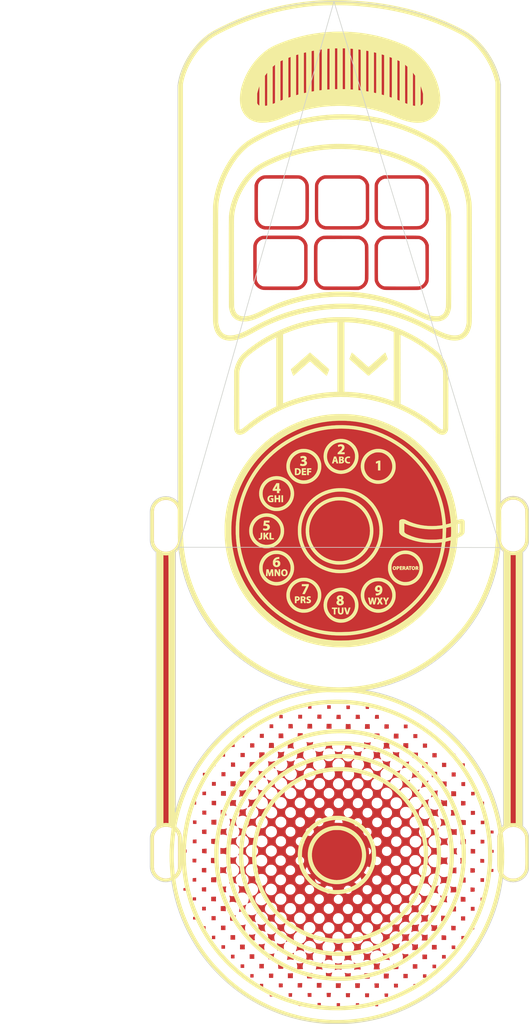
<source format=kicad_pcb>
(kicad_pcb (version 4) (host pcbnew 4.0.7)
  (layers (0 F.Cu signal) (31 B.Cu signal) (34 B.Paste user) (35 F.Paste user) (36 B.SilkS user) (37 F.SilkS user) (38 B.Mask user) (39 F.Mask user) (44 Edge.Cuts user))
  (net 0 "")
  (module LOGO (layer F.Cu) (at 0 0)
    (fp_text reference "G***" hide)
    (fp_text value "LOGO" hide)
  )
  (module LOGO (layer F.Cu) (at 0 0)
    (fp_text reference "G***" hide)
    (fp_text value "LOGO" hide)
  )
  (module LOGO (layer F.Cu) (at 0 0)
    (fp_text reference "G***" hide)
    (fp_text value "LOGO" hide)
  )
  (module LOGO (layer F.Cu) (at 0 0)
    (fp_text reference "G***" hide)
    (fp_text value "LOGO" hide)
    (fp_poly (pts (xy 46.397333 72.220666) (xy 45.931666 72.220666) (xy 45.931666 71.755000) (xy 46.397333 71.755000) (xy 46.397333 72.220666)) (layer F.Cu) (width 0.010000))
    (fp_poly (pts (xy 49.165615 71.993125) (xy 49.159583 72.210083) (xy 48.945412 72.216084) (xy 48.731242 72.222086) (xy 48.717871 72.155230) (xy 48.711139 72.100204) (xy 48.706336 72.020165) (xy 48.704500 71.932423) (xy 48.704500 71.776166) (xy 49.171647 71.776166) (xy 49.165615 71.993125)) (layer F.Cu) (width 0.010000))
    (fp_poly (pts (xy 51.921833 72.199500) (xy 51.518133 72.199500) (xy 51.524191 71.993125) (xy 51.530250 71.786750) (xy 51.726041 71.780664) (xy 51.921833 71.774578) (xy 51.921833 72.199500)) (layer F.Cu) (width 0.010000))
    (fp_poly (pts (xy 43.624500 71.857879) (xy 43.621996 71.947971) (xy 43.615618 72.039286) (xy 43.611039 72.080129) (xy 43.597579 72.178333) (xy 43.158833 72.178333) (xy 43.158833 71.989564) (xy 43.157448 71.900947) (xy 43.153749 71.826171) (xy 43.148423 71.777102) (xy 43.145985 71.767314) (xy 43.145033 71.752901) (xy 43.159624 71.743276) (xy 43.196222 71.737512) (xy 43.261290 71.734677) (xy 43.361294 71.733843) (xy 43.378818 71.733833) (xy 43.624500 71.733833) (xy 43.624500 71.857879)) (layer F.Cu) (width 0.010000))
    (fp_poly (pts (xy 40.809333 72.157166) (xy 40.412920 72.157166) (xy 40.399460 72.058962) (xy 40.390876 71.972549) (xy 40.386256 71.879721) (xy 40.386000 71.857879) (xy 40.386000 71.755000) (xy 40.809333 71.755000) (xy 40.809333 72.157166)) (layer F.Cu) (width 0.010000))
    (fp_poly (pts (xy 47.850382 70.426791) (xy 47.843813 70.503862) (xy 47.838991 70.602970) (xy 47.836875 70.703829) (xy 47.836850 70.712541) (xy 47.836666 70.887166) (xy 47.561903 70.887166) (xy 47.449702 70.886873) (xy 47.372803 70.885211) (xy 47.324172 70.881002) (xy 47.296779 70.873070) (xy 47.283590 70.860240) (xy 47.277574 70.841334) (xy 47.277196 70.839541) (xy 47.272472 70.799565) (xy 47.267365 70.728118) (xy 47.262552 70.636048) (xy 47.259335 70.553791) (xy 47.251418 70.315666) (xy 47.863729 70.315666) (xy 47.850382 70.426791)) (layer F.Cu) (width 0.010000))
    (fp_poly (pts (xy 50.609500 70.418248) (xy 50.607975 70.476866) (xy 50.603913 70.562350) (xy 50.598080 70.659359) (xy 50.595747 70.693414) (xy 50.581994 70.887166) (xy 50.324108 70.887166) (xy 50.223590 70.886069) (xy 50.138971 70.883080) (xy 50.078971 70.878651) (xy 50.052310 70.873234) (xy 50.052111 70.873055) (xy 50.046702 70.847593) (xy 50.042251 70.788460) (xy 50.039204 70.704318) (xy 50.038003 70.603825) (xy 50.038000 70.597888) (xy 50.038000 70.336833) (xy 50.609500 70.336833) (xy 50.609500 70.418248)) (layer F.Cu) (width 0.010000))
    (fp_poly (pts (xy 45.076309 70.437375) (xy 45.067513 70.540504) (xy 45.057935 70.649060) (xy 45.050189 70.733708) (xy 45.037734 70.866000) (xy 44.774953 70.866000) (xy 44.655088 70.864651) (xy 44.573029 70.860316) (xy 44.524322 70.852560) (xy 44.504517 70.840947) (xy 44.503950 70.839541) (xy 44.499835 70.809259) (xy 44.494535 70.745679) (xy 44.488702 70.657793) (xy 44.482991 70.554597) (xy 44.482423 70.543208) (xy 44.469118 70.273333) (xy 45.089973 70.273333) (xy 45.076309 70.437375)) (layer F.Cu) (width 0.010000))
    (fp_poly (pts (xy 42.269833 70.844833) (xy 41.746788 70.844833) (xy 41.733294 70.701958) (xy 41.725817 70.600906) (xy 41.720852 70.491976) (xy 41.719650 70.426791) (xy 41.719500 70.294500) (xy 42.269833 70.294500) (xy 42.269833 70.844833)) (layer F.Cu) (width 0.010000))
    (fp_poly (pts (xy 53.361039 70.426791) (xy 53.359326 70.480807) (xy 53.354905 70.561311) (xy 53.348663 70.652609) (xy 53.347319 70.670208) (xy 53.333725 70.844833) (xy 52.880545 70.844833) (xy 52.866855 70.682889) (xy 52.860032 70.591249) (xy 52.855127 70.504555) (xy 52.853169 70.441080) (xy 52.853166 70.439473) (xy 52.853166 70.358000) (xy 53.361166 70.358000) (xy 53.361039 70.426791)) (layer F.Cu) (width 0.010000))
    (fp_poly (pts (xy 39.468514 70.490291) (xy 39.461978 70.583840) (xy 39.457124 70.671545) (xy 39.454856 70.736665) (xy 39.454793 70.744291) (xy 39.454666 70.823666) (xy 38.995030 70.823666) (xy 38.981431 70.693561) (xy 38.973596 70.595809) (xy 38.968681 70.490659) (xy 38.967833 70.439561) (xy 38.967833 70.315666) (xy 39.482107 70.315666) (xy 39.468514 70.490291)) (layer F.Cu) (width 0.010000))
    (fp_poly (pts (xy 36.653215 70.490291) (xy 36.645100 70.575999) (xy 36.640260 70.662045) (xy 36.639683 70.691375) (xy 36.639500 70.781333) (xy 36.452527 70.781333) (xy 36.367349 70.779831) (xy 36.299004 70.775819) (xy 36.258008 70.770033) (xy 36.251444 70.767222) (xy 36.245129 70.741012) (xy 36.240273 70.682990) (xy 36.237616 70.603672) (xy 36.237333 70.566138) (xy 36.237333 70.379166) (xy 36.666563 70.379166) (xy 36.653215 70.490291)) (layer F.Cu) (width 0.010000))
    (fp_poly (pts (xy 46.513369 69.082708) (xy 46.506729 69.191197) (xy 46.499264 69.301616) (xy 46.492262 69.395250) (xy 46.490091 69.421375) (xy 46.478630 69.553666) (xy 45.804666 69.553666) (xy 45.804666 68.876333) (xy 46.525187 68.876333) (xy 46.513369 69.082708)) (layer F.Cu) (width 0.010000))
    (fp_poly (pts (xy 49.275849 69.072125) (xy 49.274177 69.181310) (xy 49.269878 69.295125) (xy 49.263799 69.392556) (xy 49.262205 69.410791) (xy 49.248711 69.553666) (xy 48.626218 69.553666) (xy 48.612551 69.347291) (xy 48.606325 69.238892) (xy 48.601557 69.128551) (xy 48.599005 69.034938) (xy 48.598776 69.008625) (xy 48.598666 68.876333) (xy 49.276000 68.876333) (xy 49.275849 69.072125)) (layer F.Cu) (width 0.010000))
    (fp_poly (pts (xy 52.027666 69.532500) (xy 51.413833 69.532500) (xy 51.413706 69.389625) (xy 51.411809 69.294646) (xy 51.406952 69.181599) (xy 51.400174 69.074560) (xy 51.399985 69.072125) (xy 51.386392 68.897500) (xy 52.027666 68.897500) (xy 52.027666 69.532500)) (layer F.Cu) (width 0.010000))
    (fp_poly (pts (xy 43.730237 68.934541) (xy 43.728947 68.998024) (xy 43.725542 69.089866) (xy 43.720588 69.196182) (xy 43.716419 69.273208) (xy 43.702698 69.511333) (xy 43.053000 69.511333) (xy 43.053000 68.834000) (xy 43.730333 68.834000) (xy 43.730237 68.934541)) (layer F.Cu) (width 0.010000))
    (fp_poly (pts (xy 40.923838 69.145657) (xy 40.918803 69.254060) (xy 40.913515 69.348208) (xy 40.908522 69.419523) (xy 40.904374 69.459429) (xy 40.903469 69.463708) (xy 40.887715 69.474841) (xy 40.845436 69.482662) (xy 40.772194 69.487543) (xy 40.663546 69.489855) (xy 40.587181 69.490166) (xy 40.279034 69.490166) (xy 40.290750 68.865750) (xy 40.613407 68.859907) (xy 40.936065 68.854065) (xy 40.923838 69.145657)) (layer F.Cu) (width 0.010000))
    (fp_poly (pts (xy 54.779333 69.490166) (xy 54.235384 69.490166) (xy 54.221718 69.283791) (xy 54.215703 69.186096) (xy 54.211013 69.096864) (xy 54.208324 69.029624) (xy 54.207942 69.008625) (xy 54.207833 68.939833) (xy 54.779333 68.939833) (xy 54.779333 69.490166)) (layer F.Cu) (width 0.010000))
    (fp_poly (pts (xy 37.830125 68.902177) (xy 38.110583 68.908083) (xy 38.110583 69.458416) (xy 37.844837 69.464309) (xy 37.742707 69.465439) (xy 37.656316 69.464256) (xy 37.594253 69.461031) (xy 37.565110 69.456034) (xy 37.564379 69.455490) (xy 37.558848 69.429877) (xy 37.554266 69.370414) (xy 37.551068 69.285581) (xy 37.549689 69.183857) (xy 37.549666 69.168524) (xy 37.549666 68.896271) (xy 37.830125 68.902177)) (layer F.Cu) (width 0.010000))
    (fp_poly (pts (xy 57.505257 69.209708) (xy 57.499250 69.437250) (xy 57.286513 69.443235) (xy 57.195428 69.444370) (xy 57.120671 69.442626) (xy 57.072016 69.438381) (xy 57.058971 69.434416) (xy 57.052806 69.408266) (xy 57.047898 69.349415) (xy 57.044857 69.267490) (xy 57.044166 69.200888) (xy 57.044166 68.982166) (xy 57.511265 68.982166) (xy 57.505257 69.209708)) (layer F.Cu) (width 0.010000))
    (fp_poly (pts (xy 35.284833 69.405500) (xy 34.819166 69.405500) (xy 34.819166 68.961000) (xy 35.284833 68.961000) (xy 35.284833 69.405500)) (layer F.Cu) (width 0.010000))
    (fp_poly (pts (xy 47.139559 67.383564) (xy 47.196375 67.401422) (xy 47.309691 67.430657) (xy 47.442877 67.449054) (xy 47.581711 67.456031) (xy 47.711973 67.451008) (xy 47.819446 67.433403) (xy 47.838931 67.427682) (xy 47.900792 67.409686) (xy 47.944427 67.401169) (xy 47.957093 67.402204) (xy 47.958231 67.424408) (xy 47.957126 67.480964) (xy 47.954186 67.563974) (xy 47.949819 67.665541) (xy 47.944430 67.777766) (xy 47.938429 67.892750) (xy 47.932222 68.002597) (xy 47.926216 68.099408) (xy 47.920819 68.175285) (xy 47.916438 68.222329) (xy 47.914198 68.233873) (xy 47.893301 68.232365) (xy 47.842414 68.225301) (xy 47.783750 68.216031) (xy 47.694893 68.207676) (xy 47.578928 68.205554) (xy 47.450546 68.209209) (xy 47.324440 68.218186) (xy 47.215303 68.232030) (xy 47.204072 68.233992) (xy 47.132395 68.246985) (xy 47.151155 68.164784) (xy 47.158835 68.109144) (xy 47.164668 68.024248) (xy 47.167942 67.923155) (xy 47.168329 67.849750) (xy 47.165765 67.733241) (xy 47.158799 67.646810) (xy 47.145750 67.578288) (xy 47.124938 67.515505) (xy 47.120704 67.505008) (xy 47.095584 67.441158) (xy 47.078863 67.393313) (xy 47.074666 67.376001) (xy 47.092669 67.373369) (xy 47.139559 67.383564)) (layer F.Cu) (width 0.010000))
    (fp_poly (pts (xy 50.715333 67.528903) (xy 50.714310 67.584773) (xy 50.711516 67.671663) (xy 50.707359 67.778317) (xy 50.702249 67.893477) (xy 50.701468 67.909903) (xy 50.687603 68.199000) (xy 49.978450 68.199000) (xy 49.965464 67.992625) (xy 49.958010 67.876134) (xy 49.949745 67.750010) (xy 49.942169 67.637087) (xy 49.940422 67.611625) (xy 49.928366 67.437000) (xy 50.715333 67.437000) (xy 50.715333 67.528903)) (layer F.Cu) (width 0.010000))
    (fp_poly (pts (xy 42.138415 67.395126) (xy 42.248287 67.396405) (xy 42.335800 67.398356) (xy 42.394479 67.400832) (xy 42.417849 67.403682) (xy 42.418000 67.403936) (xy 42.413522 67.427652) (xy 42.401750 67.481222) (xy 42.385180 67.553318) (xy 42.384226 67.557394) (xy 42.363980 67.680153) (xy 42.356403 67.826428) (xy 42.357767 67.934416) (xy 42.365083 68.167250) (xy 42.012102 68.173046) (xy 41.894235 68.173966) (xy 41.791744 68.172838) (xy 41.711855 68.169896) (xy 41.661791 68.165376) (xy 41.648230 68.161219) (xy 41.643894 68.135278) (xy 41.638594 68.074188) (xy 41.632803 67.985111) (xy 41.626994 67.875205) (xy 41.622329 67.769131) (xy 41.607321 67.394666) (xy 42.012660 67.394666) (xy 42.138415 67.395126)) (layer F.Cu) (width 0.010000))
    (fp_poly (pts (xy 45.269237 67.317972) (xy 45.264654 67.338381) (xy 45.248798 67.389782) (xy 45.224494 67.463251) (xy 45.207843 67.511876) (xy 45.172743 67.622247) (xy 45.152491 67.714277) (xy 45.143567 67.807767) (xy 45.142175 67.881500) (xy 45.144971 67.972357) (xy 45.152352 68.053455) (xy 45.162878 68.110417) (xy 45.166004 68.119625) (xy 45.189785 68.177833) (xy 44.412598 68.177833) (xy 44.400102 68.045541) (xy 44.394192 67.972461) (xy 44.387262 67.870436) (xy 44.380161 67.752816) (xy 44.373742 67.632947) (xy 44.373567 67.629413) (xy 44.368203 67.515416) (xy 44.365780 67.437461) (xy 44.366902 67.389321) (xy 44.372173 67.364769) (xy 44.382196 67.357579) (xy 44.397576 67.361523) (xy 44.399471 67.362306) (xy 44.580866 67.415517) (xy 44.774517 67.428973) (xy 44.978100 67.402662) (xy 45.110267 67.365712) (xy 45.183942 67.341645) (xy 45.239788 67.324682) (xy 45.267803 67.317826) (xy 45.269237 67.317972)) (layer F.Cu) (width 0.010000))
    (fp_poly (pts (xy 53.455249 67.738625) (xy 53.449830 67.848908) (xy 53.443718 67.952621) (xy 53.437696 68.037475) (xy 53.432964 68.087875) (xy 53.422072 68.177833) (xy 52.747333 68.177833) (xy 52.747333 67.479333) (xy 53.466642 67.479333) (xy 53.455249 67.738625)) (layer F.Cu) (width 0.010000))
    (fp_poly (pts (xy 39.581666 68.135500) (xy 38.862000 68.135500) (xy 38.862000 67.444846) (xy 39.142458 67.446214) (xy 39.255013 67.445465) (xy 39.359306 67.442428) (xy 39.444330 67.437578) (xy 39.499078 67.431387) (xy 39.502291 67.430749) (xy 39.581666 67.413915) (xy 39.581666 68.135500)) (layer F.Cu) (width 0.010000))
    (fp_poly (pts (xy 56.197500 68.135500) (xy 55.583666 68.135500) (xy 55.583666 67.521666) (xy 56.197500 67.521666) (xy 56.197500 68.135500)) (layer F.Cu) (width 0.010000))
    (fp_poly (pts (xy 36.745333 67.688045) (xy 36.743923 67.791045) (xy 36.740151 67.890123) (xy 36.734704 67.969620) (xy 36.731872 67.994962) (xy 36.718412 68.093166) (xy 36.131500 68.093166) (xy 36.131500 67.479333) (xy 36.745333 67.479333) (xy 36.745333 67.688045)) (layer F.Cu) (width 0.010000))
    (fp_poly (pts (xy 58.906833 68.072000) (xy 58.420000 68.072000) (xy 58.420000 67.585166) (xy 58.906833 67.585166) (xy 58.906833 68.072000)) (layer F.Cu) (width 0.010000))
    (fp_poly (pts (xy 33.898416 68.040250) (xy 33.670486 68.046261) (xy 33.563607 68.047819) (xy 33.492591 68.045396) (xy 33.451103 68.038394) (xy 33.432808 68.026214) (xy 33.431578 68.023664) (xy 33.427556 67.991479) (xy 33.425416 67.927336) (xy 33.425363 67.841577) (xy 33.426675 67.774235) (xy 33.432750 67.553416) (xy 33.898416 67.553416) (xy 33.898416 68.040250)) (layer F.Cu) (width 0.010000))
    (fp_poly (pts (xy 46.690251 65.923456) (xy 46.683763 65.965833) (xy 46.662603 66.039581) (xy 46.640622 66.109147) (xy 46.599291 66.255855) (xy 46.577826 66.383948) (xy 46.574946 66.510951) (xy 46.589369 66.654390) (xy 46.597077 66.704465) (xy 46.610663 66.793332) (xy 46.619957 66.865230) (xy 46.623858 66.910876) (xy 46.622923 66.922132) (xy 46.600145 66.920758) (xy 46.546846 66.909820) (xy 46.473181 66.891488) (xy 46.448021 66.884706) (xy 46.241623 66.849600) (xy 46.034043 66.856149) (xy 45.830188 66.904118) (xy 45.796854 66.916147) (xy 45.715022 66.946979) (xy 45.665678 66.963776) (xy 45.641680 66.967376) (xy 45.635881 66.958620) (xy 45.641139 66.938348) (xy 45.642463 66.934291) (xy 45.656045 66.895510) (xy 45.679172 66.832081) (xy 45.702160 66.770250) (xy 45.735092 66.644114) (xy 45.751328 66.496090) (xy 45.750892 66.341463) (xy 45.733814 66.195514) (xy 45.700935 66.075581) (xy 45.676983 66.010248) (xy 45.662807 65.962322) (xy 45.661220 65.943557) (xy 45.684099 65.945572) (xy 45.735001 65.959593) (xy 45.795579 65.980014) (xy 45.979319 66.025720) (xy 46.173981 66.037326) (xy 46.368069 66.015509) (xy 46.550087 65.960947) (xy 46.613654 65.931792) (xy 46.655998 65.911710) (xy 46.681263 65.907173) (xy 46.690251 65.923456)) (layer F.Cu) (width 0.010000))
    (fp_poly (pts (xy 48.382769 65.883871) (xy 48.426556 65.901831) (xy 48.471311 65.923403) (xy 48.666844 66.000647) (xy 48.866592 66.036108) (xy 49.071272 66.029786) (xy 49.281599 65.981685) (xy 49.426146 65.926033) (xy 49.438863 65.925701) (xy 49.443004 65.943394) (xy 49.437853 65.984751) (xy 49.422695 66.055409) (xy 49.396816 66.161006) (xy 49.395825 66.164934) (xy 49.369292 66.271696) (xy 49.352172 66.350403) (xy 49.343503 66.414042) (xy 49.342326 66.475600) (xy 49.347679 66.548064) (xy 49.358600 66.644421) (xy 49.359670 66.653422) (xy 49.369895 66.748422) (xy 49.376341 66.827092) (xy 49.378407 66.880476) (xy 49.376203 66.899351) (xy 49.351332 66.900083) (xy 49.299252 66.889969) (xy 49.253079 66.877523) (xy 49.092324 66.847716) (xy 48.912596 66.844934) (xy 48.726627 66.868151) (xy 48.547148 66.916342) (xy 48.487541 66.939203) (xy 48.457402 66.944151) (xy 48.450773 66.936556) (xy 48.456851 66.908347) (xy 48.472479 66.852268) (xy 48.493106 66.784239) (xy 48.531220 66.594253) (xy 48.531575 66.395366) (xy 48.494995 66.196092) (xy 48.422306 66.004945) (xy 48.416389 65.993078) (xy 48.387966 65.934920) (xy 48.369626 65.893501) (xy 48.365833 65.881597) (xy 48.382769 65.883871)) (layer F.Cu) (width 0.010000))
    (fp_poly (pts (xy 43.963166 65.840663) (xy 43.954373 65.863745) (xy 43.931794 65.912021) (xy 43.912116 65.951649) (xy 43.846625 66.102878) (xy 43.809383 66.249006) (xy 43.796982 66.406764) (xy 43.799500 66.504293) (xy 43.808111 66.605404) (xy 43.821727 66.702024) (xy 43.837944 66.778420) (xy 43.844701 66.800010) (xy 43.863260 66.856538) (xy 43.871482 66.894137) (xy 43.870613 66.901608) (xy 43.848045 66.899297) (xy 43.796854 66.885236) (xy 43.728085 66.862464) (xy 43.727512 66.862261) (xy 43.596727 66.829841) (xy 43.444530 66.813926) (xy 43.286376 66.814532) (xy 43.137720 66.831677) (xy 43.024156 66.861506) (xy 42.900063 66.907194) (xy 42.913855 66.859888) (xy 42.941367 66.752994) (xy 42.964848 66.638789) (xy 42.981551 66.532581) (xy 42.988728 66.449679) (xy 42.988819 66.442166) (xy 42.977999 66.320460) (xy 42.948712 66.183404) (xy 42.905907 66.050917) (xy 42.873234 65.976798) (xy 42.844017 65.917193) (xy 42.824743 65.874135) (xy 42.820166 65.860356) (xy 42.836768 65.861701) (xy 42.878567 65.878870) (xy 42.900178 65.889458) (xy 43.052162 65.952229) (xy 43.211751 65.986687) (xy 43.391688 65.995343) (xy 43.431855 65.994174) (xy 43.534919 65.988359) (xy 43.612151 65.978099) (xy 43.680048 65.959536) (xy 43.755107 65.928809) (xy 43.799371 65.908206) (xy 43.872955 65.874359) (xy 43.929413 65.850483) (xy 43.960069 65.840152) (xy 43.963166 65.840663)) (layer F.Cu) (width 0.010000))
    (fp_poly (pts (xy 51.268934 65.963343) (xy 51.342083 65.987862) (xy 51.353949 65.992041) (xy 51.495658 66.028957) (xy 51.652801 66.048140) (xy 51.811675 66.049408) (xy 51.958577 66.032582) (xy 52.070000 66.001511) (xy 52.134569 65.976765) (xy 52.182420 65.960009) (xy 52.200189 65.955344) (xy 52.200499 65.973662) (xy 52.188920 66.022216) (xy 52.167842 66.091391) (xy 52.162086 66.108662) (xy 52.114007 66.296699) (xy 52.095703 66.482720) (xy 52.107938 66.655669) (xy 52.120260 66.713751) (xy 52.137849 66.783512) (xy 52.150252 66.835098) (xy 52.154666 66.856626) (xy 52.134540 66.859284) (xy 52.078320 66.861624) (xy 51.992247 66.863519) (xy 51.882560 66.864842) (xy 51.755500 66.865467) (xy 51.718104 66.865500) (xy 51.281541 66.865500) (xy 51.296025 66.796708) (xy 51.326340 66.625997) (xy 51.337706 66.478988) (xy 51.328820 66.342615) (xy 51.298377 66.203814) (xy 51.245073 66.049522) (xy 51.213781 65.972743) (xy 51.211486 65.956707) (xy 51.227636 65.953266) (xy 51.268934 65.963343)) (layer F.Cu) (width 0.010000))
    (fp_poly (pts (xy 41.119777 65.898888) (xy 41.115367 65.919732) (xy 41.098384 65.968769) (xy 41.074100 66.031371) (xy 41.009404 66.243567) (xy 40.987002 66.455431) (xy 41.006862 66.667520) (xy 41.033134 66.775541) (xy 41.047104 66.823166) (xy 40.610718 66.823166) (xy 40.479980 66.822757) (xy 40.364890 66.821614) (xy 40.271689 66.819864) (xy 40.206619 66.817633) (xy 40.175920 66.815050) (xy 40.174333 66.814292) (xy 40.179197 66.790793) (xy 40.191913 66.738015) (xy 40.208703 66.671417) (xy 40.232068 66.505443) (xy 40.223513 66.323395) (xy 40.183820 66.136083) (xy 40.165992 66.080579) (xy 40.142461 66.009962) (xy 40.127113 65.958029) (xy 40.122814 65.934612) (xy 40.123301 65.934166) (xy 40.146127 65.939377) (xy 40.199457 65.953218) (xy 40.273002 65.973000) (xy 40.295412 65.979127) (xy 40.482861 66.012653) (xy 40.675935 66.014743) (xy 40.861372 65.985990) (xy 40.977640 65.948599) (xy 41.046000 65.921956) (xy 41.096777 65.904120) (xy 41.119536 65.898740) (xy 41.119777 65.898888)) (layer F.Cu) (width 0.010000))
    (fp_poly (pts (xy 54.870191 66.320458) (xy 54.864638 66.434349) (xy 54.857967 66.545174) (xy 54.851076 66.639209) (xy 54.845658 66.696166) (xy 54.832110 66.812583) (xy 54.481659 66.818368) (xy 54.363883 66.819457) (xy 54.261171 66.818788) (xy 54.180877 66.816536) (xy 54.130354 66.812881) (xy 54.116604 66.809549) (xy 54.111835 66.784574) (xy 54.107719 66.724441) (xy 54.104529 66.636320) (xy 54.102541 66.527383) (xy 54.102000 66.428055) (xy 54.102000 66.061166) (xy 54.881176 66.061166) (xy 54.870191 66.320458)) (layer F.Cu) (width 0.010000))
    (fp_poly (pts (xy 38.218348 66.108791) (xy 38.213157 66.163773) (xy 38.206986 66.249936) (xy 38.200554 66.356162) (xy 38.194579 66.471334) (xy 38.193716 66.489791) (xy 38.180329 66.780833) (xy 37.489212 66.780833) (xy 37.477988 66.669708) (xy 37.472634 66.604360) (xy 37.466455 66.509634) (xy 37.460232 66.398455) (xy 37.454963 66.288708) (xy 37.443162 66.018833) (xy 38.229593 66.018833) (xy 38.218348 66.108791)) (layer F.Cu) (width 0.010000))
    (fp_poly (pts (xy 57.594500 66.759666) (xy 56.938333 66.759666) (xy 56.938333 66.124666) (xy 57.594500 66.124666) (xy 57.594500 66.759666)) (layer F.Cu) (width 0.010000))
    (fp_poly (pts (xy 35.383215 66.193458) (xy 35.377190 66.265666) (xy 35.372533 66.363303) (xy 35.369965 66.469466) (xy 35.369683 66.510958) (xy 35.369500 66.717333) (xy 34.734500 66.717333) (xy 34.734500 66.082333) (xy 35.396563 66.082333) (xy 35.383215 66.193458)) (layer F.Cu) (width 0.010000))
    (fp_poly (pts (xy 60.303833 66.696166) (xy 59.795833 66.696166) (xy 59.795833 66.188166) (xy 60.303833 66.188166) (xy 60.303833 66.696166)) (layer F.Cu) (width 0.010000))
    (fp_poly (pts (xy 32.533166 66.653833) (xy 32.025166 66.653833) (xy 32.025166 66.145833) (xy 32.533166 66.145833) (xy 32.533166 66.653833)) (layer F.Cu) (width 0.010000))
    (fp_poly (pts (xy 44.022153 35.242674) (xy 44.017796 35.255511) (xy 43.968204 35.385782) (xy 43.933202 35.489159) (xy 43.910299 35.577485) (xy 43.897007 35.662604) (xy 43.890838 35.756358) (xy 43.889305 35.866916) (xy 43.889909 35.977349) (xy 43.893125 36.056475) (xy 43.900720 36.115308) (xy 43.914461 36.164867) (xy 43.936114 36.216168) (xy 43.949898 36.244772) (xy 44.042971 36.390513) (xy 44.169325 36.522726) (xy 44.320231 36.633085) (xy 44.405238 36.678944) (xy 44.476706 36.712173) (xy 44.533290 36.734135) (xy 44.587270 36.747159) (xy 44.650927 36.753576) (xy 44.736540 36.755716) (xy 44.810931 36.755916) (xy 44.917236 36.755382) (xy 44.993348 36.752194) (xy 45.051405 36.743977) (xy 45.103547 36.728352) (xy 45.161912 36.702943) (xy 45.215887 36.676621) (xy 45.360813 36.587947) (xy 45.491410 36.475418) (xy 45.598736 36.348197) (xy 45.673849 36.215444) (xy 45.679443 36.201710) (xy 45.710919 36.083355) (xy 45.726444 35.937767) (xy 45.726014 35.776930) (xy 45.709622 35.612826) (xy 45.679752 35.466655) (xy 45.659244 35.388487) (xy 45.643748 35.327772) (xy 45.635840 35.294663) (xy 45.635333 35.291600) (xy 45.652009 35.295460) (xy 45.693973 35.314167) (xy 45.715345 35.324792) (xy 45.862698 35.386172) (xy 46.016756 35.420661) (xy 46.190486 35.430786) (xy 46.251547 35.429326) (xy 46.349850 35.424306) (xy 46.422433 35.415883) (xy 46.484616 35.400006) (xy 46.551714 35.372621) (xy 46.639046 35.329677) (xy 46.650812 35.323693) (xy 46.730429 35.283744) (xy 46.793788 35.253078) (xy 46.832992 35.235450) (xy 46.841833 35.232888) (xy 46.833248 35.253497) (xy 46.810264 35.303235) (xy 46.777040 35.373178) (xy 46.759022 35.410592) (xy 46.681898 35.608754) (xy 46.646091 35.800697) (xy 46.651568 35.989282) (xy 46.698297 36.177365) (xy 46.749050 36.297188) (xy 46.843538 36.444371) (xy 46.970260 36.572986) (xy 47.121429 36.678260) (xy 47.289258 36.755420) (xy 47.465959 36.799694) (xy 47.583511 36.808582) (xy 47.781020 36.788825) (xy 47.965295 36.728945) (xy 48.135365 36.629337) (xy 48.239832 36.541574) (xy 48.370951 36.389460) (xy 48.463667 36.221584) (xy 48.517538 36.040915) (xy 48.532124 35.850421) (xy 48.506983 35.653073) (xy 48.441677 35.451839) (xy 48.411378 35.385375) (xy 48.383330 35.323287) (xy 48.367917 35.279434) (xy 48.368232 35.263666) (xy 48.395489 35.273557) (xy 48.442653 35.298093) (xy 48.456008 35.305810) (xy 48.636857 35.388666) (xy 48.831385 35.434817) (xy 49.031765 35.444018) (xy 49.230170 35.416028) (xy 49.418771 35.350602) (xy 49.447627 35.336587) (xy 49.507289 35.308458) (xy 49.550028 35.292244) (xy 49.564111 35.290722) (xy 49.561284 35.313273) (xy 49.544524 35.361481) (xy 49.529047 35.398472) (xy 49.483717 35.527111) (xy 49.448728 35.677449) (xy 49.428197 35.829313) (xy 49.424534 35.910699) (xy 49.444285 36.092697) (xy 49.501960 36.264133) (xy 49.593593 36.420565) (xy 49.715218 36.557554) (xy 49.862871 36.670657) (xy 50.032585 36.755436) (xy 50.220397 36.807449) (xy 50.226163 36.808439) (xy 50.407902 36.819269) (xy 50.588339 36.793347) (xy 50.761391 36.734320) (xy 50.920975 36.645835) (xy 51.061006 36.531539) (xy 51.175402 36.395079) (xy 51.258080 36.240102) (xy 51.280064 36.176611) (xy 51.305119 36.044617) (xy 51.312260 35.888393) (xy 51.301776 35.721929) (xy 51.273954 35.559217) (xy 51.266773 35.530042) (xy 51.247590 35.451863) (xy 51.234772 35.391080) (xy 51.230388 35.357839) (xy 51.231067 35.354710) (xy 51.253240 35.357440) (xy 51.305511 35.371500) (xy 51.378051 35.394151) (xy 51.405721 35.403369) (xy 51.616480 35.453054) (xy 51.830281 35.461802) (xy 52.041411 35.429581) (xy 52.117625 35.407298) (xy 52.192892 35.384057) (xy 52.249969 35.369766) (xy 52.279535 35.366634) (xy 52.281666 35.368434) (xy 52.275125 35.395230) (xy 52.258100 35.449364) (xy 52.237765 35.509061) (xy 52.188961 35.708786) (xy 52.180081 35.911264) (xy 52.210763 36.109989) (xy 52.280644 36.298452) (xy 52.281823 36.300833) (xy 52.327399 36.394076) (xy 52.351764 36.453078) (xy 52.352621 36.481465) (xy 52.327677 36.482869) (xy 52.274637 36.460918) (xy 52.203132 36.425281) (xy 52.029544 36.351773) (xy 51.866123 36.314222) (xy 51.703728 36.310916) (xy 51.636012 36.318953) (xy 51.443278 36.369304) (xy 51.269254 36.455249) (xy 51.118029 36.572876) (xy 50.993687 36.718272) (xy 50.900316 36.887527) (xy 50.842001 37.076727) (xy 50.841438 37.079576) (xy 50.825287 37.266955) (xy 50.848032 37.451041) (xy 50.906325 37.626258) (xy 50.996816 37.787028) (xy 51.116157 37.927776) (xy 51.261000 38.042924) (xy 51.427995 38.126897) (xy 51.481221 38.144966) (xy 51.571690 38.168609) (xy 51.657325 38.180700) (xy 51.756323 38.183148) (xy 51.824777 38.181000) (xy 51.927581 38.174547) (xy 52.004581 38.163206) (xy 52.072295 38.143096) (xy 52.147240 38.110339) (xy 52.167403 38.100526) (xy 52.337859 37.994887) (xy 52.477080 37.863575) (xy 52.583750 37.710868) (xy 52.656553 37.541043) (xy 52.694173 37.358375) (xy 52.695296 37.167142) (xy 52.658605 36.971621) (xy 52.582784 36.776087) (xy 52.577872 36.766247) (xy 52.513094 36.637922) (xy 52.602339 36.683451) (xy 52.774933 36.762184) (xy 52.934489 36.812875) (xy 53.089487 36.835724) (xy 53.248408 36.830931) (xy 53.419734 36.798695) (xy 53.611946 36.739215) (xy 53.693293 36.709102) (xy 53.706143 36.713519) (xy 53.699155 36.747041) (xy 53.681176 36.792394) (xy 53.608573 37.005163) (xy 53.576330 37.209263) (xy 53.584226 37.403268) (xy 53.632039 37.585754) (xy 53.719549 37.755296) (xy 53.846532 37.910468) (xy 53.856680 37.920546) (xy 54.022868 38.058460) (xy 54.197386 38.154914) (xy 54.379426 38.209784) (xy 54.568186 38.222947) (xy 54.762858 38.194279) (xy 54.962640 38.123657) (xy 55.015162 38.098487) (xy 55.079512 38.066712) (xy 55.127469 38.044355) (xy 55.147818 38.036500) (xy 55.144652 38.054068) (xy 55.127151 38.100400) (xy 55.098969 38.165938) (xy 55.095102 38.174507) (xy 55.016352 38.386845) (xy 54.978199 38.587403) (xy 54.980722 38.776660) (xy 55.024000 38.955099) (xy 55.108111 39.123200) (xy 55.233134 39.281445) (xy 55.284652 39.332783) (xy 55.409862 39.440613) (xy 55.526671 39.516156) (xy 55.646524 39.564516) (xy 55.780866 39.590800) (xy 55.880000 39.598406) (xy 56.062771 39.593640) (xy 56.228369 39.559865) (xy 56.392436 39.493370) (xy 56.449427 39.463328) (xy 56.504186 39.435444) (xy 56.541949 39.420788) (xy 56.551354 39.420465) (xy 56.547018 39.442249) (xy 56.527210 39.490869) (xy 56.496731 39.554759) (xy 56.417316 39.750140) (xy 56.375338 39.944882) (xy 56.371355 40.133978) (xy 56.405926 40.312419) (xy 56.410582 40.326704) (xy 56.463176 40.453726) (xy 56.533742 40.567693) (xy 56.630515 40.680734) (xy 56.692225 40.741569) (xy 56.850554 40.864339) (xy 57.022247 40.947563) (xy 57.204827 40.990955) (xy 57.395820 40.994228) (xy 57.592750 40.957095) (xy 57.793142 40.879269) (xy 57.809765 40.871016) (xy 57.872253 40.841099) (xy 57.916642 40.822950) (xy 57.933166 40.820455) (xy 57.924376 40.844935) (xy 57.902340 40.892252) (xy 57.892338 40.912215) (xy 57.817239 41.093141) (xy 57.771605 41.279232) (xy 57.756336 41.461945) (xy 57.772334 41.632737) (xy 57.804446 41.745424) (xy 57.880424 41.896587) (xy 57.986431 42.043310) (xy 58.111354 42.171193) (xy 58.168529 42.217108) (xy 58.335489 42.316350) (xy 58.512215 42.375057) (xy 58.699634 42.393327) (xy 58.898675 42.371257) (xy 59.095709 42.314362) (xy 59.175175 42.286128) (xy 59.237960 42.265561) (xy 59.274794 42.255616) (xy 59.280514 42.255458) (xy 59.275728 42.276441) (xy 59.257266 42.326496) (xy 59.228735 42.396055) (xy 59.218723 42.419360) (xy 59.186392 42.497980) (xy 59.166194 42.562661) (xy 59.155326 42.628520) (xy 59.150988 42.710676) (xy 59.150335 42.788416) (xy 59.151023 42.880492) (xy 59.155126 42.950074) (xy 59.165570 43.010036) (xy 59.185284 43.073252) (xy 59.217195 43.152595) (xy 59.250791 43.230199) (xy 59.290062 43.321443) (xy 59.322151 43.398593) (xy 59.343694 43.453378) (xy 59.351333 43.477363) (xy 59.334986 43.476012) (xy 59.292061 43.456236) (xy 59.231728 43.422279) (xy 59.229625 43.421012) (xy 59.054450 43.335432) (xy 58.873913 43.288992) (xy 58.716333 43.278081) (xy 58.524378 43.297977) (xy 58.348835 43.353514) (xy 58.192346 43.440302) (xy 58.057552 43.553950) (xy 57.947096 43.690069) (xy 57.863620 43.844266) (xy 57.809767 44.012153) (xy 57.788179 44.189339) (xy 57.801499 44.371433) (xy 57.852367 44.554045) (xy 57.893380 44.645493) (xy 57.961774 44.750231) (xy 58.056915 44.857283) (xy 58.165893 44.954149) (xy 58.275799 45.028328) (xy 58.303497 45.042625) (xy 58.491682 45.111093) (xy 58.680087 45.139927) (xy 58.864259 45.131431) (xy 59.039745 45.087905) (xy 59.202090 45.011651) (xy 59.346840 44.904970) (xy 59.469541 44.770163) (xy 59.565740 44.609533) (xy 59.630981 44.425380) (xy 59.646944 44.348446) (xy 59.656802 44.171140) (xy 59.630603 43.988021) (xy 59.571048 43.810306) (xy 59.480837 43.649215) (xy 59.477576 43.644603) (xy 59.451814 43.604212) (xy 59.444185 43.583071) (xy 59.445670 43.582166) (xy 59.469313 43.591047) (xy 59.520393 43.614534) (xy 59.588686 43.647892) (xy 59.601834 43.654487) (xy 59.801811 43.738413) (xy 59.994070 43.783071) (xy 60.185180 43.789045) (xy 60.381710 43.756917) (xy 60.469760 43.731455) (xy 60.540776 43.709291) (xy 60.595870 43.693635) (xy 60.622270 43.688000) (xy 60.624321 43.705977) (xy 60.612817 43.753433) (xy 60.590200 43.820649) (xy 60.586365 43.830875) (xy 60.533094 44.028418) (xy 60.518884 44.231665) (xy 60.543263 44.433131) (xy 60.605758 44.625330) (xy 60.641059 44.697452) (xy 60.670482 44.756222) (xy 60.686243 44.796897) (xy 60.685725 44.809833) (xy 60.659692 44.801653) (xy 60.606432 44.780128) (xy 60.537092 44.749781) (xy 60.531745 44.747362) (xy 60.344923 44.678891) (xy 60.167869 44.648594) (xy 59.994247 44.655495) (xy 59.965181 44.660196) (xy 59.771833 44.714254) (xy 59.601580 44.800387) (xy 59.456367 44.914037) (xy 59.338138 45.050645) (xy 59.248838 45.205653) (xy 59.190410 45.374503) (xy 59.164798 45.552635) (xy 59.173947 45.735493) (xy 59.219801 45.918517) (xy 59.304304 46.097149) (xy 59.332971 46.142499) (xy 59.457123 46.292864) (xy 59.604932 46.409981) (xy 59.772377 46.491472) (xy 59.955434 46.534958) (xy 60.004913 46.539734) (xy 60.160400 46.540411) (xy 60.310556 46.518367) (xy 60.470104 46.470930) (xy 60.547250 46.441253) (xy 60.618769 46.413174) (xy 60.673164 46.393691) (xy 60.700403 46.386352) (xy 60.701668 46.386611) (xy 60.696798 46.407200) (xy 60.678609 46.458013) (xy 60.650335 46.530313) (xy 60.630043 46.579974) (xy 60.587298 46.691732) (xy 60.561040 46.786711) (xy 60.546518 46.884751) (xy 60.541715 46.948834) (xy 60.541979 47.102510) (xy 60.564286 47.240932) (xy 60.612200 47.377682) (xy 60.689283 47.526343) (xy 60.696362 47.538390) (xy 60.741170 47.610476) (xy 60.783687 47.666746) (xy 60.831929 47.713740) (xy 60.893913 47.758002) (xy 60.977658 47.806074) (xy 61.091179 47.864498) (xy 61.103610 47.870728) (xy 61.190383 47.911252) (xy 61.263401 47.936037) (xy 61.341396 47.949884) (xy 61.442277 47.957553) (xy 61.550099 47.960352) (xy 61.637315 47.953969) (xy 61.725122 47.935891) (xy 61.796083 47.915605) (xy 61.879163 47.889756) (xy 61.949641 47.866865) (xy 61.995231 47.850953) (xy 62.001791 47.848326) (xy 62.019605 47.844530) (xy 62.022701 47.859322) (xy 62.010157 47.899822) (xy 61.987736 47.956758) (xy 61.922700 48.163172) (xy 61.898767 48.363351) (xy 61.915852 48.560825) (xy 61.968173 48.744349) (xy 62.004889 48.841404) (xy 62.027174 48.904140) (xy 62.034827 48.938106) (xy 62.027648 48.948854) (xy 62.005436 48.941933) (xy 61.967989 48.922894) (xy 61.961833 48.919738) (xy 61.775574 48.847473) (xy 61.582664 48.814718) (xy 61.388971 48.820551) (xy 61.200364 48.864051) (xy 61.022714 48.944295) (xy 60.861888 49.060360) (xy 60.820832 49.098992) (xy 60.698275 49.249341) (xy 60.611219 49.416971) (xy 60.559637 49.596143) (xy 60.543503 49.781115) (xy 60.562790 49.966150) (xy 60.617472 50.145507) (xy 60.707522 50.313448) (xy 60.827107 50.458489) (xy 60.978696 50.583668) (xy 61.144574 50.670396) (xy 61.326125 50.718982) (xy 61.524732 50.729729) (xy 61.741779 50.702944) (xy 61.835466 50.681430) (xy 61.902346 50.665916) (xy 61.950860 50.657887) (xy 61.968532 50.658477) (xy 61.966493 50.681297) (xy 61.953063 50.733876) (xy 61.930929 50.806052) (xy 61.923857 50.827437) (xy 61.877496 51.030888) (xy 61.872107 51.239449) (xy 61.907451 51.448534) (xy 61.964384 51.611912) (xy 61.984526 51.663838) (xy 61.992945 51.696574) (xy 61.992207 51.701015) (xy 61.970013 51.698626) (xy 61.917827 51.685624) (xy 61.845868 51.664622) (xy 61.826925 51.658724) (xy 61.611120 51.606155) (xy 61.413541 51.591029) (xy 61.231736 51.613847) (xy 61.063251 51.675113) (xy 60.905634 51.775330) (xy 60.800103 51.869279) (xy 60.664570 52.031518) (xy 60.568412 52.205277) (xy 60.511704 52.386704) (xy 60.494518 52.571947) (xy 60.516927 52.757158) (xy 60.579004 52.938484) (xy 60.680822 53.112076) (xy 60.774370 53.225421) (xy 60.926703 53.360532) (xy 61.093680 53.455960) (xy 61.275079 53.511658) (xy 61.470679 53.527580) (xy 61.680256 53.503681) (xy 61.866882 53.452817) (xy 61.923165 53.435861) (xy 61.960135 53.428725) (xy 61.966921 53.429699) (xy 61.964533 53.452208) (xy 61.949820 53.501579) (xy 61.934235 53.545045) (xy 61.880594 53.734686) (xy 61.859136 53.929947) (xy 61.869860 54.120893) (xy 61.912767 54.297586) (xy 61.934231 54.351623) (xy 61.956847 54.408441) (xy 61.967677 54.447437) (xy 61.967025 54.456696) (xy 61.943727 54.455314) (xy 61.891773 54.442568) (xy 61.822484 54.421241) (xy 61.611739 54.371271) (xy 61.404380 54.361854) (xy 61.203900 54.392807) (xy 61.014729 54.463482) (xy 60.950323 54.493961) (xy 60.902839 54.513812) (xy 60.882841 54.518730) (xy 60.887364 54.497580) (xy 60.905302 54.447274) (xy 60.933139 54.377456) (xy 60.942686 54.354639) (xy 61.002517 54.163355) (xy 61.023573 53.970390) (xy 61.007539 53.781007) (xy 60.956100 53.600475) (xy 60.870940 53.434058) (xy 60.753743 53.287023) (xy 60.606196 53.164635) (xy 60.551096 53.130533) (xy 60.369096 53.049322) (xy 60.181521 53.008387) (xy 59.993310 53.006999) (xy 59.809403 53.044426) (xy 59.634738 53.119938) (xy 59.474256 53.232805) (xy 59.403538 53.300219) (xy 59.281764 53.451586) (xy 59.199509 53.611189) (xy 59.154002 53.785334) (xy 59.143514 53.892047) (xy 59.152929 54.097995) (xy 59.200313 54.288025) (xy 59.283842 54.459056) (xy 59.401694 54.608007) (xy 59.552043 54.731798) (xy 59.684527 54.806039) (xy 59.766867 54.841248) (xy 59.840892 54.863035) (xy 59.924099 54.875330) (xy 60.020316 54.881486) (xy 60.200068 54.877844) (xy 60.361308 54.847439) (xy 60.520944 54.786690) (xy 60.561517 54.766883) (xy 60.619927 54.738298) (xy 60.661624 54.719772) (xy 60.673851 54.715833) (xy 60.671129 54.732927) (xy 60.652733 54.777650) (xy 60.624017 54.837541) (xy 60.540233 55.043539) (xy 60.498597 55.246584) (xy 60.499102 55.447577) (xy 60.541740 55.647421) (xy 60.614977 55.824772) (xy 60.643309 55.883121) (xy 60.652379 55.911589) (xy 60.643299 55.917401) (xy 60.628492 55.912575) (xy 60.512073 55.865705) (xy 60.424874 55.832190) (xy 60.356767 55.809767) (xy 60.297624 55.796177) (xy 60.237318 55.789157) (xy 60.165719 55.786447) (xy 60.072701 55.785784) (xy 60.060416 55.785738) (xy 59.950694 55.785935) (xy 59.872295 55.788736) (xy 59.814219 55.795944) (xy 59.765462 55.809366) (xy 59.715024 55.830806) (xy 59.679416 55.848250) (xy 59.530070 55.943370) (xy 59.393138 56.069463) (xy 59.275533 56.217497) (xy 59.184169 56.378444) (xy 59.125959 56.543273) (xy 59.117789 56.581857) (xy 59.108207 56.730074) (xy 59.127394 56.893702) (xy 59.172559 57.059932) (xy 59.240913 57.215959) (xy 59.265136 57.258227) (xy 59.292972 57.306858) (xy 59.308044 57.338971) (xy 59.308920 57.342955) (xy 59.290363 57.341848) (xy 59.240015 57.328825) (xy 59.165966 57.306173) (xy 59.092041 57.281611) (xy 58.888436 57.224829) (xy 58.694106 57.196038) (xy 58.516189 57.195836) (xy 58.372863 57.221492) (xy 58.241756 57.278242) (xy 58.110696 57.368595) (xy 57.988028 57.484644) (xy 57.882100 57.618480) (xy 57.801255 57.762195) (xy 57.800522 57.763833) (xy 57.771895 57.854907) (xy 57.752645 57.973385) (xy 57.747783 58.032044) (xy 57.751990 58.200844) (xy 57.786372 58.370078) (xy 57.853098 58.548120) (xy 57.912789 58.668708) (xy 57.949140 58.738897) (xy 57.974450 58.792218) (xy 57.984712 58.820045) (xy 57.984047 58.822166) (xy 57.962038 58.811985) (xy 57.913471 58.785000) (xy 57.847870 58.746545) (xy 57.831540 58.736739) (xy 57.637819 58.640941) (xy 57.444044 58.585855) (xy 57.253084 58.571204) (xy 57.067811 58.596711) (xy 56.891096 58.662100) (xy 56.725810 58.767096) (xy 56.629896 58.852396) (xy 56.502827 59.007281) (xy 56.413292 59.177081) (xy 56.361413 59.356898) (xy 56.347314 59.541834) (xy 56.371117 59.726991) (xy 56.432945 59.907470) (xy 56.532922 60.078375) (xy 56.597108 60.158540) (xy 56.733941 60.285932) (xy 56.887517 60.376182) (xy 57.058970 60.429526) (xy 57.249433 60.446196) (xy 57.460039 60.426428) (xy 57.663611 60.378879) (xy 57.746326 60.355174) (xy 57.812561 60.336787) (xy 57.852623 60.326379) (xy 57.859759 60.325000) (xy 57.856906 60.341957) (xy 57.838536 60.385819) (xy 57.816585 60.431158) (xy 57.743778 60.618011) (xy 57.707258 60.814590) (xy 57.707478 61.012472) (xy 57.744890 61.203231) (xy 57.771062 61.277370) (xy 57.797654 61.345352) (xy 57.815643 61.395530) (xy 57.821314 61.417508) (xy 57.821210 61.417678) (xy 57.800291 61.414208) (xy 57.748262 61.400994) (xy 57.674550 61.380498) (xy 57.636739 61.369530) (xy 57.538744 61.343286) (xy 57.454508 61.328275) (xy 57.365981 61.322409) (xy 57.255114 61.323601) (xy 57.243062 61.323996) (xy 57.140339 61.328718) (xy 57.065272 61.336881) (xy 57.003184 61.351848) (xy 56.939399 61.376982) (xy 56.872995 61.408797) (xy 56.800568 61.443679) (xy 56.744300 61.468762) (xy 56.713445 61.479996) (xy 56.710420 61.479975) (xy 56.713357 61.458344) (xy 56.726508 61.405577) (xy 56.747464 61.330944) (xy 56.760939 61.285598) (xy 56.789886 61.179670) (xy 56.807697 61.083616) (xy 56.816890 60.979460) (xy 56.819868 60.864750) (xy 56.819997 60.759560) (xy 56.816757 60.684211) (xy 56.807990 60.626227) (xy 56.791537 60.573133) (xy 56.765239 60.512453) (xy 56.755215 60.491131) (xy 56.657668 60.332798) (xy 56.529821 60.198959) (xy 56.377782 60.092506) (xy 56.207656 60.016331) (xy 56.025551 59.973326) (xy 55.837574 59.966382) (xy 55.691865 59.987614) (xy 55.513055 60.049390) (xy 55.353056 60.144968) (xy 55.215470 60.269067) (xy 55.103896 60.416405) (xy 55.021933 60.581703) (xy 54.973180 60.759679) (xy 54.961238 60.945051) (xy 54.971148 61.045025) (xy 55.016846 61.217763) (xy 55.095048 61.383449) (xy 55.199772 61.533618) (xy 55.325036 61.659804) (xy 55.464858 61.753543) (xy 55.475741 61.759018) (xy 55.527350 61.783075) (xy 55.573150 61.799343) (xy 55.623204 61.809269) (xy 55.687572 61.814300) (xy 55.776318 61.815885) (xy 55.869416 61.815657) (xy 55.993016 61.813768) (xy 56.086679 61.808700) (xy 56.162775 61.798877) (xy 56.233670 61.782724) (xy 56.308625 61.759697) (xy 56.384038 61.735354) (xy 56.441162 61.718154) (xy 56.470617 61.710875) (xy 56.472666 61.711106) (xy 56.464596 61.731824) (xy 56.443665 61.779660) (xy 56.420645 61.830567) (xy 56.352807 62.005744) (xy 56.316029 62.172569) (xy 56.310301 62.339583) (xy 56.335609 62.515324) (xy 56.391940 62.708333) (xy 56.419242 62.782213) (xy 56.420183 62.797621) (xy 56.401841 62.800387) (xy 56.357354 62.789697) (xy 56.284072 62.766149) (xy 56.070128 62.714611) (xy 55.858692 62.703296) (xy 55.653795 62.731979) (xy 55.459468 62.800435) (xy 55.432329 62.813689) (xy 55.372077 62.842981) (xy 55.341792 62.853027) (xy 55.334386 62.845050) (xy 55.338852 62.829825) (xy 55.351295 62.792723) (xy 55.371700 62.726568) (xy 55.396498 62.643040) (xy 55.407788 62.604117) (xy 55.436006 62.496257) (xy 55.450988 62.406203) (xy 55.455272 62.312479) (xy 55.452824 62.223117) (xy 55.434913 62.058430) (xy 55.394186 61.920516) (xy 55.325552 61.797702) (xy 55.223920 61.678317) (xy 55.208412 61.662828) (xy 55.041116 61.523020) (xy 54.865871 61.423006) (xy 54.685775 61.362848) (xy 54.503929 61.342606) (xy 54.323433 61.362341) (xy 54.147387 61.422114) (xy 53.978889 61.521988) (xy 53.846392 61.635977) (xy 53.729307 61.768421) (xy 53.648462 61.899106) (xy 53.599282 62.037508) (xy 53.577190 62.193102) (xy 53.577161 62.193597) (xy 53.578469 62.364299) (xy 53.605958 62.524989) (xy 53.662661 62.689252) (xy 53.711057 62.793366) (xy 53.748747 62.869935) (xy 53.776863 62.929906) (xy 53.791624 62.965055) (xy 53.792629 62.970833) (xy 53.772005 62.960694) (xy 53.726637 62.934531) (xy 53.684276 62.908956) (xy 53.511700 62.819918) (xy 53.334048 62.759228) (xy 53.160210 62.729025) (xy 52.999077 62.731450) (xy 52.967356 62.736365) (xy 52.801198 62.786091) (xy 52.637248 62.870821) (xy 52.485079 62.983877) (xy 52.354268 63.118574) (xy 52.287715 63.210618) (xy 52.207684 63.375648) (xy 52.165767 63.554646) (xy 52.161994 63.743098) (xy 52.196392 63.936493) (xy 52.268990 64.130318) (xy 52.281776 64.156383) (xy 52.312238 64.219831) (xy 52.331081 64.265305) (xy 52.334319 64.283157) (xy 52.334184 64.283166) (xy 52.310233 64.274440) (xy 52.261335 64.252062) (xy 52.222754 64.233176) (xy 52.064187 64.163528) (xy 51.916360 64.121513) (xy 51.771557 64.107404) (xy 51.622061 64.121478) (xy 51.460157 64.164009) (xy 51.278128 64.235272) (xy 51.203059 64.269480) (xy 51.141120 64.297129) (xy 51.096691 64.314231) (xy 51.081017 64.317240) (xy 51.086957 64.296800) (xy 51.108361 64.247640) (xy 51.141253 64.178643) (xy 51.158746 64.143486) (xy 51.236810 63.946990) (xy 51.273095 63.751496) (xy 51.267623 63.558644) (xy 51.220416 63.370073) (xy 51.145881 63.211579) (xy 51.071422 63.109977) (xy 50.968929 63.007159) (xy 50.850900 62.914125) (xy 50.729833 62.841871) (xy 50.720805 62.837514) (xy 50.654256 62.807338) (xy 50.599201 62.787782) (xy 50.543035 62.776593) (xy 50.473153 62.771519) (xy 50.376949 62.770309) (xy 50.344916 62.770352) (xy 50.229239 62.772352) (xy 50.143369 62.778782) (xy 50.074870 62.791333) (xy 50.011303 62.811696) (xy 49.995666 62.817826) (xy 49.825032 62.907350) (xy 49.681927 63.024265) (xy 49.567361 63.163408) (xy 49.482345 63.319615) (xy 49.427890 63.487724) (xy 49.405005 63.662571) (xy 49.414701 63.838993) (xy 49.457990 64.011827) (xy 49.535881 64.175910) (xy 49.649385 64.326078) (xy 49.692058 64.369090) (xy 49.847116 64.487927) (xy 50.019385 64.570753) (xy 50.203099 64.617109) (xy 50.392491 64.626540) (xy 50.581796 64.598589) (xy 50.765249 64.532799) (xy 50.887431 64.463765) (xy 50.935327 64.434654) (xy 50.964819 64.421709) (xy 50.969333 64.423164) (xy 50.959628 64.447503) (xy 50.934488 64.496585) (xy 50.907597 64.545173) (xy 50.817289 64.739303) (xy 50.768235 64.934332) (xy 50.759950 65.134481) (xy 50.791953 65.343969) (xy 50.808912 65.407800) (xy 50.831222 65.487754) (xy 50.847110 65.550429) (xy 50.854206 65.586204) (xy 50.853998 65.590890) (xy 50.832688 65.587195) (xy 50.784186 65.571197) (xy 50.738762 65.554058) (xy 50.537860 65.496341) (xy 50.333791 65.478709) (xy 50.132305 65.501016) (xy 49.939154 65.563116) (xy 49.913061 65.574999) (xy 49.848722 65.603434) (xy 49.802567 65.620030) (xy 49.784286 65.621321) (xy 49.784270 65.621059) (xy 49.790633 65.595334) (xy 49.807347 65.539856) (xy 49.831249 65.464989) (xy 49.840520 65.436750) (xy 49.870438 65.334948) (xy 49.888190 65.240538) (xy 49.896637 65.134652) (xy 49.898458 65.054687) (xy 49.898541 64.955483) (xy 49.894656 64.884455) (xy 49.883859 64.827462) (xy 49.863206 64.770359) (xy 49.829753 64.699003) (xy 49.820537 64.680299) (xy 49.724359 64.526886) (xy 49.599200 64.390497) (xy 49.452534 64.276078) (xy 49.291834 64.188575) (xy 49.124577 64.132934) (xy 48.964833 64.114084) (xy 48.778963 64.133093) (xy 48.600927 64.188252) (xy 48.436096 64.275163) (xy 48.289841 64.389428) (xy 48.167532 64.526649) (xy 48.074541 64.682429) (xy 48.016238 64.852370) (xy 48.007480 64.897977) (xy 47.998074 65.045660) (xy 48.011549 65.211942) (xy 48.046130 65.381009) (xy 48.070617 65.461163) (xy 48.092617 65.527390) (xy 48.107571 65.576770) (xy 48.111833 65.595638) (xy 48.092790 65.596525) (xy 48.041118 65.587774) (xy 47.964995 65.570995) (xy 47.884291 65.550869) (xy 47.751149 65.518571) (xy 47.642804 65.500150) (xy 47.545377 65.495623) (xy 47.444990 65.505004) (xy 47.327764 65.528308) (xy 47.233416 65.551584) (xy 47.140398 65.574815) (xy 47.063703 65.592659) (xy 47.011794 65.603235) (xy 46.993246 65.604967) (xy 46.997022 65.583740) (xy 47.013751 65.533677) (xy 47.039979 65.464968) (xy 47.044348 65.454107) (xy 47.098113 65.270095) (xy 47.115775 65.079214) (xy 47.096752 64.892448) (xy 47.078113 64.819288) (xy 47.001634 64.631056) (xy 46.894853 64.471742) (xy 46.755881 64.339132) (xy 46.582830 64.231014) (xy 46.571559 64.225374) (xy 46.490467 64.187267) (xy 46.424252 64.163170) (xy 46.356947 64.149268) (xy 46.272583 64.141745) (xy 46.209207 64.138787) (xy 46.099442 64.136602) (xy 46.015768 64.141383) (xy 45.942258 64.154911) (xy 45.869308 64.176821) (xy 45.683983 64.259697) (xy 45.525156 64.372459) (xy 45.395851 64.511529) (xy 45.299094 64.673329) (xy 45.237906 64.854279) (xy 45.222642 64.942109) (xy 45.218697 65.060554) (xy 45.230944 65.201315) (xy 45.257278 65.348537) (xy 45.294548 65.483292) (xy 45.313351 65.537866) (xy 45.321615 65.571556) (xy 45.313466 65.585837) (xy 45.283030 65.582185) (xy 45.224435 65.562075) (xy 45.131806 65.526983) (xy 45.127333 65.525297) (xy 44.927146 65.471167) (xy 44.726525 65.458263) (xy 44.529444 65.486397) (xy 44.339877 65.555381) (xy 44.323518 65.563487) (xy 44.263454 65.592372) (xy 44.220752 65.609990) (xy 44.206551 65.612798) (xy 44.210206 65.591255) (xy 44.225274 65.538862) (xy 44.249043 65.464676) (xy 44.265624 65.415583) (xy 44.312565 65.237959) (xy 44.333915 65.059107) (xy 44.329188 64.890090) (xy 44.297898 64.741971) (xy 44.295503 64.734954) (xy 44.227515 64.593955) (xy 44.126546 64.455355) (xy 44.001409 64.328268) (xy 43.860919 64.221810) (xy 43.732704 64.152913) (xy 43.561117 64.101002) (xy 43.381931 64.086632) (xy 43.201496 64.107374) (xy 43.026163 64.160799) (xy 42.862283 64.244479) (xy 42.716207 64.355985) (xy 42.594286 64.492890) (xy 42.519519 64.616805) (xy 42.485760 64.690518) (xy 42.464300 64.755090) (xy 42.451735 64.825772) (xy 42.444659 64.917818) (xy 42.442730 64.960862) (xy 42.441037 65.060270) (xy 42.445755 65.150722) (xy 42.458624 65.243142) (xy 42.481383 65.348452) (xy 42.515771 65.477575) (xy 42.536512 65.549824) (xy 42.550957 65.599399) (xy 42.463957 65.555015) (xy 42.293884 65.489597) (xy 42.106065 65.454043) (xy 41.913282 65.449212) (xy 41.728319 65.475963) (xy 41.646578 65.500094) (xy 41.574527 65.524179) (xy 41.519734 65.539981) (xy 41.492679 65.544523) (xy 41.491692 65.544080) (xy 41.492591 65.521448) (xy 41.501209 65.466465) (xy 41.516007 65.388092) (xy 41.530176 65.319641) (xy 41.560586 65.149674) (xy 41.570998 65.006035) (xy 41.560288 64.877160) (xy 41.527330 64.751483) (xy 41.471001 64.617439) (xy 41.459650 64.594253) (xy 41.420048 64.512899) (xy 41.389593 64.446961) (xy 41.371983 64.404657) (xy 41.369320 64.393457) (xy 41.389340 64.399852) (xy 41.434757 64.422950) (xy 41.482941 64.450303) (xy 41.669818 64.538466) (xy 41.860095 64.586482) (xy 42.049638 64.594763) (xy 42.234311 64.563718) (xy 42.409980 64.493757) (xy 42.572511 64.385290) (xy 42.626978 64.336924) (xy 42.760207 64.184644) (xy 42.853342 64.019370) (xy 42.907172 63.839088) (xy 42.922485 63.641787) (xy 42.921592 63.619659) (xy 43.849265 63.619659) (xy 43.860076 63.800815) (xy 43.906308 63.974679) (xy 43.985841 64.136537) (xy 44.096558 64.281670) (xy 44.236341 64.405363) (xy 44.403072 64.502898) (xy 44.524083 64.549778) (xy 44.636731 64.571858) (xy 44.771229 64.577330) (xy 44.910657 64.566584) (xy 45.038094 64.540013) (xy 45.045728 64.537695) (xy 45.225703 64.460326) (xy 45.382390 64.348227) (xy 45.513299 64.203543) (xy 45.600707 64.060015) (xy 45.668684 63.880664) (xy 45.696873 63.698097) (xy 45.695384 63.670697) (xy 46.630287 63.670697) (xy 46.644633 63.857654) (xy 46.669766 63.961447) (xy 46.721632 64.089213) (xy 46.796205 64.217139) (xy 46.883945 64.330911) (xy 46.970292 64.412455) (xy 47.145618 64.521832) (xy 47.329366 64.590739) (xy 47.518989 64.618624) (xy 47.711942 64.604935) (xy 47.784594 64.588982) (xy 47.961295 64.522351) (xy 48.117922 64.422646) (xy 48.250944 64.295185) (xy 48.356834 64.145288) (xy 48.432063 63.978274) (xy 48.473102 63.799462) (xy 48.476423 63.614171) (xy 48.469327 63.556781) (xy 48.420598 63.373639) (xy 48.337936 63.207810) (xy 48.226213 63.062922) (xy 48.090299 62.942600) (xy 47.935065 62.850473) (xy 47.765382 62.790169) (xy 47.586121 62.765314) (xy 47.421118 62.776170) (xy 47.233282 62.827038) (xy 47.065488 62.911295) (xy 46.920682 63.024293) (xy 46.801811 63.161382) (xy 46.711824 63.317912) (xy 46.653667 63.489233) (xy 46.630287 63.670697) (xy 45.695384 63.670697) (xy 45.687041 63.517192) (xy 45.640953 63.342826) (xy 45.560374 63.179879) (xy 45.447070 63.033229) (xy 45.302806 62.907754) (xy 45.151475 62.818644) (xy 44.984414 62.760864) (xy 44.804010 62.738059) (xy 44.620058 62.749755) (xy 44.442356 62.795478) (xy 44.305484 62.859598) (xy 44.188104 62.945568) (xy 44.075842 63.058405) (xy 43.982162 63.183469) (xy 43.942373 63.254343) (xy 43.875991 63.435930) (xy 43.849265 63.619659) (xy 42.921592 63.619659) (xy 42.920354 63.589023) (xy 42.888323 63.398178) (xy 42.819263 63.223183) (xy 42.716766 63.067968) (xy 42.584422 62.936462) (xy 42.425823 62.832594) (xy 42.244560 62.760296) (xy 42.140935 62.736193) (xy 41.950486 62.722763) (xy 41.764560 62.748730) (xy 41.588915 62.811189) (xy 41.429310 62.907233) (xy 41.291501 63.033958) (xy 41.181246 63.188459) (xy 41.158148 63.232122) (xy 41.084948 63.415938) (xy 41.051496 63.594253) (xy 41.057846 63.772237) (xy 41.104053 63.955059) (xy 41.167143 64.103025) (xy 41.203645 64.178452) (xy 41.230856 64.237768) (xy 41.244807 64.272171) (xy 41.245670 64.277217) (xy 41.225574 64.271146) (xy 41.174905 64.250805) (xy 41.101605 64.219494) (xy 41.024638 64.185460) (xy 40.829263 64.112273) (xy 40.648118 64.076240) (xy 40.474988 64.077450) (xy 40.303654 64.115988) (xy 40.127900 64.191943) (xy 40.116125 64.198204) (xy 40.057701 64.227043) (xy 40.017451 64.242015) (xy 40.005000 64.240899) (xy 40.013309 64.213837) (xy 40.034824 64.161309) (xy 40.057561 64.110643) (xy 40.132785 63.906369) (xy 40.167140 63.707566) (xy 40.160975 63.516313) (xy 40.114638 63.334690) (xy 40.028479 63.164776) (xy 39.902845 63.008650) (xy 39.866805 62.973412) (xy 39.719636 62.851387) (xy 39.575735 62.766476) (xy 39.426806 62.715071) (xy 39.264550 62.693563) (xy 39.220739 62.692433) (xy 39.035015 62.710790) (xy 38.847256 62.766339) (xy 38.668122 62.855885) (xy 38.661412 62.860051) (xy 38.604275 62.894250) (xy 38.563583 62.915685) (xy 38.549920 62.919808) (xy 38.555154 62.899150) (xy 38.574699 62.850499) (xy 38.604455 62.783986) (xy 38.607504 62.777448) (xy 38.692602 62.558240) (xy 38.738697 62.349276) (xy 38.740108 62.311895) (xy 39.676087 62.311895) (xy 39.707737 62.498828) (xy 39.772711 62.668037) (xy 39.873286 62.827867) (xy 40.001820 62.961296) (xy 40.152465 63.065813) (xy 40.319374 63.138913) (xy 40.496700 63.178086) (xy 40.678595 63.180824) (xy 40.859211 63.144619) (xy 40.873183 63.140048) (xy 40.988329 63.095797) (xy 41.082300 63.044620) (xy 41.171309 62.976348) (xy 41.246466 62.905928) (xy 41.366685 62.760267) (xy 41.450034 62.601611) (xy 41.498086 62.434693) (xy 41.509972 62.293283) (xy 42.486755 62.293283) (xy 42.512448 62.469799) (xy 42.572412 62.640683) (xy 42.663644 62.796594) (xy 42.746876 62.894201) (xy 42.890064 63.015028) (xy 43.041775 63.097029) (xy 43.208365 63.142617) (xy 43.396192 63.154205) (xy 43.428726 63.153061) (xy 43.532333 63.144950) (xy 43.614853 63.128498) (xy 43.697420 63.098428) (xy 43.756810 63.071158) (xy 43.924259 62.968295) (xy 44.062316 62.836195) (xy 44.168333 62.678439) (xy 44.239665 62.498604) (xy 44.264161 62.385206) (xy 44.266708 62.321227) (xy 45.278346 62.321227) (xy 45.279853 62.356822) (xy 45.310892 62.539444) (xy 45.379619 62.710158) (xy 45.481878 62.863487) (xy 45.613515 62.993954) (xy 45.770376 63.096081) (xy 45.875127 63.141568) (xy 46.001706 63.171598) (xy 46.148251 63.182082) (xy 46.297298 63.173251) (xy 46.431381 63.145337) (xy 46.464772 63.133782) (xy 46.639621 63.044565) (xy 46.789820 62.923424) (xy 46.910868 62.774767) (xy 46.993081 62.616335) (xy 47.018830 62.540576) (xy 47.034003 62.462846) (xy 47.040923 62.367831) (xy 47.041208 62.349642) (xy 48.054607 62.349642) (xy 48.084090 62.532081) (xy 48.152131 62.705638) (xy 48.256887 62.864448) (xy 48.300958 62.914483) (xy 48.444939 63.039609) (xy 48.605728 63.126805) (xy 48.752149 63.171568) (xy 48.849989 63.190971) (xy 48.925845 63.199301) (xy 48.997696 63.196574) (xy 49.083521 63.182803) (xy 49.136849 63.171875) (xy 49.314578 63.113398) (xy 49.473795 63.019699) (xy 49.610068 62.895477) (xy 49.718965 62.745435) (xy 49.796054 62.574271) (xy 49.830034 62.436669) (xy 49.834318 62.360459) (xy 50.810728 62.360459) (xy 50.839590 62.535728) (xy 50.902229 62.699145) (xy 50.994478 62.846964) (xy 51.112172 62.975439) (xy 51.251145 63.080822) (xy 51.407231 63.159369) (xy 51.576264 63.207334) (xy 51.754079 63.220970) (xy 51.936508 63.196531) (xy 51.949781 63.193184) (xy 52.135640 63.124076) (xy 52.297957 63.020856) (xy 52.433593 62.886072) (xy 52.539410 62.722271) (xy 52.545712 62.709595) (xy 52.616721 62.520621) (xy 52.646904 62.331839) (xy 52.636906 62.147084) (xy 52.587371 61.970192) (xy 52.498944 61.804996) (xy 52.372271 61.655331) (xy 52.367619 61.650866) (xy 52.213831 61.526990) (xy 52.052429 61.443136) (xy 51.878473 61.397075) (xy 51.783276 61.387416) (xy 51.586926 61.396941) (xy 51.403831 61.444506) (xy 51.237977 61.526846) (xy 51.093347 61.640698) (xy 50.973922 61.782795) (xy 50.883688 61.949874) (xy 50.826627 62.138670) (xy 50.819808 62.177083) (xy 50.810728 62.360459) (xy 49.834318 62.360459) (xy 49.840201 62.255809) (xy 49.812725 62.082557) (xy 49.751799 61.920760) (xy 49.661616 61.774265) (xy 49.546370 61.646918) (xy 49.410256 61.542568) (xy 49.257466 61.465060) (xy 49.092195 61.418242) (xy 48.918636 61.405961) (xy 48.740982 61.432064) (xy 48.736250 61.433315) (xy 48.551241 61.503447) (xy 48.390209 61.606608) (xy 48.256498 61.739152) (xy 48.153453 61.897434) (xy 48.084421 62.077808) (xy 48.065520 62.164186) (xy 48.054607 62.349642) (xy 47.041208 62.349642) (xy 47.042088 62.293500) (xy 47.040983 62.193824) (xy 47.035097 62.121368) (xy 47.021493 62.061057) (xy 46.997231 61.997818) (xy 46.974997 61.949361) (xy 46.874764 61.781242) (xy 46.750287 61.643477) (xy 46.606495 61.537074) (xy 46.448318 61.463044) (xy 46.280684 61.422394) (xy 46.108523 61.416135) (xy 45.936764 61.445276) (xy 45.770337 61.510826) (xy 45.614171 61.613795) (xy 45.561669 61.659975) (xy 45.431684 61.806412) (xy 45.342077 61.963106) (xy 45.291435 62.133547) (xy 45.278346 62.321227) (xy 44.266708 62.321227) (xy 44.271317 62.205477) (xy 44.239782 62.025268) (xy 44.171799 61.854882) (xy 44.134831 61.791673) (xy 44.015532 61.641410) (xy 43.877666 61.525561) (xy 43.725941 61.443180) (xy 43.565064 61.393323) (xy 43.399744 61.375041) (xy 43.234690 61.387391) (xy 43.074608 61.429425) (xy 42.924207 61.500198) (xy 42.788195 61.598764) (xy 42.671280 61.724178) (xy 42.578171 61.875492) (xy 42.513575 62.051761) (xy 42.498332 62.120476) (xy 42.486755 62.293283) (xy 41.509972 62.293283) (xy 41.512413 62.264243) (xy 41.494588 62.094995) (xy 41.446185 61.931679) (xy 41.368775 61.779027) (xy 41.263932 61.641771) (xy 41.133229 61.524644) (xy 40.978238 61.432376) (xy 40.800534 61.369700) (xy 40.731012 61.355242) (xy 40.547870 61.344789) (xy 40.367358 61.375062) (xy 40.193998 61.444498) (xy 40.032311 61.551530) (xy 39.950563 61.625292) (xy 39.823097 61.780061) (xy 39.734425 61.948655) (xy 39.685202 62.127218) (xy 39.676087 62.311895) (xy 38.740108 62.311895) (xy 38.746135 62.152240) (xy 38.715261 61.968814) (xy 38.646423 61.800682) (xy 38.539964 61.649528) (xy 38.396231 61.517033) (xy 38.340590 61.477634) (xy 38.170261 61.387592) (xy 37.992524 61.335183) (xy 37.812313 61.318457) (xy 37.634565 61.335465) (xy 37.464215 61.384260) (xy 37.306199 61.462893) (xy 37.165453 61.569416) (xy 37.046914 61.701879) (xy 36.955516 61.858336) (xy 36.896196 62.036836) (xy 36.893637 62.048823) (xy 36.880114 62.181324) (xy 36.886547 62.338251) (xy 36.911360 62.507580) (xy 36.952977 62.677287) (xy 36.990391 62.787596) (xy 36.996845 62.810212) (xy 36.986206 62.813926) (xy 36.950263 62.798336) (xy 36.922342 62.784249) (xy 36.730884 62.709711) (xy 36.527212 62.672770) (xy 36.319670 62.674019) (xy 36.116607 62.714051) (xy 36.083429 62.724655) (xy 36.006650 62.750336) (xy 35.946866 62.769751) (xy 35.914051 62.779683) (xy 35.910906 62.780333) (xy 35.913301 62.761971) (xy 35.926915 62.713353) (xy 35.948979 62.644176) (xy 35.954274 62.628400) (xy 36.006566 62.414125) (xy 36.017968 62.203527) (xy 35.988638 61.999485) (xy 35.918734 61.804878) (xy 35.907643 61.782329) (xy 35.878395 61.722152) (xy 35.868425 61.692061) (xy 35.876518 61.685103) (xy 35.891507 61.689947) (xy 36.092511 61.764053) (xy 36.270609 61.808038) (xy 36.431593 61.822904) (xy 36.581256 61.809651) (xy 36.582531 61.809415) (xy 36.770718 61.754375) (xy 36.937263 61.666376) (xy 37.079754 61.550169) (xy 37.195778 61.410509) (xy 37.282920 61.252147) (xy 37.338767 61.079837) (xy 37.360906 60.898332) (xy 37.355328 60.824135) (xy 38.308932 60.824135) (xy 38.316153 61.005301) (xy 38.357908 61.179234) (xy 38.432411 61.340507) (xy 38.537878 61.483692) (xy 38.672525 61.603361) (xy 38.806280 61.681462) (xy 38.957382 61.742464) (xy 39.094537 61.774131) (xy 39.232476 61.778266) (xy 39.385931 61.756673) (xy 39.398862 61.753985) (xy 39.577864 61.696428) (xy 39.733309 61.607680) (xy 39.863699 61.492684) (xy 39.967537 61.356379) (xy 40.043324 61.203707) (xy 40.089563 61.039609) (xy 40.104292 60.874235) (xy 41.137416 60.874235) (xy 41.138393 60.978058) (xy 41.142956 61.052817) (xy 41.153552 61.111766) (xy 41.172628 61.168157) (xy 41.202632 61.235246) (xy 41.205004 61.240262) (xy 41.304508 61.403894) (xy 41.431480 61.537829) (xy 41.581116 61.639677) (xy 41.748613 61.707046) (xy 41.929169 61.737547) (xy 42.117980 61.728789) (xy 42.168249 61.719699) (xy 42.342483 61.662794) (xy 42.497060 61.572085) (xy 42.628372 61.452800) (xy 42.732808 61.310171) (xy 42.806760 61.149427) (xy 42.846618 60.975800) (xy 42.848677 60.802589) (xy 43.928432 60.802589) (xy 43.931478 60.978036) (xy 43.973134 61.153030) (xy 44.003798 61.227587) (xy 44.098890 61.384076) (xy 44.222206 61.514014) (xy 44.367861 61.614683) (xy 44.529972 61.683367) (xy 44.702653 61.717348) (xy 44.880020 61.713910) (xy 45.001783 61.688381) (xy 45.170153 61.617592) (xy 45.321047 61.510791) (xy 45.449288 61.372473) (xy 45.545099 61.216624) (xy 45.572056 61.157531) (xy 45.589228 61.104452) (xy 45.598767 61.044820) (xy 45.602829 60.966067) (xy 45.603319 60.907083) (xy 46.725416 60.907083) (xy 46.726384 61.013804) (xy 46.730610 61.090160) (xy 46.740078 61.148098) (xy 46.756774 61.199569) (xy 46.782681 61.256520) (xy 46.783847 61.258897) (xy 46.886053 61.421549) (xy 47.017591 61.557140) (xy 47.173287 61.661359) (xy 47.347965 61.729897) (xy 47.349833 61.730399) (xy 47.465905 61.755501) (xy 47.567282 61.761156) (xy 47.676537 61.747993) (xy 47.713916 61.740533) (xy 47.882068 61.684702) (xy 48.036048 61.594743) (xy 48.170271 61.476595) (xy 48.279154 61.336200) (xy 48.357112 61.179498) (xy 48.398559 61.012431) (xy 48.398588 61.012204) (xy 48.398832 60.984657) (xy 49.476280 60.984657) (xy 49.507868 61.153857) (xy 49.574524 61.316060) (xy 49.677208 61.465814) (xy 49.724797 61.517246) (xy 49.845425 61.616764) (xy 49.983169 61.695642) (xy 50.127477 61.749613) (xy 50.267800 61.774407) (xy 50.355500 61.772431) (xy 50.409293 61.765786) (xy 50.481172 61.756801) (xy 50.507836 61.753446) (xy 50.646077 61.716938) (xy 50.784668 61.646257) (xy 50.914761 61.548555) (xy 51.027512 61.430981) (xy 51.114074 61.300685) (xy 51.141576 61.241190) (xy 51.166416 61.169307) (xy 51.181513 61.096632) (xy 51.188986 61.008816) (xy 51.190942 60.907083) (xy 51.190385 60.843583) (xy 52.224263 60.843583) (xy 52.229721 61.035515) (xy 52.273936 61.216841) (xy 52.353758 61.382966) (xy 52.466041 61.529296) (xy 52.607634 61.651234) (xy 52.775391 61.744185) (xy 52.863750 61.776987) (xy 52.959112 61.796026) (xy 53.078597 61.803928) (xy 53.205519 61.800825) (xy 53.323194 61.786847) (xy 53.383783 61.772898) (xy 53.560134 61.700183) (xy 53.712441 61.594967) (xy 53.837496 61.461601) (xy 53.932092 61.304435) (xy 53.993021 61.127818) (xy 54.017076 60.936100) (xy 54.017333 60.913685) (xy 53.998035 60.718458) (xy 53.942627 60.539861) (xy 53.854836 60.381385) (xy 53.738389 60.246525) (xy 53.597014 60.138772) (xy 53.434438 60.061618) (xy 53.254389 60.018558) (xy 53.060593 60.013083) (xy 53.056549 60.013385) (xy 52.860904 60.047921) (xy 52.685292 60.117972) (xy 52.532974 60.220284) (xy 52.407209 60.351607) (xy 52.311258 60.508689) (xy 52.248381 60.688277) (xy 52.224263 60.843583) (xy 51.190385 60.843583) (xy 51.190050 60.805567) (xy 51.184994 60.732265) (xy 51.173111 60.673084) (xy 51.151743 60.613932) (xy 51.124114 60.553106) (xy 51.023984 60.386338) (xy 50.896471 60.248305) (xy 50.745722 60.143333) (xy 50.717219 60.128664) (xy 50.652459 60.098314) (xy 50.598771 60.078598) (xy 50.543723 60.067236) (xy 50.474886 60.061951) (xy 50.379826 60.060463) (xy 50.344916 60.060416) (xy 50.239273 60.061267) (xy 50.163321 60.065336) (xy 50.104429 60.074895) (xy 50.049965 60.092220) (xy 49.987297 60.119582) (xy 49.969404 60.128004) (xy 49.810751 60.224632) (xy 49.681403 60.346992) (xy 49.582322 60.489629) (xy 49.514468 60.647089) (xy 49.478801 60.813916) (xy 49.476280 60.984657) (xy 48.398832 60.984657) (xy 48.400144 60.837046) (xy 48.363685 60.667081) (xy 48.293456 60.507836) (xy 48.193702 60.364839) (xy 48.068669 60.243618) (xy 47.922602 60.149700) (xy 47.759745 60.088611) (xy 47.676920 60.072581) (xy 47.488717 60.067300) (xy 47.309388 60.101716) (xy 47.143498 60.173412) (xy 46.995617 60.279971) (xy 46.870309 60.418977) (xy 46.796172 60.538670) (xy 46.764895 60.600897) (xy 46.744516 60.651937) (xy 46.732708 60.703903) (xy 46.727144 60.768910) (xy 46.725499 60.859070) (xy 46.725416 60.907083) (xy 45.603319 60.907083) (xy 45.603583 60.875333) (xy 45.602349 60.769344) (xy 45.597248 60.692876) (xy 45.586178 60.633155) (xy 45.567037 60.577404) (xy 45.547271 60.532959) (xy 45.451146 60.373688) (xy 45.328176 60.242236) (xy 45.183898 60.140687) (xy 45.023847 60.071128) (xy 44.853558 60.035645) (xy 44.678567 60.036323) (xy 44.504410 60.075247) (xy 44.421377 60.108762) (xy 44.261793 60.204957) (xy 44.130678 60.327872) (xy 44.030061 60.472072) (xy 43.961969 60.632123) (xy 43.928432 60.802589) (xy 42.848677 60.802589) (xy 42.848773 60.794520) (xy 42.842130 60.743112) (xy 42.793556 60.564379) (xy 42.711290 60.404411) (xy 42.600208 60.266779) (xy 42.465187 60.155058) (xy 42.311103 60.072818) (xy 42.142832 60.023634) (xy 41.965250 60.011078) (xy 41.858295 60.022261) (xy 41.666617 60.073664) (xy 41.501910 60.157675) (xy 41.363948 60.274456) (xy 41.252505 60.424172) (xy 41.217264 60.489326) (xy 41.181391 60.564017) (xy 41.158271 60.622331) (xy 41.145108 60.677743) (xy 41.139108 60.743729) (xy 41.137474 60.833764) (xy 41.137416 60.874235) (xy 40.104292 60.874235) (xy 40.104756 60.869026) (xy 40.087406 60.696899) (xy 40.036014 60.528170) (xy 39.949084 60.367778) (xy 39.854580 60.250514) (xy 39.712446 60.128536) (xy 39.554434 60.042000) (xy 39.386013 59.990108) (xy 39.212651 59.972064) (xy 39.039817 59.987069) (xy 38.872980 60.034326) (xy 38.717608 60.113038) (xy 38.579170 60.222409) (xy 38.463134 60.361640) (xy 38.405231 60.461820) (xy 38.338030 60.641165) (xy 38.308932 60.824135) (xy 37.355328 60.824135) (xy 37.346925 60.712385) (xy 37.294408 60.526748) (xy 37.266407 60.462583) (xy 37.166637 60.300055) (xy 37.038122 60.162926) (xy 36.886743 60.054343) (xy 36.718382 59.977456) (xy 36.538922 59.935413) (xy 36.354242 59.931363) (xy 36.289360 59.939520) (xy 36.095387 59.991412) (xy 35.919662 60.077774) (xy 35.766831 60.194828) (xy 35.641545 60.338794) (xy 35.548453 60.505893) (xy 35.528069 60.558344) (xy 35.503051 60.672172) (xy 35.495508 60.811858) (xy 35.504181 60.965300) (xy 35.527807 61.120395) (xy 35.565128 61.265040) (xy 35.614247 61.385907) (xy 35.631953 61.423795) (xy 35.631602 61.441367) (xy 35.607725 61.439012) (xy 35.554855 61.417119) (xy 35.504673 61.393693) (xy 35.317476 61.321466) (xy 35.133516 61.285424) (xy 34.946472 61.285567) (xy 34.750020 61.321891) (xy 34.540247 61.393417) (xy 34.524084 61.395645) (xy 34.520371 61.379819) (xy 34.529995 61.339115) (xy 34.553843 61.266709) (xy 34.558435 61.253459) (xy 34.612228 61.041845) (xy 34.624140 60.835327) (xy 34.594050 60.632056) (xy 34.521838 60.430185) (xy 34.501937 60.389036) (xy 34.470890 60.325310) (xy 34.450754 60.279586) (xy 34.445770 60.261514) (xy 34.445887 60.261500) (xy 34.467964 60.269624) (xy 34.517226 60.290797) (xy 34.575069 60.316827) (xy 34.769538 60.390222) (xy 34.953157 60.425857) (xy 35.132604 60.424506) (xy 35.275094 60.397982) (xy 35.451943 60.331151) (xy 35.609096 60.230876) (xy 35.743025 60.102557) (xy 35.850198 59.951594) (xy 35.927087 59.783387) (xy 35.970163 59.603337) (xy 35.975894 59.416843) (xy 35.974659 59.406553) (xy 36.923077 59.406553) (xy 36.924520 59.577844) (xy 36.959155 59.747508) (xy 37.028158 59.910429) (xy 37.132703 60.061489) (xy 37.200584 60.132786) (xy 37.353834 60.249810) (xy 37.524220 60.329722) (xy 37.706553 60.371379) (xy 37.895643 60.373638) (xy 38.086302 60.335354) (xy 38.100000 60.330987) (xy 38.266096 60.255482) (xy 38.410981 60.147698) (xy 38.531131 60.013522) (xy 38.623023 59.858843) (xy 38.683134 59.689550) (xy 38.707941 59.511530) (xy 38.705490 59.478333) (xy 39.761583 59.478333) (xy 39.762816 59.584322) (xy 39.767918 59.660789) (xy 39.778988 59.720511) (xy 39.798128 59.776261) (xy 39.817895 59.820707) (xy 39.884663 59.934400) (xy 39.974654 60.048888) (xy 40.073783 60.147211) (xy 40.117827 60.181813) (xy 40.172875 60.215094) (xy 40.247587 60.253083) (xy 40.299057 60.276147) (xy 40.364238 60.300606) (xy 40.425390 60.314901) (xy 40.496833 60.321000) (xy 40.592889 60.320871) (xy 40.619407 60.320183) (xy 40.721451 60.315630) (xy 40.796460 60.306652) (xy 40.859717 60.289918) (xy 40.926506 60.262098) (xy 40.959968 60.245971) (xy 41.101495 60.156166) (xy 41.230372 60.036551) (xy 41.334888 59.899033) (xy 41.376687 59.822347) (xy 41.403923 59.758990) (xy 41.420906 59.701294) (xy 41.429958 59.635681) (xy 41.433403 59.548572) (xy 41.433750 59.488916) (xy 41.433615 59.477156) (xy 42.577659 59.477156) (xy 42.590629 59.645395) (xy 42.630630 59.789043) (xy 42.701841 59.919144) (xy 42.782753 60.019437) (xy 42.887683 60.114177) (xy 43.011066 60.193521) (xy 43.142472 60.252889) (xy 43.271472 60.287699) (xy 43.387634 60.293367) (xy 43.402250 60.291579) (xy 43.449412 60.284853) (xy 43.515978 60.275614) (xy 43.538539 60.272526) (xy 43.649439 60.242287) (xy 43.769063 60.184758) (xy 43.883030 60.108122) (xy 43.972444 60.025647) (xy 44.083211 59.874353) (xy 44.155349 59.711572) (xy 44.187648 59.541255) (xy 44.183943 59.467618) (xy 45.370841 59.467618) (xy 45.378434 59.630826) (xy 45.379808 59.638525) (xy 45.432778 59.824164) (xy 45.518040 59.982436) (xy 45.635688 60.113455) (xy 45.785813 60.217333) (xy 45.887377 60.265020) (xy 45.996725 60.293148) (xy 46.128935 60.303036) (xy 46.269042 60.295456) (xy 46.402081 60.271177) (xy 46.508940 60.233030) (xy 46.654300 60.139752) (xy 46.779534 60.015440) (xy 46.874555 59.870182) (xy 46.877427 59.864401) (xy 46.924384 59.729422) (xy 46.946881 59.575018) (xy 46.945796 59.510083) (xy 48.145411 59.510083) (xy 48.163161 59.695341) (xy 48.218912 59.864651) (xy 48.310199 60.014489) (xy 48.434555 60.141330) (xy 48.589511 60.241651) (xy 48.687522 60.284482) (xy 48.820409 60.315704) (xy 48.971038 60.321458) (xy 49.124017 60.302630) (xy 49.263957 60.260106) (xy 49.286516 60.250031) (xy 49.440920 60.154256) (xy 49.569039 60.027513) (xy 49.667181 59.874635) (xy 49.731655 59.700454) (xy 49.742193 59.653573) (xy 49.752222 59.520221) (xy 50.895250 59.520221) (xy 50.896373 59.625188) (xy 50.901153 59.700335) (xy 50.911708 59.758148) (xy 50.930152 59.811112) (xy 50.952865 59.860122) (xy 51.057385 60.030417) (xy 51.185881 60.167189) (xy 51.335855 60.268894) (xy 51.504806 60.333992) (xy 51.690237 60.360938) (xy 51.764044 60.360872) (xy 51.871479 60.352714) (xy 51.958067 60.334751) (xy 52.045009 60.302092) (xy 52.071963 60.289807) (xy 52.234493 60.196161) (xy 52.363566 60.080841) (xy 52.464289 59.938228) (xy 52.535754 59.779612) (xy 52.573447 59.616624) (xy 52.573920 59.552607) (xy 53.620314 59.552607) (xy 53.644268 59.728094) (xy 53.703606 59.897350) (xy 53.798864 60.054828) (xy 53.880109 60.148059) (xy 54.012346 60.262144) (xy 54.149106 60.340445) (xy 54.299203 60.386301) (xy 54.471449 60.403050) (xy 54.551082 60.402260) (xy 54.654056 60.397052) (xy 54.729893 60.387741) (xy 54.793784 60.370939) (xy 54.860917 60.343255) (xy 54.900332 60.324331) (xy 55.062565 60.223075) (xy 55.194226 60.097370) (xy 55.294852 59.952394) (xy 55.363979 59.793322) (xy 55.401141 59.625331) (xy 55.405876 59.453596) (xy 55.377718 59.283295) (xy 55.316204 59.119603) (xy 55.220870 58.967697) (xy 55.091252 58.832753) (xy 55.037851 58.790599) (xy 54.882701 58.702052) (xy 54.710546 58.647652) (xy 54.529563 58.627516) (xy 54.347931 58.641762) (xy 54.173826 58.690509) (xy 54.015426 58.773873) (xy 54.012569 58.775829) (xy 53.867633 58.899276) (xy 53.755404 59.044223) (xy 53.676417 59.205125) (xy 53.631209 59.376435) (xy 53.620314 59.552607) (xy 52.573920 59.552607) (xy 52.574726 59.443861) (xy 52.540309 59.271880) (xy 52.493214 59.153216) (xy 52.401441 59.008699) (xy 52.279672 58.879095) (xy 52.139316 58.775641) (xy 52.075347 58.741646) (xy 52.014068 58.715147) (xy 51.958442 58.698324) (xy 51.895645 58.689049) (xy 51.812850 58.685195) (xy 51.731333 58.684583) (xy 51.625530 58.685798) (xy 51.549199 58.690863) (xy 51.489514 58.701905) (xy 51.433649 58.721052) (xy 51.387319 58.741646) (xy 51.244963 58.828446) (xy 51.114242 58.945883) (xy 51.007042 59.082264) (xy 50.963695 59.158494) (xy 50.932589 59.224672) (xy 50.912659 59.279486) (xy 50.901438 59.335972) (xy 50.896460 59.407167) (xy 50.895257 59.506109) (xy 50.895250 59.520221) (xy 49.752222 59.520221) (xy 49.755007 59.483190) (xy 49.728870 59.315389) (xy 49.667001 59.156433) (xy 49.572623 59.012588) (xy 49.448956 58.890117) (xy 49.301408 58.796355) (xy 49.234389 58.764819) (xy 49.179232 58.744609) (xy 49.122841 58.733224) (xy 49.052117 58.728163) (xy 48.953962 58.726926) (xy 48.937663 58.726916) (xy 48.836072 58.727665) (xy 48.764281 58.731610) (xy 48.709760 58.741297) (xy 48.659979 58.759270) (xy 48.602410 58.788077) (xy 48.581677 58.799251) (xy 48.422676 58.906945) (xy 48.298484 59.037926) (xy 48.210212 59.190383) (xy 48.158969 59.362506) (xy 48.145411 59.510083) (xy 46.945796 59.510083) (xy 46.944235 59.416785) (xy 46.915763 59.270325) (xy 46.904849 59.238225) (xy 46.824585 59.080629) (xy 46.714931 58.949006) (xy 46.581581 58.845643) (xy 46.430233 58.772826) (xy 46.266582 58.732842) (xy 46.096324 58.727980) (xy 45.925156 58.760525) (xy 45.818101 58.801882) (xy 45.676943 58.890192) (xy 45.557741 59.008360) (xy 45.464392 59.148946) (xy 45.400793 59.304512) (xy 45.370841 59.467618) (xy 44.183943 59.467618) (xy 44.178897 59.367355) (xy 44.177110 59.357269) (xy 44.123606 59.174047) (xy 44.035638 59.015109) (xy 43.914291 58.881875) (xy 43.760653 58.775762) (xy 43.713415 58.751774) (xy 43.641158 58.719459) (xy 43.581177 58.699589) (xy 43.518476 58.689260) (xy 43.438060 58.685566) (xy 43.370500 58.685343) (xy 43.268559 58.687341) (xy 43.194652 58.694158) (xy 43.134537 58.708394) (xy 43.073973 58.732653) (xy 43.050375 58.743827) (xy 42.895670 58.836915) (xy 42.772832 58.953193) (xy 42.674479 59.099985) (xy 42.656636 59.134581) (xy 42.616723 59.218932) (xy 42.592977 59.284030) (xy 42.581332 59.347507) (xy 42.577724 59.426995) (xy 42.577659 59.477156) (xy 41.433615 59.477156) (xy 41.432581 59.387234) (xy 41.427277 59.313717) (xy 41.415139 59.254221) (xy 41.393470 59.194602) (xy 41.366162 59.134570) (xy 41.302522 59.023803) (xy 41.223161 58.918925) (xy 41.191341 58.884658) (xy 41.095806 58.803983) (xy 40.984331 58.731999) (xy 40.941429 58.709837) (xy 40.868772 58.677351) (xy 40.808345 58.657296) (xy 40.745155 58.646735) (xy 40.664209 58.642730) (xy 40.596554 58.642250) (xy 40.498806 58.643345) (xy 40.428142 58.648859) (xy 40.369325 58.662133) (xy 40.307118 58.686508) (xy 40.233088 58.721961) (xy 40.068085 58.825235) (xy 39.933821 58.957362) (xy 39.828496 59.120146) (xy 39.820750 59.135598) (xy 39.793507 59.195196) (xy 39.776147 59.248363) (xy 39.766493 59.307710) (xy 39.762368 59.385845) (xy 39.761583 59.478333) (xy 38.705490 59.478333) (xy 38.695017 59.336501) (xy 38.640852 59.149524) (xy 38.554012 58.984706) (xy 38.439011 58.844818) (xy 38.300362 58.732627) (xy 38.142576 58.650904) (xy 37.970169 58.602418) (xy 37.787651 58.589938) (xy 37.599537 58.616233) (xy 37.545610 58.631189) (xy 37.372592 58.704787) (xy 37.225710 58.807459) (xy 37.106143 58.934089) (xy 37.015064 59.079559) (xy 36.953651 59.238752) (xy 36.923077 59.406553) (xy 35.974659 59.406553) (xy 35.966658 59.339935) (xy 35.915538 59.153233) (xy 35.828853 58.980329) (xy 35.711452 58.827761) (xy 35.568185 58.702064) (xy 35.435336 58.623880) (xy 35.365843 58.592754) (xy 35.307558 58.573217) (xy 35.246411 58.562615) (xy 35.168336 58.558297) (xy 35.083750 58.557583) (xy 34.957829 58.561323) (xy 34.849247 58.574779) (xy 34.744774 58.601302) (xy 34.631182 58.644244) (xy 34.496375 58.706405) (xy 34.428365 58.737739) (xy 34.377921 58.757681) (xy 34.354222 58.762683) (xy 34.353500 58.761599) (xy 34.364435 58.736979) (xy 34.392090 58.691179) (xy 34.408330 58.666637) (xy 34.507834 58.486398) (xy 34.569000 58.298714) (xy 34.588177 58.142055) (xy 35.522815 58.142055) (xy 35.551433 58.317074) (xy 35.615263 58.482795) (xy 35.710755 58.633937) (xy 35.834357 58.765221) (xy 35.982517 58.871369) (xy 36.151686 58.947100) (xy 36.205583 58.962989) (xy 36.325280 58.981027) (xy 36.464790 58.981753) (xy 36.605811 58.966281) (xy 36.730040 58.935721) (xy 36.745333 58.930195) (xy 36.911666 58.845288) (xy 37.053921 58.728856) (xy 37.168615 58.586358) (xy 37.252264 58.423256) (xy 37.301384 58.245011) (xy 37.306449 58.159304) (xy 38.374231 58.159304) (xy 38.407284 58.339513) (xy 38.475878 58.504062) (xy 38.577313 58.648553) (xy 38.708892 58.768588) (xy 38.867915 58.859767) (xy 38.944739 58.889233) (xy 39.082410 58.917869) (xy 39.237306 58.922564) (xy 39.392367 58.904210) (xy 39.530532 58.863698) (xy 39.543983 58.857920) (xy 39.663487 58.788904) (xy 39.780696 58.693882) (xy 39.880883 58.585949) (xy 39.930307 58.514380) (xy 40.004093 58.349186) (xy 40.039160 58.177268) (xy 40.038112 58.081505) (xy 41.213097 58.081505) (xy 41.222421 58.221415) (xy 41.249524 58.349153) (xy 41.269949 58.404141) (xy 41.350221 58.537077) (xy 41.462151 58.657647) (xy 41.595784 58.758099) (xy 41.741163 58.830686) (xy 41.860268 58.863660) (xy 41.921880 58.872631) (xy 41.975377 58.875224) (xy 42.035665 58.870926) (xy 42.117648 58.859224) (xy 42.152247 58.853610) (xy 42.283373 58.813365) (xy 42.414325 58.740068) (xy 42.534832 58.641779) (xy 42.634626 58.526557) (xy 42.691260 58.430583) (xy 42.752115 58.258705) (xy 42.771114 58.091916) (xy 44.037356 58.091916) (xy 44.040035 58.199425) (xy 44.049425 58.278980) (xy 44.067775 58.344724) (xy 44.083484 58.382264) (xy 44.165280 58.515343) (xy 44.277748 58.635425) (xy 44.410586 58.734004) (xy 44.553494 58.802571) (xy 44.613955 58.820353) (xy 44.717436 58.837941) (xy 44.814449 58.836864) (xy 44.925076 58.816543) (xy 44.948261 58.810726) (xy 45.113259 58.747759) (xy 45.254587 58.652782) (xy 45.368543 58.530516) (xy 45.451426 58.385684) (xy 45.499533 58.223009) (xy 45.508288 58.120107) (xy 46.812083 58.120107) (xy 46.814338 58.215501) (xy 46.825541 58.289411) (xy 46.850124 58.362444) (xy 46.877251 58.423201) (xy 46.965404 58.570935) (xy 47.076336 58.692602) (xy 47.203089 58.780608) (xy 47.206080 58.782147) (xy 47.286709 58.820716) (xy 47.354577 58.844400) (xy 47.424857 58.856266) (xy 47.512721 58.859382) (xy 47.582666 58.858264) (xy 47.692121 58.852019) (xy 47.774483 58.837884) (xy 47.844691 58.813014) (xy 47.861269 58.805192) (xy 48.014352 58.707106) (xy 48.139596 58.578429) (xy 48.222180 58.445789) (xy 48.257621 58.368987) (xy 48.278539 58.305642) (xy 48.288649 58.238573) (xy 48.291668 58.150601) (xy 48.291750 58.124111) (xy 48.291740 58.123666) (xy 49.562666 58.123666) (xy 49.565129 58.224474) (xy 49.574616 58.299948) (xy 49.594268 58.366911) (xy 49.618883 58.424501) (xy 49.714517 58.589342) (xy 49.833268 58.719776) (xy 49.978145 58.818650) (xy 50.086341 58.866820) (xy 50.217042 58.897385) (xy 50.364862 58.902980) (xy 50.513325 58.884395) (xy 50.645956 58.842418) (xy 50.651833 58.839739) (xy 50.808112 58.745425) (xy 50.935401 58.623547) (xy 51.031097 58.479340) (xy 51.092600 58.318041) (xy 51.117309 58.144884) (xy 51.110718 58.064200) (xy 52.288915 58.064200) (xy 52.295359 58.235874) (xy 52.298796 58.255958) (xy 52.353179 58.444857) (xy 52.440251 58.607550) (xy 52.558309 58.742520) (xy 52.705654 58.848251) (xy 52.880585 58.923223) (xy 53.081400 58.965920) (xy 53.096583 58.967683) (xy 53.127174 58.965689) (xy 53.186219 58.958190) (xy 53.254621 58.947806) (xy 53.427201 58.899059) (xy 53.586715 58.813707) (xy 53.726216 58.697038) (xy 53.838761 58.554334) (xy 53.886522 58.466949) (xy 53.912823 58.406145) (xy 53.929487 58.350983) (xy 53.938605 58.288689) (xy 53.942266 58.206494) (xy 53.942285 58.202647) (xy 55.013754 58.202647) (xy 55.045696 58.375063) (xy 55.113256 58.540858) (xy 55.217381 58.694764) (xy 55.262244 58.744442) (xy 55.385982 58.856608) (xy 55.510634 58.934843) (xy 55.646033 58.982988) (xy 55.802009 59.004886) (xy 55.932916 59.006549) (xy 56.037641 59.002280) (xy 56.114774 58.993967) (xy 56.179041 58.978592) (xy 56.245171 58.953136) (xy 56.287262 58.933939) (xy 56.448018 58.837409) (xy 56.578277 58.716557) (xy 56.678038 58.576419) (xy 56.747300 58.422034) (xy 56.786062 58.258441) (xy 56.794323 58.090679) (xy 56.772082 57.923785) (xy 56.719338 57.762798) (xy 56.636090 57.612756) (xy 56.522337 57.478698) (xy 56.378077 57.365662) (xy 56.287598 57.315189) (xy 56.221682 57.284207) (xy 56.167600 57.264037) (xy 56.112909 57.252371) (xy 56.045166 57.246900) (xy 55.951927 57.245314) (xy 55.910652 57.245250) (xy 55.806517 57.245891) (xy 55.731979 57.249515) (xy 55.674304 57.258676) (xy 55.620759 57.275924) (xy 55.558608 57.303813) (xy 55.517152 57.324113) (xy 55.355236 57.425629) (xy 55.223265 57.552132) (xy 55.122186 57.698353) (xy 55.052945 57.859024) (xy 55.016485 58.028878) (xy 55.013754 58.202647) (xy 53.942285 58.202647) (xy 53.942686 58.123666) (xy 53.941272 58.018611) (xy 53.936200 57.943188) (xy 53.925283 57.884720) (xy 53.906330 57.830530) (xy 53.883519 57.780931) (xy 53.783737 57.619788) (xy 53.656276 57.486045) (xy 53.506547 57.385273) (xy 53.492523 57.378188) (xy 53.427354 57.347385) (xy 53.373702 57.327348) (xy 53.319152 57.315775) (xy 53.251288 57.310363) (xy 53.157696 57.308808) (xy 53.118195 57.308750) (xy 53.011664 57.309683) (xy 52.935449 57.313833) (xy 52.877548 57.323222) (xy 52.825959 57.339874) (xy 52.768682 57.365812) (xy 52.762883 57.368649) (xy 52.611873 57.464492) (xy 52.485588 57.588436) (xy 52.387412 57.734013) (xy 52.320727 57.894757) (xy 52.288915 58.064200) (xy 51.110718 58.064200) (xy 51.102623 57.965107) (xy 51.097800 57.942037) (xy 51.072274 57.864116) (xy 51.031030 57.773820) (xy 50.990421 57.702778) (xy 50.878695 57.565636) (xy 50.745482 57.461031) (xy 50.596623 57.389527) (xy 50.437963 57.351686) (xy 50.275344 57.348072) (xy 50.114611 57.379248) (xy 49.961606 57.445776) (xy 49.822173 57.548220) (xy 49.783439 57.586488) (xy 49.677880 57.715539) (xy 49.608892 57.844865) (xy 49.572039 57.985259) (xy 49.562666 58.123666) (xy 48.291740 58.123666) (xy 48.289353 58.023693) (xy 48.280074 57.948763) (xy 48.260780 57.882643) (xy 48.235231 57.823174) (xy 48.145969 57.678542) (xy 48.029180 57.559428) (xy 47.891321 57.468588) (xy 47.738851 57.408781) (xy 47.578228 57.382764) (xy 47.415910 57.393296) (xy 47.302279 57.424808) (xy 47.166771 57.495878) (xy 47.041071 57.599857) (xy 46.935222 57.727324) (xy 46.880918 57.820139) (xy 46.843505 57.903159) (xy 46.822673 57.973800) (xy 46.813742 58.052462) (xy 46.812083 58.120107) (xy 45.508288 58.120107) (xy 45.510568 58.093314) (xy 45.490834 57.914751) (xy 45.433104 57.753369) (xy 45.339154 57.611841) (xy 45.210759 57.492841) (xy 45.049693 57.399041) (xy 45.049641 57.399018) (xy 44.926746 57.361966) (xy 44.784984 57.348875) (xy 44.640181 57.359447) (xy 44.508162 57.393385) (xy 44.469582 57.409911) (xy 44.330029 57.498438) (xy 44.206325 57.617073) (xy 44.110483 57.753874) (xy 44.096487 57.780786) (xy 44.066764 57.847000) (xy 44.048932 57.906571) (xy 44.040108 57.974660) (xy 44.037413 58.066427) (xy 44.037356 58.091916) (xy 42.771114 58.091916) (xy 42.771378 58.089603) (xy 42.749852 57.922130) (xy 42.688652 57.748649) (xy 42.596543 57.602855) (xy 42.471474 57.482292) (xy 42.311392 57.384507) (xy 42.293225 57.375815) (xy 42.134183 57.323409) (xy 41.971085 57.309700) (xy 41.809643 57.332192) (xy 41.655569 57.388390) (xy 41.514575 57.475798) (xy 41.392371 57.591922) (xy 41.294671 57.734267) (xy 41.250085 57.831493) (xy 41.222126 57.946004) (xy 41.213097 58.081505) (xy 40.038112 58.081505) (xy 40.037266 58.004291) (xy 40.000171 57.835923) (xy 39.929635 57.677829) (xy 39.827418 57.535674) (xy 39.695278 57.415126) (xy 39.564229 57.335583) (xy 39.497598 57.304208) (xy 39.442819 57.284121) (xy 39.386847 57.272858) (xy 39.316637 57.267954) (xy 39.219142 57.266946) (xy 39.201037 57.266979) (xy 39.096503 57.268325) (xy 39.021443 57.273261) (xy 38.963016 57.284070) (xy 38.908384 57.303037) (xy 38.851416 57.329179) (xy 38.698276 57.425193) (xy 38.568950 57.550118) (xy 38.468473 57.697140) (xy 38.401881 57.859447) (xy 38.379417 57.967833) (xy 38.374231 58.159304) (xy 37.306449 58.159304) (xy 37.312491 58.057083) (xy 37.311676 58.042472) (xy 37.279699 57.846665) (xy 37.212118 57.670211) (xy 37.112209 57.516481) (xy 36.983250 57.388845) (xy 36.828517 57.290673) (xy 36.651287 57.225336) (xy 36.491295 57.198611) (xy 36.300671 57.202565) (xy 36.121495 57.244921) (xy 35.957894 57.322386) (xy 35.813999 57.431667) (xy 35.693937 57.569469) (xy 35.601838 57.732500) (xy 35.541831 57.917466) (xy 35.532960 57.963015) (xy 35.522815 58.142055) (xy 34.588177 58.142055) (xy 34.592283 58.108522) (xy 34.578140 57.920761) (xy 34.527029 57.740369) (xy 34.439405 57.572286) (xy 34.315727 57.421449) (xy 34.290953 57.397695) (xy 34.128755 57.272180) (xy 33.957629 57.187851) (xy 33.777302 57.144680) (xy 33.587501 57.142643) (xy 33.387956 57.181713) (xy 33.178393 57.261863) (xy 33.129616 57.285666) (xy 33.071199 57.313480) (xy 33.031434 57.328993) (xy 33.020000 57.329669) (xy 33.028842 57.306217) (xy 33.051935 57.256303) (xy 33.081692 57.195914) (xy 33.150217 57.041466) (xy 33.190927 56.898420) (xy 33.207552 56.749948) (xy 33.206758 56.631496) (xy 33.206140 56.621819) (xy 34.124171 56.621819) (xy 34.127593 56.806148) (xy 34.167406 56.983258) (xy 34.240748 57.148016) (xy 34.344754 57.295288) (xy 34.476560 57.419940) (xy 34.633302 57.516839) (xy 34.796922 57.577023) (xy 34.919650 57.603794) (xy 35.025977 57.612515) (xy 35.135324 57.603425) (xy 35.242600 57.582450) (xy 35.417320 57.522078) (xy 35.572494 57.427939) (xy 35.704805 57.305363) (xy 35.810935 57.159682) (xy 35.887566 56.996228) (xy 35.931379 56.820333) (xy 35.936196 56.705500) (xy 36.988750 56.705500) (xy 36.989880 56.810384) (xy 36.994685 56.885477) (xy 37.005291 56.943291) (xy 37.023820 56.996339) (xy 37.046365 57.044955) (xy 37.149736 57.211561) (xy 37.279952 57.346242) (xy 37.358712 57.403708) (xy 37.461671 57.462857) (xy 37.558478 57.500531) (xy 37.663150 57.520198) (xy 37.789707 57.525322) (xy 37.846000 57.524191) (xy 37.951297 57.518894) (xy 38.029426 57.508723) (xy 38.095516 57.490579) (xy 38.164694 57.461367) (xy 38.173621 57.457115) (xy 38.322678 57.363081) (xy 38.452150 57.236335) (xy 38.554283 57.084813) (xy 38.572162 57.049262) (xy 38.603796 56.978887) (xy 38.623650 56.920552) (xy 38.634397 56.860150) (xy 38.638708 56.783575) (xy 38.639311 56.694916) (xy 38.638868 56.661455) (xy 39.839983 56.661455) (xy 39.845163 56.828970) (xy 39.879762 56.974802) (xy 39.947154 57.110638) (xy 39.985946 57.167379) (xy 40.098151 57.285590) (xy 40.236315 57.375817) (xy 40.392555 57.435507) (xy 40.558989 57.462111) (xy 40.727734 57.453077) (xy 40.810783 57.434320) (xy 40.971284 57.367552) (xy 41.107343 57.270173) (xy 41.216545 57.147725) (xy 41.296472 57.005748) (xy 41.344709 56.849783) (xy 41.357412 56.701979) (xy 42.683579 56.701979) (xy 42.683597 56.705500) (xy 42.686338 56.803731) (xy 42.695291 56.875253) (xy 42.713527 56.935573) (xy 42.740633 56.993524) (xy 42.818165 57.121883) (xy 42.903472 57.217975) (xy 43.004307 57.291178) (xy 43.112837 57.348977) (xy 43.206865 57.382968) (xy 43.303431 57.397580) (xy 43.413369 57.397533) (xy 43.511868 57.389446) (xy 43.589683 57.371768) (xy 43.668291 57.338755) (xy 43.706186 57.319214) (xy 43.847800 57.221723) (xy 43.959663 57.095148) (xy 44.030660 56.968397) (xy 44.057993 56.894583) (xy 44.072480 56.815277) (xy 44.075930 56.737250) (xy 45.497944 56.737250) (xy 45.499270 56.833421) (xy 45.505419 56.901492) (xy 45.519297 56.955653) (xy 45.543809 57.010093) (xy 45.559939 57.040008) (xy 45.656793 57.175946) (xy 45.777280 57.282883) (xy 45.915142 57.358714) (xy 46.064121 57.401336) (xy 46.217961 57.408645) (xy 46.370403 57.378539) (xy 46.458060 57.341914) (xy 46.596785 57.249566) (xy 46.706709 57.132016) (xy 46.785323 56.995428) (xy 46.830118 56.845969) (xy 46.836670 56.725119) (xy 48.247561 56.725119) (xy 48.257822 56.867862) (xy 48.291561 56.997022) (xy 48.300280 57.017929) (xy 48.372018 57.135460) (xy 48.473925 57.245435) (xy 48.593959 57.337085) (xy 48.720076 57.399643) (xy 48.731522 57.403546) (xy 48.895578 57.436350) (xy 49.060519 57.430116) (xy 49.217296 57.385403) (xy 49.247244 57.371712) (xy 49.325294 57.323336) (xy 49.409431 57.255300) (xy 49.465095 57.200423) (xy 49.563487 57.064152) (xy 49.624468 56.916333) (xy 49.649238 56.762779) (xy 49.646829 56.726666) (xy 50.979932 56.726666) (xy 50.981620 56.829496) (xy 50.988369 56.904415) (xy 51.002678 56.965767) (xy 51.027046 57.027896) (xy 51.035694 57.046706) (xy 51.130317 57.204031) (xy 51.250973 57.330494) (xy 51.394472 57.423162) (xy 51.484195 57.459389) (xy 51.580599 57.478546) (xy 51.699908 57.484540) (xy 51.826708 57.478253) (xy 51.945587 57.460565) (xy 52.041131 57.432358) (xy 52.053412 57.426836) (xy 52.205493 57.330811) (xy 52.330044 57.203466) (xy 52.413180 57.069955) (xy 52.447460 56.996146) (xy 52.468219 56.935371) (xy 52.478776 56.871774) (xy 52.482453 56.789496) (xy 52.482459 56.788315) (xy 53.682922 56.788315) (xy 53.713373 56.967252) (xy 53.780507 57.132989) (xy 53.879912 57.280136) (xy 54.007173 57.403307) (xy 54.157876 57.497115) (xy 54.308288 57.551579) (xy 54.411040 57.565455) (xy 54.536026 57.564798) (xy 54.666232 57.550942) (xy 54.784646 57.525222) (xy 54.827690 57.510851) (xy 54.958181 57.441792) (xy 55.083235 57.340738) (xy 55.192280 57.217713) (xy 55.271083 57.090303) (xy 55.303289 57.021601) (xy 55.323593 56.964955) (xy 55.334710 56.906524) (xy 55.339356 56.832464) (xy 55.339618 56.804643) (xy 56.395574 56.804643) (xy 56.417161 56.951064) (xy 56.459022 57.080629) (xy 56.527470 57.211233) (xy 56.553471 57.252282) (xy 56.665384 57.386205) (xy 56.805252 57.494065) (xy 56.965892 57.573406) (xy 57.140120 57.621775) (xy 57.320754 57.636718) (xy 57.500610 57.615781) (xy 57.566155 57.598252) (xy 57.742672 57.521822) (xy 57.896052 57.411901) (xy 58.022820 57.272490) (xy 58.119500 57.107589) (xy 58.182616 56.921199) (xy 58.191501 56.878523) (xy 58.204431 56.698843) (xy 58.178879 56.523006) (xy 58.118672 56.356259) (xy 58.027637 56.203844) (xy 57.909604 56.071006) (xy 57.768398 55.962989) (xy 57.607848 55.885037) (xy 57.435591 55.842889) (xy 57.239631 55.836169) (xy 57.054969 55.866610) (xy 56.885402 55.930700) (xy 56.734725 56.024929) (xy 56.606734 56.145788) (xy 56.505225 56.289766) (xy 56.433992 56.453354) (xy 56.396832 56.633041) (xy 56.395574 56.804643) (xy 55.339618 56.804643) (xy 55.340250 56.737695) (xy 55.338867 56.633785) (xy 55.333156 56.558558) (xy 55.320771 56.498410) (xy 55.299366 56.439737) (xy 55.282380 56.402056) (xy 55.182010 56.230942) (xy 55.058070 56.094653) (xy 54.911702 55.993930) (xy 54.744046 55.929513) (xy 54.556242 55.902143) (xy 54.510907 55.901166) (xy 54.324833 55.920663) (xy 54.155385 55.976577) (xy 54.006168 56.065044) (xy 53.880791 56.182199) (xy 53.782859 56.324179) (xy 53.715980 56.487117) (xy 53.683761 56.667150) (xy 53.682922 56.788315) (xy 52.482459 56.788315) (xy 52.482750 56.737695) (xy 52.480845 56.637053) (xy 52.473179 56.562924) (xy 52.456819 56.499583) (xy 52.428835 56.431304) (xy 52.423493 56.419750) (xy 52.333211 56.272221) (xy 52.213342 56.146696) (xy 52.072447 56.051749) (xy 52.040586 56.036314) (xy 51.963479 56.005053) (xy 51.892888 55.987018) (xy 51.811146 55.978824) (xy 51.731333 55.977100) (xy 51.560196 55.991324) (xy 51.412065 56.037765) (xy 51.278943 56.119815) (xy 51.180401 56.210695) (xy 51.091324 56.314859) (xy 51.031969 56.412739) (xy 50.997207 56.517536) (xy 50.981909 56.642451) (xy 50.979932 56.726666) (xy 49.646829 56.726666) (xy 49.638997 56.609300) (xy 49.594945 56.461708) (xy 49.518282 56.325814) (xy 49.410207 56.207429) (xy 49.271922 56.112365) (xy 49.236798 56.094798) (xy 49.165609 56.065089) (xy 49.098886 56.047938) (xy 49.019949 56.040224) (xy 48.937333 56.038750) (xy 48.844223 56.040305) (xy 48.777217 56.047471) (xy 48.720125 56.063995) (xy 48.656758 56.093625) (xy 48.623350 56.111436) (xy 48.480790 56.210667) (xy 48.368230 56.338562) (xy 48.297762 56.463769) (xy 48.260849 56.585015) (xy 48.247561 56.725119) (xy 46.836670 56.725119) (xy 46.838585 56.689802) (xy 46.808214 56.533093) (xy 46.798498 56.505487) (xy 46.725444 56.367296) (xy 46.619969 56.243811) (xy 46.491784 56.145578) (xy 46.442424 56.118661) (xy 46.304945 56.072752) (xy 46.153847 56.058181) (xy 46.004078 56.075197) (xy 45.899916 56.109598) (xy 45.777755 56.183605) (xy 45.664396 56.287436) (xy 45.572684 56.408776) (xy 45.554371 56.440916) (xy 45.526252 56.499566) (xy 45.509288 56.554732) (xy 45.500784 56.620570) (xy 45.498043 56.711238) (xy 45.497944 56.737250) (xy 44.075930 56.737250) (xy 44.076975 56.713621) (xy 44.076961 56.694916) (xy 44.065454 56.546384) (xy 44.028983 56.421818) (xy 43.962179 56.307656) (xy 43.889422 56.221218) (xy 43.760319 56.112912) (xy 43.611703 56.039282) (xy 43.450689 56.002094) (xy 43.284392 56.003115) (xy 43.142714 56.035852) (xy 43.029527 56.092298) (xy 42.917580 56.179053) (xy 42.818520 56.285390) (xy 42.743994 56.400584) (xy 42.741727 56.405143) (xy 42.711160 56.473621) (xy 42.693375 56.535094) (xy 42.685229 56.605800) (xy 42.683579 56.701979) (xy 41.357412 56.701979) (xy 41.358840 56.685373) (xy 41.336448 56.518058) (xy 41.278846 56.360855) (xy 41.181683 56.207374) (xy 41.058756 56.086948) (xy 40.912596 56.001147) (xy 40.745736 55.951537) (xy 40.597666 55.938960) (xy 40.424734 55.954822) (xy 40.272868 56.004470) (xy 40.133978 56.090994) (xy 40.080090 56.136762) (xy 39.971333 56.254069) (xy 39.897959 56.378762) (xy 39.855363 56.520904) (xy 39.839983 56.661455) (xy 38.638868 56.661455) (xy 38.637968 56.593592) (xy 38.632619 56.520600) (xy 38.620533 56.461958) (xy 38.598981 56.403685) (xy 38.570531 56.342666) (xy 38.472291 56.185670) (xy 38.346822 56.056864) (xy 38.199696 55.958734) (xy 38.036488 55.893766) (xy 37.862768 55.864445) (xy 37.684111 55.873258) (xy 37.574802 55.898508) (xy 37.401026 55.970978) (xy 37.254787 56.075067) (xy 37.134446 56.212189) (xy 37.056186 56.345666) (xy 37.025464 56.411468) (xy 37.005806 56.466320) (xy 36.994766 56.523274) (xy 36.989897 56.595382) (xy 36.988753 56.695695) (xy 36.988750 56.705500) (xy 35.936196 56.705500) (xy 35.939057 56.637328) (xy 35.918565 56.496260) (xy 35.857802 56.323394) (xy 35.761082 56.163545) (xy 35.634408 56.024140) (xy 35.483787 55.912606) (xy 35.418288 55.877513) (xy 35.337001 55.841533) (xy 35.265187 55.819189) (xy 35.185556 55.806472) (xy 35.081516 55.799402) (xy 34.920326 55.800480) (xy 34.783280 55.822561) (xy 34.655871 55.869381) (xy 34.527699 55.942014) (xy 34.387777 56.056446) (xy 34.271153 56.200581) (xy 34.184799 56.365062) (xy 34.160006 56.435406) (xy 34.124171 56.621819) (xy 33.206140 56.621819) (xy 33.200162 56.528245) (xy 33.188455 56.450763) (xy 33.167800 56.382507) (xy 33.134355 56.306932) (xy 33.128811 56.295591) (xy 33.039909 56.152841) (xy 32.920937 56.016481) (xy 32.783802 55.898393) (xy 32.644958 55.812680) (xy 32.579395 55.781604) (xy 32.525981 55.761423) (xy 32.472324 55.749863) (xy 32.406031 55.744649) (xy 32.314708 55.743508) (xy 32.268954 55.743679) (xy 32.165713 55.745507) (xy 32.082609 55.751528) (xy 32.007853 55.764459) (xy 31.929655 55.787014) (xy 31.836224 55.821908) (xy 31.719866 55.870123) (xy 31.691196 55.877756) (xy 31.692472 55.857478) (xy 31.696991 55.846633) (xy 31.779443 55.625266) (xy 31.824676 55.419986) (xy 31.827611 55.350080) (xy 32.711458 55.350080) (xy 32.738823 55.529621) (xy 32.801375 55.699958) (xy 32.895555 55.855657) (xy 33.017807 55.991282) (xy 33.164573 56.101398) (xy 33.332295 56.180572) (xy 33.399922 56.201190) (xy 33.525415 56.228460) (xy 33.633800 56.237285) (xy 33.745635 56.228543) (xy 33.805569 56.218554) (xy 33.984296 56.164369) (xy 34.148772 56.073971) (xy 34.293428 55.952582) (xy 34.412699 55.805423) (xy 34.501015 55.637715) (xy 34.535640 55.533921) (xy 34.563255 55.352104) (xy 35.565082 55.352104) (xy 35.592537 55.521465) (xy 35.655213 55.682811) (xy 35.749628 55.830352) (xy 35.872302 55.958298) (xy 36.019753 56.060860) (xy 36.138460 56.115423) (xy 36.258237 56.144095) (xy 36.399617 56.153655) (xy 36.546793 56.144805) (xy 36.683956 56.118248) (xy 36.770207 56.087381) (xy 36.929301 55.992762) (xy 37.059263 55.872475) (xy 37.159171 55.731937) (xy 37.228103 55.576564) (xy 37.265138 55.411773) (xy 37.267981 55.297916) (xy 38.449250 55.297916) (xy 38.450716 55.402517) (xy 38.456612 55.478260) (xy 38.469183 55.538566) (xy 38.490675 55.596854) (xy 38.504306 55.626965) (xy 38.598881 55.783277) (xy 38.721813 55.908437) (xy 38.874272 56.003497) (xy 38.964535 56.041000) (xy 39.064940 56.063104) (xy 39.188338 56.070132) (xy 39.318358 56.062591) (xy 39.438631 56.040986) (xy 39.490914 56.024727) (xy 39.610729 55.961618) (xy 39.726810 55.867837) (xy 39.828153 55.754416) (xy 39.903752 55.632386) (xy 39.920350 55.594250) (xy 39.965608 55.421422) (xy 39.966950 55.373135) (xy 41.305478 55.373135) (xy 41.341389 55.519988) (xy 41.409142 55.659289) (xy 41.503892 55.783171) (xy 41.620794 55.883763) (xy 41.753305 55.952579) (xy 41.865263 55.977936) (xy 41.996754 55.983724) (xy 42.129978 55.970336) (xy 42.237533 55.941887) (xy 42.355272 55.879411) (xy 42.467263 55.786926) (xy 42.560871 55.676192) (xy 42.606757 55.598181) (xy 42.657554 55.446795) (xy 42.669047 55.300188) (xy 44.152225 55.300188) (xy 44.170130 55.444464) (xy 44.228506 55.584710) (xy 44.327343 55.716961) (xy 44.343433 55.733632) (xy 44.472318 55.837627) (xy 44.611122 55.900768) (xy 44.758283 55.922698) (xy 44.912235 55.903057) (xy 44.983664 55.880429) (xy 45.120914 55.811347) (xy 45.228319 55.715646) (xy 45.312703 55.587161) (xy 45.316333 55.579981) (xy 45.369778 55.430042) (xy 45.376486 55.354805) (xy 46.946951 55.354805) (xy 46.963338 55.491169) (xy 46.997582 55.594250) (xy 47.048060 55.676902) (xy 47.119244 55.762075) (xy 47.199370 55.837797) (xy 47.276678 55.892098) (xy 47.302370 55.904427) (xy 47.464567 55.948914) (xy 47.623749 55.951178) (xy 47.779988 55.911217) (xy 47.829927 55.889243) (xy 47.961949 55.803097) (xy 48.062666 55.689966) (xy 48.129703 55.553771) (xy 48.156945 55.417171) (xy 49.662876 55.417171) (xy 49.696467 55.568574) (xy 49.725883 55.637433) (xy 49.782581 55.725152) (xy 49.860573 55.815706) (xy 49.946325 55.894906) (xy 50.019070 55.944816) (xy 50.171795 56.003802) (xy 50.331994 56.022096) (xy 50.495464 55.999700) (xy 50.641833 55.944792) (xy 50.780195 55.855298) (xy 50.893486 55.734152) (xy 50.961206 55.626000) (xy 50.981766 55.575727) (xy 50.994146 55.512109) (xy 50.999924 55.424215) (xy 51.000883 55.350833) (xy 50.998953 55.311331) (xy 52.356989 55.311331) (xy 52.369849 55.478017) (xy 52.419818 55.643956) (xy 52.508100 55.804024) (xy 52.528135 55.831794) (xy 52.607878 55.913717) (xy 52.715828 55.990587) (xy 52.838066 56.053176) (xy 52.893572 56.074074) (xy 53.039893 56.103360) (xy 53.198438 56.102526) (xy 53.352702 56.072542) (xy 53.433454 56.042294) (xy 53.584858 55.950183) (xy 53.712189 55.825397) (xy 53.810024 55.673266) (xy 53.810959 55.671372) (xy 53.844845 55.598300) (xy 53.865375 55.537803) (xy 53.875822 55.474126) (xy 53.879461 55.391514) (xy 53.879709 55.347386) (xy 55.065083 55.347386) (xy 55.065083 55.350833) (xy 55.066194 55.455537) (xy 55.070964 55.530501) (xy 55.081546 55.588294) (xy 55.100094 55.641482) (xy 55.123566 55.692124) (xy 55.225794 55.856148) (xy 55.353927 55.990188) (xy 55.503006 56.092249) (xy 55.668074 56.160336) (xy 55.844173 56.192453) (xy 56.026344 56.186607) (xy 56.209629 56.140801) (xy 56.224690 56.135159) (xy 56.372957 56.056768) (xy 56.503144 55.946310) (xy 56.611119 55.810976) (xy 56.692751 55.657958) (xy 56.743909 55.494447) (xy 56.754465 55.388049) (xy 57.768923 55.388049) (xy 57.794182 55.557973) (xy 57.850192 55.721032) (xy 57.936072 55.872381) (xy 58.050942 56.007176) (xy 58.193918 56.120570) (xy 58.364121 56.207719) (xy 58.430583 56.231321) (xy 58.533183 56.251852) (xy 58.658933 56.259548) (xy 58.790744 56.254740) (xy 58.911532 56.237755) (xy 58.974558 56.220854) (xy 59.156906 56.137287) (xy 59.312159 56.023293) (xy 59.437577 55.882675) (xy 59.530424 55.719240) (xy 59.587960 55.536792) (xy 59.607450 55.341390) (xy 59.587396 55.145480) (xy 59.528733 54.964113) (xy 59.433709 54.800747) (xy 59.304570 54.658840) (xy 59.143565 54.541853) (xy 59.058801 54.497065) (xy 58.991007 54.466492) (xy 58.934614 54.446981) (xy 58.876357 54.436109) (xy 58.802973 54.431450) (xy 58.701196 54.430580) (xy 58.695166 54.430592) (xy 58.537420 54.437774) (xy 58.407389 54.461174) (xy 58.292263 54.504779) (xy 58.179228 54.572580) (xy 58.134755 54.605063) (xy 57.993034 54.736625) (xy 57.886472 54.885550) (xy 57.814187 55.046993) (xy 57.775298 55.216108) (xy 57.768923 55.388049) (xy 56.754465 55.388049) (xy 56.760460 55.327635) (xy 56.750532 55.219861) (xy 56.699602 55.039847) (xy 56.616286 54.879605) (xy 56.505352 54.742377) (xy 56.371568 54.631404) (xy 56.219701 54.549926) (xy 56.054520 54.501186) (xy 55.880792 54.488423) (xy 55.710629 54.512968) (xy 55.528360 54.578469) (xy 55.373931 54.675450) (xy 55.245678 54.805286) (xy 55.141931 54.969352) (xy 55.131244 54.991000) (xy 55.101013 55.057209) (xy 55.081696 55.112816) (xy 55.070879 55.170956) (xy 55.066147 55.244767) (xy 55.065083 55.347386) (xy 53.879709 55.347386) (xy 53.879750 55.340250) (xy 53.878237 55.242980) (xy 53.871500 55.172201) (xy 53.856239 55.112114) (xy 53.829152 55.046920) (xy 53.810311 55.007809) (xy 53.712967 54.853208) (xy 53.590469 54.732433) (xy 53.444236 54.646358) (xy 53.275688 54.595856) (xy 53.117241 54.581558) (xy 53.021308 54.583347) (xy 52.948425 54.592959) (xy 52.879483 54.614366) (xy 52.807123 54.646009) (xy 52.652522 54.739582) (xy 52.529004 54.858024) (xy 52.437771 54.996212) (xy 52.380031 55.149022) (xy 52.356989 55.311331) (xy 50.998953 55.311331) (xy 50.993881 55.207587) (xy 50.969484 55.092612) (xy 50.923087 54.993827) (xy 50.850087 54.899148) (xy 50.814551 54.861871) (xy 50.684048 54.759306) (xy 50.535835 54.693233) (xy 50.375709 54.664935) (xy 50.209466 54.675696) (xy 50.101709 54.703959) (xy 49.984453 54.763222) (xy 49.872849 54.854136) (xy 49.777251 54.966279) (xy 49.708013 55.089231) (xy 49.700688 55.107572) (xy 49.664083 55.259296) (xy 49.662876 55.417171) (xy 48.156945 55.417171) (xy 48.160682 55.398433) (xy 48.162567 55.340250) (xy 48.143416 55.176321) (xy 48.088922 55.035688) (xy 47.999023 54.918248) (xy 47.873655 54.823898) (xy 47.832507 54.801763) (xy 47.682939 54.748824) (xy 47.531270 54.734848) (xy 47.383840 54.757608) (xy 47.246983 54.814883) (xy 47.127038 54.904449) (xy 47.030342 55.024081) (xy 46.991622 55.096833) (xy 46.956311 55.217686) (xy 46.946951 55.354805) (xy 45.376486 55.354805) (xy 45.383352 55.277809) (xy 45.356869 55.129469) (xy 45.331578 55.065083) (xy 45.298633 55.001682) (xy 45.267402 54.953320) (xy 45.252410 54.936945) (xy 45.219428 54.923330) (xy 45.155696 54.905311) (xy 45.072160 54.885809) (xy 45.023994 54.875949) (xy 44.917857 54.853669) (xy 44.809652 54.828326) (xy 44.718273 54.804415) (xy 44.695911 54.797874) (xy 44.599085 54.770782) (xy 44.529335 54.761238) (xy 44.473967 54.772287) (xy 44.420286 54.806969) (xy 44.355599 54.868328) (xy 44.341426 54.882832) (xy 44.237864 55.015406) (xy 44.174800 55.155847) (xy 44.152225 55.300188) (xy 42.669047 55.300188) (xy 42.669806 55.290518) (xy 42.645704 55.135975) (xy 42.587439 54.989792) (xy 42.497203 54.858595) (xy 42.377187 54.749010) (xy 42.312166 54.707446) (xy 42.253454 54.676240) (xy 42.203182 54.656842) (xy 42.147952 54.646480) (xy 42.074366 54.642381) (xy 41.994666 54.641750) (xy 41.890431 54.643589) (xy 41.815205 54.650542) (xy 41.755768 54.664763) (xy 41.698898 54.688406) (xy 41.694208 54.690698) (xy 41.558677 54.780095) (xy 41.445551 54.900100) (xy 41.360962 55.042243) (xy 41.311044 55.198048) (xy 41.306257 55.226600) (xy 41.305478 55.373135) (xy 39.966950 55.373135) (xy 39.970463 55.246839) (xy 39.936086 55.076732) (xy 39.863650 54.917332) (xy 39.769404 54.790923) (xy 39.636382 54.673957) (xy 39.488492 54.593348) (xy 39.331298 54.548375) (xy 39.170362 54.538319) (xy 39.011247 54.562460) (xy 38.859516 54.620076) (xy 38.720731 54.710448) (xy 38.600455 54.832855) (xy 38.521790 54.952456) (xy 38.488332 55.016762) (xy 38.467132 55.069063) (xy 38.455409 55.122614) (xy 38.450377 55.190674) (xy 38.449254 55.286499) (xy 38.449250 55.297916) (xy 37.267981 55.297916) (xy 37.269354 55.242978) (xy 37.239828 55.075597) (xy 37.175638 54.915046) (xy 37.075864 54.766739) (xy 37.007363 54.694124) (xy 36.858933 54.579772) (xy 36.699688 54.503160) (xy 36.534396 54.462669) (xy 36.367826 54.456679) (xy 36.204744 54.483567) (xy 36.049919 54.541715) (xy 35.908118 54.629501) (xy 35.784108 54.745306) (xy 35.682658 54.887508) (xy 35.608534 55.054487) (xy 35.576328 55.180517) (xy 35.565082 55.352104) (xy 34.563255 55.352104) (xy 34.563540 55.350229) (xy 34.552276 55.166757) (xy 34.504620 54.989505) (xy 34.423345 54.824476) (xy 34.311223 54.677672) (xy 34.171026 54.555095) (xy 34.050347 54.483273) (xy 33.861279 54.411791) (xy 33.672034 54.381926) (xy 33.485994 54.393112) (xy 33.306541 54.444781) (xy 33.137057 54.536367) (xy 32.986729 54.661459) (xy 32.864275 54.807154) (xy 32.779307 54.964878) (xy 32.727083 55.143712) (xy 32.722835 55.166769) (xy 32.711458 55.350080) (xy 31.827611 55.350080) (xy 31.832784 55.226882) (xy 31.803862 55.042042) (xy 31.738001 54.861557) (xy 31.721435 54.827661) (xy 31.691306 54.766791) (xy 31.670942 54.722648) (xy 31.665333 54.707281) (xy 31.682880 54.710246) (xy 31.729005 54.727465) (xy 31.793933 54.755270) (xy 31.797625 54.756930) (xy 31.996633 54.828806) (xy 32.187827 54.860593) (xy 32.375513 54.852761) (xy 32.479509 54.831553) (xy 32.665450 54.761919) (xy 32.830193 54.656666) (xy 32.970383 54.518564) (xy 33.082665 54.350385) (xy 33.097664 54.321176) (xy 33.162411 54.143857) (xy 33.188542 53.960501) (xy 34.149205 53.960501) (xy 34.177306 54.133360) (xy 34.240489 54.297076) (xy 34.335144 54.446330) (xy 34.457657 54.575801) (xy 34.604418 54.680170) (xy 34.771815 54.754115) (xy 34.829750 54.770633) (xy 34.970925 54.795160) (xy 35.105117 54.793210) (xy 35.204416 54.777032) (xy 35.365426 54.723652) (xy 35.519186 54.636019) (xy 35.656408 54.521500) (xy 35.767805 54.387465) (xy 35.826594 54.283470) (xy 35.886736 54.104441) (xy 35.906043 53.933179) (xy 37.031116 53.933179) (xy 37.032993 54.028888) (xy 37.041054 54.099499) (xy 37.059008 54.162177) (xy 37.090561 54.234083) (xy 37.100555 54.254591) (xy 37.194685 54.401774) (xy 37.317735 54.526023) (xy 37.462176 54.621580) (xy 37.620477 54.682693) (xy 37.676409 54.694651) (xy 37.735715 54.704819) (xy 37.775188 54.711786) (xy 37.782500 54.713183) (xy 37.807309 54.711242) (xy 37.861677 54.703881) (xy 37.927743 54.693663) (xy 38.101873 54.646010) (xy 38.254429 54.566083) (xy 38.382731 54.458847) (xy 38.484099 54.329265) (xy 38.555855 54.182304) (xy 38.595316 54.022928) (xy 38.598360 53.909780) (xy 39.916935 53.909780) (xy 39.927128 54.053826) (xy 39.961494 54.181747) (xy 39.976808 54.215448) (xy 40.070947 54.356736) (xy 40.190253 54.467954) (xy 40.328822 54.547003) (xy 40.480750 54.591786) (xy 40.640133 54.600205) (xy 40.801066 54.570162) (xy 40.884730 54.538037) (xy 41.019081 54.454708) (xy 41.133909 54.340340) (xy 41.213131 54.216784) (xy 41.238510 54.158485) (xy 41.253962 54.100950) (xy 41.261738 54.030711) (xy 41.264085 53.934299) (xy 41.264103 53.911500) (xy 41.264027 53.906693) (xy 42.800196 53.906693) (xy 42.813964 54.015109) (xy 42.846023 54.125650) (xy 42.870850 54.182259) (xy 42.956244 54.307144) (xy 43.067123 54.401733) (xy 43.197274 54.463797) (xy 43.340489 54.491105) (xy 43.490556 54.481425) (xy 43.607832 54.446980) (xy 43.657978 54.423186) (xy 43.685922 54.402686) (xy 43.688000 54.398046) (xy 43.671158 54.379028) (xy 43.627791 54.347909) (xy 43.587458 54.323238) (xy 43.466417 54.248512) (xy 43.462159 54.245638) (xy 48.474093 54.245638) (xy 48.483962 54.283028) (xy 48.529098 54.338100) (xy 48.551041 54.359785) (xy 48.651663 54.443148) (xy 48.750422 54.493621) (xy 48.861244 54.516323) (xy 48.979835 54.517390) (xy 49.064342 54.508190) (xy 49.142078 54.491361) (xy 49.185924 54.475213) (xy 49.315252 54.385730) (xy 49.418416 54.267826) (xy 49.489779 54.129306) (xy 49.519521 54.013430) (xy 49.519525 54.009482) (xy 51.049506 54.009482) (xy 51.081242 54.169820) (xy 51.152915 54.316213) (xy 51.226059 54.409422) (xy 51.337494 54.512048) (xy 51.454243 54.579491) (xy 51.585960 54.615601) (xy 51.742297 54.624227) (xy 51.763083 54.623602) (xy 51.868749 54.615846) (xy 51.949570 54.599356) (xy 52.022747 54.570315) (xy 52.038250 54.562525) (xy 52.177673 54.467081) (xy 52.290312 54.339814) (xy 52.356764 54.222464) (xy 52.385723 54.153019) (xy 52.401683 54.092817) (xy 52.407388 54.025100) (xy 52.406958 54.003185) (xy 53.731147 54.003185) (xy 53.760658 54.170494) (xy 53.823300 54.326629) (xy 53.916457 54.465978) (xy 54.037511 54.582928) (xy 54.183847 54.671866) (xy 54.270672 54.705698) (xy 54.391786 54.729409) (xy 54.531798 54.733253) (xy 54.673860 54.718389) (xy 54.801121 54.685973) (xy 54.849149 54.665931) (xy 55.001346 54.570464) (xy 55.122401 54.451759) (xy 55.212265 54.315142) (xy 55.270889 54.165936) (xy 55.298224 54.009465) (xy 55.296684 53.948481) (xy 56.427784 53.948481) (xy 56.442324 54.118805) (xy 56.488191 54.282689) (xy 56.564802 54.434219) (xy 56.671577 54.567479) (xy 56.807933 54.676555) (xy 56.829025 54.689368) (xy 56.959668 54.757227) (xy 57.080102 54.797761) (xy 57.208054 54.815458) (xy 57.329916 54.816111) (xy 57.434049 54.810148) (xy 57.513360 54.798159) (xy 57.585304 54.776300) (xy 57.663095 54.742715) (xy 57.824773 54.644155) (xy 57.962006 54.513379) (xy 58.068992 54.356178) (xy 58.087828 54.318762) (xy 58.117969 54.252210) (xy 58.137518 54.196946) (xy 58.148748 54.140340) (xy 58.153927 54.069765) (xy 58.155328 53.972593) (xy 58.155354 53.943250) (xy 58.154378 53.836729) (xy 58.150169 53.760502) (xy 58.140699 53.702545) (xy 58.123945 53.650836) (xy 58.097879 53.593353) (xy 58.095632 53.588757) (xy 57.994136 53.425127) (xy 57.868092 53.291787) (xy 57.722640 53.189717) (xy 57.562920 53.119901) (xy 57.394073 53.083321) (xy 57.221239 53.080957) (xy 57.049559 53.113793) (xy 56.884172 53.182810) (xy 56.730219 53.288991) (xy 56.694514 53.321086) (xy 56.577935 53.458019) (xy 56.495008 53.612173) (xy 56.445151 53.777632) (xy 56.427784 53.948481) (xy 55.296684 53.948481) (xy 55.294223 53.851056) (xy 55.258835 53.696031) (xy 55.192013 53.549715) (xy 55.093708 53.417433) (xy 54.963871 53.304510) (xy 54.862158 53.243817) (xy 54.704481 53.186254) (xy 54.539940 53.166059) (xy 54.374994 53.180758) (xy 54.216102 53.227877) (xy 54.069725 53.304941) (xy 53.942322 53.409477) (xy 53.840353 53.539011) (xy 53.781986 53.657500) (xy 53.737384 53.830316) (xy 53.731147 54.003185) (xy 52.406958 54.003185) (xy 52.405581 53.933112) (xy 52.405280 53.926131) (xy 52.387477 53.773796) (xy 52.345694 53.647541) (xy 52.275021 53.535653) (xy 52.212637 53.466451) (xy 52.083984 53.364456) (xy 51.943316 53.298867) (xy 51.796196 53.267906) (xy 51.648189 53.269796) (xy 51.504857 53.302759) (xy 51.371766 53.365016) (xy 51.254477 53.454790) (xy 51.158556 53.570302) (xy 51.089565 53.709775) (xy 51.057797 53.835505) (xy 51.049506 54.009482) (xy 49.519525 54.009482) (xy 49.519668 53.895848) (xy 49.491140 53.771495) (xy 49.439172 53.658291) (xy 49.400090 53.604503) (xy 49.334809 53.530152) (xy 49.141363 53.714262) (xy 49.065688 53.783393) (xy 48.975059 53.861696) (xy 48.876244 53.943813) (xy 48.776014 54.024383) (xy 48.681139 54.098047) (xy 48.598390 54.159444) (xy 48.534535 54.203215) (xy 48.498455 54.223249) (xy 48.474093 54.245638) (xy 43.462159 54.245638) (xy 43.326985 54.154401) (xy 43.182052 54.050042) (xy 43.044511 53.944571) (xy 42.984920 53.896247) (xy 42.821591 53.760869) (xy 42.807557 53.816787) (xy 42.800196 53.906693) (xy 41.264027 53.906693) (xy 41.262497 53.811146) (xy 41.256418 53.739757) (xy 41.243421 53.684012) (xy 41.221057 53.630590) (xy 41.207723 53.604583) (xy 41.113952 53.469593) (xy 40.990185 53.355272) (xy 40.894000 53.294677) (xy 40.840281 53.270098) (xy 40.785547 53.255060) (xy 40.716926 53.247402) (xy 40.621547 53.244962) (xy 40.597666 53.244910) (xy 40.497381 53.246372) (xy 40.426023 53.252334) (xy 40.370233 53.265238) (xy 40.316655 53.287526) (xy 40.289900 53.301165) (xy 40.194194 53.364651) (xy 40.100937 53.448903) (xy 40.022227 53.541467) (xy 39.970159 53.629886) (xy 39.969756 53.630845) (xy 39.931086 53.763991) (xy 39.916935 53.909780) (xy 38.598360 53.909780) (xy 38.599805 53.856102) (xy 38.566641 53.686790) (xy 38.526636 53.584111) (xy 38.433439 53.431486) (xy 38.314067 53.308359) (xy 38.174053 53.216177) (xy 38.018929 53.156388) (xy 37.854228 53.130439) (xy 37.685481 53.139778) (xy 37.518222 53.185853) (xy 37.357981 53.270110) (xy 37.349259 53.276035) (xy 37.219514 53.389911) (xy 37.122876 53.529406) (xy 37.060241 53.692668) (xy 37.032506 53.877846) (xy 37.031116 53.933179) (xy 35.906043 53.933179) (xy 35.907170 53.923189) (xy 35.889852 53.744994) (xy 35.836737 53.575135) (xy 35.749781 53.418892) (xy 35.630939 53.281544) (xy 35.482166 53.168371) (xy 35.396462 53.122165) (xy 35.329651 53.091888) (xy 35.274287 53.072248) (xy 35.217728 53.060963) (xy 35.147331 53.055754) (xy 35.050451 53.054339) (xy 35.020250 53.054312) (xy 34.914099 53.055248) (xy 34.838103 53.059389) (xy 34.780096 53.068835) (xy 34.727912 53.085682) (xy 34.669388 53.112031) (xy 34.660416 53.116393) (xy 34.503364 53.215847) (xy 34.368385 53.346984) (xy 34.260911 53.502558) (xy 34.186377 53.675324) (xy 34.159800 53.783821) (xy 34.149205 53.960501) (xy 33.188542 53.960501) (xy 33.189087 53.956677) (xy 33.178159 53.767298) (xy 33.130093 53.583381) (xy 33.045356 53.412589) (xy 33.042070 53.407465) (xy 32.919747 53.254216) (xy 32.775370 53.133802) (xy 32.614115 53.046647) (xy 32.441160 52.993173) (xy 32.261681 52.973804) (xy 32.080855 52.988962) (xy 31.903860 53.039071) (xy 31.735873 53.124554) (xy 31.582070 53.245833) (xy 31.543444 53.284988) (xy 31.446253 53.401168) (xy 31.380065 53.513587) (xy 31.340181 53.634496) (xy 31.321903 53.776144) (xy 31.319352 53.869166) (xy 31.321397 53.977326) (xy 31.330208 54.063130) (xy 31.349151 54.146069) (xy 31.381590 54.245633) (xy 31.386951 54.260750) (xy 31.417928 54.347823) (xy 31.444438 54.422755) (xy 31.462587 54.474516) (xy 31.467388 54.488497) (xy 31.469554 54.507440) (xy 31.452405 54.506654) (xy 31.408988 54.484745) (xy 31.387397 54.472461) (xy 31.202077 54.389233) (xy 31.003019 54.342468) (xy 30.798793 54.333033) (xy 30.597965 54.361796) (xy 30.519528 54.384519) (xy 30.445451 54.408651) (xy 30.389085 54.425604) (xy 30.360423 54.432412) (xy 30.358793 54.432225) (xy 30.363022 54.411678) (xy 30.378944 54.363503) (xy 30.396008 54.317013) (xy 30.451533 54.112523) (xy 30.467087 53.901294) (xy 30.442757 53.690284) (xy 30.385988 53.504223) (xy 30.361981 53.441068) (xy 30.348107 53.397017) (xy 30.347070 53.382333) (xy 30.370585 53.388226) (xy 30.424645 53.403974) (xy 30.499429 53.426685) (xy 30.535194 53.437771) (xy 30.633867 53.466035) (xy 30.715757 53.481643) (xy 30.800384 53.487041) (xy 30.907268 53.484679) (xy 30.908709 53.484616) (xy 31.014369 53.477686) (xy 31.094968 53.465183) (xy 31.167747 53.443213) (xy 31.249946 53.407881) (xy 31.251382 53.407209) (xy 31.423670 53.309357) (xy 31.562572 53.190603) (xy 31.673360 53.045216) (xy 31.761307 52.867468) (xy 31.770997 52.842583) (xy 31.806218 52.706572) (xy 31.814091 52.620370) (xy 32.744395 52.620370) (xy 32.747754 52.651726) (xy 32.788991 52.824469) (xy 32.866620 52.986644) (xy 32.975059 53.131996) (xy 33.108728 53.254267) (xy 33.262045 53.347203) (xy 33.416788 53.401686) (xy 33.556302 53.420490) (xy 33.711103 53.418611) (xy 33.860006 53.396859) (xy 33.913382 53.382709) (xy 34.084692 53.309480) (xy 34.230575 53.206668) (xy 34.349744 53.079466) (xy 34.440913 52.933067) (xy 34.502795 52.772663) (xy 34.534103 52.603447) (xy 34.533854 52.525083) (xy 35.612916 52.525083) (xy 35.614362 52.629475) (xy 35.620217 52.705066) (xy 35.632753 52.765334) (xy 35.654245 52.823756) (xy 35.668694 52.855706) (xy 35.765819 53.017661) (xy 35.892049 53.149747) (xy 36.049372 53.253845) (xy 36.129223 53.291378) (xy 36.193395 53.315745) (xy 36.252601 53.329923) (xy 36.321059 53.335813) (xy 36.412986 53.335317) (xy 36.449000 53.334144) (xy 36.555867 53.328131) (xy 36.635485 53.317113) (xy 36.702894 53.298015) (xy 36.772796 53.267925) (xy 36.921696 53.174659) (xy 37.046674 53.052739) (xy 37.144166 52.908868) (xy 37.210606 52.749746) (xy 37.242428 52.582075) (xy 37.239740 52.510434) (xy 38.490084 52.510434) (xy 38.498987 52.656206) (xy 38.534778 52.785541) (xy 38.538754 52.794605) (xy 38.630739 52.951298) (xy 38.749922 53.078231) (xy 38.892778 53.172018) (xy 38.962808 53.202125) (xy 39.065623 53.225544) (xy 39.190197 53.232728) (xy 39.319356 53.224069) (xy 39.435927 53.199959) (xy 39.463432 53.190695) (xy 39.592830 53.122767) (xy 39.712684 53.023799) (xy 39.810756 52.904999) (xy 39.850475 52.836288) (xy 39.880232 52.769984) (xy 39.898092 52.710300) (xy 39.906945 52.642060) (xy 39.909681 52.550091) (xy 39.909750 52.525083) (xy 39.909570 52.515090) (xy 41.402011 52.515090) (xy 41.419231 52.662845) (xy 41.472313 52.799598) (xy 41.558032 52.919197) (xy 41.673163 53.015485) (xy 41.798189 53.076746) (xy 41.881638 53.096097) (xy 41.982786 53.105252) (xy 42.080433 53.103146) (xy 42.137541 53.093825) (xy 42.174561 53.077087) (xy 42.185166 53.062773) (xy 42.174057 53.038050) (xy 42.144371 52.987566) (xy 42.101567 52.920406) (xy 42.080795 52.889119) (xy 42.078141 52.884916) (xy 49.851174 52.884916) (xy 49.907545 52.945059) (xy 50.032054 53.050802) (xy 50.167987 53.116165) (xy 50.312611 53.140663) (xy 50.463192 53.123810) (xy 50.608590 53.069400) (xy 50.731920 52.984525) (xy 50.827702 52.868957) (xy 50.892782 52.726599) (xy 50.897164 52.712131) (xy 50.919280 52.566330) (xy 50.913848 52.517180) (xy 52.413216 52.517180) (xy 52.415721 52.671038) (xy 52.446164 52.803474) (xy 52.508500 52.927956) (xy 52.552355 52.990750) (xy 52.634289 53.077440) (xy 52.740388 53.159722) (xy 52.853722 53.225647) (xy 52.927250 53.255339) (xy 53.009481 53.269052) (xy 53.115691 53.270528) (xy 53.229731 53.261018) (xy 53.335450 53.241775) (xy 53.408097 53.218086) (xy 53.535012 53.141623) (xy 53.650751 53.034487) (xy 53.743752 52.908336) (xy 53.775528 52.847542) (xy 53.810584 52.759968) (xy 53.829182 52.679706) (xy 53.835623 52.588284) (xy 55.084713 52.588284) (xy 55.111001 52.754277) (xy 55.171251 52.914583) (xy 55.261900 53.061261) (xy 55.379383 53.186373) (xy 55.467132 53.251537) (xy 55.628739 53.330170) (xy 55.801571 53.371359) (xy 55.978035 53.374648) (xy 56.150536 53.339585) (xy 56.251871 53.298529) (xy 56.409990 53.197962) (xy 56.542565 53.066648) (xy 56.643424 52.910819) (xy 56.650851 52.895560) (xy 56.682365 52.824668) (xy 56.701766 52.764644) (xy 56.711920 52.700588) (xy 56.715691 52.617601) (xy 56.715984 52.571784) (xy 57.788000 52.571784) (xy 57.808868 52.752019) (xy 57.863869 52.920171) (xy 57.949191 53.072444) (xy 58.061026 53.205041) (xy 58.195563 53.314162) (xy 58.348990 53.396011) (xy 58.517499 53.446790) (xy 58.697279 53.462701) (xy 58.868749 53.443407) (xy 59.054131 53.383665) (xy 59.219793 53.288346) (xy 59.361090 53.161096) (xy 59.473374 53.005562) (xy 59.505667 52.943629) (xy 59.535257 52.878558) (xy 59.554726 52.824605) (xy 59.566181 52.769759) (xy 59.571729 52.702008) (xy 59.573476 52.609339) (xy 59.573583 52.556388) (xy 59.572927 52.449247) (xy 59.569524 52.372581) (xy 59.561224 52.314535) (xy 59.545876 52.263253) (xy 59.521330 52.206882) (xy 59.503514 52.170195) (xy 59.399847 52.004730) (xy 59.268568 51.868489) (xy 59.114563 51.764029) (xy 58.942716 51.693908) (xy 58.757912 51.660681) (xy 58.565038 51.666906) (xy 58.547000 51.669560) (xy 58.361897 51.719052) (xy 58.195145 51.804199) (xy 58.051119 51.920793) (xy 57.934190 52.064626) (xy 57.848735 52.231490) (xy 57.805075 52.383266) (xy 57.788000 52.571784) (xy 56.715984 52.571784) (xy 56.716083 52.556373) (xy 56.714811 52.457362) (xy 56.709006 52.385910) (xy 56.695687 52.327270) (xy 56.671871 52.266694) (xy 56.646916 52.214347) (xy 56.562571 52.079763) (xy 56.451810 51.957221) (xy 56.325403 51.856961) (xy 56.203523 51.792801) (xy 56.113968 51.764160) (xy 56.018761 51.748960) (xy 55.900933 51.744310) (xy 55.803650 51.746076) (xy 55.730995 51.754451) (xy 55.665370 51.773024) (xy 55.589178 51.805383) (xy 55.579632 51.809828) (xy 55.413121 51.909332) (xy 55.278228 52.036386) (xy 55.176494 52.189027) (xy 55.109463 52.365295) (xy 55.095949 52.424541) (xy 55.084713 52.588284) (xy 53.835623 52.588284) (xy 53.835859 52.584947) (xy 53.836200 52.555822) (xy 53.833778 52.462371) (xy 53.822478 52.390484) (xy 53.797627 52.319602) (xy 53.768141 52.256475) (xy 53.674647 52.108672) (xy 53.553369 51.991430) (xy 53.406040 51.903544) (xy 53.262234 51.857603) (xy 53.105289 51.844011) (xy 52.949369 51.862760) (xy 52.828868 51.903815) (xy 52.679010 51.996008) (xy 52.559945 52.115998) (xy 52.474181 52.260085) (xy 52.424224 52.424568) (xy 52.413216 52.517180) (xy 50.913848 52.517180) (xy 50.903604 52.424509) (xy 50.854221 52.292767) (xy 50.775212 52.177205) (xy 50.670661 52.083923) (xy 50.544651 52.019019) (xy 50.413551 51.989643) (xy 50.352285 51.985464) (xy 50.319148 51.992895) (xy 50.300213 52.018712) (xy 50.288200 52.050633) (xy 50.262937 52.112703) (xy 50.221838 52.202246) (xy 50.169700 52.309768) (xy 50.111321 52.425778) (xy 50.051499 52.540784) (xy 49.995031 52.645292) (xy 49.946714 52.729812) (xy 49.936085 52.747333) (xy 49.851174 52.884916) (xy 42.078141 52.884916) (xy 41.986306 52.739525) (xy 41.887340 52.567495) (xy 41.793519 52.390508) (xy 41.714463 52.226043) (xy 41.708648 52.213010) (xy 41.669550 52.134338) (xy 41.636650 52.087138) (xy 41.615725 52.075426) (xy 41.584521 52.096882) (xy 41.542878 52.145734) (xy 41.498159 52.210968) (xy 41.457724 52.281570) (xy 41.428932 52.346525) (xy 41.423879 52.362489) (xy 41.402011 52.515090) (xy 39.909570 52.515090) (xy 39.907955 52.425665) (xy 39.900665 52.353376) (xy 39.885019 52.293097) (xy 39.858153 52.229705) (xy 39.851108 52.215171) (xy 39.764020 52.081984) (xy 39.645377 51.965471) (xy 39.505383 51.875350) (xy 39.483084 51.864668) (xy 39.342570 51.821622) (xy 39.186890 51.810346) (xy 39.029057 51.831017) (xy 38.942681 51.857325) (xy 38.809296 51.928173) (xy 38.688375 52.031460) (xy 38.590282 52.157341) (xy 38.551602 52.228750) (xy 38.507734 52.363018) (xy 38.490084 52.510434) (xy 37.239740 52.510434) (xy 37.236066 52.412558) (xy 37.234103 52.400818) (xy 37.181967 52.219927) (xy 37.094500 52.057918) (xy 36.975419 51.919815) (xy 36.828442 51.810640) (xy 36.776813 51.782971) (xy 36.716741 51.755123) (xy 36.664692 51.737079) (xy 36.608530 51.726737) (xy 36.536117 51.721998) (xy 36.435318 51.720763) (xy 36.417250 51.720750) (xy 36.312520 51.721505) (xy 36.238182 51.725242) (xy 36.182302 51.734167) (xy 36.132945 51.750488) (xy 36.078175 51.776411) (xy 36.057072 51.787348) (xy 35.920359 51.879108) (xy 35.796563 52.000360) (xy 35.697961 52.138265) (xy 35.669644 52.192384) (xy 35.642548 52.255495) (xy 35.625658 52.313181) (xy 35.616662 52.378996) (xy 35.613251 52.466490) (xy 35.612916 52.525083) (xy 34.533854 52.525083) (xy 34.533552 52.430611) (xy 34.499855 52.259348) (xy 34.431725 52.094852) (xy 34.327876 51.942314) (xy 34.282594 51.892447) (xy 34.136319 51.770350) (xy 33.972519 51.686390) (xy 33.789289 51.639712) (xy 33.697706 51.630511) (xy 33.503490 51.634735) (xy 33.331813 51.672613) (xy 33.176749 51.746462) (xy 33.032372 51.858601) (xy 32.979141 51.911669) (xy 32.861852 52.064546) (xy 32.783581 52.233781) (xy 32.744404 52.419136) (xy 32.744395 52.620370) (xy 31.814091 52.620370) (xy 31.820459 52.550649) (xy 31.813621 52.391728) (xy 31.785606 52.246720) (xy 31.774669 52.212901) (xy 31.691651 52.037122) (xy 31.577617 51.879929) (xy 31.438844 51.748029) (xy 31.281608 51.648133) (xy 31.220833 51.620953) (xy 31.098012 51.587873) (xy 30.949930 51.572863) (xy 30.789528 51.575756) (xy 30.629748 51.596382) (xy 30.495875 51.630396) (xy 30.420531 51.653902) (xy 30.363430 51.669154) (xy 30.333922 51.673752) (xy 30.331833 51.672537) (xy 30.339207 51.648360) (xy 30.358607 51.596018) (xy 30.385951 51.526493) (xy 30.388032 51.521327) (xy 30.418956 51.432845) (xy 30.438706 51.342532) (xy 30.450334 51.234141) (xy 30.453950 51.170416) (xy 30.457367 51.066147) (xy 30.455060 50.988686) (xy 30.445108 50.922680) (xy 30.425588 50.852775) (xy 30.407576 50.800000) (xy 30.379418 50.720087) (xy 30.355793 50.652640) (xy 30.341077 50.610158) (xy 30.339617 50.605844) (xy 30.338591 50.589118) (xy 30.356057 50.586844) (xy 30.399108 50.600078) (xy 30.459546 50.623673) (xy 30.668679 50.687388) (xy 30.875875 50.708819) (xy 31.081087 50.687967) (xy 31.284270 50.624831) (xy 31.318774 50.609818) (xy 31.389769 50.578628) (xy 31.445728 50.555894) (xy 31.475561 50.546095) (xy 31.476717 50.546000) (xy 31.476273 50.563471) (xy 31.460138 50.610021) (xy 31.431528 50.676849) (xy 31.419229 50.703264) (xy 31.345138 50.901525) (xy 31.313157 51.095883) (xy 31.323282 51.286749) (xy 31.375513 51.474538) (xy 31.413465 51.559580) (xy 31.477311 51.660486) (xy 31.566133 51.765768) (xy 31.667555 51.862829) (xy 31.769197 51.939073) (xy 31.808506 51.961619) (xy 31.991576 52.033159) (xy 32.176862 52.065230) (xy 32.359742 52.060140) (xy 32.535591 52.020199) (xy 32.699786 51.947714) (xy 32.847704 51.844993) (xy 32.974721 51.714346) (xy 33.076213 51.558080) (xy 33.147558 51.378503) (xy 33.170290 51.281729) (xy 33.180649 51.138666) (xy 34.175871 51.138666) (xy 34.196465 51.330959) (xy 34.254777 51.506456) (xy 34.348316 51.661603) (xy 34.474594 51.792851) (xy 34.631119 51.896648) (xy 34.741460 51.945362) (xy 34.812854 51.966688) (xy 34.891105 51.978137) (xy 34.990237 51.981285) (xy 35.052000 51.980239) (xy 35.155126 51.975656) (xy 35.231705 51.966316) (xy 35.297497 51.948867) (xy 35.368264 51.919960) (xy 35.395762 51.907162) (xy 35.555726 51.810062) (xy 35.685292 51.687966) (xy 35.783690 51.546109) (xy 35.850153 51.389731) (xy 35.883911 51.224068) (xy 35.884073 51.127574) (xy 37.055558 51.127574) (xy 37.071667 51.302389) (xy 37.119236 51.454036) (xy 37.201106 51.590541) (xy 37.233809 51.630937) (xy 37.361587 51.748398) (xy 37.510734 51.832215) (xy 37.674922 51.880761) (xy 37.847821 51.892404) (xy 38.023102 51.865517) (xy 38.078833 51.848450) (xy 38.214120 51.781214) (xy 38.338455 51.680918) (xy 38.443362 51.556766) (xy 38.520362 51.417959) (xy 38.547463 51.339750) (xy 38.567464 51.209885) (xy 38.565753 51.074441) (xy 39.963593 51.074441) (xy 39.968269 51.223445) (xy 40.006362 51.362450) (xy 40.073543 51.487459) (xy 40.165484 51.594476) (xy 40.277856 51.679503) (xy 40.406331 51.738545) (xy 40.546581 51.767605) (xy 40.694277 51.762685) (xy 40.845090 51.719790) (xy 40.857609 51.714399) (xy 40.987077 51.635109) (xy 41.092322 51.526493) (xy 41.170158 51.395962) (xy 41.217400 51.250928) (xy 41.225686 51.157275) (xy 51.103422 51.157275) (xy 51.115020 51.295550) (xy 51.151237 51.420200) (xy 51.164532 51.448194) (xy 51.234237 51.551671) (xy 51.326295 51.647007) (xy 51.428026 51.722593) (xy 51.505362 51.760172) (xy 51.616936 51.785058) (xy 51.746349 51.791749) (xy 51.873186 51.780185) (xy 51.948638 51.761493) (xy 52.062127 51.704006) (xy 52.169178 51.615744) (xy 52.257579 51.507873) (xy 52.292335 51.447303) (xy 52.348013 51.290251) (xy 52.362012 51.134782) (xy 52.353253 51.086320) (xy 53.761759 51.086320) (xy 53.762958 51.229753) (xy 53.784117 51.368735) (xy 53.805608 51.440567) (xy 53.879657 51.582342) (xy 53.986408 51.709868) (xy 54.116568 51.814256) (xy 54.260846 51.886621) (xy 54.278195 51.892577) (xy 54.390329 51.914358) (xy 54.523472 51.917758) (xy 54.661111 51.903998) (xy 54.786732 51.874297) (xy 54.846858 51.850592) (xy 54.970296 51.772131) (xy 55.083637 51.664389) (xy 55.175374 51.539881) (xy 55.224141 51.440220) (xy 55.258267 51.299485) (xy 55.265549 51.142741) (xy 55.259139 51.089606) (xy 56.441478 51.089606) (xy 56.443480 51.265456) (xy 56.483444 51.440364) (xy 56.528393 51.546378) (xy 56.593980 51.651006) (xy 56.681497 51.756828) (xy 56.778166 51.849917) (xy 56.864034 51.912242) (xy 57.013393 51.978121) (xy 57.181332 52.015928) (xy 57.352877 52.023410) (xy 57.484251 52.005678) (xy 57.657315 51.944812) (xy 57.812392 51.848986) (xy 57.944514 51.723525) (xy 58.048714 51.573751) (xy 58.120021 51.404989) (xy 58.144760 51.298008) (xy 58.149737 51.193990) (xy 59.146413 51.193990) (xy 59.173201 51.378583) (xy 59.240902 51.566305) (xy 59.254942 51.595614) (xy 59.357127 51.757049) (xy 59.487406 51.889691) (xy 59.641050 51.991483) (xy 59.813331 52.060367) (xy 59.999519 52.094285) (xy 60.194886 52.091180) (xy 60.335228 52.065710) (xy 60.488467 52.007733) (xy 60.636034 51.915986) (xy 60.767618 51.798776) (xy 60.872911 51.664412) (xy 60.906627 51.605232) (xy 60.978350 51.420938) (xy 61.010735 51.234863) (xy 61.006083 51.051609) (xy 60.966697 50.875780) (xy 60.894878 50.711981) (xy 60.792929 50.564814) (xy 60.663153 50.438882) (xy 60.507850 50.338790) (xy 60.329323 50.269141) (xy 60.227081 50.246314) (xy 60.036863 50.234413) (xy 59.853188 50.261431) (xy 59.680782 50.323990) (xy 59.524372 50.418716) (xy 59.388683 50.542231) (xy 59.278443 50.691160) (xy 59.198376 50.862127) (xy 59.159908 51.008629) (xy 59.146413 51.193990) (xy 58.149737 51.193990) (xy 58.153358 51.118313) (xy 58.122973 50.942347) (xy 58.056889 50.776239) (xy 57.958387 50.626122) (xy 57.830751 50.498127) (xy 57.677262 50.398383) (xy 57.658060 50.388981) (xy 57.591497 50.359102) (xy 57.535275 50.340033) (xy 57.476189 50.329380) (xy 57.401032 50.324750) (xy 57.298166 50.323750) (xy 57.194599 50.324737) (xy 57.120001 50.329354) (xy 57.061023 50.340079) (xy 57.004315 50.359394) (xy 56.936530 50.389776) (xy 56.932506 50.391679) (xy 56.774010 50.488474) (xy 56.643705 50.612249) (xy 56.543545 50.757418) (xy 56.475485 50.918399) (xy 56.441478 51.089606) (xy 55.259139 51.089606) (xy 55.246658 50.986156) (xy 55.202265 50.845893) (xy 55.199203 50.839201) (xy 55.109780 50.693941) (xy 54.993643 50.577033) (xy 54.856724 50.489875) (xy 54.704954 50.433866) (xy 54.544266 50.410407) (xy 54.380589 50.420895) (xy 54.219857 50.466731) (xy 54.068000 50.549312) (xy 54.044024 50.566706) (xy 53.953828 50.653114) (xy 53.871154 50.765129) (xy 53.807100 50.886178) (xy 53.781536 50.958750) (xy 53.761759 51.086320) (xy 52.353253 51.086320) (xy 52.334807 50.984266) (xy 52.266870 50.842073) (xy 52.193825 50.747639) (xy 52.071844 50.642465) (xy 51.936078 50.573821) (xy 51.792522 50.540810) (xy 51.647171 50.542534) (xy 51.506021 50.578097) (xy 51.375066 50.646600) (xy 51.260301 50.747146) (xy 51.167722 50.878838) (xy 51.155172 50.903139) (xy 51.116715 51.021197) (xy 51.103422 51.157275) (xy 41.225686 51.157275) (xy 41.230861 51.098800) (xy 41.207357 50.946990) (xy 41.198968 50.920309) (xy 41.146319 50.815938) (xy 41.064337 50.711843) (xy 40.964301 50.620245) (xy 40.862506 50.555781) (xy 40.724070 50.510080) (xy 40.573225 50.498137) (xy 40.423408 50.520182) (xy 40.346214 50.546922) (xy 40.245603 50.606739) (xy 40.147262 50.693652) (xy 40.062994 50.795081) (xy 40.004604 50.898446) (xy 39.996662 50.919435) (xy 39.963593 51.074441) (xy 38.565753 51.074441) (xy 38.565620 51.063948) (xy 38.542952 50.921491) (xy 38.521946 50.851616) (xy 38.482748 50.765501) (xy 38.427565 50.685762) (xy 38.346492 50.598125) (xy 38.345090 50.596738) (xy 38.226721 50.494208) (xy 38.109920 50.426789) (xy 37.982957 50.389973) (xy 37.834105 50.379250) (xy 37.782500 50.380486) (xy 37.598649 50.405692) (xy 37.439364 50.465338) (xy 37.304107 50.559781) (xy 37.192339 50.689376) (xy 37.120009 50.817456) (xy 37.084979 50.898684) (xy 37.065229 50.967082) (xy 37.056788 51.041760) (xy 37.055558 51.127574) (xy 35.884073 51.127574) (xy 35.884196 51.054359) (xy 35.850240 50.885840) (xy 35.781275 50.723750) (xy 35.676531 50.573325) (xy 35.602690 50.496810) (xy 35.482390 50.399826) (xy 35.361023 50.334942) (xy 35.226738 50.297645) (xy 35.067685 50.283421) (xy 35.041416 50.283002) (xy 34.878253 50.291050) (xy 34.741061 50.320690) (xy 34.617427 50.375661) (xy 34.520559 50.439924) (xy 34.378050 50.569181) (xy 34.274208 50.714714) (xy 34.207890 50.878838) (xy 34.177953 51.063869) (xy 34.175871 51.138666) (xy 33.180649 51.138666) (xy 33.183549 51.098616) (xy 33.158104 50.919650) (xy 33.097578 50.749779) (xy 33.005592 50.593950) (xy 32.885769 50.457111) (xy 32.741732 50.344210) (xy 32.577101 50.260195) (xy 32.395500 50.210013) (xy 32.384408 50.208227) (xy 32.249740 50.197664) (xy 32.114336 50.209827) (xy 31.967191 50.246477) (xy 31.826521 50.297451) (xy 31.649423 50.368559) (xy 31.719135 50.240321) (xy 31.804176 50.045129) (xy 31.849140 49.847914) (xy 31.852173 49.712132) (xy 32.774885 49.712132) (xy 32.787892 49.892421) (xy 32.836269 50.064703) (xy 32.917873 50.224071) (xy 33.030560 50.365618) (xy 33.172190 50.484438) (xy 33.340618 50.575624) (xy 33.411583 50.602134) (xy 33.491128 50.617663) (xy 33.605873 50.624373) (xy 33.707916 50.623454) (xy 33.818541 50.617909) (xy 33.901091 50.607668) (xy 33.969775 50.590087) (xy 34.038802 50.562518) (xy 34.041358 50.561359) (xy 34.147982 50.499418) (xy 34.258496 50.412913) (xy 34.359132 50.314157) (xy 34.436124 50.215466) (xy 34.445964 50.199420) (xy 34.521617 50.030126) (xy 34.559771 49.850838) (xy 34.560880 49.741666) (xy 35.655250 49.741666) (xy 35.656118 49.844122) (xy 35.660331 49.916835) (xy 35.670302 49.972383) (xy 35.688441 50.023346) (xy 35.717161 50.082303) (xy 35.722545 50.092640) (xy 35.822158 50.243450) (xy 35.947980 50.370338) (xy 36.092944 50.467906) (xy 36.249984 50.530754) (xy 36.314601 50.544963) (xy 36.389009 50.557187) (xy 36.438811 50.562796) (xy 36.481224 50.561738) (xy 36.533465 50.553957) (xy 36.587136 50.544106) (xy 36.758058 50.492925) (xy 36.911344 50.408799) (xy 37.042831 50.296943) (xy 37.148355 50.162571) (xy 37.223754 50.010897) (xy 37.264864 49.847137) (xy 37.267524 49.741666) (xy 38.555286 49.741666) (xy 38.556723 49.841912) (xy 38.562650 49.913181) (xy 38.575497 49.968782) (xy 38.597691 50.022021) (xy 38.611284 50.048583) (xy 38.711127 50.197046) (xy 38.834089 50.310643) (xy 38.977983 50.388108) (xy 39.140626 50.428175) (xy 39.274750 50.432867) (xy 39.393254 50.419042) (xy 39.497607 50.391691) (xy 39.521885 50.381985) (xy 39.646196 50.307378) (xy 39.760005 50.202975) (xy 39.850494 50.081248) (xy 39.872275 50.040995) (xy 39.902667 49.972694) (xy 39.920355 49.910887) (xy 39.928473 49.839350) (xy 39.930161 49.741857) (xy 39.930161 49.741666) (xy 39.926160 49.630922) (xy 39.913622 49.547224) (xy 39.890110 49.475727) (xy 39.884422 49.462781) (xy 39.807242 49.336253) (xy 39.718917 49.241098) (xy 50.510345 49.241098) (xy 50.510713 49.263889) (xy 50.517854 49.319700) (xy 50.530530 49.399983) (xy 50.546398 49.490187) (xy 50.566983 49.620969) (xy 50.585129 49.769902) (xy 50.598110 49.913145) (xy 50.601781 49.974500) (xy 50.606948 50.073779) (xy 50.612530 50.158724) (xy 50.617818 50.219662) (xy 50.621704 50.245878) (xy 50.641662 50.255598) (xy 50.680601 50.237998) (xy 50.730934 50.198716) (xy 50.785073 50.143388) (xy 50.821880 50.097155) (xy 50.889212 49.970547) (xy 50.919709 49.834141) (xy 50.918082 49.784620) (xy 52.459142 49.784620) (xy 52.477317 49.941092) (xy 52.518228 50.062298) (xy 52.608327 50.210265) (xy 52.724385 50.327109) (xy 52.861709 50.410901) (xy 53.015601 50.459714) (xy 53.181369 50.471620) (xy 53.354316 50.444693) (xy 53.409032 50.428029) (xy 53.509347 50.377734) (xy 53.612255 50.298935) (xy 53.705429 50.202747) (xy 53.776544 50.100284) (xy 53.780362 50.093194) (xy 53.807220 50.037771) (xy 53.824086 49.986698) (xy 53.833221 49.927310) (xy 53.836883 49.846944) (xy 53.837325 49.784000) (xy 55.130366 49.784000) (xy 55.131631 49.880569) (xy 55.139421 49.952154) (xy 55.157198 50.015994) (xy 55.188425 50.089329) (xy 55.194146 50.101500) (xy 55.293529 50.265245) (xy 55.422376 50.398618) (xy 55.580766 50.501684) (xy 55.721250 50.559888) (xy 55.829087 50.580827) (xy 55.958258 50.583592) (xy 56.092455 50.569386) (xy 56.215373 50.539411) (xy 56.265615 50.519758) (xy 56.411010 50.431936) (xy 56.541557 50.311999) (xy 56.646809 50.169933) (xy 56.664697 50.138266) (xy 56.700448 50.066353) (xy 56.722708 50.003695) (xy 56.735376 49.934347) (xy 56.742355 49.842365) (xy 56.743590 49.815750) (xy 56.743747 49.808605) (xy 57.830670 49.808605) (xy 57.855326 49.987839) (xy 57.914391 50.158667) (xy 58.006712 50.315155) (xy 58.131131 50.451372) (xy 58.215783 50.517543) (xy 58.370865 50.600131) (xy 58.545368 50.652074) (xy 58.727322 50.671129) (xy 58.904757 50.655053) (xy 58.925573 50.650565) (xy 59.100239 50.589969) (xy 59.255739 50.496129) (xy 59.388434 50.374372) (xy 59.494687 50.230025) (xy 59.570863 50.068415) (xy 59.613325 49.894869) (xy 59.618435 49.714715) (xy 59.610179 49.647744) (xy 59.559947 49.462162) (xy 59.476682 49.296255) (xy 59.364940 49.153347) (xy 59.229272 49.036762) (xy 59.074233 48.949824) (xy 58.904376 48.895855) (xy 58.724255 48.878180) (xy 58.575421 48.892479) (xy 58.383267 48.947290) (xy 58.214488 49.035754) (xy 58.071846 49.156092) (xy 57.974714 49.279782) (xy 57.889209 49.448644) (xy 57.841579 49.626896) (xy 57.830670 49.808605) (xy 56.743747 49.808605) (xy 56.745897 49.711311) (xy 56.740892 49.632983) (xy 56.726654 49.564888) (xy 56.705731 49.502857) (xy 56.624260 49.341089) (xy 56.514499 49.204925) (xy 56.381955 49.096660) (xy 56.232132 49.018584) (xy 56.070537 48.972992) (xy 55.902674 48.962175) (xy 55.734049 48.988427) (xy 55.595993 49.040728) (xy 55.465782 49.122756) (xy 55.345659 49.231641) (xy 55.246284 49.356098) (xy 55.179555 49.481643) (xy 55.150291 49.574403) (xy 55.134853 49.674646) (xy 55.130366 49.784000) (xy 53.837325 49.784000) (xy 53.837400 49.773416) (xy 53.836375 49.673036) (xy 53.831669 49.602354) (xy 53.820858 49.548751) (xy 53.801523 49.499612) (xy 53.775227 49.449491) (xy 53.672828 49.307376) (xy 53.540307 49.192535) (xy 53.462662 49.146262) (xy 53.363656 49.111322) (xy 53.240542 49.091366) (xy 53.109121 49.087260) (xy 52.985193 49.099868) (xy 52.918900 49.116507) (xy 52.808696 49.170622) (xy 52.699049 49.255047) (xy 52.601422 49.359188) (xy 52.527275 49.472452) (xy 52.521704 49.483641) (xy 52.473965 49.627590) (xy 52.459142 49.784620) (xy 50.918082 49.784620) (xy 50.915153 49.695484) (xy 50.877326 49.562122) (xy 50.808011 49.441603) (xy 50.708989 49.341473) (xy 50.631769 49.292055) (xy 50.570796 49.262093) (xy 50.526540 49.243884) (xy 50.510345 49.241098) (xy 39.718917 49.241098) (xy 39.700519 49.221278) (xy 39.577018 49.130928) (xy 39.542328 49.112391) (xy 39.476588 49.082945) (xy 39.417108 49.065293) (xy 39.348786 49.056589) (xy 39.256522 49.053983) (xy 39.232416 49.053944) (xy 39.134224 49.055707) (xy 39.063897 49.062615) (xy 39.007032 49.077452) (xy 38.949225 49.103006) (xy 38.931499 49.112151) (xy 38.784762 49.211543) (xy 38.668363 49.340230) (xy 38.613391 49.430165) (xy 38.585306 49.488346) (xy 38.567989 49.541493) (xy 38.558923 49.603101) (xy 38.555590 49.686668) (xy 38.555286 49.741666) (xy 37.267524 49.741666) (xy 37.268821 49.690278) (xy 37.237849 49.514627) (xy 37.174504 49.361961) (xy 37.074965 49.224004) (xy 37.032935 49.179713) (xy 36.900782 49.066665) (xy 36.764028 48.989150) (xy 36.611035 48.940957) (xy 36.571018 48.933136) (xy 36.407319 48.924980) (xy 36.243509 48.954917) (xy 36.086373 49.019271) (xy 35.942693 49.114365) (xy 35.819254 49.236525) (xy 35.722840 49.382074) (xy 35.715470 49.396703) (xy 35.687786 49.457089) (xy 35.670134 49.510416) (xy 35.660304 49.569357) (xy 35.656082 49.646586) (xy 35.655250 49.741666) (xy 34.560880 49.741666) (xy 34.561628 49.668189) (xy 34.528390 49.488810) (xy 34.461257 49.319335) (xy 34.361430 49.166395) (xy 34.236284 49.041554) (xy 34.081139 48.941733) (xy 33.913276 48.878273) (xy 33.738439 48.849898) (xy 33.562374 48.855327) (xy 33.390825 48.893283) (xy 33.229536 48.962485) (xy 33.084251 49.061656) (xy 32.960717 49.189516) (xy 32.864677 49.344787) (xy 32.863550 49.347159) (xy 32.799390 49.528742) (xy 32.774885 49.712132) (xy 31.852173 49.712132) (xy 31.853510 49.652281) (xy 31.826307 49.495078) (xy 31.757922 49.314701) (xy 31.657021 49.154452) (xy 31.528775 49.017744) (xy 31.378351 48.907988) (xy 31.210921 48.828597) (xy 31.031654 48.782982) (xy 30.845718 48.774557) (xy 30.751227 48.785466) (xy 30.651528 48.807400) (xy 30.545640 48.838047) (xy 30.479559 48.861775) (xy 30.415007 48.887094) (xy 30.369408 48.903241) (xy 30.353000 48.906734) (xy 30.360857 48.885535) (xy 30.381256 48.837065) (xy 30.404211 48.784468) (xy 30.464284 48.606303) (xy 30.494278 48.418151) (xy 30.493713 48.231092) (xy 30.462109 48.056204) (xy 30.438804 47.987373) (xy 30.415580 47.925390) (xy 30.401713 47.881922) (xy 30.399849 47.868267) (xy 30.421967 47.868813) (xy 30.477063 47.874370) (xy 30.556205 47.883951) (xy 30.628166 47.893484) (xy 30.794674 47.912070) (xy 30.932930 47.916259) (xy 31.054993 47.904587) (xy 31.172919 47.875589) (xy 31.298768 47.827800) (xy 31.347474 47.806110) (xy 31.433571 47.767076) (xy 31.504740 47.735622) (xy 31.552666 47.715371) (xy 31.568808 47.709666) (xy 31.563700 47.725819) (xy 31.540069 47.768405) (xy 31.502844 47.828615) (xy 31.498054 47.836055) (xy 31.408332 48.011764) (xy 31.358033 48.196188) (xy 31.346635 48.384025) (xy 31.373616 48.569970) (xy 31.438453 48.748720) (xy 31.540625 48.914972) (xy 31.612526 48.999141) (xy 31.758247 49.123995) (xy 31.918434 49.212483) (xy 32.088103 49.265840) (xy 32.262269 49.285301) (xy 32.435947 49.272099) (xy 32.604151 49.227469) (xy 32.761898 49.152645) (xy 32.904201 49.048863) (xy 33.026077 48.917356) (xy 33.122540 48.759358) (xy 33.179089 48.611215) (xy 33.208071 48.449936) (xy 33.208291 48.387796) (xy 34.206634 48.387796) (xy 34.230932 48.561164) (xy 34.288641 48.726727) (xy 34.379540 48.878020) (xy 34.490622 48.997589) (xy 34.588269 49.068895) (xy 34.705985 49.133801) (xy 34.823004 49.181324) (xy 34.856122 49.190867) (xy 34.915577 49.199520) (xy 35.000661 49.204165) (xy 35.094789 49.203994) (xy 35.112238 49.203354) (xy 35.212448 49.196347) (xy 35.290372 49.182084) (xy 35.366001 49.155489) (xy 35.443954 49.119129) (xy 35.606774 49.015942) (xy 35.740966 48.881613) (xy 35.846112 48.716565) (xy 35.850083 48.708568) (xy 35.876673 48.650672) (xy 35.893877 48.599123) (xy 35.903702 48.541934) (xy 35.908157 48.467120) (xy 35.908690 48.415984) (xy 37.086454 48.415984) (xy 37.094142 48.495816) (xy 37.113897 48.570858) (xy 37.124969 48.601732) (xy 37.208603 48.768515) (xy 37.321984 48.905535) (xy 37.463990 49.011657) (xy 37.587707 49.069953) (xy 37.688548 49.093838) (xy 37.813009 49.103000) (xy 37.945243 49.098020) (xy 38.069401 49.079479) (xy 38.168097 49.048655) (xy 38.285359 48.978070) (xy 38.397683 48.878314) (xy 38.492358 48.761828) (xy 38.535339 48.689208) (xy 38.564350 48.627744) (xy 38.582587 48.573936) (xy 38.592509 48.514514) (xy 38.596577 48.436211) (xy 38.596686 48.423383) (xy 39.990054 48.423383) (xy 40.012877 48.539575) (xy 40.070112 48.666775) (xy 40.160731 48.784307) (xy 40.275803 48.883732) (xy 40.406397 48.956609) (xy 40.481250 48.982223) (xy 40.578840 48.994427) (xy 40.695019 48.989071) (xy 40.810850 48.968191) (xy 40.900537 48.937158) (xy 41.036292 48.851069) (xy 41.144205 48.737440) (xy 41.221573 48.602792) (xy 41.265695 48.453647) (xy 41.271412 48.343708) (xy 51.120142 48.343708) (xy 51.127904 48.494092) (xy 51.169041 48.633352) (xy 51.239169 48.757656) (xy 51.333902 48.863171) (xy 51.448854 48.946065) (xy 51.579643 49.002506) (xy 51.721881 49.028660) (xy 51.871185 49.020695) (xy 52.023170 48.974780) (xy 52.042538 48.965992) (xy 52.123729 48.916852) (xy 52.207003 48.849335) (xy 52.246965 48.809144) (xy 52.338605 48.678300) (xy 52.392830 48.536129) (xy 52.410855 48.388620) (xy 52.407200 48.356968) (xy 53.785466 48.356968) (xy 53.795903 48.522564) (xy 53.842855 48.684662) (xy 53.918426 48.823694) (xy 54.004133 48.922420) (xy 54.115676 49.014056) (xy 54.236946 49.086600) (xy 54.313006 49.117718) (xy 54.433406 49.140900) (xy 54.572689 49.143712) (xy 54.713284 49.127307) (xy 54.837619 49.092838) (xy 54.864000 49.081582) (xy 55.014942 48.992544) (xy 55.133347 48.879612) (xy 55.224707 48.737491) (xy 55.228236 48.730395) (xy 55.260661 48.661251) (xy 55.281098 48.604479) (xy 55.292275 48.546205) (xy 55.296920 48.472552) (xy 55.297686 48.385902) (xy 56.483250 48.385902) (xy 56.484255 48.489992) (xy 56.488867 48.564927) (xy 56.499475 48.623869) (xy 56.518471 48.679977) (xy 56.548247 48.746413) (xy 56.549064 48.748140) (xy 56.648894 48.911369) (xy 56.778465 49.045963) (xy 56.933804 49.148760) (xy 57.110935 49.216601) (xy 57.150000 49.225995) (xy 57.241966 49.243839) (xy 57.315560 49.250785) (xy 57.388407 49.246703) (xy 57.478136 49.231466) (xy 57.517528 49.223318) (xy 57.695770 49.164562) (xy 57.854971 49.069478) (xy 57.990902 48.941398) (xy 58.099329 48.783652) (xy 58.115484 48.752596) (xy 58.142099 48.695838) (xy 58.159582 48.645975) (xy 58.169841 48.591558) (xy 58.174782 48.521136) (xy 58.176314 48.423261) (xy 58.176394 48.387000) (xy 58.176181 48.355898) (xy 59.180935 48.355898) (xy 59.195584 48.538297) (xy 59.244044 48.715212) (xy 59.324180 48.880413) (xy 59.433854 49.027671) (xy 59.570930 49.150754) (xy 59.679416 49.217835) (xy 59.779942 49.264874) (xy 59.872736 49.294447) (xy 59.972527 49.309540) (xy 60.094043 49.313137) (xy 60.145083 49.312216) (xy 60.249945 49.307930) (xy 60.327174 49.299588) (xy 60.391459 49.284196) (xy 60.457485 49.258757) (xy 60.498135 49.240211) (xy 60.668152 49.139770) (xy 60.806771 49.016155) (xy 60.914224 48.874058) (xy 60.990742 48.718173) (xy 61.036558 48.553191) (xy 61.051902 48.383804) (xy 61.037007 48.214705) (xy 60.992105 48.050586) (xy 60.917427 47.896138) (xy 60.813206 47.756055) (xy 60.679672 47.635028) (xy 60.517058 47.537749) (xy 60.411913 47.494887) (xy 60.294235 47.467055) (xy 60.155609 47.453814) (xy 60.015061 47.455819) (xy 59.891617 47.473724) (xy 59.880295 47.476587) (xy 59.705523 47.544189) (xy 59.544765 47.647452) (xy 59.405272 47.780245) (xy 59.294294 47.936441) (xy 59.261617 47.999567) (xy 59.202233 48.174245) (xy 59.180935 48.355898) (xy 58.176181 48.355898) (xy 58.175650 48.278405) (xy 58.171985 48.200697) (xy 58.163547 48.142444) (xy 58.148481 48.092211) (xy 58.124935 48.038566) (xy 58.117416 48.023098) (xy 58.016868 47.862066) (xy 57.889894 47.729156) (xy 57.741804 47.626937) (xy 57.577913 47.557976) (xy 57.403532 47.524841) (xy 57.223975 47.530099) (xy 57.134155 47.547867) (xy 56.952733 47.610589) (xy 56.802820 47.699229) (xy 56.680026 47.817270) (xy 56.579959 47.968197) (xy 56.563097 48.000993) (xy 56.527224 48.075684) (xy 56.504104 48.133998) (xy 56.490942 48.189410) (xy 56.484941 48.255395) (xy 56.483307 48.345431) (xy 56.483250 48.385902) (xy 55.297686 48.385902) (xy 55.297768 48.376742) (xy 55.296536 48.275067) (xy 55.291359 48.202419) (xy 55.279760 48.145513) (xy 55.259265 48.091069) (xy 55.235225 48.041204) (xy 55.152037 47.914102) (xy 55.041605 47.799889) (xy 54.915791 47.709437) (xy 54.826887 47.666819) (xy 54.706393 47.636800) (xy 54.566916 47.626079) (xy 54.424254 47.634132) (xy 54.294206 47.660435) (xy 54.224420 47.686829) (xy 54.076536 47.779781) (xy 53.957081 47.899279) (xy 53.867673 48.039316) (xy 53.809929 48.193882) (xy 53.785466 48.356968) (xy 52.407200 48.356968) (xy 52.393893 48.241765) (xy 52.343158 48.101556) (xy 52.259864 47.973983) (xy 52.145225 47.865039) (xy 52.042677 47.800835) (xy 51.912655 47.755314) (xy 51.766971 47.739972) (xy 51.619876 47.755033) (xy 51.503365 47.792360) (xy 51.384690 47.865151) (xy 51.277870 47.967266) (xy 51.193722 48.086649) (xy 51.150140 48.186033) (xy 51.120142 48.343708) (xy 41.271412 48.343708) (xy 41.273867 48.296524) (xy 41.243389 48.137943) (xy 41.238167 48.122416) (xy 41.183853 48.016736) (xy 41.100672 47.913109) (xy 41.000257 47.823074) (xy 40.894246 47.758169) (xy 40.855148 47.742573) (xy 40.721701 47.715058) (xy 40.576998 47.713117) (xy 40.437564 47.735776) (xy 40.336686 47.773068) (xy 40.205980 47.861582) (xy 40.103143 47.977546) (xy 40.030996 48.114285) (xy 39.992360 48.265123) (xy 39.990054 48.423383) (xy 38.596686 48.423383) (xy 38.597268 48.355250) (xy 38.595923 48.251143) (xy 38.590188 48.175792) (xy 38.577766 48.115671) (xy 38.556363 48.057255) (xy 38.540897 48.023007) (xy 38.455654 47.885734) (xy 38.340015 47.763879) (xy 38.205762 47.669223) (xy 38.167659 47.649768) (xy 38.102310 47.621930) (xy 38.042180 47.604938) (xy 37.972856 47.596262) (xy 37.879924 47.593369) (xy 37.846000 47.593250) (xy 37.745718 47.594683) (xy 37.673372 47.600791) (xy 37.614611 47.614287) (xy 37.555082 47.637883) (xy 37.519069 47.655039) (xy 37.363487 47.752741) (xy 37.241553 47.875872) (xy 37.154238 48.022946) (xy 37.102518 48.192475) (xy 37.088503 48.312916) (xy 37.086454 48.415984) (xy 35.908690 48.415984) (xy 35.909247 48.362695) (xy 35.909250 48.355250) (xy 35.908404 48.249653) (xy 35.904344 48.173732) (xy 35.894786 48.114840) (xy 35.877448 48.060327) (xy 35.850045 47.997547) (xy 35.841320 47.979006) (xy 35.745034 47.821240) (xy 35.622927 47.692941) (xy 35.480429 47.595017) (xy 35.322968 47.528380) (xy 35.155976 47.493938) (xy 34.984882 47.492601) (xy 34.815116 47.525279) (xy 34.652107 47.592882) (xy 34.501285 47.696319) (xy 34.447949 47.745559) (xy 34.336403 47.885505) (xy 34.259149 48.043502) (xy 34.215966 48.213088) (xy 34.206634 48.387796) (xy 33.208291 48.387796) (xy 33.208688 48.276174) (xy 33.182088 48.105644) (xy 33.131372 47.958194) (xy 33.030507 47.788992) (xy 32.903130 47.649551) (xy 32.754117 47.541229) (xy 32.588345 47.465382) (xy 32.410694 47.423369) (xy 32.226039 47.416547) (xy 32.039258 47.446273) (xy 31.855229 47.513905) (xy 31.748182 47.573230) (xy 31.696717 47.603701) (xy 31.662335 47.620265) (xy 31.654940 47.621236) (xy 31.660455 47.600409) (xy 31.680350 47.549367) (xy 31.711284 47.476340) (xy 31.741011 47.409223) (xy 31.815765 47.216634) (xy 31.856478 47.041292) (xy 31.859941 46.957226) (xy 32.776583 46.957226) (xy 32.777446 47.063291) (xy 32.781498 47.139469) (xy 32.790934 47.198194) (xy 32.807948 47.251899) (xy 32.834735 47.313019) (xy 32.842144 47.328666) (xy 32.945939 47.501023) (xy 33.076019 47.641985) (xy 33.228409 47.749763) (xy 33.399134 47.822568) (xy 33.584221 47.858609) (xy 33.779693 47.856097) (xy 33.943338 47.824456) (xy 34.106472 47.758663) (xy 34.251509 47.659022) (xy 34.374739 47.531501) (xy 34.472451 47.382067) (xy 34.540936 47.216686) (xy 34.576482 47.041325) (xy 34.575972 46.958250) (xy 35.636943 46.958250) (xy 35.640288 47.073265) (xy 35.652004 47.162867) (xy 35.674616 47.243571) (xy 35.684632 47.270387) (xy 35.762391 47.414086) (xy 35.873546 47.543092) (xy 36.009901 47.650586) (xy 36.163257 47.729749) (xy 36.279666 47.765390) (xy 36.370670 47.783526) (xy 36.439411 47.790970) (xy 36.504466 47.788166) (xy 36.584415 47.775558) (xy 36.598020 47.773004) (xy 36.779150 47.718263) (xy 36.940886 47.627639) (xy 37.042674 47.541341) (xy 37.154057 47.402361) (xy 37.230198 47.247908) (xy 37.271933 47.083863) (xy 37.278865 46.941473) (xy 38.512262 46.941473) (xy 38.525178 47.096912) (xy 38.570692 47.247900) (xy 38.649239 47.388714) (xy 38.761253 47.513635) (xy 38.825336 47.565051) (xy 38.960590 47.637478) (xy 39.114105 47.677069) (xy 39.276810 47.683318) (xy 39.439638 47.655718) (xy 39.568825 47.606523) (xy 39.716234 47.513666) (xy 39.828632 47.397226) (xy 39.906353 47.256676) (xy 39.949731 47.091489) (xy 39.959068 46.990000) (xy 39.957187 46.930815) (xy 41.407783 46.930815) (xy 41.421232 47.083213) (xy 41.430687 47.120182) (xy 41.493957 47.268595) (xy 41.587316 47.391732) (xy 41.705479 47.485925) (xy 41.843161 47.547508) (xy 41.995079 47.572813) (xy 42.079333 47.570284) (xy 42.151965 47.559757) (xy 42.200082 47.539940) (xy 42.241502 47.501979) (xy 42.259250 47.480884) (xy 42.300270 47.431867) (xy 42.360245 47.361954) (xy 42.429951 47.281841) (xy 42.478230 47.226963) (xy 42.546316 47.149002) (xy 42.590895 47.093435) (xy 42.616891 47.051292) (xy 42.629229 47.013601) (xy 42.632831 46.971391) (xy 42.632890 46.945144) (xy 42.631131 46.931746) (xy 49.762805 46.931746) (xy 49.764647 47.071252) (xy 49.799654 47.209394) (xy 49.869925 47.340534) (xy 49.941765 47.425692) (xy 50.047186 47.514178) (xy 50.158319 47.569699) (xy 50.287254 47.597139) (xy 50.378577 47.602162) (xy 50.469288 47.599056) (xy 50.543595 47.583636) (xy 50.624171 47.550576) (xy 50.648147 47.538833) (xy 50.779033 47.453505) (xy 50.876903 47.348775) (xy 50.943188 47.229853) (xy 50.979317 47.101949) (xy 50.985610 46.990000) (xy 52.429833 46.990000) (xy 52.448217 47.163779) (xy 52.504268 47.319374) (xy 52.599333 47.460347) (xy 52.613901 47.476980) (xy 52.745778 47.594049) (xy 52.894751 47.674180) (xy 53.055483 47.716335) (xy 53.222636 47.719478) (xy 53.390872 47.682570) (xy 53.480597 47.645472) (xy 53.624805 47.552999) (xy 53.741518 47.428800) (xy 53.823972 47.288873) (xy 53.853511 47.218028) (xy 53.870581 47.151419) (xy 53.878272 47.072462) (xy 53.879742 46.990000) (xy 55.128583 46.990000) (xy 55.129737 47.095193) (xy 55.134710 47.171253) (xy 55.145763 47.231350) (xy 55.165163 47.288655) (xy 55.189419 47.343956) (xy 55.281119 47.493584) (xy 55.405801 47.622595) (xy 55.556802 47.725203) (xy 55.700083 47.787083) (xy 55.793412 47.805533) (xy 55.911257 47.811331) (xy 56.038016 47.805341) (xy 56.158088 47.788424) (xy 56.255871 47.761443) (xy 56.269897 47.755586) (xy 56.428016 47.663041) (xy 56.558474 47.542831) (xy 56.659148 47.400590) (xy 56.727910 47.241955) (xy 56.762637 47.072563) (xy 56.762612 47.069449) (xy 57.816857 47.069449) (xy 57.852568 47.249656) (xy 57.925592 47.422549) (xy 58.035874 47.582770) (xy 58.060606 47.610868) (xy 58.163920 47.704924) (xy 58.287314 47.788008) (xy 58.415214 47.850629) (xy 58.496575 47.876622) (xy 58.640443 47.895977) (xy 58.798502 47.893757) (xy 58.949004 47.870762) (xy 58.994562 47.858362) (xy 59.174767 47.781232) (xy 59.330141 47.670070) (xy 59.459365 47.526045) (xy 59.557133 47.358937) (xy 59.583067 47.299865) (xy 59.600046 47.247379) (xy 59.609935 47.189779) (xy 59.614596 47.115366) (xy 59.615896 47.012439) (xy 59.615916 46.990000) (xy 59.615248 46.882875) (xy 59.611804 46.806166) (xy 59.603430 46.747957) (xy 59.587968 46.696335) (xy 59.563262 46.639384) (xy 59.545976 46.603568) (xy 59.444661 46.440237) (xy 59.318255 46.306671) (xy 59.171986 46.203641) (xy 59.011081 46.131918) (xy 58.840768 46.092272) (xy 58.666276 46.085475) (xy 58.492831 46.112297) (xy 58.325661 46.173510) (xy 58.169995 46.269884) (xy 58.048217 46.382681) (xy 57.934138 46.538545) (xy 57.857588 46.708534) (xy 57.818512 46.887289) (xy 57.816857 47.069449) (xy 56.762612 47.069449) (xy 56.761202 46.898048) (xy 56.721482 46.724046) (xy 56.689014 46.644114) (xy 56.604267 46.495210) (xy 56.501867 46.378095) (xy 56.392706 46.295052) (xy 56.229385 46.214582) (xy 56.058335 46.172577) (xy 55.885295 46.167363) (xy 55.716003 46.197270) (xy 55.556196 46.260627) (xy 55.411612 46.355762) (xy 55.287990 46.481004) (xy 55.191067 46.634683) (xy 55.185311 46.646717) (xy 55.158951 46.707751) (xy 55.142219 46.763355) (xy 55.133001 46.826332) (xy 55.129180 46.909485) (xy 55.128583 46.990000) (xy 53.879742 46.990000) (xy 53.879750 46.989554) (xy 53.877896 46.893922) (xy 53.869855 46.823363) (xy 53.851906 46.760687) (xy 53.820328 46.688706) (xy 53.810069 46.667651) (xy 53.719146 46.523906) (xy 53.607635 46.412792) (xy 53.480457 46.333161) (xy 53.342537 46.283862) (xy 53.198798 46.263746) (xy 53.054164 46.271662) (xy 52.913557 46.306461) (xy 52.781901 46.366994) (xy 52.664120 46.452109) (xy 52.565137 46.560657) (xy 52.489876 46.691489) (xy 52.443259 46.843455) (xy 52.429833 46.990000) (xy 50.985610 46.990000) (xy 50.986719 46.970272) (xy 50.966824 46.840031) (xy 50.921061 46.716435) (xy 50.850860 46.604695) (xy 50.757650 46.510018) (xy 50.642861 46.437616) (xy 50.507922 46.392696) (xy 50.354263 46.380469) (xy 50.330628 46.381711) (xy 50.177575 46.411032) (xy 50.045089 46.472810) (xy 49.935269 46.561407) (xy 49.850216 46.671186) (xy 49.792028 46.796512) (xy 49.762805 46.931746) (xy 42.631131 46.931746) (xy 42.612679 46.791225) (xy 42.558174 46.654956) (xy 42.474814 46.539375) (xy 42.368036 46.447517) (xy 42.243278 46.382417) (xy 42.105976 46.347111) (xy 41.961569 46.344636) (xy 41.815494 46.378027) (xy 41.707766 46.428638) (xy 41.585561 46.523450) (xy 41.492876 46.643624) (xy 41.432640 46.781849) (xy 41.407783 46.930815) (xy 39.957187 46.930815) (xy 39.953812 46.824627) (xy 39.921362 46.685206) (xy 39.858477 46.562781) (xy 39.763619 46.450088) (xy 39.657481 46.355682) (xy 39.555436 46.292743) (xy 39.444658 46.256068) (xy 39.312316 46.240453) (xy 39.243000 46.238911) (xy 39.142302 46.240223) (xy 39.069743 46.246274) (xy 39.011185 46.259651) (xy 38.952488 46.282939) (xy 38.921476 46.297727) (xy 38.777908 46.389613) (xy 38.664768 46.505652) (xy 38.582491 46.640122) (xy 38.531511 46.787302) (xy 38.512262 46.941473) (xy 37.278865 46.941473) (xy 37.280100 46.916105) (xy 37.255536 46.750514) (xy 37.199080 46.592971) (xy 37.111567 46.449354) (xy 36.993835 46.325544) (xy 36.856276 46.232431) (xy 36.680700 46.161197) (xy 36.501621 46.130440) (xy 36.324074 46.139321) (xy 36.153096 46.187001) (xy 35.993720 46.272639) (xy 35.850982 46.395396) (xy 35.845805 46.400942) (xy 35.749386 46.521267) (xy 35.685344 46.643577) (xy 35.649341 46.779448) (xy 35.637037 46.940458) (xy 35.636943 46.958250) (xy 34.575972 46.958250) (xy 34.575380 46.861950) (xy 34.569107 46.818128) (xy 34.518450 46.631383) (xy 34.437748 46.469354) (xy 34.331596 46.332727) (xy 34.204590 46.222189) (xy 34.061325 46.138425) (xy 33.906396 46.082121) (xy 33.744398 46.053965) (xy 33.579926 46.054642) (xy 33.417576 46.084839) (xy 33.261943 46.145242) (xy 33.117621 46.236537) (xy 32.989207 46.359410) (xy 32.881296 46.514549) (xy 32.856152 46.562297) (xy 32.821184 46.634947) (xy 32.798329 46.691846) (xy 32.785014 46.745763) (xy 32.778667 46.809468) (xy 32.776715 46.895732) (xy 32.776583 46.957226) (xy 31.859941 46.957226) (xy 31.863309 46.875497) (xy 31.836418 46.711549) (xy 31.775965 46.541746) (xy 31.759754 46.506178) (xy 31.729294 46.436568) (xy 31.711659 46.385997) (xy 31.709440 46.362438) (xy 31.712919 46.362107) (xy 31.883386 46.432916) (xy 32.026628 46.482003) (xy 32.150695 46.511052) (xy 32.263637 46.521745) (xy 32.373503 46.515766) (xy 32.417074 46.509309) (xy 32.616181 46.455460) (xy 32.792356 46.368097) (xy 32.942742 46.250780) (xy 33.064476 46.107068) (xy 33.154701 45.940518) (xy 33.210557 45.754689) (xy 33.229183 45.553140) (xy 33.229058 45.548758) (xy 34.179279 45.548758) (xy 34.195534 45.722558) (xy 34.244825 45.888634) (xy 34.324216 46.042277) (xy 34.430770 46.178773) (xy 34.561552 46.293411) (xy 34.713624 46.381479) (xy 34.884051 46.438264) (xy 35.043819 46.458514) (xy 35.103359 46.455850) (xy 35.181387 46.446475) (xy 35.223735 46.439370) (xy 35.397199 46.386032) (xy 35.559638 46.296214) (xy 35.702897 46.175673) (xy 35.818818 46.030165) (xy 35.830621 46.011105) (xy 35.896902 45.868850) (xy 35.938690 45.710372) (xy 35.944917 45.640637) (xy 37.044637 45.640637) (xy 37.078271 45.809735) (xy 37.149761 45.969566) (xy 37.173773 46.007551) (xy 37.290193 46.145409) (xy 37.429485 46.252237) (xy 37.585510 46.326314) (xy 37.752130 46.365921) (xy 37.923203 46.369336) (xy 38.092592 46.334839) (xy 38.194314 46.293539) (xy 38.336297 46.202209) (xy 38.462065 46.079759) (xy 38.561082 45.937021) (xy 38.583022 45.893949) (xy 38.610117 45.830838) (xy 38.627008 45.773151) (xy 38.636003 45.707337) (xy 38.639415 45.619842) (xy 38.639750 45.561250) (xy 39.930916 45.561250) (xy 39.935002 45.687446) (xy 39.950325 45.786457) (xy 39.981481 45.872906) (xy 40.033068 45.961417) (xy 40.075525 46.021309) (xy 40.153722 46.100460) (xy 40.261138 46.173405) (xy 40.384659 46.233666) (xy 40.511172 46.274766) (xy 40.619677 46.290106) (xy 40.669217 46.285603) (xy 40.741332 46.272516) (xy 40.799594 46.258892) (xy 40.965273 46.195866) (xy 41.104816 46.101237) (xy 41.215219 45.978858) (xy 41.293480 45.832579) (xy 41.336595 45.666253) (xy 41.344331 45.560274) (xy 41.344021 45.552187) (xy 42.799206 45.552187) (xy 42.817399 45.721454) (xy 42.871264 45.869550) (xy 42.958936 45.993899) (xy 43.078547 46.091922) (xy 43.228232 46.161040) (xy 43.243500 46.165873) (xy 43.334324 46.181021) (xy 43.445713 46.181542) (xy 43.558732 46.168037) (xy 43.617566 46.154014) (xy 43.706712 46.115479) (xy 43.796656 46.057134) (xy 43.821303 46.036845) (xy 43.924926 45.920600) (xy 43.993395 45.790083) (xy 44.028225 45.651233) (xy 44.029426 45.588502) (xy 45.614245 45.588502) (xy 45.614324 45.667083) (xy 46.021704 45.670134) (xy 46.158855 45.672213) (xy 46.290642 45.676119) (xy 46.407628 45.681431) (xy 46.500376 45.687728) (xy 46.556083 45.694012) (xy 46.654721 45.710002) (xy 46.718835 45.716981) (xy 46.755838 45.711691) (xy 46.773147 45.690874) (xy 46.778176 45.651272) (xy 46.778299 45.608033) (xy 48.365833 45.608033) (xy 48.384783 45.764748) (xy 48.438207 45.903442) (xy 48.520966 46.021023) (xy 48.627919 46.114398) (xy 48.753928 46.180476) (xy 48.893852 46.216163) (xy 49.042553 46.218369) (xy 49.194890 46.184000) (xy 49.270472 46.152302) (xy 49.397793 46.067647) (xy 49.495862 45.954207) (xy 49.562478 45.815759) (xy 49.595440 45.656083) (xy 49.598697 45.588993) (xy 49.596235 45.568282) (xy 51.055049 45.568282) (xy 51.064799 45.722707) (xy 51.107486 45.871371) (xy 51.181645 46.008596) (xy 51.285810 46.128709) (xy 51.418516 46.226033) (xy 51.535808 46.280625) (xy 51.642623 46.304741) (xy 51.769734 46.310690) (xy 51.899395 46.298880) (xy 52.013862 46.269720) (xy 52.014111 46.269627) (xy 52.150294 46.198070) (xy 52.273294 46.094448) (xy 52.374009 45.968478) (xy 52.443343 45.829877) (xy 52.452744 45.801158) (xy 52.463755 45.742650) (xy 52.471435 45.660929) (xy 52.473346 45.603583) (xy 53.752750 45.603583) (xy 53.753958 45.705610) (xy 53.759240 45.778849) (xy 53.771081 45.836815) (xy 53.791965 45.893024) (xy 53.814971 45.941979) (xy 53.912309 46.094411) (xy 54.039940 46.222808) (xy 54.190853 46.321750) (xy 54.358036 46.385818) (xy 54.402064 46.395851) (xy 54.492583 46.411144) (xy 54.564143 46.414771) (xy 54.638497 46.406672) (xy 54.698916 46.395032) (xy 54.873291 46.337550) (xy 55.029972 46.243996) (xy 55.163218 46.118909) (xy 55.267288 45.966828) (xy 55.285003 45.931666) (xy 55.311411 45.870528) (xy 55.327877 45.813625) (xy 55.336643 45.747645) (xy 55.339946 45.659275) (xy 55.340245 45.604085) (xy 56.462083 45.604085) (xy 56.462882 45.709380) (xy 56.466777 45.784682) (xy 56.476020 45.842321) (xy 56.492860 45.894628) (xy 56.519547 45.953934) (xy 56.529706 45.974726) (xy 56.613708 46.110450) (xy 56.723657 46.237238) (xy 56.846681 46.341027) (xy 56.891471 46.369922) (xy 56.994157 46.423293) (xy 57.093213 46.456726) (xy 57.202765 46.473392) (xy 57.336942 46.476464) (xy 57.363335 46.475859) (xy 57.465256 46.471444) (xy 57.540090 46.462696) (xy 57.603070 46.446288) (xy 57.669431 46.418891) (xy 57.707194 46.400744) (xy 57.867481 46.300498) (xy 58.001565 46.173270) (xy 58.106375 46.024767) (xy 58.178839 45.860694) (xy 58.215884 45.686759) (xy 58.214440 45.508666) (xy 58.208630 45.469372) (xy 58.155408 45.278671) (xy 58.067708 45.109678) (xy 57.948777 44.965832) (xy 57.801863 44.850573) (xy 57.630216 44.767338) (xy 57.513527 44.733486) (xy 57.418032 44.714755) (xy 57.342760 44.708109) (xy 57.267591 44.712798) (xy 57.206375 44.722061) (xy 57.015602 44.774801) (xy 56.845335 44.862737) (xy 56.699419 44.983001) (xy 56.581699 45.132723) (xy 56.530407 45.226498) (xy 56.499989 45.293566) (xy 56.480238 45.349016) (xy 56.468868 45.405483) (xy 56.463592 45.475601) (xy 56.462123 45.572006) (xy 56.462083 45.604085) (xy 55.340245 45.604085) (xy 55.340250 45.603257) (xy 55.339178 45.502347) (xy 55.334146 45.429885) (xy 55.322432 45.372004) (xy 55.301311 45.314836) (xy 55.270947 45.250373) (xy 55.174520 45.096998) (xy 55.055113 44.975138) (xy 54.917922 44.884713) (xy 54.768145 44.825642) (xy 54.610977 44.797846) (xy 54.451614 44.801243) (xy 54.295253 44.835754) (xy 54.147088 44.901299) (xy 54.012318 44.997797) (xy 53.896137 45.125168) (xy 53.808527 45.272959) (xy 53.781831 45.335383) (xy 53.765201 45.393064) (xy 53.756365 45.459482) (xy 53.753049 45.548113) (xy 53.752750 45.603583) (xy 52.473346 45.603583) (xy 52.473947 45.585586) (xy 52.469093 45.485602) (xy 52.450451 45.402076) (xy 52.412664 45.310420) (xy 52.322007 45.162647) (xy 52.207623 45.045536) (xy 52.075102 44.959957) (xy 51.930033 44.906783) (xy 51.778008 44.886885) (xy 51.624616 44.901137) (xy 51.475447 44.950409) (xy 51.336092 45.035574) (xy 51.238068 45.127186) (xy 51.140218 45.264846) (xy 51.079700 45.413770) (xy 51.055049 45.568282) (xy 49.596235 45.568282) (xy 49.580641 45.437132) (xy 49.527817 45.301598) (xy 49.445699 45.185583) (xy 49.339762 45.092280) (xy 49.215483 45.024883) (xy 49.078336 44.986585) (xy 48.933797 44.980579) (xy 48.787342 45.010058) (xy 48.683436 45.055236) (xy 48.551071 45.148444) (xy 48.454203 45.264694) (xy 48.392793 45.404052) (xy 48.366804 45.566584) (xy 48.365833 45.608033) (xy 46.778299 45.608033) (xy 46.778333 45.596380) (xy 46.771912 45.505785) (xy 46.748936 45.422207) (xy 46.713033 45.342085) (xy 46.629574 45.216787) (xy 46.524269 45.122757) (xy 46.403299 45.059682) (xy 46.272842 45.027251) (xy 46.139080 45.025149) (xy 46.008192 45.053067) (xy 45.886357 45.110690) (xy 45.779757 45.197707) (xy 45.694571 45.313806) (xy 45.656997 45.395445) (xy 45.632590 45.474836) (xy 45.617117 45.552394) (xy 45.614245 45.588502) (xy 44.029426 45.588502) (xy 44.030930 45.509987) (xy 44.003024 45.372286) (xy 43.946023 45.244068) (xy 43.861441 45.131271) (xy 43.750792 45.039834) (xy 43.615592 44.975696) (xy 43.545906 44.957063) (xy 43.388039 44.943855) (xy 43.238807 44.968153) (xy 43.103309 45.025893) (xy 42.986646 45.113009) (xy 42.893918 45.225436) (xy 42.830227 45.359109) (xy 42.800671 45.509964) (xy 42.799206 45.552187) (xy 41.344021 45.552187) (xy 41.340443 45.459097) (xy 41.323637 45.375988) (xy 41.289112 45.287470) (xy 41.288036 45.285108) (xy 41.201855 45.141268) (xy 41.087127 45.017549) (xy 40.953611 44.924370) (xy 40.946916 44.920854) (xy 40.819562 44.874924) (xy 40.673348 44.854239) (xy 40.523945 44.859553) (xy 40.387023 44.891624) (xy 40.381732 44.893585) (xy 40.249717 44.962884) (xy 40.126811 45.063636) (xy 40.025206 45.185076) (xy 39.993621 45.236376) (xy 39.964454 45.292489) (xy 39.946040 45.341587) (xy 39.935941 45.396314) (xy 39.931715 45.469314) (xy 39.930916 45.561250) (xy 38.639750 45.561250) (xy 38.638333 45.457163) (xy 38.632540 45.381794) (xy 38.620052 45.321577) (xy 38.598552 45.262948) (xy 38.582850 45.228175) (xy 38.490470 45.076717) (xy 38.372160 44.953751) (xy 38.233658 44.860284) (xy 38.080701 44.797321) (xy 37.919027 44.765868) (xy 37.754374 44.766930) (xy 37.592478 44.801514) (xy 37.439077 44.870626) (xy 37.299910 44.975272) (xy 37.275769 44.999030) (xy 37.164425 45.141468) (xy 37.088358 45.300130) (xy 37.048214 45.468644) (xy 37.044637 45.640637) (xy 35.944917 45.640637) (xy 35.952901 45.551231) (xy 35.943626 45.440902) (xy 35.889578 45.250394) (xy 35.799584 45.079091) (xy 35.676898 44.931359) (xy 35.524770 44.811564) (xy 35.439363 44.763843) (xy 35.373443 44.732629) (xy 35.319490 44.712317) (xy 35.265047 44.700576) (xy 35.197656 44.695075) (xy 35.104862 44.693482) (xy 35.063028 44.693416) (xy 34.957719 44.694218) (xy 34.882344 44.698131) (xy 34.824510 44.707419) (xy 34.771826 44.724344) (xy 34.711901 44.751170) (xy 34.690896 44.761370) (xy 34.566211 44.838669) (xy 34.445788 44.942403) (xy 34.341380 45.060756) (xy 34.264741 45.181916) (xy 34.257621 45.196841) (xy 34.198996 45.371949) (xy 34.179279 45.548758) (xy 33.229058 45.548758) (xy 33.227679 45.500560) (xy 33.219855 45.400420) (xy 33.205295 45.322112) (xy 33.178860 45.246107) (xy 33.137008 45.156107) (xy 33.028794 44.979711) (xy 32.896939 44.837406) (xy 32.744369 44.730328) (xy 32.574011 44.659610) (xy 32.388791 44.626384) (xy 32.191637 44.631786) (xy 31.985474 44.676949) (xy 31.939535 44.692215) (xy 31.859212 44.720421) (xy 31.790749 44.744257) (xy 31.747032 44.759239) (xy 31.742855 44.760628) (xy 31.722733 44.763972) (xy 31.719886 44.750337) (xy 31.735466 44.712185) (xy 31.756863 44.669007) (xy 31.822553 44.517897) (xy 31.860520 44.371948) (xy 31.874269 44.214350) (xy 31.872651 44.113723) (xy 31.863583 43.990297) (xy 31.847317 43.895166) (xy 31.821309 43.814550) (xy 31.814506 43.798480) (xy 31.789536 43.736791) (xy 31.775547 43.692376) (xy 31.774752 43.677358) (xy 31.798164 43.677691) (xy 31.852515 43.686660) (xy 31.927712 43.702489) (xy 31.958893 43.709752) (xy 32.080354 43.734883) (xy 32.189149 43.747020) (xy 32.294213 43.744981) (xy 32.404484 43.727586) (xy 32.528895 43.693654) (xy 32.676385 43.642004) (xy 32.782425 43.600928) (xy 32.856062 43.572132) (xy 32.913016 43.550641) (xy 32.943166 43.540253) (xy 32.945258 43.539833) (xy 32.939908 43.557249) (xy 32.918493 43.604280) (xy 32.884703 43.673099) (xy 32.854748 43.731813) (xy 32.755416 43.923793) (xy 32.755416 44.171021) (xy 32.756111 44.279493) (xy 32.759563 44.357465) (xy 32.767826 44.416765) (xy 32.782955 44.469223) (xy 32.807003 44.526665) (xy 32.823180 44.561305) (xy 32.923327 44.729765) (xy 33.045887 44.866413) (xy 33.186298 44.971797) (xy 33.339999 45.046469) (xy 33.502428 45.090979) (xy 33.669023 45.105878) (xy 33.835223 45.091716) (xy 33.996466 45.049044) (xy 34.148191 44.978413) (xy 34.285835 44.880372) (xy 34.404838 44.755473) (xy 34.500637 44.604266) (xy 34.568672 44.427301) (xy 34.587291 44.348400) (xy 34.602024 44.184045) (xy 35.588597 44.184045) (xy 35.608687 44.359622) (xy 35.665911 44.529641) (xy 35.760488 44.688673) (xy 35.825349 44.766129) (xy 35.962880 44.889203) (xy 36.111442 44.973792) (xy 36.276277 45.021963) (xy 36.462633 45.035781) (xy 36.506352 45.034449) (xy 36.616567 45.025214) (xy 36.705412 45.006315) (xy 36.793568 44.972962) (xy 36.815880 44.962762) (xy 36.983575 44.862608) (xy 37.119975 44.734009) (xy 37.224473 44.577654) (xy 37.285052 44.431933) (xy 37.311309 44.302551) (xy 37.313708 44.236283) (xy 38.450211 44.236283) (xy 38.485091 44.407888) (xy 38.536096 44.533252) (xy 38.629008 44.681317) (xy 38.746030 44.797691) (xy 38.883466 44.884068) (xy 39.033251 44.938128) (xy 39.199031 44.960795) (xy 39.368381 44.952050) (xy 39.528874 44.911875) (xy 39.591647 44.885138) (xy 39.722764 44.800890) (xy 39.841807 44.686570) (xy 39.936649 44.554442) (xy 39.957671 44.515003) (xy 39.984391 44.456280) (xy 40.001405 44.403226) (xy 40.010849 44.343303) (xy 40.014856 44.263976) (xy 40.015583 44.174833) (xy 40.014696 44.089926) (xy 41.310339 44.089926) (xy 41.312293 44.256437) (xy 41.350388 44.415641) (xy 41.421796 44.561783) (xy 41.523689 44.689108) (xy 41.653238 44.791859) (xy 41.807614 44.864280) (xy 41.811028 44.865410) (xy 41.901342 44.882934) (xy 42.019681 44.887473) (xy 42.061821 44.885994) (xy 42.162371 44.877056) (xy 42.241602 44.858819) (xy 42.320364 44.825737) (xy 42.354364 44.808197) (xy 42.496588 44.709901) (xy 42.608213 44.586012) (xy 42.687059 44.442310) (xy 42.730948 44.284575) (xy 42.735212 44.179801) (xy 44.141694 44.179801) (xy 44.155654 44.322154) (xy 44.192190 44.439416) (xy 44.276431 44.576817) (xy 44.390699 44.692959) (xy 44.526304 44.780380) (xy 44.639453 44.823338) (xy 44.752407 44.846206) (xy 44.852787 44.846240) (xy 44.963091 44.823127) (xy 44.978572 44.818632) (xy 45.130983 44.757221) (xy 45.253853 44.670018) (xy 45.352991 44.551897) (xy 45.420435 44.428845) (xy 45.466080 44.281614) (xy 45.466712 44.268366) (xy 46.935229 44.268366) (xy 46.951850 44.389448) (xy 46.985147 44.488509) (xy 46.987104 44.492333) (xy 47.085262 44.636034) (xy 47.213230 44.752667) (xy 47.364634 44.836811) (xy 47.413333 44.854797) (xy 47.486240 44.866767) (xy 47.583764 44.867151) (xy 47.690220 44.857322) (xy 47.789923 44.838654) (xy 47.860424 44.815651) (xy 47.996497 44.733215) (xy 48.111339 44.619332) (xy 48.189583 44.495748) (xy 48.234443 44.362011) (xy 48.250724 44.217267) (xy 49.658276 44.217267) (xy 49.676198 44.372417) (xy 49.728629 44.521214) (xy 49.816711 44.657357) (xy 49.843054 44.687205) (xy 49.937970 44.778831) (xy 50.029087 44.842239) (xy 50.131643 44.887021) (xy 50.187888 44.904296) (xy 50.349317 44.927684) (xy 50.515244 44.910957) (xy 50.678976 44.854827) (xy 50.686597 44.851187) (xy 50.830579 44.759134) (xy 50.947202 44.635233) (xy 51.029955 44.494873) (xy 51.060830 44.419841) (xy 51.078000 44.348599) (xy 51.084490 44.268914) (xy 52.367005 44.268914) (xy 52.396865 44.432250) (xy 52.459647 44.585701) (xy 52.553413 44.723856) (xy 52.676228 44.841304) (xy 52.826156 44.932634) (xy 52.922721 44.970839) (xy 53.007341 44.987614) (xy 53.121519 44.994288) (xy 53.191833 44.993327) (xy 53.298072 44.986271) (xy 53.380103 44.971613) (xy 53.455892 44.945429) (xy 53.497432 44.926612) (xy 53.649161 44.830995) (xy 53.775479 44.702509) (xy 53.873453 44.544156) (xy 53.875953 44.538915) (xy 53.909357 44.463510) (xy 53.929458 44.400461) (xy 53.939533 44.333530) (xy 53.941680 44.277354) (xy 55.079418 44.277354) (xy 55.111209 44.449357) (xy 55.175258 44.611237) (xy 55.269838 44.757124) (xy 55.393226 44.881146) (xy 55.543696 44.977433) (xy 55.554209 44.982515) (xy 55.698721 45.041819) (xy 55.829216 45.072774) (xy 55.960803 45.077751) (xy 56.077289 45.064576) (xy 56.260381 45.014224) (xy 56.423592 44.928572) (xy 56.563013 44.811526) (xy 56.674732 44.666991) (xy 56.754839 44.498873) (xy 56.793711 44.349015) (xy 56.804656 44.165074) (xy 56.776321 43.985673) (xy 56.711739 43.816670) (xy 56.613940 43.663922) (xy 56.485958 43.533289) (xy 56.330824 43.430627) (xy 56.313916 43.422116) (xy 56.255254 43.394886) (xy 56.204471 43.377003) (xy 56.149979 43.366522) (xy 56.080187 43.361496) (xy 55.983507 43.359978) (xy 55.943500 43.359916) (xy 55.833781 43.360849) (xy 55.754785 43.364849) (xy 55.694921 43.373721) (xy 55.642598 43.389270) (xy 55.586224 43.413299) (xy 55.579050 43.416644) (xy 55.462707 43.485411) (xy 55.348371 43.577739) (xy 55.250116 43.681079) (xy 55.194829 43.759306) (xy 55.119503 43.926458) (xy 55.081607 44.101097) (xy 55.079418 44.277354) (xy 53.941680 44.277354) (xy 53.942861 44.246480) (xy 53.943039 44.206583) (xy 53.941331 44.107953) (xy 53.934076 44.035545) (xy 53.918076 43.973312) (xy 53.890131 43.905207) (xy 53.877643 43.878500) (xy 53.784406 43.726381) (xy 53.666984 43.604094) (xy 53.530826 43.512050) (xy 53.381380 43.450662) (xy 53.224094 43.420343) (xy 53.064417 43.421506) (xy 52.907797 43.454564) (xy 52.759682 43.519929) (xy 52.625521 43.618013) (xy 52.510762 43.749231) (xy 52.494318 43.773709) (xy 52.413796 43.934232) (xy 52.372003 44.101104) (xy 52.367005 44.268914) (xy 51.084490 44.268914) (xy 51.084973 44.262992) (xy 51.085733 44.206138) (xy 51.083441 44.111654) (xy 51.073736 44.040549) (xy 51.052408 43.973991) (xy 51.016180 43.895044) (xy 50.921597 43.746634) (xy 50.800454 43.629840) (xy 50.655299 43.547037) (xy 50.633780 43.538508) (xy 50.501878 43.506157) (xy 50.354455 43.498233) (xy 50.207346 43.513977) (xy 50.076389 43.552629) (xy 50.046305 43.566662) (xy 49.908822 43.659100) (xy 49.800135 43.776679) (xy 49.721387 43.913098) (xy 49.673720 44.062061) (xy 49.658276 44.217267) (xy 48.250724 44.217267) (xy 48.251021 44.214632) (xy 48.239156 44.068255) (xy 48.198686 43.937524) (xy 48.195791 43.931416) (xy 48.111083 43.800073) (xy 47.996828 43.686403) (xy 47.868416 43.604188) (xy 47.736378 43.561340) (xy 47.588782 43.547810) (xy 47.440481 43.563464) (xy 47.306327 43.608169) (xy 47.304101 43.609255) (xy 47.165649 43.700311) (xy 47.049221 43.824786) (xy 46.985776 43.925171) (xy 46.952156 44.021010) (xy 46.935319 44.140481) (xy 46.935229 44.268366) (xy 45.466712 44.268366) (xy 45.473312 44.130147) (xy 45.444650 43.981002) (xy 45.382615 43.840735) (xy 45.289727 43.715904) (xy 45.168507 43.613065) (xy 45.089410 43.567636) (xy 44.950004 43.521051) (xy 44.797141 43.506594) (xy 44.645221 43.524516) (xy 44.543305 43.558136) (xy 44.432253 43.624801) (xy 44.325801 43.719966) (xy 44.236912 43.830631) (xy 44.192132 43.910250) (xy 44.153853 44.036855) (xy 44.141694 44.179801) (xy 42.735212 44.179801) (xy 42.737704 44.118589) (xy 42.705147 43.950130) (xy 42.692028 43.912067) (xy 42.616646 43.767838) (xy 42.510935 43.647392) (xy 42.381408 43.553664) (xy 42.234578 43.489584) (xy 42.076959 43.458087) (xy 41.915062 43.462104) (xy 41.772416 43.498011) (xy 41.655752 43.558278) (xy 41.542815 43.646878) (xy 41.444352 43.753095) (xy 41.371110 43.866210) (xy 41.347355 43.921866) (xy 41.310339 44.089926) (xy 40.014696 44.089926) (xy 40.014491 44.070319) (xy 40.009759 43.995490) (xy 39.999201 43.937720) (xy 39.980631 43.884387) (xy 39.956153 43.831561) (xy 39.858650 43.678365) (xy 39.733506 43.554124) (xy 39.586140 43.461655) (xy 39.421972 43.403775) (xy 39.246421 43.383301) (xy 39.113836 43.393653) (xy 38.939163 43.441300) (xy 38.786972 43.521357) (xy 38.659748 43.628926) (xy 38.559975 43.759103) (xy 38.490138 43.906989) (xy 38.452722 44.067683) (xy 38.450211 44.236283) (xy 37.313708 44.236283) (xy 37.316669 44.154521) (xy 37.302170 44.004237) (xy 37.268852 43.868090) (xy 37.245696 43.810931) (xy 37.145070 43.646830) (xy 37.014392 43.512331) (xy 36.852525 43.406292) (xy 36.834750 43.397294) (xy 36.758267 43.360654) (xy 36.698781 43.337429) (xy 36.642058 43.324607) (xy 36.573864 43.319178) (xy 36.479965 43.318130) (xy 36.460701 43.318170) (xy 36.300656 43.326183) (xy 36.168987 43.352127) (xy 36.053980 43.400337) (xy 35.943922 43.475145) (xy 35.875179 43.534795) (xy 35.748932 43.678287) (xy 35.658939 43.837947) (xy 35.605421 44.008343) (xy 35.588597 44.184045) (xy 34.602024 44.184045) (xy 34.604591 44.155419) (xy 34.582369 43.967696) (xy 34.523436 43.790369) (xy 34.430603 43.628576) (xy 34.306681 43.487454) (xy 34.154481 43.372141) (xy 34.014833 43.302159) (xy 33.951394 43.279921) (xy 33.886110 43.265732) (xy 33.806738 43.257946) (xy 33.701038 43.254914) (xy 33.662240 43.254685) (xy 33.426063 43.254083) (xy 33.233615 43.352079) (xy 33.153708 43.392009) (xy 33.090011 43.422394) (xy 33.050383 43.439574) (xy 33.041166 43.441716) (xy 33.050742 43.420341) (xy 33.075633 43.373208) (xy 33.104431 43.321259) (xy 33.192892 43.134781) (xy 33.242211 42.953977) (xy 33.253317 42.770871) (xy 33.250424 42.749491) (xy 34.142903 42.749491) (xy 34.154742 42.932476) (xy 34.202275 43.109691) (xy 34.284034 43.274687) (xy 34.398549 43.421018) (xy 34.484197 43.498624) (xy 34.654627 43.609036) (xy 34.834755 43.678633) (xy 35.022727 43.707007) (xy 35.216690 43.693754) (xy 35.296261 43.676520) (xy 35.472700 43.609543) (xy 35.632533 43.506404) (xy 35.770218 43.371803) (xy 35.880216 43.210440) (xy 35.906197 43.159199) (xy 35.962388 42.992651) (xy 35.983791 42.813545) (xy 35.982896 42.800407) (xy 36.984845 42.800407) (xy 36.992330 42.882369) (xy 36.996993 42.910843) (xy 37.048789 43.094197) (xy 37.133359 43.256238) (xy 37.246114 43.393950) (xy 37.382469 43.504317) (xy 37.537836 43.584321) (xy 37.707627 43.630945) (xy 37.887255 43.641174) (xy 38.065717 43.613687) (xy 38.233366 43.549628) (xy 38.381583 43.452981) (xy 38.506679 43.329404) (xy 38.604969 43.184555) (xy 38.672766 43.024091) (xy 38.706382 42.853672) (xy 38.704538 42.777833) (xy 39.846250 42.777833) (xy 39.847653 42.877854) (xy 39.853822 42.950630) (xy 39.867695 43.011209) (xy 39.892209 43.074641) (xy 39.913024 43.119857) (xy 40.005688 43.271331) (xy 40.125748 43.397365) (xy 40.263486 43.489189) (xy 40.377468 43.539125) (xy 40.484906 43.566335) (xy 40.604133 43.574462) (xy 40.680832 43.572148) (xy 40.780016 43.562607) (xy 40.864124 43.542395) (xy 40.954297 43.505771) (xy 40.991897 43.487671) (xy 41.128545 43.405202) (xy 41.236650 43.303656) (xy 41.325672 43.173384) (xy 41.355092 43.117143) (xy 41.382350 43.056800) (xy 41.399405 43.001878) (xy 41.408567 42.939157) (xy 41.412150 42.855420) (xy 41.412583 42.788416) (xy 41.412398 42.774428) (xy 42.674607 42.774428) (xy 42.675901 42.809583) (xy 42.699810 42.983160) (xy 42.756470 43.133015) (xy 42.848365 43.265025) (xy 42.884697 43.303543) (xy 43.026228 43.417153) (xy 43.180849 43.491570) (xy 43.344654 43.526085) (xy 43.513734 43.519989) (xy 43.684183 43.472571) (xy 43.722951 43.455846) (xy 43.872703 43.365593) (xy 43.992351 43.250154) (xy 44.080745 43.115203) (xy 44.136740 42.966414) (xy 44.159189 42.809460) (xy 44.158462 42.799983) (xy 45.480489 42.799983) (xy 45.492065 42.948244) (xy 45.532632 43.091394) (xy 45.601611 43.224086) (xy 45.698421 43.340974) (xy 45.822483 43.436712) (xy 45.973217 43.505953) (xy 46.024433 43.520987) (xy 46.135434 43.535377) (xy 46.264649 43.530565) (xy 46.393656 43.508554) (xy 46.504028 43.471349) (xy 46.510846 43.468097) (xy 46.653404 43.376320) (xy 46.768299 43.257242) (xy 46.852570 43.117154) (xy 46.903254 42.962344) (xy 46.917389 42.799101) (xy 46.915881 42.788416) (xy 48.242297 42.788416) (xy 48.250301 42.958771) (xy 48.291415 43.107304) (xy 48.368117 43.241418) (xy 48.412395 43.296196) (xy 48.539007 43.417198) (xy 48.673902 43.498777) (xy 48.823788 43.543817) (xy 48.995369 43.555198) (xy 49.013707 43.554607) (xy 49.121680 43.546378) (xy 49.206201 43.529004) (xy 49.285859 43.498337) (xy 49.303481 43.489932) (xy 49.395963 43.432706) (xy 49.489489 43.354915) (xy 49.527237 43.316576) (xy 49.631011 43.174613) (xy 49.696845 43.021756) (xy 49.725870 42.863405) (xy 49.724055 42.820166) (xy 50.979916 42.820166) (xy 50.981585 42.922723) (xy 50.988285 42.997451) (xy 51.002558 43.058782) (xy 51.026945 43.121148) (xy 51.036644 43.142282) (xy 51.118833 43.278814) (xy 51.226875 43.400786) (xy 51.349814 43.496711) (xy 51.402964 43.526328) (xy 51.494919 43.562829) (xy 51.600379 43.591814) (xy 51.703503 43.609912) (xy 51.788456 43.613749) (xy 51.805416 43.612023) (xy 51.853848 43.604633) (xy 51.919196 43.594395) (xy 51.932416 43.592296) (xy 52.079347 43.548705) (xy 52.219140 43.469313) (xy 52.343587 43.360640) (xy 52.444482 43.229206) (xy 52.485413 43.152956) (xy 52.514296 43.085738) (xy 52.532335 43.026880) (xy 52.542006 42.962410) (xy 52.545312 42.888809) (xy 53.691671 42.888809) (xy 53.722854 43.057823) (xy 53.789470 43.220313) (xy 53.892485 43.370970) (xy 53.942014 43.424652) (xy 54.089996 43.544691) (xy 54.254172 43.625965) (xy 54.432676 43.667996) (xy 54.623640 43.670305) (xy 54.789916 43.641800) (xy 54.949044 43.581136) (xy 55.090576 43.486499) (xy 55.210714 43.363936) (xy 55.305660 43.219498) (xy 55.371616 43.059232) (xy 55.404783 42.889187) (xy 55.403144 42.805905) (xy 56.408509 42.805905) (xy 56.426121 42.991346) (xy 56.482972 43.170629) (xy 56.499187 43.205343) (xy 56.606506 43.378635) (xy 56.739332 43.520132) (xy 56.893590 43.628043) (xy 57.065207 43.700575) (xy 57.250107 43.735935) (xy 57.444215 43.732330) (xy 57.615756 43.696595) (xy 57.769726 43.630255) (xy 57.913893 43.529075) (xy 58.040824 43.400479) (xy 58.143088 43.251896) (xy 58.209029 43.103823) (xy 58.245494 42.936171) (xy 58.250314 42.758232) (xy 58.224229 42.583945) (xy 58.173742 42.439166) (xy 58.072869 42.269519) (xy 57.947623 42.130630) (xy 57.802938 42.023000) (xy 57.643749 41.947132) (xy 57.474989 41.903528) (xy 57.301593 41.892687) (xy 57.128496 41.915113) (xy 56.960631 41.971307) (xy 56.802933 42.061770) (xy 56.660337 42.187004) (xy 56.585084 42.277680) (xy 56.488593 42.442568) (xy 56.429534 42.620811) (xy 56.408509 42.805905) (xy 55.403144 42.805905) (xy 55.401362 42.715412) (xy 55.395388 42.677637) (xy 55.345292 42.498637) (xy 55.263327 42.343094) (xy 55.156707 42.213943) (xy 55.012219 42.095146) (xy 54.850221 42.012093) (xy 54.676682 41.965894) (xy 54.497570 41.957659) (xy 54.318856 41.988497) (xy 54.194614 42.035126) (xy 54.033470 42.131759) (xy 53.901966 42.253732) (xy 53.801069 42.395734) (xy 53.731744 42.552454) (xy 53.694957 42.718583) (xy 53.691671 42.888809) (xy 52.545312 42.888809) (xy 52.545782 42.878360) (xy 52.546250 42.809583) (xy 52.545032 42.707474) (xy 52.539734 42.634177) (xy 52.527885 42.576205) (xy 52.507016 42.520065) (xy 52.484460 42.472069) (xy 52.385844 42.318220) (xy 52.255105 42.191145) (xy 52.095415 42.093611) (xy 52.020470 42.060288) (xy 51.958176 42.040262) (xy 51.892410 42.030309) (xy 51.807046 42.027203) (xy 51.763083 42.027159) (xy 51.663594 42.029352) (xy 51.590145 42.037179) (xy 51.526508 42.053880) (xy 51.456456 42.082693) (xy 51.435000 42.092657) (xy 51.277007 42.189443) (xy 51.147909 42.317054) (xy 51.048873 42.474322) (xy 51.045417 42.481500) (xy 51.013763 42.552342) (xy 50.994284 42.612221) (xy 50.984094 42.676050) (xy 50.980311 42.758741) (xy 50.979916 42.820166) (xy 49.724055 42.820166) (xy 49.719216 42.704965) (xy 49.678013 42.551837) (xy 49.603392 42.409426) (xy 49.496484 42.283134) (xy 49.358417 42.178364) (xy 49.280424 42.136844) (xy 49.194303 42.100249) (xy 49.120343 42.080309) (xy 49.037316 42.072414) (xy 48.979666 42.071535) (xy 48.882656 42.074718) (xy 48.806816 42.087282) (xy 48.731264 42.113746) (xy 48.682110 42.135938) (xy 48.524906 42.231270) (xy 48.400657 42.352123) (xy 48.310967 42.496120) (xy 48.257440 42.660881) (xy 48.242297 42.788416) (xy 46.915881 42.788416) (xy 46.896303 42.649745) (xy 46.833761 42.483110) (xy 46.738940 42.340471) (xy 46.615444 42.225832) (xy 46.466878 42.143196) (xy 46.426621 42.128136) (xy 46.312990 42.105044) (xy 46.179694 42.101784) (xy 46.043768 42.117085) (xy 45.922244 42.149675) (xy 45.877783 42.169134) (xy 45.735702 42.262755) (xy 45.625511 42.377997) (xy 45.546633 42.509513) (xy 45.498485 42.651958) (xy 45.480489 42.799983) (xy 44.158462 42.799983) (xy 44.146943 42.650015) (xy 44.098857 42.493754) (xy 44.013783 42.346348) (xy 43.960404 42.281423) (xy 43.870021 42.196806) (xy 43.770895 42.126671) (xy 43.734356 42.106727) (xy 43.670676 42.077955) (xy 43.613521 42.060286) (xy 43.548725 42.051113) (xy 43.462122 42.047832) (xy 43.412833 42.047583) (xy 43.313294 42.048936) (xy 43.241937 42.054810) (xy 43.184647 42.067929) (xy 43.127313 42.091014) (xy 43.088108 42.110231) (xy 42.960911 42.193613) (xy 42.846783 42.304031) (xy 42.756523 42.429694) (xy 42.714000 42.518612) (xy 42.688419 42.599427) (xy 42.676113 42.678401) (xy 42.674607 42.774428) (xy 41.412398 42.774428) (xy 41.411212 42.684772) (xy 41.405475 42.609524) (xy 41.392938 42.548779) (xy 41.371164 42.488643) (xy 41.352810 42.447413) (xy 41.266158 42.306075) (xy 41.147503 42.180197) (xy 41.006852 42.080012) (xy 40.978666 42.064827) (xy 40.923035 42.038152) (xy 40.873505 42.020863) (xy 40.818320 42.010955) (xy 40.745722 42.006422) (xy 40.643955 42.005258) (xy 40.629416 42.005250) (xy 40.525573 42.005896) (xy 40.452140 42.009397) (xy 40.397197 42.018096) (xy 40.348826 42.034334) (xy 40.295107 42.060454) (xy 40.264247 42.077014) (xy 40.109475 42.183888) (xy 39.984220 42.319319) (xy 39.902561 42.456626) (xy 39.874811 42.521825) (xy 39.857877 42.581962) (xy 39.849236 42.651432) (xy 39.846364 42.744630) (xy 39.846250 42.777833) (xy 38.704538 42.777833) (xy 38.702132 42.678955) (xy 38.696664 42.645332) (xy 38.643021 42.462040) (xy 38.556292 42.299149) (xy 38.440581 42.160716) (xy 38.299991 42.050799) (xy 38.138625 41.973456) (xy 37.978291 41.934952) (xy 37.784000 41.928092) (xy 37.601730 41.959597) (xy 37.435520 42.026632) (xy 37.289413 42.126359) (xy 37.167449 42.255942) (xy 37.073670 42.412543) (xy 37.012117 42.593327) (xy 37.007035 42.616770) (xy 36.989518 42.718582) (xy 36.984845 42.800407) (xy 35.982896 42.800407) (xy 35.971375 42.631489) (xy 35.926109 42.456091) (xy 35.848963 42.296958) (xy 35.814051 42.246138) (xy 35.679387 42.098510) (xy 35.527449 41.986477) (xy 35.363092 41.909592) (xy 35.191168 41.867407) (xy 35.016530 41.859474) (xy 34.844031 41.885346) (xy 34.678524 41.944576) (xy 34.524863 42.036717) (xy 34.387899 42.161319) (xy 34.272487 42.317937) (xy 34.232179 42.391998) (xy 34.168226 42.567182) (xy 34.142903 42.749491) (xy 33.250424 42.749491) (xy 33.227142 42.577491) (xy 33.202434 42.481500) (xy 33.177089 42.395867) (xy 33.154752 42.322782) (xy 33.139072 42.274093) (xy 33.135651 42.264541) (xy 33.127982 42.242470) (xy 33.130945 42.231967) (xy 33.151487 42.233956) (xy 33.196553 42.249361) (xy 33.273090 42.279105) (xy 33.287354 42.284720) (xy 33.356229 42.309970) (xy 33.417848 42.326628) (xy 33.484482 42.336478) (xy 33.568401 42.341309) (xy 33.681878 42.342906) (xy 33.687122 42.342928) (xy 33.796388 42.342793) (xy 33.874590 42.340097) (xy 33.932992 42.332899) (xy 33.982860 42.319259) (xy 34.035458 42.297238) (xy 34.081547 42.275005) (xy 34.201295 42.202593) (xy 34.317900 42.102474) (xy 34.358801 42.060650) (xy 34.491400 41.897444) (xy 34.582521 41.731740) (xy 34.633019 41.560864) (xy 34.643192 41.391416) (xy 35.549416 41.391416) (xy 35.550211 41.496533) (xy 35.554126 41.571779) (xy 35.563454 41.629611) (xy 35.580489 41.682484) (xy 35.607525 41.742854) (xy 35.618184 41.764808) (xy 35.725940 41.942283) (xy 35.858034 42.086132) (xy 36.012187 42.194973) (xy 36.186121 42.267426) (xy 36.377559 42.302109) (xy 36.507226 42.303894) (xy 36.611643 42.295648) (xy 36.695306 42.278828) (xy 36.779669 42.248113) (xy 36.836695 42.222156) (xy 37.004645 42.121298) (xy 37.141843 41.996020) (xy 37.247797 41.851313) (xy 37.322015 41.692168) (xy 37.364004 41.523579) (xy 37.373272 41.350535) (xy 37.369167 41.320956) (xy 38.380853 41.320956) (xy 38.385123 41.501049) (xy 38.428145 41.681376) (xy 38.473275 41.787510) (xy 38.574166 41.943345) (xy 38.705956 42.070471) (xy 38.867711 42.168083) (xy 38.958915 42.205352) (xy 39.117179 42.241395) (xy 39.288975 42.246294) (xy 39.460047 42.220838) (xy 39.608659 42.169373) (xy 39.766361 42.074563) (xy 39.893599 41.955517) (xy 39.990377 41.817392) (xy 40.056703 41.665340) (xy 40.092580 41.504518) (xy 40.096668 41.380833) (xy 41.222083 41.380833) (xy 41.223316 41.486822) (xy 41.228418 41.563289) (xy 41.239488 41.623011) (xy 41.258628 41.678761) (xy 41.278395 41.723207) (xy 41.372598 41.878588) (xy 41.493863 42.007058) (xy 41.636430 42.106079) (xy 41.794537 42.173113) (xy 41.962425 42.205623) (xy 42.134333 42.201072) (xy 42.281979 42.165238) (xy 42.446015 42.086497) (xy 42.588163 41.975771) (xy 42.702811 41.838783) (xy 42.784347 41.681252) (xy 42.799349 41.637895) (xy 42.835034 41.456436) (xy 42.833007 41.380833) (xy 44.037398 41.380833) (xy 44.038549 41.486701) (xy 44.043568 41.563053) (xy 44.054559 41.622670) (xy 44.073621 41.678333) (xy 44.093768 41.723659) (xy 44.182042 41.864993) (xy 44.302479 41.988809) (xy 44.446180 42.087874) (xy 44.604241 42.154958) (xy 44.635122 42.163482) (xy 44.741780 42.176604) (xy 44.868848 42.171242) (xy 44.999452 42.148961) (xy 45.092420 42.121032) (xy 45.222066 42.053387) (xy 45.344994 41.954263) (xy 45.450002 41.834275) (xy 45.521013 41.714886) (xy 45.552023 41.641876) (xy 45.570547 41.577866) (xy 45.579644 41.506757) (xy 45.582057 41.423166) (xy 46.811189 41.423166) (xy 46.813475 41.523340) (xy 46.822713 41.598287) (xy 46.842097 41.664945) (xy 46.868411 41.726609) (xy 46.951204 41.875661) (xy 47.047708 41.991563) (xy 47.159473 42.079423) (xy 47.271540 42.142738) (xy 47.377718 42.181052) (xy 47.493727 42.198412) (xy 47.625000 42.199269) (xy 47.725612 42.193015) (xy 47.801429 42.180317) (xy 47.869923 42.157075) (xy 47.933782 42.126813) (xy 48.084870 42.028591) (xy 48.203866 41.908119) (xy 48.290892 41.770616) (xy 48.346067 41.621299) (xy 48.369511 41.465389) (xy 48.365487 41.387889) (xy 49.556259 41.387889) (xy 49.566398 41.544970) (xy 49.581157 41.613287) (xy 49.647059 41.788150) (xy 49.748226 41.941142) (xy 49.881719 42.068626) (xy 50.018296 42.154158) (xy 50.177398 42.217832) (xy 50.332761 42.243121) (xy 50.494943 42.231487) (xy 50.529083 42.224867) (xy 50.703472 42.166843) (xy 50.860089 42.072745) (xy 50.993138 41.947105) (xy 51.096824 41.794450) (xy 51.108194 41.772146) (xy 51.136716 41.710354) (xy 51.154921 41.656747) (xy 51.165087 41.598551) (xy 51.169492 41.522988) (xy 51.170416 41.423166) (xy 51.169971 41.379922) (xy 52.303576 41.379922) (xy 52.308113 41.548804) (xy 52.342598 41.703266) (xy 52.423526 41.875350) (xy 52.534655 42.021270) (xy 52.671405 42.137954) (xy 52.829198 42.222325) (xy 53.003455 42.271311) (xy 53.189594 42.281835) (xy 53.203202 42.281036) (xy 53.295719 42.270870) (xy 53.386616 42.254385) (xy 53.446619 42.238153) (xy 53.607765 42.160337) (xy 53.747571 42.050004) (xy 53.862049 41.913250) (xy 53.947213 41.756170) (xy 53.999075 41.584861) (xy 54.007866 41.476625) (xy 55.027411 41.476625) (xy 55.054790 41.651686) (xy 55.117614 41.821116) (xy 55.216789 41.979790) (xy 55.296536 42.070130) (xy 55.450143 42.195889) (xy 55.619336 42.282708) (xy 55.801757 42.329993) (xy 55.995053 42.337147) (xy 56.196867 42.303576) (xy 56.208083 42.300559) (xy 56.368911 42.235337) (xy 56.516324 42.134531) (xy 56.644417 42.004222) (xy 56.747284 41.850488) (xy 56.819019 41.679408) (xy 56.822343 41.668248) (xy 56.853505 41.487438) (xy 56.845170 41.303678) (xy 56.799061 41.123652) (xy 56.716904 40.954043) (xy 56.600422 40.801537) (xy 56.598073 40.799044) (xy 56.458392 40.672622) (xy 56.312363 40.585153) (xy 56.152845 40.533779) (xy 55.972696 40.515640) (xy 55.893683 40.517031) (xy 55.788972 40.524135) (xy 55.709432 40.536788) (xy 55.637931 40.558945) (xy 55.557339 40.594560) (xy 55.556893 40.594774) (xy 55.390575 40.696080) (xy 55.254281 40.822482) (xy 55.148913 40.968859) (xy 55.075377 41.130089) (xy 55.034575 41.301052) (xy 55.027411 41.476625) (xy 54.007866 41.476625) (xy 54.013650 41.405418) (xy 54.012066 41.373579) (xy 53.984242 41.194630) (xy 53.925207 41.038818) (xy 53.831046 40.896921) (xy 53.789537 40.849346) (xy 53.648249 40.724944) (xy 53.492234 40.636734) (xy 53.326768 40.583932) (xy 53.157124 40.565755) (xy 52.988575 40.581424) (xy 52.826396 40.630154) (xy 52.675860 40.711164) (xy 52.542241 40.823671) (xy 52.430813 40.966895) (xy 52.381010 41.058237) (xy 52.328167 41.211495) (xy 52.303576 41.379922) (xy 51.169971 41.379922) (xy 51.169342 41.318823) (xy 51.164644 41.244117) (xy 51.154108 41.186377) (xy 51.135519 41.132931) (xy 51.110125 41.078133) (xy 51.013451 40.923912) (xy 50.893598 40.800714) (xy 50.755805 40.708566) (xy 50.605306 40.647500) (xy 50.447340 40.617543) (xy 50.287143 40.618724) (xy 50.129951 40.651073) (xy 49.981001 40.714619) (xy 49.845531 40.809391) (xy 49.728776 40.935418) (xy 49.646745 41.070007) (xy 49.582663 41.232701) (xy 49.556259 41.387889) (xy 48.365487 41.387889) (xy 48.361344 41.308103) (xy 48.321685 41.154662) (xy 48.250655 41.010283) (xy 48.148373 40.880186) (xy 48.014960 40.769590) (xy 47.901132 40.705640) (xy 47.834010 40.677477) (xy 47.770771 40.660738) (xy 47.696113 40.652685) (xy 47.594733 40.650583) (xy 47.593250 40.650583) (xy 47.492642 40.652504) (xy 47.418493 40.660229) (xy 47.355023 40.676702) (xy 47.286454 40.704867) (xy 47.275750 40.709817) (xy 47.136884 40.794293) (xy 47.011403 40.907912) (xy 46.910690 41.039318) (xy 46.870449 41.114036) (xy 46.839175 41.189895) (xy 46.821108 41.258509) (xy 46.812905 41.337332) (xy 46.811189 41.423166) (xy 45.582057 41.423166) (xy 45.582367 41.412450) (xy 45.582416 41.391416) (xy 45.580734 41.293011) (xy 45.573547 41.220877) (xy 45.557648 41.159015) (xy 45.529827 41.091427) (xy 45.516620 41.063333) (xy 45.422019 40.909056) (xy 45.304306 40.786306) (xy 45.168698 40.695153) (xy 45.020411 40.635664) (xy 44.864660 40.607909) (xy 44.706662 40.611955) (xy 44.551633 40.647872) (xy 44.404787 40.715727) (xy 44.271343 40.815590) (xy 44.156514 40.947528) (xy 44.097365 41.044692) (xy 44.069995 41.100520) (xy 44.052490 41.150373) (xy 44.042674 41.206454) (xy 44.038368 41.280966) (xy 44.037398 41.380833) (xy 42.833007 41.380833) (xy 42.830241 41.277682) (xy 42.786755 41.106791) (xy 42.706360 40.948922) (xy 42.590839 40.809230) (xy 42.481426 40.718938) (xy 42.339103 40.637914) (xy 42.190201 40.592198) (xy 42.023778 40.578784) (xy 41.976592 40.580201) (xy 41.797146 40.609383) (xy 41.632477 40.677032) (xy 41.486213 40.780777) (xy 41.361982 40.918246) (xy 41.293677 41.026566) (xy 41.261403 41.088448) (xy 41.240639 41.139077) (xy 41.228858 41.190972) (xy 41.223527 41.256650) (xy 41.222119 41.348630) (xy 41.222083 41.380833) (xy 40.096668 41.380833) (xy 40.098015 41.340080) (xy 40.073011 41.177179) (xy 40.017575 41.020972) (xy 39.931711 40.876612) (xy 39.815426 40.749255) (xy 39.668723 40.644054) (xy 39.607081 40.611941) (xy 39.540827 40.581960) (xy 39.485648 40.562516) (xy 39.428934 40.551346) (xy 39.358070 40.546188) (xy 39.260444 40.544781) (xy 39.232416 40.544750) (xy 39.125839 40.545702) (xy 39.049591 40.549899) (xy 38.991686 40.559347) (xy 38.940137 40.576054) (xy 38.882957 40.602026) (xy 38.879098 40.603916) (xy 38.716045 40.705732) (xy 38.582932 40.833484) (xy 38.481520 40.982033) (xy 38.413573 41.146237) (xy 38.380853 41.320956) (xy 37.369167 41.320956) (xy 37.349327 41.178029) (xy 37.291677 41.011054) (xy 37.199829 40.854600) (xy 37.073292 40.713659) (xy 36.992020 40.646977) (xy 36.828018 40.550463) (xy 36.654682 40.492401) (xy 36.477045 40.471422) (xy 36.300145 40.486158) (xy 36.129017 40.535242) (xy 35.968696 40.617305) (xy 35.824219 40.730980) (xy 35.700620 40.874898) (xy 35.615252 41.021000) (xy 35.585855 41.085495) (xy 35.566793 41.139746) (xy 35.555849 41.196230) (xy 35.550805 41.267426) (xy 35.549442 41.365812) (xy 35.549416 41.391416) (xy 34.643192 41.391416) (xy 34.643749 41.382144) (xy 34.624117 41.230964) (xy 34.597643 41.128257) (xy 34.561729 41.020943) (xy 34.524280 40.932542) (xy 34.492863 40.866746) (xy 34.472125 40.817559) (xy 34.466387 40.795266) (xy 34.466527 40.795083) (xy 34.487882 40.799504) (xy 34.537218 40.817993) (xy 34.604187 40.846648) (xy 34.609451 40.849016) (xy 34.783157 40.914620) (xy 34.950727 40.948721) (xy 35.130011 40.954696) (xy 35.160540 40.953291) (xy 35.263682 40.944563) (xy 35.343681 40.928524) (xy 35.419656 40.900328) (xy 35.475333 40.873493) (xy 35.615924 40.783169) (xy 35.749846 40.662640) (xy 35.865522 40.523750) (xy 35.943805 40.394180) (xy 35.981282 40.311894) (xy 36.004019 40.240897) (xy 36.016353 40.163064) (xy 36.022412 40.065583) (xy 36.020364 39.968098) (xy 36.930885 39.968098) (xy 36.941958 40.147700) (xy 36.991095 40.326297) (xy 37.022143 40.396713) (xy 37.123826 40.556676) (xy 37.258177 40.694847) (xy 37.418855 40.805890) (xy 37.599525 40.884468) (xy 37.602583 40.885444) (xy 37.709742 40.906616) (xy 37.838973 40.912973) (xy 37.972804 40.904820) (xy 38.093764 40.882458) (xy 38.113989 40.876585) (xy 38.291921 40.799648) (xy 38.447910 40.689136) (xy 38.577810 40.549886) (xy 38.677470 40.386733) (xy 38.742742 40.204517) (xy 38.758673 40.124956) (xy 38.765600 39.972731) (xy 39.756716 39.972731) (xy 39.770995 40.154740) (xy 39.822971 40.330433) (xy 39.911720 40.493562) (xy 39.989231 40.590488) (xy 40.128388 40.711693) (xy 40.288897 40.800442) (xy 40.463474 40.854691) (xy 40.644838 40.872398) (xy 40.825706 40.851519) (xy 40.874283 40.838773) (xy 41.045667 40.766772) (xy 41.197772 40.660750) (xy 41.325244 40.526381) (xy 41.422727 40.369335) (xy 41.484865 40.195284) (xy 41.485845 40.191084) (xy 41.499229 40.072410) (xy 42.573393 40.072410) (xy 42.604522 40.239520) (xy 42.671014 40.399633) (xy 42.773921 40.547349) (xy 42.806484 40.582764) (xy 42.953221 40.705951) (xy 43.115259 40.791269) (xy 43.288570 40.837540) (xy 43.469127 40.843589) (xy 43.614761 40.819020) (xy 43.794179 40.752632) (xy 43.947714 40.652866) (xy 44.075784 40.519370) (xy 44.178806 40.351794) (xy 44.182755 40.343666) (xy 44.213774 40.275424) (xy 44.233261 40.218069) (xy 44.243851 40.157675) (xy 44.248183 40.080320) (xy 44.248689 40.020979) (xy 45.369813 40.020979) (xy 45.379678 40.153061) (xy 45.427993 40.331258) (xy 45.509286 40.488703) (xy 45.618703 40.622449) (xy 45.751395 40.729548) (xy 45.902510 40.807052) (xy 46.067197 40.852014) (xy 46.240605 40.861485) (xy 46.417882 40.832519) (xy 46.470723 40.816022) (xy 46.639192 40.736381) (xy 46.780591 40.624211) (xy 46.894713 40.479696) (xy 46.947685 40.382491) (xy 47.006818 40.211938) (xy 47.026046 40.046922) (xy 48.138649 40.046922) (xy 48.158133 40.211297) (xy 48.209945 40.369272) (xy 48.292983 40.515773) (xy 48.406145 40.645723) (xy 48.548329 40.754047) (xy 48.711460 40.833113) (xy 48.834683 40.862400) (xy 48.978250 40.870830) (xy 49.126099 40.859143) (xy 49.262166 40.828083) (xy 49.322040 40.804932) (xy 49.478461 40.711590) (xy 49.608446 40.590969) (xy 49.709826 40.448872) (xy 49.780429 40.291098) (xy 49.818083 40.123448) (xy 49.818691 40.082213) (xy 50.890589 40.082213) (xy 50.919298 40.255396) (xy 50.982823 40.419207) (xy 51.077415 40.568272) (xy 51.199327 40.697212) (xy 51.344811 40.800651) (xy 51.510119 40.873213) (xy 51.590057 40.894376) (xy 51.712483 40.907061) (xy 51.852717 40.900669) (xy 51.991683 40.876894) (xy 52.077300 40.851076) (xy 52.237615 40.769706) (xy 52.375152 40.657397) (xy 52.486997 40.520213) (xy 52.570235 40.364222) (xy 52.621952 40.195487) (xy 52.631742 40.096111) (xy 53.634453 40.096111) (xy 53.667795 40.280579) (xy 53.729049 40.437963) (xy 53.832039 40.601947) (xy 53.962213 40.737599) (xy 54.114299 40.842447) (xy 54.283022 40.914022) (xy 54.463109 40.949851) (xy 54.649288 40.947465) (xy 54.768424 40.924945) (xy 54.944818 40.858930) (xy 55.101764 40.760733) (xy 55.235645 40.635633) (xy 55.342844 40.488912) (xy 55.419746 40.325848) (xy 55.462733 40.151722) (xy 55.468190 39.971813) (xy 55.461328 39.913293) (xy 55.413791 39.733997) (xy 55.331109 39.564180) (xy 55.219051 39.412448) (xy 55.083385 39.287410) (xy 55.008515 39.237598) (xy 54.839852 39.162105) (xy 54.658288 39.122596) (xy 54.472661 39.119516) (xy 54.291809 39.153309) (xy 54.179618 39.195905) (xy 54.008836 39.297098) (xy 53.867677 39.424293) (xy 53.757900 39.572641) (xy 53.681264 39.737293) (xy 53.639529 39.913399) (xy 53.634453 40.096111) (xy 52.631742 40.096111) (xy 52.639233 40.020074) (xy 52.619165 39.844049) (xy 52.597750 39.767962) (xy 52.517202 39.590935) (xy 52.403709 39.440431) (xy 52.257132 39.316297) (xy 52.114944 39.235395) (xy 52.045307 39.204228) (xy 51.986916 39.184664) (xy 51.925689 39.174041) (xy 51.847540 39.169703) (xy 51.763083 39.168969) (xy 51.661396 39.170113) (xy 51.587887 39.175396) (xy 51.528429 39.187508) (xy 51.468891 39.209137) (xy 51.409106 39.236332) (xy 51.239630 39.338680) (xy 51.100677 39.469498) (xy 50.994383 39.625980) (xy 50.922883 39.805319) (xy 50.900442 39.905037) (xy 50.890589 40.082213) (xy 49.818691 40.082213) (xy 49.820617 39.951722) (xy 49.785859 39.781722) (xy 49.743847 39.678139) (xy 49.643911 39.518593) (xy 49.519465 39.389704) (xy 49.375772 39.292460) (xy 49.218091 39.227848) (xy 49.051684 39.196857) (xy 48.881812 39.200474) (xy 48.713736 39.239687) (xy 48.552717 39.315483) (xy 48.406050 39.426944) (xy 48.285195 39.566159) (xy 48.201078 39.719278) (xy 48.152597 39.881224) (xy 48.138649 40.046922) (xy 47.026046 40.046922) (xy 47.026827 40.040228) (xy 47.010496 39.872198) (xy 46.960608 39.712686) (xy 46.879945 39.566528) (xy 46.771292 39.438562) (xy 46.637431 39.333626) (xy 46.481146 39.256556) (xy 46.305219 39.212190) (xy 46.271982 39.208082) (xy 46.096754 39.209687) (xy 45.930907 39.248829) (xy 45.778673 39.321026) (xy 45.644284 39.421797) (xy 45.531971 39.546660) (xy 45.445967 39.691132) (xy 45.390503 39.850733) (xy 45.369813 40.020979) (xy 44.248689 40.020979) (xy 44.248916 39.994416) (xy 44.247504 39.890372) (xy 44.241719 39.815034) (xy 44.229238 39.754824) (xy 44.207736 39.696164) (xy 44.191853 39.660985) (xy 44.104965 39.518495) (xy 43.987423 39.387722) (xy 43.850905 39.280533) (xy 43.774890 39.237361) (xy 43.708631 39.206245) (xy 43.653755 39.186313) (xy 43.597208 39.175095) (xy 43.525942 39.170122) (xy 43.426904 39.168924) (xy 43.413163 39.168916) (xy 43.307117 39.170144) (xy 43.230615 39.175225) (xy 43.170902 39.186255) (xy 43.115225 39.205329) (xy 43.070459 39.225228) (xy 42.911455 39.320916) (xy 42.781516 39.442008) (xy 42.681689 39.583103) (xy 42.613027 39.738802) (xy 42.576578 39.903704) (xy 42.573393 40.072410) (xy 41.499229 40.072410) (xy 41.505856 40.013662) (xy 41.487800 39.833656) (xy 41.434472 39.659551) (xy 41.348665 39.499832) (xy 41.233173 39.362986) (xy 41.204768 39.337398) (xy 41.049729 39.230395) (xy 40.882822 39.160801) (xy 40.709479 39.127507) (xy 40.535135 39.129407) (xy 40.365222 39.165391) (xy 40.205174 39.234352) (xy 40.060424 39.335181) (xy 39.936406 39.466770) (xy 39.844942 39.614753) (xy 39.781057 39.790653) (xy 39.756716 39.972731) (xy 38.765600 39.972731) (xy 38.766975 39.942524) (xy 38.737217 39.766999) (xy 38.673581 39.602497) (xy 38.580249 39.453136) (xy 38.461401 39.323034) (xy 38.321219 39.216309) (xy 38.163885 39.137079) (xy 37.993581 39.089460) (xy 37.814488 39.077570) (xy 37.706576 39.088950) (xy 37.522064 39.140188) (xy 37.357900 39.224270) (xy 37.216615 39.336360) (xy 37.100741 39.471624) (xy 37.012807 39.625225) (xy 36.955345 39.792328) (xy 36.930885 39.968098) (xy 36.020364 39.968098) (xy 36.018994 39.902946) (xy 35.992346 39.754308) (xy 35.938797 39.603585) (xy 35.896554 39.513981) (xy 35.865846 39.451540) (xy 35.845652 39.407322) (xy 35.840370 39.391166) (xy 35.861037 39.399013) (xy 35.911236 39.419963) (xy 35.981722 39.450133) (xy 36.013695 39.463986) (xy 36.218763 39.537414) (xy 36.410034 39.572388) (xy 36.591222 39.568996) (xy 36.766043 39.527327) (xy 36.868881 39.484253) (xy 36.985012 39.411930) (xy 37.103420 39.310668) (xy 37.213119 39.191731) (xy 37.303128 39.066384) (xy 37.338286 39.002854) (xy 37.398025 38.833990) (xy 37.420844 38.650831) (xy 37.417699 38.607155) (xy 38.312184 38.607155) (xy 38.332483 38.797228) (xy 38.388742 38.973031) (xy 38.476596 39.131145) (xy 38.591681 39.268150) (xy 38.729632 39.380627) (xy 38.886086 39.465154) (xy 39.056678 39.518314) (xy 39.237044 39.536686) (xy 39.422820 39.516850) (xy 39.461448 39.507684) (xy 39.547422 39.481257) (xy 39.632595 39.448776) (xy 39.671326 39.430952) (xy 39.769428 39.367042) (xy 39.872443 39.277088) (xy 39.967995 39.173687) (xy 40.043705 39.069437) (xy 40.066367 39.028913) (xy 40.136050 38.844970) (xy 40.165064 38.661584) (xy 41.132930 38.661584) (xy 41.159403 38.833943) (xy 41.217455 38.997881) (xy 41.306256 39.147425) (xy 41.424972 39.276601) (xy 41.548672 39.365862) (xy 41.672681 39.430682) (xy 41.787269 39.470549) (xy 41.908901 39.489523) (xy 42.054044 39.491665) (xy 42.058166 39.491537) (xy 42.162517 39.486292) (xy 42.240541 39.476162) (xy 42.308220 39.457736) (xy 42.381534 39.427604) (xy 42.401929 39.418164) (xy 42.561529 39.321329) (xy 42.695642 39.195476) (xy 42.801065 39.046570) (xy 42.874595 38.880578) (xy 42.913026 38.703466) (xy 42.913056 38.660321) (xy 43.928472 38.660321) (xy 43.939800 38.750649) (xy 43.993945 38.932966) (xy 44.083170 39.096506) (xy 44.202904 39.237311) (xy 44.348573 39.351426) (xy 44.515603 39.434895) (xy 44.699423 39.483763) (xy 44.799250 39.494142) (xy 44.840732 39.490947) (xy 44.908724 39.480528) (xy 44.988183 39.465208) (xy 45.161358 39.408332) (xy 45.317730 39.317519) (xy 45.452285 39.198157) (xy 45.560009 39.055633) (xy 45.635889 38.895336) (xy 45.674333 38.727885) (xy 45.674682 38.709683) (xy 46.718392 38.709683) (xy 46.751148 38.884640) (xy 46.820644 39.051708) (xy 46.926621 39.205590) (xy 47.021711 39.302043) (xy 47.174158 39.409336) (xy 47.343627 39.480747) (xy 47.523257 39.514638) (xy 47.706188 39.509365) (xy 47.804916 39.489393) (xy 47.972124 39.428025) (xy 48.117347 39.336486) (xy 48.206723 39.256559) (xy 48.325271 39.110968) (xy 48.406657 38.953075) (xy 48.452427 38.787714) (xy 48.461997 38.650333) (xy 49.498250 38.650333) (xy 49.499036 38.758534) (xy 49.502693 38.836008) (xy 49.511162 38.894349) (xy 49.526387 38.945153) (xy 49.550312 39.000017) (xy 49.560330 39.020750) (xy 49.622912 39.123405) (xy 49.708262 39.229354) (xy 49.805079 39.326661) (xy 49.902062 39.403388) (xy 49.949012 39.431295) (xy 50.119665 39.497058) (xy 50.301968 39.529365) (xy 50.485153 39.527516) (xy 50.658451 39.490810) (xy 50.690233 39.479509) (xy 50.856530 39.394966) (xy 50.996632 39.281651) (xy 51.108962 39.145019) (xy 51.191944 38.990526) (xy 51.244002 38.823629) (xy 51.263558 38.649783) (xy 51.256151 38.560329) (xy 52.237396 38.560329) (xy 52.240293 38.759211) (xy 52.243001 38.780699) (xy 52.288524 38.962210) (xy 52.371097 39.129680) (xy 52.486354 39.277841) (xy 52.629931 39.401423) (xy 52.797463 39.495160) (xy 52.853166 39.517186) (xy 52.985303 39.549107) (xy 53.136800 39.561161) (xy 53.290279 39.553408) (xy 53.428364 39.525909) (xy 53.460914 39.515048) (xy 53.638629 39.428203) (xy 53.789089 39.312459) (xy 53.910369 39.172737) (xy 54.000542 39.013959) (xy 54.057682 38.841047) (xy 54.079863 38.658921) (xy 54.065158 38.472503) (xy 54.011642 38.286715) (xy 53.974051 38.203974) (xy 53.893207 38.081898) (xy 53.781767 37.964940) (xy 53.651094 37.863836) (xy 53.556109 37.809152) (xy 53.483507 37.774190) (xy 53.426644 37.751336) (xy 53.372757 37.738021) (xy 53.309086 37.731671) (xy 53.222867 37.729716) (xy 53.161181 37.729583) (xy 53.056594 37.730278) (xy 52.981518 37.734031) (xy 52.923133 37.743341) (xy 52.868619 37.760708) (xy 52.805157 37.788632) (xy 52.768500 37.806159) (xy 52.597159 37.910821) (xy 52.456091 38.042811) (xy 52.347583 38.197887) (xy 52.273922 38.371807) (xy 52.237396 38.560329) (xy 51.256151 38.560329) (xy 51.249038 38.474444) (xy 51.198864 38.303068) (xy 51.111460 38.141113) (xy 51.086808 38.106931) (xy 50.957133 37.967708) (xy 50.809207 37.863156) (xy 50.648234 37.792737) (xy 50.479420 37.755918) (xy 50.307968 37.752160) (xy 50.139084 37.780929) (xy 49.977972 37.841689) (xy 49.829836 37.933902) (xy 49.699882 38.057034) (xy 49.593314 38.210548) (xy 49.566165 38.263537) (xy 49.536549 38.328675) (xy 49.517072 38.382683) (xy 49.505623 38.437596) (xy 49.500088 38.505450) (xy 49.498353 38.598280) (xy 49.498250 38.650333) (xy 48.461997 38.650333) (xy 48.464130 38.619717) (xy 48.443314 38.453918) (xy 48.391526 38.295150) (xy 48.310315 38.148246) (xy 48.201227 38.018039) (xy 48.065811 37.909363) (xy 47.905614 37.827051) (xy 47.733211 37.777921) (xy 47.563339 37.766780) (xy 47.389483 37.792406) (xy 47.221409 37.851529) (xy 47.068885 37.940879) (xy 46.959942 38.036879) (xy 46.843152 38.190435) (xy 46.764136 38.357284) (xy 46.722635 38.532132) (xy 46.718392 38.709683) (xy 45.674682 38.709683) (xy 45.678161 38.528377) (xy 45.642529 38.344055) (xy 45.567537 38.175215) (xy 45.453288 38.022154) (xy 45.425085 37.992811) (xy 45.272523 37.868142) (xy 45.102440 37.781925) (xy 44.929863 37.736139) (xy 44.753938 37.727113) (xy 44.584375 37.756061) (xy 44.425375 37.818677) (xy 44.281139 37.910657) (xy 44.155869 38.027694) (xy 44.053766 38.165484) (xy 43.979031 38.319721) (xy 43.935866 38.486102) (xy 43.928472 38.660321) (xy 42.913056 38.660321) (xy 42.913156 38.521199) (xy 42.907135 38.477373) (xy 42.855448 38.284681) (xy 42.768784 38.113990) (xy 42.649306 37.968213) (xy 42.499175 37.850263) (xy 42.402629 37.797505) (xy 42.322929 37.762691) (xy 42.252814 37.741109) (xy 42.175433 37.729013) (xy 42.073935 37.722654) (xy 42.064392 37.722286) (xy 41.868128 37.730892) (xy 41.694481 37.773695) (xy 41.538653 37.852637) (xy 41.395847 37.969657) (xy 41.359477 38.007406) (xy 41.251311 38.153716) (xy 41.178053 38.315497) (xy 41.138870 38.486778) (xy 41.132930 38.661584) (xy 40.165064 38.661584) (xy 40.165834 38.656720) (xy 40.156639 38.469573) (xy 40.109385 38.288936) (xy 40.024994 38.120222) (xy 39.904385 37.968838) (xy 39.882267 37.947043) (xy 39.721053 37.819569) (xy 39.548435 37.732424) (xy 39.366987 37.685978) (xy 39.179282 37.680601) (xy 38.987894 37.716663) (xy 38.801025 37.791655) (xy 38.648086 37.892324) (xy 38.519027 38.023737) (xy 38.417812 38.179282) (xy 38.348403 38.352346) (xy 38.314765 38.536318) (xy 38.312184 38.607155) (xy 37.417699 38.607155) (xy 37.407048 38.459245) (xy 37.356943 38.265095) (xy 37.292051 38.114079) (xy 37.268530 38.062539) (xy 37.258380 38.028959) (xy 37.259216 38.023560) (xy 37.281444 38.027070) (xy 37.330694 38.044962) (xy 37.389570 38.070356) (xy 37.598966 38.147603) (xy 37.799309 38.183541) (xy 37.990434 38.178199) (xy 38.172174 38.131608) (xy 38.344363 38.043798) (xy 38.506835 37.914797) (xy 38.561402 37.859892) (xy 38.685074 37.700297) (xy 38.768477 37.528184) (xy 38.811457 37.344574) (xy 38.813856 37.150485) (xy 38.775517 36.946937) (xy 38.724351 36.799353) (xy 38.698734 36.733943) (xy 38.682288 36.686385) (xy 38.678571 36.667705) (xy 38.699380 36.672418) (xy 38.749983 36.689938) (xy 38.821028 36.716945) (xy 38.852536 36.729445) (xy 38.941898 36.763032) (xy 39.015889 36.783392) (xy 39.092022 36.793755) (xy 39.187809 36.797353) (xy 39.221833 36.797592) (xy 39.313880 36.796794) (xy 39.384809 36.791718) (xy 39.448611 36.779390) (xy 39.519276 36.756838) (xy 39.610796 36.721088) (xy 39.642107 36.708291) (xy 39.730516 36.672305) (xy 39.803477 36.643171) (xy 39.852752 36.624140) (xy 39.869953 36.618333) (xy 39.865503 36.635529) (xy 39.845675 36.680804) (xy 39.814642 36.744690) (xy 39.811647 36.750625) (xy 39.732974 36.939246) (xy 39.693405 37.120133) (xy 39.692116 37.299618) (xy 39.720054 37.454090) (xy 39.786686 37.631367) (xy 39.886118 37.788760) (xy 40.013048 37.922814) (xy 40.162173 38.030079) (xy 40.328190 38.107101) (xy 40.505799 38.150429) (xy 40.689695 38.156609) (xy 40.781048 38.144928) (xy 40.975093 38.088490) (xy 41.150596 37.995565) (xy 41.303079 37.869593) (xy 41.428062 37.714015) (xy 41.492697 37.598087) (xy 41.523004 37.531266) (xy 41.542653 37.476043) (xy 41.553912 37.419791) (xy 41.559049 37.349881) (xy 41.560201 37.263454) (xy 42.491985 37.263454) (xy 42.519915 37.440329) (xy 42.581563 37.605458) (xy 42.672803 37.755073) (xy 42.789509 37.885401) (xy 42.927554 37.992674) (xy 43.082814 38.073120) (xy 43.251162 38.122969) (xy 43.428473 38.138452) (xy 43.610621 38.115797) (xy 43.631281 38.110684) (xy 43.775430 38.063105) (xy 43.898382 37.997622) (xy 44.016700 37.904884) (xy 44.049212 37.874711) (xy 44.176385 37.726273) (xy 44.266668 37.562168) (xy 44.320031 37.387547) (xy 44.326047 37.321571) (xy 45.288668 37.321571) (xy 45.319577 37.493063) (xy 45.382284 37.655985) (xy 45.475395 37.805226) (xy 45.597514 37.935672) (xy 45.747247 38.042209) (xy 45.909930 38.115306) (xy 46.091284 38.155834) (xy 46.278711 38.158471) (xy 46.458908 38.123398) (xy 46.641211 38.045695) (xy 46.798622 37.935680) (xy 46.927817 37.797187) (xy 47.025474 37.634050) (xy 47.088272 37.450105) (xy 47.101346 37.381872) (xy 47.107475 37.248938) (xy 48.057669 37.248938) (xy 48.068291 37.383001) (xy 48.118718 37.572204) (xy 48.203037 37.740588) (xy 48.316773 37.885227) (xy 48.455452 38.003195) (xy 48.614599 38.091565) (xy 48.789739 38.147409) (xy 48.976397 38.167802) (xy 49.170099 38.149815) (xy 49.222728 38.138074) (xy 49.389881 38.074947) (xy 49.541975 37.976305) (xy 49.674034 37.847749) (xy 49.781084 37.694880) (xy 49.858151 37.523298) (xy 49.893828 37.382553) (xy 49.904169 37.202690) (xy 49.875864 37.026695) (xy 49.812585 36.859597) (xy 49.718005 36.706425) (xy 49.595796 36.572207) (xy 49.449629 36.461971) (xy 49.283176 36.380747) (xy 49.131719 36.338868) (xy 48.951186 36.325510) (xy 48.776190 36.350356) (xy 48.610914 36.409299) (xy 48.459542 36.498229) (xy 48.326257 36.613041) (xy 48.215244 36.749625) (xy 48.130686 36.903875) (xy 48.076767 37.071681) (xy 48.057669 37.248938) (xy 47.107475 37.248938) (xy 47.110036 37.193406) (xy 47.079144 37.011108) (xy 47.011401 36.839935) (xy 46.909540 36.684847) (xy 46.776294 36.550804) (xy 46.614397 36.442765) (xy 46.572138 36.421520) (xy 46.493541 36.387131) (xy 46.424396 36.365674) (xy 46.348244 36.353519) (xy 46.248626 36.347036) (xy 46.231302 36.346353) (xy 46.124524 36.344488) (xy 46.043935 36.349553) (xy 45.973691 36.363478) (xy 45.903219 36.386263) (xy 45.735656 36.463731) (xy 45.593972 36.567646) (xy 45.510900 36.652190) (xy 45.400672 36.806821) (xy 45.327821 36.973337) (xy 45.290951 37.146625) (xy 45.288668 37.321571) (xy 44.326047 37.321571) (xy 44.336444 37.207564) (xy 44.315876 37.027369) (xy 44.258298 36.852117) (xy 44.163679 36.686957) (xy 44.056898 36.561137) (xy 43.910499 36.441813) (xy 43.750963 36.359235) (xy 43.583094 36.311805) (xy 43.411694 36.297924) (xy 43.241566 36.315996) (xy 43.077513 36.364421) (xy 42.924337 36.441600) (xy 42.786842 36.545937) (xy 42.669829 36.675832) (xy 42.578102 36.829688) (xy 42.516464 37.005906) (xy 42.501897 37.078604) (xy 42.491985 37.263454) (xy 41.560201 37.263454) (xy 41.560332 37.253684) (xy 41.560311 37.221583) (xy 41.554051 37.065063) (xy 41.533409 36.937176) (xy 41.494612 36.825569) (xy 41.433883 36.717892) (xy 41.385769 36.650589) (xy 41.251882 36.507489) (xy 41.096105 36.398210) (xy 40.923269 36.323740) (xy 40.738206 36.285066) (xy 40.545747 36.283175) (xy 40.350724 36.319055) (xy 40.157968 36.393693) (xy 40.149482 36.397950) (xy 40.091464 36.426495) (xy 40.050571 36.445023) (xy 40.038943 36.449000) (xy 40.042416 36.432510) (xy 40.062120 36.390431) (xy 40.078842 36.359041) (xy 40.110376 36.292183) (xy 40.145135 36.203643) (xy 40.175365 36.113315) (xy 40.209061 35.943872) (xy 40.214581 35.764558) (xy 40.192536 35.590001) (xy 40.147335 35.443583) (xy 40.120426 35.378271) (xy 40.102534 35.330942) (xy 40.097579 35.312279) (xy 40.117853 35.317089) (xy 40.167571 35.333743) (xy 40.236684 35.358843) (xy 40.249192 35.363537) (xy 40.325479 35.389794) (xy 40.395413 35.406528) (xy 40.473046 35.415842) (xy 40.572427 35.419840) (xy 40.629416 35.420474) (xy 40.718152 35.420823) (xy 40.785964 35.419078) (xy 40.842679 35.412866) (xy 40.898127 35.399817) (xy 40.962135 35.377556) (xy 41.044533 35.343713) (xy 41.155149 35.295914) (xy 41.167277 35.290650) (xy 41.182843 35.286790) (xy 41.188192 35.296851) (xy 41.181958 35.326970) (xy 41.162781 35.383286) (xy 41.129296 35.471935) (xy 41.123913 35.485916) (xy 41.099818 35.557289) (xy 41.084836 35.628552) (xy 41.077034 35.713428) (xy 41.074474 35.825642) (xy 41.074437 35.836762) (xy 41.074819 35.937709) (xy 41.078554 36.010138) (xy 41.088693 36.067864) (xy 41.108285 36.124700) (xy 41.140379 36.194461) (xy 41.163971 36.242345) (xy 41.269473 36.412058) (xy 41.399227 36.550636) (xy 41.548307 36.657610) (xy 41.711784 36.732517) (xy 41.884730 36.774889) (xy 42.062220 36.784260) (xy 42.239324 36.760164) (xy 42.411115 36.702135) (xy 42.572667 36.609707) (xy 42.719051 36.482413) (xy 42.792075 36.396369) (xy 42.893726 36.229800) (xy 42.955101 36.051061) (xy 42.976015 35.861577) (xy 42.956282 35.662773) (xy 42.909427 35.493189) (xy 42.879428 35.409029) (xy 42.853268 35.337112) (xy 42.835216 35.289118) (xy 42.831422 35.279704) (xy 42.828176 35.262018) (xy 42.844434 35.260394) (xy 42.886928 35.276007) (xy 42.936258 35.297990) (xy 43.147728 35.374495) (xy 43.356069 35.409397) (xy 43.559895 35.402735) (xy 43.757821 35.354548) (xy 43.940071 35.269795) (xy 43.993877 35.239904) (xy 44.018895 35.231295) (xy 44.022153 35.242674)) (layer F.Cu) (width 0.010000))
    (fp_poly (pts (xy 52.549618 64.482470) (xy 52.598205 64.505074) (xy 52.637816 64.524716) (xy 52.823273 64.597746) (xy 53.018576 64.636539) (xy 53.214785 64.640576) (xy 53.402960 64.609334) (xy 53.504041 64.575197) (xy 53.570081 64.549691) (xy 53.617499 64.534409) (xy 53.636315 64.532554) (xy 53.636333 64.532744) (xy 53.629881 64.556963) (xy 53.612754 64.610731) (xy 53.588292 64.683653) (xy 53.581067 64.704686) (xy 53.535672 64.865629) (xy 53.514967 65.021071) (xy 53.519008 65.181632) (xy 53.547851 65.357928) (xy 53.585327 65.505222) (xy 53.598770 65.552527) (xy 53.474676 65.507411) (xy 53.398116 65.484059) (xy 53.316255 65.469860) (xy 53.215379 65.463001) (xy 53.128333 65.461602) (xy 53.025391 65.462586) (xy 52.943989 65.468126) (xy 52.870840 65.481000) (xy 52.792654 65.503986) (xy 52.696146 65.539862) (xy 52.632533 65.565251) (xy 52.603736 65.572049) (xy 52.604755 65.550818) (xy 52.608619 65.540966) (xy 52.675489 65.327887) (xy 52.700387 65.115671) (xy 52.683367 64.906017) (xy 52.624486 64.700624) (xy 52.577823 64.597013) (xy 52.547608 64.534564) (xy 52.529042 64.490196) (xy 52.526108 64.473666) (xy 52.549618 64.482470)) (layer F.Cu) (width 0.010000))
    (fp_poly (pts (xy 39.744014 64.480792) (xy 39.742588 64.504106) (xy 39.730187 64.557812) (xy 39.709204 64.632135) (xy 39.698354 64.667315) (xy 39.653394 64.836579) (xy 39.632531 64.992600) (xy 39.634443 65.153296) (xy 39.651778 65.299166) (xy 39.664514 65.385963) (xy 39.673457 65.455335) (xy 39.677460 65.497881) (xy 39.677038 65.506598) (xy 39.655753 65.503470) (xy 39.605463 65.489174) (xy 39.537021 65.466799) (xy 39.536512 65.466624) (xy 39.384085 65.430626) (xy 39.215242 65.417929) (xy 39.046919 65.428575) (xy 38.896051 65.462607) (xy 38.889126 65.464974) (xy 38.809286 65.492360) (xy 38.762170 65.505740) (xy 38.740521 65.505026) (xy 38.737080 65.490128) (xy 38.743938 65.463208) (xy 38.771538 65.355951) (xy 38.795060 65.241543) (xy 38.811762 65.135261) (xy 38.818902 65.052384) (xy 38.818986 65.045166) (xy 38.809312 64.932436) (xy 38.782931 64.800822) (xy 38.743974 64.668292) (xy 38.715009 64.592826) (xy 38.690864 64.534028) (xy 38.683802 64.505862) (xy 38.693218 64.500499) (xy 38.708280 64.505696) (xy 38.894021 64.569518) (xy 39.078903 64.607172) (xy 39.253863 64.617608) (xy 39.409839 64.599780) (xy 39.444499 64.590872) (xy 39.528906 64.563221) (xy 39.610803 64.531419) (xy 39.651872 64.512578) (xy 39.703823 64.489228) (xy 39.738194 64.479633) (xy 39.744014 64.480792)) (layer F.Cu) (width 0.010000))
    (fp_poly (pts (xy 55.431236 64.585401) (xy 55.485822 64.601179) (xy 55.561014 64.623940) (xy 55.597512 64.635244) (xy 55.692225 64.662809) (xy 55.767954 64.678108) (xy 55.843157 64.683266) (xy 55.936291 64.680409) (xy 55.971028 64.678272) (xy 56.064818 64.671078) (xy 56.148656 64.662750) (xy 56.209116 64.654692) (xy 56.223958 64.651809) (xy 56.282166 64.638064) (xy 56.282166 65.447333) (xy 55.472898 65.447333) (xy 55.486033 65.389125) (xy 55.512114 65.207818) (xy 55.512549 65.020540) (xy 55.488296 64.840795) (xy 55.440315 64.682089) (xy 55.434935 64.669458) (xy 55.414053 64.616706) (xy 55.405511 64.584338) (xy 55.407133 64.579500) (xy 55.431236 64.585401)) (layer F.Cu) (width 0.010000))
    (fp_poly (pts (xy 36.909656 64.546267) (xy 36.906747 64.568206) (xy 36.892289 64.618920) (xy 36.869401 64.687475) (xy 36.869161 64.688154) (xy 36.843424 64.774381) (xy 36.828248 64.863801) (xy 36.821428 64.972109) (xy 36.820479 65.034583) (xy 36.821716 65.135036) (xy 36.825915 65.228509) (xy 36.832316 65.300969) (xy 36.836250 65.325625) (xy 36.853084 65.405000) (xy 36.046833 65.405000) (xy 36.046833 65.002833) (xy 36.047097 64.877599) (xy 36.047833 64.768275) (xy 36.048954 64.681362) (xy 36.050376 64.623361) (xy 36.052013 64.600771) (xy 36.052125 64.600683) (xy 36.073818 64.604698) (xy 36.126470 64.615312) (xy 36.199616 64.630408) (xy 36.216166 64.633859) (xy 36.392048 64.655471) (xy 36.563375 64.643411) (xy 36.742877 64.596630) (xy 36.765724 64.588578) (xy 36.834864 64.564893) (xy 36.886386 64.549688) (xy 36.909490 64.546137) (xy 36.909656 64.546267)) (layer F.Cu) (width 0.010000))
    (fp_poly (pts (xy 58.991500 65.383833) (xy 58.335333 65.383833) (xy 58.335333 64.727666) (xy 58.991500 64.727666) (xy 58.991500 65.383833)) (layer F.Cu) (width 0.010000))
    (fp_poly (pts (xy 33.993666 65.341500) (xy 33.337500 65.341500) (xy 33.337500 64.685333) (xy 33.993666 64.685333) (xy 33.993666 65.341500)) (layer F.Cu) (width 0.010000))
    (fp_poly (pts (xy 61.700833 65.299166) (xy 61.171666 65.299166) (xy 61.171666 64.791166) (xy 61.700833 64.791166) (xy 61.700833 65.299166)) (layer F.Cu) (width 0.010000))
    (fp_poly (pts (xy 31.136166 65.278000) (xy 30.628166 65.278000) (xy 30.628166 64.748833) (xy 31.136166 64.748833) (xy 31.136166 65.278000)) (layer F.Cu) (width 0.010000))
    (fp_poly (pts (xy 53.885308 63.050718) (xy 53.927039 63.071421) (xy 53.969708 63.096274) (xy 54.148273 63.181692) (xy 54.341204 63.231166) (xy 54.540483 63.244369) (xy 54.738093 63.220977) (xy 54.926017 63.160666) (xy 54.975906 63.137068) (xy 55.027756 63.113321) (xy 55.061662 63.102840) (xy 55.067321 63.103599) (xy 55.063593 63.125675) (xy 55.045579 63.175557) (xy 55.017089 63.242780) (xy 55.014762 63.247951) (xy 54.942404 63.453267) (xy 54.912160 63.656468) (xy 54.923955 63.858897) (xy 54.969613 64.039112) (xy 54.991997 64.106298) (xy 55.007411 64.156628) (xy 55.012166 64.176915) (xy 54.993858 64.177345) (xy 54.945335 64.165781) (xy 54.876195 64.144611) (xy 54.858708 64.138744) (xy 54.663912 64.092525) (xy 54.463383 64.085429) (xy 54.254428 64.117675) (xy 54.034358 64.189478) (xy 53.987200 64.209289) (xy 53.958358 64.217204) (xy 53.958919 64.196752) (xy 53.962915 64.186299) (xy 54.007243 64.072892) (xy 54.036973 63.984168) (xy 54.055052 63.906283) (xy 54.064426 63.825393) (xy 54.068044 63.727655) (xy 54.068468 63.690500) (xy 54.064790 63.546811) (xy 54.048575 63.429785) (xy 54.015947 63.324644) (xy 53.963031 63.216613) (xy 53.929040 63.158992) (xy 53.895686 63.102350) (xy 53.873950 63.061070) (xy 53.869166 63.048062) (xy 53.885308 63.050718)) (layer F.Cu) (width 0.010000))
    (fp_poly (pts (xy 38.445108 63.029364) (xy 38.422987 63.071228) (xy 38.397891 63.113708) (xy 38.357158 63.190140) (xy 38.315598 63.283618) (xy 38.289947 63.351833) (xy 38.257478 63.500274) (xy 38.250026 63.668081) (xy 38.266990 63.840919) (xy 38.307768 64.004453) (xy 38.318604 64.034458) (xy 38.343179 64.103406) (xy 38.357637 64.153651) (xy 38.359281 64.175591) (xy 38.358343 64.175858) (xy 38.332584 64.167681) (xy 38.279060 64.147592) (xy 38.209121 64.119861) (xy 38.205833 64.118527) (xy 38.140735 64.093969) (xy 38.081925 64.077800) (xy 38.017474 64.068313) (xy 37.935451 64.063803) (xy 37.823925 64.062565) (xy 37.814250 64.062557) (xy 37.696536 64.063780) (xy 37.609800 64.068525) (xy 37.542735 64.078217) (xy 37.484036 64.094283) (xy 37.443833 64.109294) (xy 37.379311 64.134389) (xy 37.331446 64.151396) (xy 37.313575 64.156155) (xy 37.312571 64.138479) (xy 37.324810 64.093050) (xy 37.338962 64.052924) (xy 37.394982 63.857429) (xy 37.414845 63.664886) (xy 37.403694 63.516888) (xy 37.389873 63.444748) (xy 37.371315 63.373813) (xy 37.344673 63.293953) (xy 37.306596 63.195042) (xy 37.259206 63.079986) (xy 37.264633 63.068077) (xy 37.302036 63.080224) (xy 37.330324 63.093917) (xy 37.524795 63.170831) (xy 37.725609 63.208303) (xy 37.927203 63.206366) (xy 38.124011 63.165054) (xy 38.304167 63.087897) (xy 38.371411 63.051608) (xy 38.422972 63.025040) (xy 38.448845 63.013330) (xy 38.449782 63.013166) (xy 38.445108 63.029364)) (layer F.Cu) (width 0.010000))
    (fp_poly (pts (xy 56.836524 63.190846) (xy 56.910077 63.215617) (xy 56.920784 63.219402) (xy 57.056675 63.256990) (xy 57.203758 63.279924) (xy 57.349001 63.287403) (xy 57.479376 63.278624) (xy 57.565128 63.259047) (xy 57.623947 63.239428) (xy 57.663436 63.227051) (xy 57.672353 63.224833) (xy 57.674424 63.244943) (xy 57.676241 63.301050) (xy 57.677703 63.386817) (xy 57.678708 63.495908) (xy 57.679153 63.621985) (xy 57.679166 63.648166) (xy 57.679166 64.071500) (xy 56.848731 64.071500) (xy 56.863356 64.013291) (xy 56.870775 63.967278) (xy 56.878690 63.891500) (xy 56.885901 63.798490) (xy 56.889203 63.743206) (xy 56.890525 63.603512) (xy 56.876184 63.479500) (xy 56.843004 63.355177) (xy 56.787812 63.214549) (xy 56.781377 63.199913) (xy 56.778796 63.183920) (xy 56.794971 63.180589) (xy 56.836524 63.190846)) (layer F.Cu) (width 0.010000))
    (fp_poly (pts (xy 35.530173 63.145617) (xy 35.528432 63.168578) (xy 35.515141 63.219606) (xy 35.496324 63.278258) (xy 35.443366 63.471134) (xy 35.423871 63.652565) (xy 35.437225 63.836221) (xy 35.465162 63.970958) (xy 35.479922 64.029166) (xy 34.675893 64.029166) (xy 34.660376 63.625958) (xy 34.656001 63.499846) (xy 34.653063 63.388892) (xy 34.651663 63.299779) (xy 34.651905 63.239188) (xy 34.653889 63.213802) (xy 34.654068 63.213542) (xy 34.677687 63.213157) (xy 34.731795 63.220518) (xy 34.805577 63.234090) (xy 34.820596 63.237175) (xy 34.988533 63.258338) (xy 35.152706 63.248373) (xy 35.326054 63.206158) (xy 35.376660 63.188887) (xy 35.448186 63.164687) (xy 35.502613 63.149117) (xy 35.529331 63.145167) (xy 35.530173 63.145617)) (layer F.Cu) (width 0.010000))
    (fp_poly (pts (xy 60.388500 63.986833) (xy 59.711166 63.986833) (xy 59.711166 63.330666) (xy 60.388500 63.330666) (xy 60.388500 63.986833)) (layer F.Cu) (width 0.010000))
    (fp_poly (pts (xy 32.617833 63.965666) (xy 31.940500 63.965666) (xy 31.940500 63.288333) (xy 32.617833 63.288333) (xy 32.617833 63.965666)) (layer F.Cu) (width 0.010000))
    (fp_poly (pts (xy 63.076666 63.923333) (xy 62.836777 63.923333) (xy 62.739940 63.922156) (xy 62.659201 63.918960) (xy 62.603648 63.914252) (xy 62.582777 63.909222) (xy 62.577150 63.883580) (xy 62.572589 63.824698) (xy 62.569598 63.741666) (xy 62.568666 63.655222) (xy 62.568666 63.415333) (xy 63.076666 63.415333) (xy 63.076666 63.923333)) (layer F.Cu) (width 0.010000))
    (fp_poly (pts (xy 29.760333 63.881000) (xy 29.252333 63.881000) (xy 29.252333 63.373000) (xy 29.760333 63.373000) (xy 29.760333 63.881000)) (layer F.Cu) (width 0.010000))
    (fp_poly (pts (xy 58.195533 61.794632) (xy 58.245156 61.808530) (xy 58.294818 61.824748) (xy 58.486736 61.877380) (xy 58.668732 61.901343) (xy 58.834239 61.896329) (xy 58.976692 61.862029) (xy 58.988793 61.857234) (xy 59.037747 61.837929) (xy 59.066662 61.828136) (xy 59.068606 61.827833) (xy 59.070886 61.847947) (xy 59.072376 61.904092) (xy 59.073034 61.989971) (xy 59.072823 62.099290) (xy 59.071702 62.225752) (xy 59.071313 62.256458) (xy 59.065583 62.685083) (xy 58.647541 62.690822) (xy 58.490043 62.692141) (xy 58.372155 62.691128) (xy 58.291211 62.687669) (xy 58.244548 62.681651) (xy 58.229500 62.672958) (xy 58.229500 62.672913) (xy 58.235078 62.640866) (xy 58.249492 62.582697) (xy 58.263984 62.530642) (xy 58.287857 62.383909) (xy 58.282343 62.217243) (xy 58.248168 62.040469) (xy 58.221462 61.953951) (xy 58.196718 61.879830) (xy 58.179706 61.823047) (xy 58.173390 61.793670) (xy 58.173773 61.791837) (xy 58.195533 61.794632)) (layer F.Cu) (width 0.010000))
    (fp_poly (pts (xy 34.147361 61.761470) (xy 34.135275 61.809985) (xy 34.113751 61.879114) (xy 34.107828 61.896625) (xy 34.064762 62.057836) (xy 34.042702 62.222378) (xy 34.042548 62.377414) (xy 34.064926 62.509171) (xy 34.083542 62.575205) (xy 34.096093 62.623554) (xy 34.099500 62.640716) (xy 34.090687 62.646095) (xy 34.061592 62.649094) (xy 34.008234 62.649639) (xy 33.926628 62.647658) (xy 33.812792 62.643077) (xy 33.662742 62.635824) (xy 33.570333 62.631038) (xy 33.464222 62.625337) (xy 33.373524 62.620243) (xy 33.306515 62.616238) (xy 33.271475 62.613803) (xy 33.268708 62.613500) (xy 33.263774 62.592611) (xy 33.259466 62.535926) (xy 33.256037 62.449981) (xy 33.253742 62.341314) (xy 33.252838 62.216459) (xy 33.252833 62.206568) (xy 33.253073 62.066373) (xy 33.254130 61.963187) (xy 33.256508 61.891690) (xy 33.260712 61.846559) (xy 33.267247 61.822472) (xy 33.276616 61.814107) (xy 33.289325 61.816142) (xy 33.289827 61.816333) (xy 33.435521 61.854097) (xy 33.601076 61.867065) (xy 33.772307 61.855598) (xy 33.935027 61.820055) (xy 33.996610 61.798359) (xy 34.066799 61.770967) (xy 34.120689 61.751216) (xy 34.147119 61.743187) (xy 34.147524 61.743166) (xy 34.147361 61.761470)) (layer F.Cu) (width 0.010000))
    (fp_poly (pts (xy 61.388625 61.947088) (xy 61.523319 61.951103) (xy 61.621644 61.955214) (xy 61.689252 61.964641) (xy 61.731795 61.984600) (xy 61.754926 62.020310) (xy 61.764297 62.076988) (xy 61.765563 62.159852) (xy 61.764373 62.274121) (xy 61.764333 62.293903) (xy 61.764333 62.611000) (xy 61.108166 62.611000) (xy 61.108166 61.936749) (xy 61.388625 61.947088)) (layer F.Cu) (width 0.010000))
    (fp_poly (pts (xy 31.220833 62.568666) (xy 30.564666 62.568666) (xy 30.564666 61.912500) (xy 31.220833 61.912500) (xy 31.220833 62.568666)) (layer F.Cu) (width 0.010000))
    (fp_poly (pts (xy 64.452500 62.505166) (xy 63.965666 62.505166) (xy 63.965666 62.039500) (xy 64.452500 62.039500) (xy 64.452500 62.505166)) (layer F.Cu) (width 0.010000))
    (fp_poly (pts (xy 28.342166 62.484000) (xy 27.876500 62.484000) (xy 27.876500 62.023625) (xy 27.942645 62.010395) (xy 27.996160 62.003948) (xy 28.075804 61.999239) (xy 28.165381 61.997190) (xy 28.175479 61.997166) (xy 28.342166 61.997166) (xy 28.342166 62.484000)) (layer F.Cu) (width 0.010000))
    (fp_poly (pts (xy 59.595797 60.415820) (xy 59.647214 60.429491) (xy 59.715273 60.451675) (xy 59.831116 60.482379) (xy 59.965099 60.502514) (xy 60.103296 60.511295) (xy 60.231776 60.507940) (xy 60.336610 60.491666) (xy 60.351458 60.487441) (xy 60.452000 60.456143) (xy 60.452000 61.298666) (xy 60.039250 61.298666) (xy 59.912289 61.297996) (xy 59.801153 61.296128) (xy 59.712258 61.293277) (xy 59.652021 61.289656) (xy 59.626860 61.285480) (xy 59.626500 61.284903) (xy 59.630440 61.259071) (xy 59.640914 61.202569) (xy 59.655900 61.126185) (xy 59.660819 61.101765) (xy 59.680724 60.916021) (xy 59.663330 60.730965) (xy 59.607815 60.538112) (xy 59.605547 60.532104) (xy 59.584210 60.470610) (xy 59.572913 60.427108) (xy 59.572901 60.413876) (xy 59.595797 60.415820)) (layer F.Cu) (width 0.010000))
    (fp_poly (pts (xy 32.748154 60.385605) (xy 32.736164 60.434007) (xy 32.714506 60.502956) (xy 32.708649 60.520047) (xy 32.664167 60.686493) (xy 32.643697 60.854254) (xy 32.648100 61.010782) (xy 32.668015 61.112477) (xy 32.686604 61.178424) (xy 32.699124 61.226677) (xy 32.702500 61.243716) (xy 32.682403 61.247597) (xy 32.626391 61.250994) (xy 32.540881 61.253711) (xy 32.432290 61.255553) (xy 32.307035 61.256322) (xy 32.289750 61.256333) (xy 31.877000 61.256333) (xy 31.877000 60.426244) (xy 31.935208 60.440975) (xy 32.151703 60.476048) (xy 32.364538 60.471971) (xy 32.567614 60.429015) (xy 32.620504 60.410586) (xy 32.684486 60.387110) (xy 32.731530 60.371405) (xy 32.748003 60.367344) (xy 32.748154 60.385605)) (layer F.Cu) (width 0.010000))
    (fp_poly (pts (xy 62.698918 60.565247) (xy 62.804070 60.571679) (xy 62.910591 60.576502) (xy 62.999212 60.578883) (xy 63.016984 60.579000) (xy 63.141298 60.579000) (xy 63.135440 60.891208) (xy 63.129583 61.203416) (xy 62.832042 61.209264) (xy 62.723790 61.210381) (xy 62.630994 61.209429) (xy 62.561711 61.206637) (xy 62.523997 61.202232) (xy 62.519834 61.200445) (xy 62.514702 61.175167) (xy 62.510354 61.115336) (xy 62.507133 61.028732) (xy 62.505383 60.923133) (xy 62.505166 60.868636) (xy 62.505166 60.551494) (xy 62.698918 60.565247)) (layer F.Cu) (width 0.010000))
    (fp_poly (pts (xy 29.823833 61.171666) (xy 29.188833 61.171666) (xy 29.188833 60.536666) (xy 29.823833 60.536666) (xy 29.823833 61.171666)) (layer F.Cu) (width 0.010000))
    (fp_poly (pts (xy 65.600791 60.668217) (xy 65.817750 60.674250) (xy 65.823914 60.862818) (xy 65.824749 60.948928) (xy 65.821740 61.018866) (xy 65.815509 61.061906) (xy 65.811963 61.069502) (xy 65.784175 61.078599) (xy 65.724292 61.088240) (xy 65.642508 61.096981) (xy 65.588840 61.101085) (xy 65.383833 61.114551) (xy 65.383833 60.662185) (xy 65.600791 60.668217)) (layer F.Cu) (width 0.010000))
    (fp_poly (pts (xy 26.945166 61.065833) (xy 26.732835 61.065833) (xy 26.627399 61.064155) (xy 26.558618 61.058655) (xy 26.520928 61.048632) (xy 26.509708 61.037699) (xy 26.505524 61.004868) (xy 26.503568 60.941197) (xy 26.504085 60.858134) (xy 26.505081 60.820741) (xy 26.511250 60.631916) (xy 26.945166 60.619852) (xy 26.945166 61.065833)) (layer F.Cu) (width 0.010000))
    (fp_poly (pts (xy 58.050005 58.873876) (xy 58.098761 58.898571) (xy 58.164276 58.933427) (xy 58.170563 58.936840) (xy 58.367517 59.024056) (xy 58.562559 59.069483) (xy 58.758541 59.073230) (xy 58.958316 59.035408) (xy 59.126591 58.973616) (xy 59.185126 58.948165) (xy 59.225129 58.931607) (xy 59.235552 58.928000) (xy 59.230854 58.945857) (xy 59.213093 58.993052) (xy 59.185899 59.060022) (xy 59.180798 59.072211) (xy 59.114869 59.275232) (xy 59.085862 59.478723) (xy 59.093911 59.676566) (xy 59.139153 59.862642) (xy 59.162000 59.919817) (xy 59.184592 59.975972) (xy 59.195665 60.013954) (xy 59.195310 60.022411) (xy 59.172656 60.020303) (xy 59.121298 60.006736) (xy 59.052345 59.984645) (xy 59.052178 59.984588) (xy 58.844341 59.934988) (xy 58.635108 59.927118) (xy 58.428394 59.960709) (xy 58.228112 60.035492) (xy 58.214553 60.042202) (xy 58.145764 60.076385) (xy 58.093434 60.101583) (xy 58.067396 60.113080) (xy 58.066315 60.113333) (xy 58.071253 60.096308) (xy 58.091102 60.052222) (xy 58.114111 60.005470) (xy 58.195970 59.802288) (xy 58.236615 59.598999) (xy 58.236127 59.398207) (xy 58.194587 59.202520) (xy 58.112075 59.014541) (xy 58.081871 58.964008) (xy 58.049135 58.910002) (xy 58.030128 58.873863) (xy 58.028154 58.864500) (xy 58.050005 58.873876)) (layer F.Cu) (width 0.010000))
    (fp_poly (pts (xy 34.280596 58.854193) (xy 34.255830 58.903029) (xy 34.220871 58.968566) (xy 34.217423 58.974896) (xy 34.131928 59.168330) (xy 34.088086 59.360511) (xy 34.085842 59.553967) (xy 34.125144 59.751226) (xy 34.197087 59.936419) (xy 34.224839 59.998305) (xy 34.241816 60.042571) (xy 34.244551 60.058186) (xy 34.223341 60.052391) (xy 34.175520 60.031667) (xy 34.119647 60.004575) (xy 33.919208 59.925414) (xy 33.715396 59.887734) (xy 33.510895 59.891698) (xy 33.308389 59.937471) (xy 33.266486 59.952366) (xy 33.192461 59.979391) (xy 33.150625 59.991155) (xy 33.134067 59.988614) (xy 33.135874 59.972728) (xy 33.136839 59.970345) (xy 33.199719 59.781767) (xy 33.234962 59.588148) (xy 33.241932 59.399177) (xy 33.219991 59.224538) (xy 33.192102 59.129083) (xy 33.165620 59.057096) (xy 33.144158 58.997803) (xy 33.133796 58.968224) (xy 33.134064 58.953131) (xy 33.153385 58.950736) (xy 33.198498 58.961979) (xy 33.276144 58.987804) (xy 33.277655 58.988330) (xy 33.372224 59.017371) (xy 33.460584 59.034077) (xy 33.561384 59.041269) (xy 33.633833 59.042192) (xy 33.803165 59.032241) (xy 33.950905 58.999456) (xy 34.093706 58.939153) (xy 34.184976 58.887179) (xy 34.240870 58.854279) (xy 34.278964 58.834710) (xy 34.290000 58.832217) (xy 34.280596 58.854193)) (layer F.Cu) (width 0.010000))
    (fp_poly (pts (xy 61.420375 59.107639) (xy 61.542545 59.113142) (xy 61.649926 59.118885) (xy 61.735414 59.124416) (xy 61.791905 59.129280) (xy 61.811958 59.132628) (xy 61.817190 59.155905) (xy 61.821697 59.214383) (xy 61.825169 59.300931) (xy 61.827300 59.408418) (xy 61.827833 59.500749) (xy 61.827833 59.859333) (xy 61.716708 59.861539) (xy 61.652280 59.863445) (xy 61.558030 59.867023) (xy 61.446414 59.871771) (xy 61.329886 59.877181) (xy 61.325093 59.877414) (xy 61.044603 59.891083) (xy 61.044634 59.491635) (xy 61.044666 59.092186) (xy 61.420375 59.107639)) (layer F.Cu) (width 0.010000))
    (fp_poly (pts (xy 31.318192 59.064416) (xy 31.320489 59.078529) (xy 31.316260 59.090332) (xy 31.266292 59.257035) (xy 31.245267 59.441316) (xy 31.253625 59.629454) (xy 31.291807 59.807724) (xy 31.293075 59.811708) (xy 31.298914 59.828369) (xy 31.300964 59.840798) (xy 31.294187 59.849281) (xy 31.273542 59.854108) (xy 31.233992 59.855566) (xy 31.170498 59.853943) (xy 31.078020 59.849527) (xy 30.951521 59.842605) (xy 30.850416 59.836995) (xy 30.743923 59.831097) (xy 30.650559 59.825875) (xy 30.579638 59.821853) (xy 30.540470 59.819556) (xy 30.538208 59.819413) (xy 30.524613 59.815238) (xy 30.514798 59.800833) (xy 30.508157 59.770304) (xy 30.504085 59.717762) (xy 30.501976 59.637315) (xy 30.501224 59.523071) (xy 30.501166 59.459254) (xy 30.501166 59.101509) (xy 30.749875 59.088534) (xy 30.869743 59.081977) (xy 30.994356 59.074655) (xy 31.106138 59.067624) (xy 31.165545 59.063570) (xy 31.248381 59.058297) (xy 31.296710 59.058125) (xy 31.318192 59.064416)) (layer F.Cu) (width 0.010000))
    (fp_poly (pts (xy 64.516000 59.795833) (xy 63.923333 59.795833) (xy 63.923333 59.203166) (xy 64.516000 59.203166) (xy 64.516000 59.795833)) (layer F.Cu) (width 0.010000))
    (fp_poly (pts (xy 28.405666 59.753500) (xy 27.813000 59.753500) (xy 27.813000 59.160833) (xy 28.405666 59.160833) (xy 28.405666 59.753500)) (layer F.Cu) (width 0.010000))
    (fp_poly (pts (xy 25.528648 59.647666) (xy 25.144351 59.647666) (xy 25.156583 59.277250) (xy 25.516416 59.277250) (xy 25.528648 59.647666)) (layer F.Cu) (width 0.010000))
    (fp_poly (pts (xy 59.474100 57.525310) (xy 59.515458 57.541867) (xy 59.576514 57.571126) (xy 59.578519 57.572143) (xy 59.764234 57.649584) (xy 59.947835 57.690185) (xy 60.135078 57.694017) (xy 60.331719 57.661154) (xy 60.543514 57.591669) (xy 60.561223 57.584555) (xy 60.576101 57.583601) (xy 60.578911 57.601639) (xy 60.568644 57.644918) (xy 60.544289 57.719685) (xy 60.535048 57.746423) (xy 60.485494 57.944974) (xy 60.470790 58.148885) (xy 60.491107 58.347347) (xy 60.523584 58.469510) (xy 60.572908 58.614270) (xy 60.528329 58.603550) (xy 60.483336 58.591826) (xy 60.415657 58.573227) (xy 60.367333 58.559583) (xy 60.191045 58.528813) (xy 60.001355 58.530087) (xy 59.810944 58.562105) (xy 59.632492 58.623569) (xy 59.601956 58.637988) (xy 59.545690 58.663471) (xy 59.508476 58.675799) (xy 59.499500 58.674412) (xy 59.506924 58.648840) (xy 59.526334 58.595922) (xy 59.551961 58.531022) (xy 59.616883 58.322291) (xy 59.639820 58.118896) (xy 59.620771 57.920731) (xy 59.559733 57.727693) (xy 59.535825 57.675973) (xy 59.501774 57.607052) (xy 59.475171 57.553170) (xy 59.461534 57.525506) (xy 59.461294 57.525016) (xy 59.474100 57.525310)) (layer F.Cu) (width 0.010000))
    (fp_poly (pts (xy 32.846687 57.498798) (xy 32.841738 57.519724) (xy 32.821787 57.566465) (xy 32.801039 57.609174) (xy 32.726418 57.798500) (xy 32.687484 57.996704) (xy 32.684721 58.195586) (xy 32.718611 58.386944) (xy 32.749844 58.478208) (xy 32.774757 58.543853) (xy 32.789228 58.590408) (xy 32.790238 58.608110) (xy 32.789997 58.608088) (xy 32.764935 58.599649) (xy 32.711833 58.579767) (xy 32.641981 58.552674) (xy 32.639000 58.551501) (xy 32.567581 58.525976) (xy 32.500754 58.509642) (xy 32.425030 58.500466) (xy 32.326922 58.496418) (xy 32.268583 58.495704) (xy 32.136523 58.497622) (xy 32.035145 58.506279) (xy 31.953161 58.522866) (xy 31.922290 58.532318) (xy 31.859226 58.551706) (xy 31.814417 58.561991) (xy 31.800209 58.561931) (xy 31.800164 58.538617) (xy 31.807901 58.484804) (xy 31.821812 58.411273) (xy 31.824864 58.396696) (xy 31.855549 58.156964) (xy 31.844571 57.918987) (xy 31.815599 57.765010) (xy 31.797034 57.683914) (xy 31.784414 57.620040) (xy 31.779602 57.583253) (xy 31.780329 57.578281) (xy 31.803172 57.579799) (xy 31.852322 57.592628) (xy 31.884713 57.603018) (xy 32.095966 57.655247) (xy 32.300470 57.665854) (xy 32.499554 57.634775) (xy 32.691806 57.563265) (xy 32.762445 57.530454) (xy 32.816691 57.507523) (xy 32.844896 57.498487) (xy 32.846687 57.498798)) (layer F.Cu) (width 0.010000))
    (fp_poly (pts (xy 62.558083 57.736822) (xy 62.622034 57.739841) (xy 62.715138 57.744433) (xy 62.824272 57.749944) (xy 62.923208 57.755036) (xy 63.182500 57.768511) (xy 63.182500 58.483500) (xy 62.440689 58.483500) (xy 62.446469 58.107791) (xy 62.452250 57.732083) (xy 62.558083 57.736822)) (layer F.Cu) (width 0.010000))
    (fp_poly (pts (xy 29.866166 58.441166) (xy 29.702125 58.436773) (xy 29.599980 58.433825) (xy 29.478833 58.430019) (xy 29.361983 58.426091) (xy 29.342291 58.425396) (xy 29.146500 58.418411) (xy 29.146500 57.721500) (xy 29.268208 57.721403) (xy 29.341463 57.720087) (xy 29.441713 57.716614) (xy 29.553708 57.711571) (xy 29.628041 57.707586) (xy 29.866166 57.693865) (xy 29.866166 58.441166)) (layer F.Cu) (width 0.010000))
    (fp_poly (pts (xy 65.870666 58.377666) (xy 65.341500 58.377666) (xy 65.341500 57.827333) (xy 65.870666 57.827333) (xy 65.870666 58.377666)) (layer F.Cu) (width 0.010000))
    (fp_poly (pts (xy 26.987500 58.335333) (xy 26.458333 58.335333) (xy 26.458333 57.806166) (xy 26.987500 57.806166) (xy 26.987500 58.335333)) (layer F.Cu) (width 0.010000))
    (fp_poly (pts (xy 60.906061 56.164490) (xy 60.953329 56.184350) (xy 61.000553 56.207181) (xy 61.177845 56.276360) (xy 61.368321 56.314072) (xy 61.560868 56.319445) (xy 61.744369 56.291609) (xy 61.813105 56.270855) (xy 61.872669 56.252190) (xy 61.913846 56.243573) (xy 61.924285 56.244563) (xy 61.922864 56.267888) (xy 61.909729 56.319246) (xy 61.890502 56.379235) (xy 61.841864 56.583806) (xy 61.834657 56.794251) (xy 61.867309 57.000520) (xy 61.886644 57.081348) (xy 61.899801 57.145029) (xy 61.904827 57.181700) (xy 61.904090 57.186631) (xy 61.881126 57.185494) (xy 61.829655 57.174285) (xy 61.771900 57.158586) (xy 61.608394 57.127973) (xy 61.429920 57.123565) (xy 61.254367 57.144874) (xy 61.139916 57.175832) (xy 61.062289 57.203452) (xy 60.997174 57.227390) (xy 60.957818 57.242771) (xy 60.956247 57.243455) (xy 60.940055 57.246297) (xy 60.936394 57.230690) (xy 60.946136 57.189886) (xy 60.970152 57.117140) (xy 60.974004 57.106031) (xy 61.027235 56.894336) (xy 61.038330 56.686607) (xy 61.007294 56.482933) (xy 60.934132 56.283403) (xy 60.928788 56.272350) (xy 60.901812 56.213523) (xy 60.886299 56.172182) (xy 60.884809 56.159801) (xy 60.906061 56.164490)) (layer F.Cu) (width 0.010000))
    (fp_poly (pts (xy 31.399858 56.171130) (xy 31.386039 56.209566) (xy 31.376501 56.232338) (xy 31.309184 56.442907) (xy 31.283886 56.655908) (xy 31.300682 56.869425) (xy 31.344327 57.038875) (xy 31.369389 57.116323) (xy 31.386318 57.175409) (xy 31.392686 57.207305) (xy 31.391501 57.210446) (xy 31.367416 57.202339) (xy 31.313535 57.183372) (xy 31.239871 57.157082) (xy 31.210250 57.146439) (xy 31.127892 57.118344) (xy 31.060742 57.101039) (xy 30.993960 57.092500) (xy 30.912705 57.090704) (xy 30.818666 57.093053) (xy 30.700089 57.100433) (xy 30.595624 57.113209) (xy 30.517830 57.129737) (xy 30.504323 57.134153) (xy 30.448577 57.153563) (xy 30.423165 57.156921) (xy 30.418695 57.142801) (xy 30.422986 57.121801) (xy 30.460766 56.949662) (xy 30.484772 56.808653) (xy 30.495078 56.689901) (xy 30.491760 56.584531) (xy 30.474892 56.483670) (xy 30.444549 56.378445) (xy 30.429632 56.335830) (xy 30.406618 56.267692) (xy 30.393244 56.218382) (xy 30.392178 56.197872) (xy 30.392668 56.197773) (xy 30.418116 56.203928) (xy 30.472136 56.219808) (xy 30.543066 56.241983) (xy 30.543500 56.242121) (xy 30.669060 56.272232) (xy 30.811433 56.285409) (xy 30.871583 56.286451) (xy 30.974452 56.283445) (xy 31.065480 56.272098) (xy 31.157395 56.249375) (xy 31.262926 56.212236) (xy 31.374132 56.166514) (xy 31.395991 56.159631) (xy 31.399858 56.171130)) (layer F.Cu) (width 0.010000))
    (fp_poly (pts (xy 64.193208 56.379811) (xy 64.305387 56.384491) (xy 64.403408 56.389454) (xy 64.479043 56.394216) (xy 64.524063 56.398294) (xy 64.531875 56.399690) (xy 64.542669 56.414983) (xy 64.550361 56.456119) (xy 64.555294 56.527500) (xy 64.557816 56.633527) (xy 64.558333 56.736585) (xy 64.558333 57.065333) (xy 63.881000 57.065333) (xy 63.881000 56.368078) (xy 64.193208 56.379811)) (layer F.Cu) (width 0.010000))
    (fp_poly (pts (xy 28.448000 57.023000) (xy 28.305125 57.018607) (xy 28.214613 57.015709) (xy 28.102791 57.011968) (xy 27.990653 57.008087) (xy 27.966458 57.007229) (xy 27.770666 57.000244) (xy 27.770666 56.373218) (xy 27.977041 56.359551) (xy 28.085440 56.353325) (xy 28.195782 56.348557) (xy 28.289395 56.346005) (xy 28.315708 56.345776) (xy 28.448000 56.345666) (xy 28.448000 57.023000)) (layer F.Cu) (width 0.010000))
    (fp_poly (pts (xy 67.225333 56.933041) (xy 67.159187 56.946270) (xy 67.105673 56.952718) (xy 67.026029 56.957426) (xy 66.936451 56.959476) (xy 66.926354 56.959500) (xy 66.759666 56.959500) (xy 66.759666 56.493833) (xy 67.225333 56.493833) (xy 67.225333 56.933041)) (layer F.Cu) (width 0.010000))
    (fp_poly (pts (xy 25.569333 56.896000) (xy 25.103666 56.896000) (xy 25.103666 56.451500) (xy 25.569333 56.451500) (xy 25.569333 56.896000)) (layer F.Cu) (width 0.010000))
    (fp_poly (pts (xy 62.410948 54.856706) (xy 62.457913 54.875897) (xy 62.656389 54.934417) (xy 62.866464 54.956683) (xy 63.029247 54.947969) (xy 63.107709 54.936793) (xy 63.169865 54.925673) (xy 63.203575 54.916816) (xy 63.205151 54.915998) (xy 63.212020 54.931888) (xy 63.217623 54.986035) (xy 63.221756 55.074377) (xy 63.224212 55.192851) (xy 63.224833 55.305022) (xy 63.224833 55.706209) (xy 62.891458 55.719968) (xy 62.770161 55.725494) (xy 62.657737 55.731563) (xy 62.563770 55.737591) (xy 62.497841 55.742990) (xy 62.478708 55.745224) (xy 62.424400 55.747946) (xy 62.399865 55.737792) (xy 62.399333 55.735007) (xy 62.403904 55.704692) (xy 62.415903 55.645835) (xy 62.432759 55.571028) (xy 62.433211 55.569105) (xy 62.456356 55.384023) (xy 62.443034 55.192444) (xy 62.397214 55.016167) (xy 62.364242 54.925985) (xy 62.346722 54.870512) (xy 62.347061 54.844184) (xy 62.367667 54.841437) (xy 62.410948 54.856706)) (layer F.Cu) (width 0.010000))
    (fp_poly (pts (xy 29.947062 54.875816) (xy 29.944516 54.896918) (xy 29.930596 54.945184) (xy 29.917598 54.983701) (xy 29.885779 55.113391) (xy 29.871322 55.262464) (xy 29.874613 55.413303) (xy 29.896039 55.548286) (xy 29.904553 55.578375) (xy 29.946394 55.710666) (xy 29.816322 55.707279) (xy 29.734464 55.704392) (xy 29.660185 55.700512) (xy 29.622750 55.697668) (xy 29.575266 55.693815) (xy 29.497657 55.688372) (xy 29.402064 55.682164) (xy 29.331708 55.677851) (xy 29.104166 55.664259) (xy 29.104166 55.295879) (xy 29.104454 55.176189) (xy 29.105253 55.072575) (xy 29.106465 54.991867) (xy 29.107993 54.940893) (xy 29.109458 54.926046) (xy 29.134758 54.923381) (xy 29.193661 54.918939) (xy 29.278344 54.913186) (xy 29.380990 54.906593) (xy 29.493777 54.899629) (xy 29.608887 54.892761) (xy 29.718498 54.886460) (xy 29.814791 54.881194) (xy 29.889946 54.877433) (xy 29.936143 54.875644) (xy 29.947062 54.875816)) (layer F.Cu) (width 0.010000))
    (fp_poly (pts (xy 65.505541 55.025377) (xy 65.606742 55.030892) (xy 65.702786 55.037333) (xy 65.778506 55.043639) (xy 65.801875 55.046145) (xy 65.891833 55.057093) (xy 65.891833 55.331627) (xy 65.890571 55.454192) (xy 65.886509 55.538951) (xy 65.879228 55.590366) (xy 65.868312 55.612898) (xy 65.865375 55.614424) (xy 65.835081 55.618307) (xy 65.771476 55.622945) (xy 65.683558 55.627783) (xy 65.580330 55.632265) (xy 65.569041 55.632690) (xy 65.299166 55.642694) (xy 65.299166 55.015559) (xy 65.505541 55.025377)) (layer F.Cu) (width 0.010000))
    (fp_poly (pts (xy 27.029833 55.604833) (xy 26.897541 55.600951) (xy 26.807431 55.597340) (xy 26.698766 55.591616) (xy 26.595916 55.585076) (xy 26.426583 55.573083) (xy 26.420699 55.295780) (xy 26.414815 55.018478) (xy 26.577351 55.004739) (xy 26.683245 54.997589) (xy 26.797578 54.992620) (xy 26.884860 54.991000) (xy 27.029833 54.991000) (xy 27.029833 55.604833)) (layer F.Cu) (width 0.010000))
    (fp_poly (pts (xy 24.130000 55.477833) (xy 23.749000 55.477833) (xy 23.749000 55.123754) (xy 23.847204 55.110293) (xy 23.932464 55.101610) (xy 24.020089 55.097039) (xy 24.037704 55.096833) (xy 24.130000 55.096833) (xy 24.130000 55.477833)) (layer F.Cu) (width 0.010000))
    (fp_poly (pts (xy 64.069655 53.574229) (xy 64.180102 53.577972) (xy 64.296985 53.583395) (xy 64.353957 53.586633) (xy 64.579500 53.600433) (xy 64.579500 54.313666) (xy 63.838666 54.313666) (xy 63.838666 53.572833) (xy 63.983540 53.572833) (xy 64.069655 53.574229)) (layer F.Cu) (width 0.010000))
    (fp_poly (pts (xy 28.490333 54.271333) (xy 28.283958 54.267073) (xy 28.169441 54.264270) (xy 28.047283 54.260581) (xy 27.939284 54.256682) (xy 27.913541 54.255599) (xy 27.749500 54.248385) (xy 27.749500 53.911012) (xy 27.748280 53.790128) (xy 27.748185 53.700152) (xy 27.754560 53.636348) (xy 27.772753 53.593981) (xy 27.808109 53.568314) (xy 27.865975 53.554612) (xy 27.951697 53.548139) (xy 28.070622 53.544158) (xy 28.167541 53.540694) (xy 28.490333 53.527356) (xy 28.490333 54.271333)) (layer F.Cu) (width 0.010000))
    (fp_poly (pts (xy 71.721619 -1.598026) (xy 71.921646 -1.571537) (xy 71.942837 -1.567343) (xy 72.243991 -1.484502) (xy 72.525442 -1.364934) (xy 72.784865 -1.210434) (xy 73.019931 -1.022796) (xy 73.228315 -0.803814) (xy 73.407689 -0.555283) (xy 73.522435 -0.349250) (xy 73.618697 -0.130705) (xy 73.686743 0.082780) (xy 73.731813 0.309292) (xy 73.746327 0.423333) (xy 73.750249 0.482985) (xy 73.753629 0.584061) (xy 73.756461 0.725651) (xy 73.758740 0.906850) (xy 73.760461 1.126749) (xy 73.761618 1.384441) (xy 73.762206 1.679020) (xy 73.762220 2.009578) (xy 73.761654 2.375207) (xy 73.760502 2.775000) (xy 73.760399 2.804583) (xy 73.759157 3.164860) (xy 73.758036 3.485500) (xy 73.756883 3.769201) (xy 73.755544 4.018658) (xy 73.753867 4.236567) (xy 73.751700 4.425625) (xy 73.748888 4.588527) (xy 73.745280 4.727971) (xy 73.740722 4.846652) (xy 73.735061 4.947266) (xy 73.728146 5.032510) (xy 73.719822 5.105079) (xy 73.709938 5.167671) (xy 73.698339 5.222981) (xy 73.684874 5.273705) (xy 73.669390 5.322540) (xy 73.651733 5.372181) (xy 73.631751 5.425326) (xy 73.609290 5.484670) (xy 73.608310 5.487287) (xy 73.503098 5.720605) (xy 73.367194 5.946797) (xy 73.208071 6.155174) (xy 73.033206 6.335045) (xy 72.988337 6.373945) (xy 72.877592 6.466416) (xy 72.877592 46.175083) (xy 72.988337 46.267554) (xy 73.184636 46.457898) (xy 73.358074 46.680061) (xy 73.505307 46.928294) (xy 73.622991 47.196848) (xy 73.707781 47.479976) (xy 73.716560 47.519166) (xy 73.722704 47.549762) (xy 73.728164 47.582799) (xy 73.732980 47.620822) (xy 73.737192 47.666377) (xy 73.740840 47.722010) (xy 73.743965 47.790265) (xy 73.746606 47.873689) (xy 73.748804 47.974826) (xy 73.750598 48.096222) (xy 73.752029 48.240423) (xy 73.753137 48.409975) (xy 73.753962 48.607421) (xy 73.754544 48.835309) (xy 73.754924 49.096183) (xy 73.755141 49.392589) (xy 73.755235 49.727073) (xy 73.755250 49.974500) (xy 73.755259 50.343343) (xy 73.755211 50.672465) (xy 73.754995 50.964480) (xy 73.754499 51.222000) (xy 73.753610 51.447638) (xy 73.752217 51.644007) (xy 73.750208 51.813720) (xy 73.747470 51.959389) (xy 73.743891 52.083627) (xy 73.739360 52.189048) (xy 73.733765 52.278264) (xy 73.726994 52.353887) (xy 73.718934 52.418531) (xy 73.709474 52.474809) (xy 73.698501 52.525333) (xy 73.685904 52.572716) (xy 73.671571 52.619571) (xy 73.655390 52.668511) (xy 73.637517 52.721351) (xy 73.521929 52.999476) (xy 73.371050 53.257302) (xy 73.188188 53.491911) (xy 72.976652 53.700388) (xy 72.739751 53.879816) (xy 72.480793 54.027279) (xy 72.203087 54.139860) (xy 71.952758 54.206361) (xy 71.744345 54.236743) (xy 71.515561 54.249428) (xy 71.283378 54.244439) (xy 71.064766 54.221797) (xy 70.971833 54.205125) (xy 70.680979 54.123371) (xy 70.406312 54.004590) (xy 70.151111 53.851710) (xy 69.918662 53.667661) (xy 69.712244 53.455370) (xy 69.535142 53.217767) (xy 69.390637 52.957780) (xy 69.290491 52.705000) (xy 69.274070 52.654765) (xy 69.259415 52.608984) (xy 69.246426 52.565080) (xy 69.235003 52.520477) (xy 69.225045 52.472599) (xy 69.216453 52.418869) (xy 69.209125 52.356711) (xy 69.202962 52.283549) (xy 69.197863 52.196807) (xy 69.193728 52.093908) (xy 69.190456 51.972276) (xy 69.187947 51.829334) (xy 69.186102 51.662507) (xy 69.184818 51.469219) (xy 69.183997 51.246892) (xy 69.183538 50.992951) (xy 69.183340 50.704819) (xy 69.183304 50.379920) (xy 69.183328 50.015678) (xy 69.183331 49.953333) (xy 69.183361 49.083848) (xy 69.704461 49.083848) (xy 69.704786 49.401604) (xy 69.705564 49.758547) (xy 69.706598 50.101500) (xy 69.707827 50.459242) (xy 69.709022 50.777161) (xy 69.710230 51.057763) (xy 69.711501 51.303558) (xy 69.712882 51.517056) (xy 69.714423 51.700763) (xy 69.716171 51.857190) (xy 69.718176 51.988845) (xy 69.720485 52.098236) (xy 69.723147 52.187873) (xy 69.726211 52.260264) (xy 69.729725 52.317918) (xy 69.733737 52.363344) (xy 69.738297 52.399050) (xy 69.743452 52.427545) (xy 69.749251 52.451338) (xy 69.752205 52.461583) (xy 69.852878 52.727430) (xy 69.986465 52.967800) (xy 70.150840 53.180786) (xy 70.343877 53.364478) (xy 70.563447 53.516967) (xy 70.807426 53.636343) (xy 71.073685 53.720700) (xy 71.179919 53.743112) (xy 71.265760 53.752182) (xy 71.380600 53.755199) (xy 71.511628 53.752751) (xy 71.646034 53.745427) (xy 71.771009 53.733816) (xy 71.873740 53.718508) (xy 71.913750 53.709382) (xy 72.167317 53.619453) (xy 72.402765 53.494891) (xy 72.616144 53.339218) (xy 72.803501 53.155953) (xy 72.960885 52.948617) (xy 73.084347 52.720732) (xy 73.119461 52.635048) (xy 73.137768 52.585992) (xy 73.154089 52.539838) (xy 73.168530 52.493993) (xy 73.181197 52.445864) (xy 73.192198 52.392861) (xy 73.201639 52.332391) (xy 73.209625 52.261862) (xy 73.216264 52.178683) (xy 73.221663 52.080261) (xy 73.225927 51.964004) (xy 73.229162 51.827320) (xy 73.231477 51.667618) (xy 73.232976 51.482305) (xy 73.233767 51.268789) (xy 73.233955 51.024479) (xy 73.233648 50.746782) (xy 73.232952 50.433107) (xy 73.231974 50.080861) (xy 73.231467 49.908430) (xy 73.230451 49.546625) (xy 73.229555 49.224533) (xy 73.228625 48.939536) (xy 73.227510 48.689012) (xy 73.226055 48.470343) (xy 73.224108 48.280910) (xy 73.221515 48.118093) (xy 73.218123 47.979273) (xy 73.213779 47.861831) (xy 73.208330 47.763146) (xy 73.201623 47.680600) (xy 73.193504 47.611573) (xy 73.183820 47.553447) (xy 73.172419 47.503601) (xy 73.159147 47.459415) (xy 73.143850 47.418272) (xy 73.126377 47.377551) (xy 73.106572 47.334633) (xy 73.084284 47.286899) (xy 73.077287 47.271676) (xy 72.945922 47.033728) (xy 72.782350 46.821037) (xy 72.590113 46.636449) (xy 72.372756 46.482812) (xy 72.133823 46.362972) (xy 71.876858 46.279778) (xy 71.829083 46.268940) (xy 71.702972 46.251129) (xy 71.550630 46.243351) (xy 71.386861 46.245224) (xy 71.226467 46.256370) (xy 71.084250 46.276407) (xy 71.024750 46.289598) (xy 70.771388 46.376294) (xy 70.537348 46.497984) (xy 70.325787 46.651220) (xy 70.139859 46.832558) (xy 69.982724 47.038551) (xy 69.857536 47.265754) (xy 69.767452 47.510720) (xy 69.723935 47.709666) (xy 69.719634 47.750498) (xy 69.715896 47.815366) (xy 69.712708 47.905953) (xy 69.710058 48.023943) (xy 69.707935 48.171018) (xy 69.706326 48.348863) (xy 69.705219 48.559161) (xy 69.704601 48.803595) (xy 69.704461 49.083848) (xy 69.183361 49.083848) (xy 69.183412 47.614416) (xy 69.241622 47.402750) (xy 69.323439 47.161539) (xy 69.433163 46.924259) (xy 69.565377 46.699817) (xy 69.714663 46.497121) (xy 69.875606 46.325078) (xy 69.922291 46.283381) (xy 70.040500 46.182393) (xy 70.040500 6.459106) (xy 69.922291 6.358118) (xy 69.763925 6.201238) (xy 69.613972 6.011326) (xy 69.478032 5.797591) (xy 69.361707 5.569242) (xy 69.270598 5.335485) (xy 69.241428 5.238750) (xy 69.183412 5.027083) (xy 69.183331 2.688166) (xy 69.183306 2.317365) (xy 69.183326 1.986320) (xy 69.183491 1.692456) (xy 69.183902 1.433197) (xy 69.184658 1.205966) (xy 69.185860 1.008187) (xy 69.187609 0.837283) (xy 69.190004 0.690679) (xy 69.193147 0.565798) (xy 69.197136 0.460064) (xy 69.202074 0.370900) (xy 69.203797 0.349250) (xy 69.712416 0.349250) (xy 69.712416 4.963583) (xy 69.761411 5.132916) (xy 69.843982 5.362859) (xy 69.953957 5.569991) (xy 70.096955 5.763754) (xy 70.209833 5.886558) (xy 70.415026 6.069213) (xy 70.630500 6.211787) (xy 70.859112 6.315874) (xy 71.095792 6.381511) (xy 71.238225 6.401063) (xy 71.403857 6.409911) (xy 71.575458 6.408090) (xy 71.735797 6.395637) (xy 71.835267 6.379969) (xy 72.091587 6.306407) (xy 72.329754 6.196582) (xy 72.546722 6.053775) (xy 72.739446 5.881269) (xy 72.904879 5.682347) (xy 73.039974 5.460291) (xy 73.141687 5.218383) (xy 73.206970 4.959905) (xy 73.217601 4.890390) (xy 73.221213 4.840572) (xy 73.224381 4.749793) (xy 73.227096 4.619420) (xy 73.229351 4.450824) (xy 73.231136 4.245373) (xy 73.232443 4.004436) (xy 73.233264 3.729382) (xy 73.233589 3.421581) (xy 73.233411 3.082401) (xy 73.232721 2.713212) (xy 73.232247 2.540000) (xy 73.225717 0.349250) (xy 73.167432 0.162825) (xy 73.064352 -0.102532) (xy 72.929977 -0.339407) (xy 72.764382 -0.547712) (xy 72.567645 -0.727357) (xy 72.339843 -0.878254) (xy 72.215250 -0.942453) (xy 72.089471 -0.997914) (xy 71.975161 -1.037975) (xy 71.860841 -1.064903) (xy 71.735035 -1.080963) (xy 71.586265 -1.088422) (xy 71.469250 -1.089735) (xy 71.302641 -1.087416) (xy 71.166108 -1.078240) (xy 71.047597 -1.059493) (xy 70.935054 -1.028459) (xy 70.816425 -0.982423) (xy 70.679656 -0.918669) (xy 70.654333 -0.906171) (xy 70.558044 -0.856643) (xy 70.481108 -0.811446) (xy 70.412577 -0.762452) (xy 70.341507 -0.701533) (xy 70.256949 -0.620561) (xy 70.219303 -0.583141) (xy 70.123477 -0.484782) (xy 70.051457 -0.403464) (xy 69.995043 -0.328522) (xy 69.946031 -0.249292) (xy 69.908085 -0.178473) (xy 69.858009 -0.072795) (xy 69.809654 0.042914) (xy 69.771112 0.148854) (xy 69.761032 0.181360) (xy 69.712416 0.349250) (xy 69.203797 0.349250) (xy 69.208059 0.295730) (xy 69.215193 0.231979) (xy 69.223576 0.177069) (xy 69.233307 0.128424) (xy 69.244488 0.083469) (xy 69.257219 0.039626) (xy 69.271599 -0.005679) (xy 69.287730 -0.055025) (xy 69.290491 -0.063500) (xy 69.402240 -0.340058) (xy 69.549938 -0.597757) (xy 69.730220 -0.833439) (xy 69.939722 -1.043944) (xy 70.175078 -1.226114) (xy 70.432922 -1.376789) (xy 70.709891 -1.492810) (xy 70.862117 -1.538863) (xy 71.055631 -1.577624) (xy 71.273476 -1.600671) (xy 71.500517 -1.607604) (xy 71.721619 -1.598026)) (layer F.Cu) (width 0.010000))
    (fp_poly (pts (xy 21.372738 -1.560726) (xy 21.668825 -1.524102) (xy 21.954671 -1.451291) (xy 22.192164 -1.357567) (xy 22.462311 -1.208861) (xy 22.707562 -1.028531) (xy 22.924262 -0.819685) (xy 23.108754 -0.585434) (xy 23.120330 -0.568222) (xy 23.272671 -0.307080) (xy 23.385072 -0.039503) (xy 23.459927 0.241229) (xy 23.494678 0.482862) (xy 23.498318 0.543560) (xy 23.501619 0.642801) (xy 23.504582 0.776803) (xy 23.507206 0.941781) (xy 23.509491 1.133950) (xy 23.511437 1.349527) (xy 23.513044 1.584728) (xy 23.514311 1.835768) (xy 23.515238 2.098864) (xy 23.515826 2.370232) (xy 23.516074 2.646087) (xy 23.515981 2.922645) (xy 23.515548 3.196122) (xy 23.514774 3.462735) (xy 23.513659 3.718698) (xy 23.512203 3.960229) (xy 23.510406 4.183542) (xy 23.508268 4.384855) (xy 23.505788 4.560382) (xy 23.502966 4.706340) (xy 23.499802 4.818945) (xy 23.496297 4.894413) (xy 23.494902 4.912276) (xy 23.459792 5.163762) (xy 23.402715 5.391689) (xy 23.319759 5.610786) (xy 23.295100 5.664678) (xy 23.204409 5.842046) (xy 23.109197 5.994935) (xy 22.999553 6.137233) (xy 22.865568 6.282829) (xy 22.825137 6.323319) (xy 22.627166 6.518889) (xy 22.627166 46.140405) (xy 22.834899 46.348244) (xy 23.019376 46.550396) (xy 23.168227 46.754466) (xy 23.287458 46.970054) (xy 23.383073 47.206765) (xy 23.396048 47.245602) (xy 23.412929 47.297565) (xy 23.427981 47.345732) (xy 23.441307 47.392718) (xy 23.453013 47.441138) (xy 23.463205 47.493607) (xy 23.471986 47.552741) (xy 23.479462 47.621155) (xy 23.485738 47.701463) (xy 23.490919 47.796282) (xy 23.495109 47.908226) (xy 23.498415 48.039911) (xy 23.500940 48.193951) (xy 23.502789 48.372962) (xy 23.504069 48.579559) (xy 23.504883 48.816358) (xy 23.505337 49.085973) (xy 23.505535 49.391019) (xy 23.505583 49.734113) (xy 23.505583 49.974500) (xy 23.505610 50.343879) (xy 23.505600 50.673557) (xy 23.505414 50.966168) (xy 23.504915 51.224342) (xy 23.503964 51.450712) (xy 23.502423 51.647912) (xy 23.500155 51.818572) (xy 23.497020 51.965327) (xy 23.492882 52.090807) (xy 23.487602 52.197646) (xy 23.481042 52.288476) (xy 23.473063 52.365928) (xy 23.463529 52.432637) (xy 23.452300 52.491234) (xy 23.439239 52.544351) (xy 23.424207 52.594621) (xy 23.407068 52.644677) (xy 23.387681 52.697150) (xy 23.365911 52.754674) (xy 23.358777 52.773620) (xy 23.235792 53.042265) (xy 23.077366 53.291363) (xy 22.887038 53.517881) (xy 22.668346 53.718790) (xy 22.424828 53.891056) (xy 22.160023 54.031648) (xy 21.877469 54.137535) (xy 21.718144 54.179353) (xy 21.626708 54.194190) (xy 21.505019 54.206050) (xy 21.365077 54.214545) (xy 21.218885 54.219290) (xy 21.078443 54.219897) (xy 20.955752 54.215979) (xy 20.862813 54.207151) (xy 20.861543 54.206954) (xy 20.584645 54.144546) (xy 20.312478 54.046819) (xy 20.052713 53.917808) (xy 19.813018 53.761551) (xy 19.601064 53.582083) (xy 19.524473 53.503287) (xy 19.329301 53.259796) (xy 19.171889 52.997180) (xy 19.052349 52.715665) (xy 18.970791 52.415480) (xy 18.955014 52.329557) (xy 18.949531 52.292787) (xy 18.944685 52.251034) (xy 18.940449 52.201745) (xy 18.936795 52.142368) (xy 18.933693 52.070351) (xy 18.931115 51.983141) (xy 18.929033 51.878185) (xy 18.927419 51.752932) (xy 18.926244 51.604829) (xy 18.925480 51.431323) (xy 18.925097 51.229861) (xy 18.925069 50.997893) (xy 18.925366 50.732864) (xy 18.925490 50.669808) (xy 19.462584 50.669808) (xy 19.462609 50.965605) (xy 19.462915 51.226689) (xy 19.463655 51.455601) (xy 19.464985 51.654880) (xy 19.467061 51.827066) (xy 19.470038 51.974700) (xy 19.474072 52.100322) (xy 19.479317 52.206472) (xy 19.485929 52.295689) (xy 19.494063 52.370515) (xy 19.503876 52.433488) (xy 19.515521 52.487150) (xy 19.529155 52.534040) (xy 19.544932 52.576698) (xy 19.563009 52.617664) (xy 19.583540 52.659479) (xy 19.606681 52.704682) (xy 19.632588 52.755814) (xy 19.633633 52.757916) (xy 19.772943 52.992397) (xy 19.942802 53.198701) (xy 20.140551 53.374907) (xy 20.363533 53.519096) (xy 20.609089 53.629349) (xy 20.874562 53.703744) (xy 20.965583 53.720021) (xy 21.089919 53.730828) (xy 21.238981 53.730874) (xy 21.396810 53.721092) (xy 21.547446 53.702413) (xy 21.661320 53.679373) (xy 21.914929 53.593464) (xy 22.148804 53.472258) (xy 22.359925 53.319148) (xy 22.545269 53.137529) (xy 22.701815 52.930793) (xy 22.826541 52.702336) (xy 22.916426 52.455550) (xy 22.965917 52.213986) (xy 22.970237 52.161105) (xy 22.973956 52.072257) (xy 22.977080 51.946755) (xy 22.979613 51.783914) (xy 22.981560 51.583048) (xy 22.982925 51.343468) (xy 22.983714 51.064491) (xy 22.983931 50.745428) (xy 22.983582 50.385593) (xy 22.982670 49.984301) (xy 22.982328 49.868666) (xy 22.975616 47.699083) (xy 22.927907 47.529750) (xy 22.832603 47.265621) (xy 22.703237 47.025850) (xy 22.541597 46.812284) (xy 22.349470 46.626765) (xy 22.128644 46.471138) (xy 21.880906 46.347248) (xy 21.727583 46.291296) (xy 21.592050 46.259297) (xy 21.429054 46.238591) (xy 21.252024 46.229524) (xy 21.074390 46.232442) (xy 20.909581 46.247692) (xy 20.802403 46.267446) (xy 20.539838 46.350763) (xy 20.299345 46.470169) (xy 20.080396 46.625958) (xy 19.960166 46.735999) (xy 19.809339 46.905162) (xy 19.687119 47.085272) (xy 19.586820 47.287349) (xy 19.523400 47.455666) (xy 19.462750 47.635583) (xy 19.462750 49.963916) (xy 19.462682 50.336759) (xy 19.462584 50.669808) (xy 18.925490 50.669808) (xy 18.925960 50.432223) (xy 18.926822 50.093418) (xy 18.927494 49.858083) (xy 18.934162 47.593250) (xy 18.991008 47.386296) (xy 19.051216 47.201291) (xy 19.130052 47.009999) (xy 19.220581 46.827405) (xy 19.315867 46.668496) (xy 19.338018 46.636465) (xy 19.385884 46.574654) (xy 19.448388 46.501324) (xy 19.519187 46.423053) (xy 19.591942 46.346416) (xy 19.660312 46.277989) (xy 19.717954 46.224350) (xy 19.758529 46.192075) (xy 19.772685 46.185666) (xy 19.773534 46.164650) (xy 19.774373 46.102200) (xy 19.775200 45.999218) (xy 19.776016 45.856603) (xy 19.776818 45.675256) (xy 19.777607 45.456078) (xy 19.778382 45.199968) (xy 19.779141 44.907828) (xy 19.779883 44.580556) (xy 19.780609 44.219055) (xy 19.781317 43.824223) (xy 19.782007 43.396961) (xy 19.782677 42.938170) (xy 19.783326 42.448750) (xy 19.783955 41.929602) (xy 19.784562 41.381625) (xy 19.785146 40.805720) (xy 19.785706 40.202787) (xy 19.786242 39.573727) (xy 19.786753 38.919440) (xy 19.787238 38.240826) (xy 19.787696 37.538785) (xy 19.788126 36.814219) (xy 19.788528 36.068027) (xy 19.788900 35.301109) (xy 19.789242 34.514366) (xy 19.789553 33.708699) (xy 19.789833 32.885007) (xy 19.790080 32.044191) (xy 19.790293 31.187151) (xy 19.790472 30.314788) (xy 19.790616 29.428002) (xy 19.790725 28.527693) (xy 19.790796 27.614761) (xy 19.790830 26.690108) (xy 19.790833 26.331333) (xy 19.790815 25.415591) (xy 19.790761 24.510181) (xy 19.790672 23.616030) (xy 19.790549 22.734062) (xy 19.790392 21.865202) (xy 19.790203 21.010376) (xy 19.789983 20.170509) (xy 19.789731 19.346527) (xy 19.789449 18.539354) (xy 19.789138 17.749916) (xy 19.788798 16.979138) (xy 19.788431 16.227945) (xy 19.788036 15.497263) (xy 19.787615 14.788017) (xy 19.787169 14.101133) (xy 19.786698 13.437535) (xy 19.786204 12.798148) (xy 19.785687 12.183899) (xy 19.785147 11.595712) (xy 19.784586 11.034512) (xy 19.784004 10.501225) (xy 19.783403 9.996777) (xy 19.782783 9.522092) (xy 19.782144 9.078095) (xy 19.781488 8.665713) (xy 19.780816 8.285870) (xy 19.780128 7.939491) (xy 19.779424 7.627502) (xy 19.778707 7.350828) (xy 19.777976 7.110394) (xy 19.777233 6.907126) (xy 19.776477 6.741949) (xy 19.775711 6.615788) (xy 19.774935 6.529568) (xy 19.774149 6.484215) (xy 19.773685 6.477000) (xy 19.752567 6.462912) (xy 19.708696 6.424777) (xy 19.648942 6.368790) (xy 19.594506 6.315492) (xy 19.387231 6.079942) (xy 19.216011 5.822319) (xy 19.080597 5.542192) (xy 18.990335 5.274856) (xy 18.933583 5.069416) (xy 18.933583 2.719916) (xy 18.933540 2.346294) (xy 18.933499 2.012431) (xy 18.933504 1.992951) (xy 19.462564 1.992951) (xy 19.462675 2.324091) (xy 19.462749 2.694972) (xy 19.462750 2.698750) (xy 19.462701 3.069527) (xy 19.462647 3.400514) (xy 19.462726 3.694252) (xy 19.463077 3.953284) (xy 19.463838 4.180152) (xy 19.465149 4.377398) (xy 19.467147 4.547564) (xy 19.469971 4.693193) (xy 19.473760 4.816826) (xy 19.478652 4.921007) (xy 19.484787 5.008277) (xy 19.492301 5.081179) (xy 19.501335 5.142255) (xy 19.512026 5.194047) (xy 19.524514 5.239097) (xy 19.538936 5.279947) (xy 19.555432 5.319141) (xy 19.574139 5.359219) (xy 19.595198 5.402725) (xy 19.612060 5.437954) (xy 19.747282 5.676134) (xy 19.913952 5.887497) (xy 20.108915 6.069584) (xy 20.329013 6.219938) (xy 20.571091 6.336101) (xy 20.831992 6.415616) (xy 20.880916 6.425887) (xy 21.016132 6.442986) (xy 21.176256 6.448624) (xy 21.346012 6.443430) (xy 21.510122 6.428031) (xy 21.653306 6.403056) (xy 21.694701 6.392440) (xy 21.951586 6.297741) (xy 22.189588 6.166215) (xy 22.404439 6.000364) (xy 22.469613 5.938446) (xy 22.645754 5.732679) (xy 22.789345 5.501441) (xy 22.897814 5.249153) (xy 22.929263 5.148770) (xy 22.936752 5.121758) (xy 22.943397 5.095126) (xy 22.949256 5.066274) (xy 22.954387 5.032605) (xy 22.958851 4.991520) (xy 22.962706 4.940421) (xy 22.966012 4.876710) (xy 22.968827 4.797790) (xy 22.971211 4.701062) (xy 22.973222 4.583928) (xy 22.974919 4.443790) (xy 22.976363 4.278050) (xy 22.977611 4.084110) (xy 22.978723 3.859372) (xy 22.979759 3.601237) (xy 22.980776 3.307108) (xy 22.981834 2.974386) (xy 22.982328 2.815166) (xy 22.983389 2.405564) (xy 22.983902 2.037441) (xy 22.983862 1.709947) (xy 22.983263 1.422231) (xy 22.982099 1.173443) (xy 22.980364 0.962731) (xy 22.978052 0.789247) (xy 22.975156 0.652138) (xy 22.971671 0.550555) (xy 22.967591 0.483646) (xy 22.965696 0.465666) (xy 22.911622 0.207338) (xy 22.819918 -0.037699) (xy 22.693746 -0.265382) (xy 22.536272 -0.471643) (xy 22.350659 -0.652419) (xy 22.140072 -0.803644) (xy 21.907675 -0.921253) (xy 21.876470 -0.933690) (xy 21.670127 -1.001662) (xy 21.470045 -1.041069) (xy 21.259828 -1.054472) (xy 21.124333 -1.051216) (xy 20.945563 -1.036883) (xy 20.792855 -1.011425) (xy 20.650604 -0.971185) (xy 20.503201 -0.912503) (xy 20.471547 -0.898148) (xy 20.239589 -0.768952) (xy 20.030678 -0.607471) (xy 19.849318 -0.418053) (xy 19.700015 -0.205043) (xy 19.642128 -0.097873) (xy 19.614731 -0.043165) (xy 19.590262 0.005083) (xy 19.568556 0.049438) (xy 19.549448 0.092466) (xy 19.532774 0.136734) (xy 19.518369 0.184809) (xy 19.506068 0.239258) (xy 19.495707 0.302648) (xy 19.487121 0.377545) (xy 19.480145 0.466515) (xy 19.474616 0.572126) (xy 19.470368 0.696945) (xy 19.467236 0.843538) (xy 19.465056 1.014472) (xy 19.463664 1.212313) (xy 19.462894 1.439629) (xy 19.462582 1.698986) (xy 19.462564 1.992951) (xy 18.933504 1.992951) (xy 18.933588 1.715755) (xy 18.933936 1.453693) (xy 18.934672 1.223670) (xy 18.935927 1.023115) (xy 18.937827 0.849453) (xy 18.940504 0.700112) (xy 18.944085 0.572517) (xy 18.948700 0.464097) (xy 18.954479 0.372277) (xy 18.961550 0.294484) (xy 18.970041 0.228146) (xy 18.980084 0.170688) (xy 18.991806 0.119538) (xy 19.005336 0.072123) (xy 19.020805 0.025868) (xy 19.038340 -0.021799) (xy 19.058071 -0.073451) (xy 19.076122 -0.120962) (xy 19.192615 -0.373831) (xy 19.345672 -0.615178) (xy 19.529908 -0.839182) (xy 19.739939 -1.040026) (xy 19.970381 -1.211890) (xy 20.209715 -1.346068) (xy 20.484898 -1.453834) (xy 20.774588 -1.525556) (xy 21.072597 -1.561199) (xy 21.372738 -1.560726)) (layer F.Cu) (width 0.010000))
    (fp_poly (pts (xy 67.246500 54.207833) (xy 66.738500 54.207833) (xy 66.738500 53.678666) (xy 67.246500 53.678666) (xy 67.246500 54.207833)) (layer F.Cu) (width 0.010000))
    (fp_poly (pts (xy 25.590500 54.165500) (xy 25.082500 54.165500) (xy 25.082500 53.921419) (xy 25.084015 53.805887) (xy 25.088869 53.728195) (xy 25.097522 53.683945) (xy 25.108958 53.669076) (xy 25.140046 53.664796) (xy 25.203416 53.659685) (xy 25.289041 53.654461) (xy 25.362958 53.650853) (xy 25.590500 53.640893) (xy 25.590500 54.165500)) (layer F.Cu) (width 0.010000))
    (fp_poly (pts (xy 62.333075 52.034997) (xy 62.386284 52.054173) (xy 62.452163 52.079768) (xy 62.649982 52.142346) (xy 62.842028 52.167188) (xy 63.038294 52.154838) (xy 63.198375 52.120382) (xy 63.246000 52.107395) (xy 63.246000 52.556629) (xy 63.245792 52.705439) (xy 63.244882 52.816991) (xy 63.242837 52.896359) (xy 63.239227 52.948617) (xy 63.233620 52.978839) (xy 63.225584 52.992099) (xy 63.214688 52.993471) (xy 63.209005 52.991666) (xy 63.055593 52.952553) (xy 62.881109 52.942206) (xy 62.695306 52.960372) (xy 62.507937 53.006801) (xy 62.498401 53.009961) (xy 62.421928 53.035345) (xy 62.362577 53.054503) (xy 62.330331 53.064232) (xy 62.327431 53.064833) (xy 62.330331 53.046678) (xy 62.345003 52.998876) (xy 62.368356 52.931415) (xy 62.370668 52.925025) (xy 62.419575 52.736556) (xy 62.434409 52.541831) (xy 62.415596 52.350692) (xy 62.363560 52.172983) (xy 62.335603 52.111882) (xy 62.312947 52.061811) (xy 62.304874 52.031649) (xy 62.307284 52.027666) (xy 62.333075 52.034997)) (layer F.Cu) (width 0.010000))
    (fp_poly (pts (xy 30.006076 51.991187) (xy 30.003388 52.013730) (xy 29.988183 52.065152) (xy 29.963607 52.135005) (xy 29.959423 52.146122) (xy 29.911467 52.319991) (xy 29.892644 52.503961) (xy 29.902588 52.686725) (xy 29.940934 52.856977) (xy 29.985851 52.965320) (xy 30.005577 53.008678) (xy 30.010999 53.031844) (xy 30.010602 53.032400) (xy 29.988939 53.028527) (xy 29.938742 53.012637) (xy 29.871022 52.988223) (xy 29.668589 52.928548) (xy 29.471373 52.906677) (xy 29.269016 52.922054) (xy 29.141208 52.948828) (xy 29.083000 52.963589) (xy 29.083000 52.067147) (xy 29.130625 52.082424) (xy 29.326148 52.124599) (xy 29.526198 52.129540) (xy 29.721582 52.097908) (xy 29.903107 52.030365) (xy 29.911196 52.026290) (xy 29.964170 52.001896) (xy 29.999393 51.990584) (xy 30.006076 51.991187)) (layer F.Cu) (width 0.010000))
    (fp_poly (pts (xy 65.569041 52.231442) (xy 65.677346 52.236185) (xy 65.771392 52.241233) (xy 65.842590 52.246056) (xy 65.882351 52.250125) (xy 65.886541 52.251013) (xy 65.897930 52.267142) (xy 65.905844 52.310327) (xy 65.910675 52.385027) (xy 65.912811 52.495700) (xy 65.913000 52.553108) (xy 65.913000 52.847045) (xy 65.770125 52.860538) (xy 65.674914 52.867318) (xy 65.561609 52.872212) (xy 65.454443 52.874180) (xy 65.452625 52.874182) (xy 65.278000 52.874333) (xy 65.278000 52.220029) (xy 65.569041 52.231442)) (layer F.Cu) (width 0.010000))
    (fp_poly (pts (xy 27.051000 52.853166) (xy 26.971625 52.849560) (xy 26.917331 52.846701) (xy 26.833647 52.841842) (xy 26.733427 52.835743) (xy 26.659416 52.831086) (xy 26.565264 52.824874) (xy 26.488364 52.819420) (xy 26.437497 52.815373) (xy 26.421291 52.813526) (xy 26.419378 52.792615) (xy 26.417774 52.737078) (xy 26.416614 52.654619) (xy 26.416038 52.552944) (xy 26.416000 52.517515) (xy 26.416000 52.224197) (xy 26.546104 52.210598) (xy 26.631326 52.204093) (xy 26.738132 52.199283) (xy 26.845779 52.197057) (xy 26.863604 52.197000) (xy 27.051000 52.197000) (xy 27.051000 52.853166)) (layer F.Cu) (width 0.010000))
    (fp_poly (pts (xy 68.590583 52.757916) (xy 68.373625 52.763948) (xy 68.156666 52.769980) (xy 68.156666 52.345166) (xy 68.602699 52.345166) (xy 68.590583 52.757916)) (layer F.Cu) (width 0.010000))
    (fp_poly (pts (xy 24.151166 52.726166) (xy 23.749000 52.726166) (xy 23.749000 52.302833) (xy 24.151166 52.302833) (xy 24.151166 52.726166)) (layer F.Cu) (width 0.010000))
    (fp_poly (pts (xy 63.890750 50.762197) (xy 63.981010 50.767966) (xy 64.094748 50.777094) (xy 64.225772 50.789097) (xy 64.367887 50.803491) (xy 64.468375 50.814473) (xy 64.579500 50.826995) (xy 64.579500 51.515592) (xy 64.351958 51.528294) (xy 64.235158 51.534884) (xy 64.112540 51.541916) (xy 64.003388 51.548280) (xy 63.960375 51.550835) (xy 63.883209 51.554917) (xy 63.825613 51.556922) (xy 63.797714 51.556529) (xy 63.796562 51.556045) (xy 63.802280 51.535002) (xy 63.816671 51.486158) (xy 63.828312 51.447510) (xy 63.848942 51.343045) (xy 63.858117 51.214921) (xy 63.855886 51.080222) (xy 63.842302 50.956028) (xy 63.826643 50.886420) (xy 63.810351 50.822835) (xy 63.803443 50.777096) (xy 63.805440 50.762671) (xy 63.830162 50.760270) (xy 63.890750 50.762197)) (layer F.Cu) (width 0.010000))
    (fp_poly (pts (xy 28.485519 51.133375) (xy 28.491288 51.519666) (xy 28.369102 51.516007) (xy 28.296241 51.513149) (xy 28.196075 51.508326) (xy 28.083546 51.502288) (xy 28.003500 51.497625) (xy 27.905724 51.491563) (xy 27.823695 51.486201) (xy 27.766511 51.482151) (xy 27.743708 51.480118) (xy 27.738686 51.459153) (xy 27.734957 51.402759) (xy 27.732719 51.317824) (xy 27.732170 51.211237) (xy 27.733125 51.112208) (xy 27.738916 50.747083) (xy 28.479750 50.747083) (xy 28.485519 51.133375)) (layer F.Cu) (width 0.010000))
    (fp_poly (pts (xy 66.955458 50.893759) (xy 67.054824 50.900556) (xy 67.141000 50.907796) (xy 67.203716 50.914533) (xy 67.230625 50.919076) (xy 67.246477 50.928192) (xy 67.257093 50.949397) (xy 67.263485 50.989886) (xy 67.266665 51.056857) (xy 67.267645 51.157508) (xy 67.267666 51.182426) (xy 67.267666 51.435000) (xy 66.717333 51.435000) (xy 66.717333 50.879220) (xy 66.955458 50.893759)) (layer F.Cu) (width 0.010000))
    (fp_poly (pts (xy 25.607007 51.133115) (xy 25.603703 51.247042) (xy 25.599103 51.324882) (xy 25.592340 51.372876) (xy 25.582547 51.397268) (xy 25.569333 51.404283) (xy 25.536093 51.403879) (xy 25.470727 51.401584) (xy 25.383382 51.397792) (xy 25.304750 51.393959) (xy 25.071916 51.382083) (xy 25.065973 51.122791) (xy 25.060030 50.863500) (xy 25.612931 50.863500) (xy 25.607007 51.133115)) (layer F.Cu) (width 0.010000))
    (fp_poly (pts (xy 30.056666 49.205117) (xy 30.049323 49.230726) (xy 30.030013 49.284230) (xy 30.002820 49.354348) (xy 30.001099 49.358658) (xy 29.946401 49.551306) (xy 29.931138 49.753049) (xy 29.955121 49.958077) (xy 30.018161 50.160582) (xy 30.027934 50.183508) (xy 30.054664 50.245692) (xy 30.072773 50.290203) (xy 30.077833 50.305217) (xy 30.069553 50.311484) (xy 30.040770 50.303197) (xy 29.985570 50.278114) (xy 29.921271 50.245909) (xy 29.744988 50.175376) (xy 29.560864 50.137153) (xy 29.380907 50.133380) (xy 29.325532 50.139894) (xy 29.245782 50.153401) (xy 29.179382 50.166633) (xy 29.140468 50.176767) (xy 29.140059 50.176922) (xy 29.128149 50.178637) (xy 29.119195 50.170030) (xy 29.112782 50.146042) (xy 29.108491 50.101618) (xy 29.105906 50.031699) (xy 29.104610 49.931229) (xy 29.104186 49.795151) (xy 29.104166 49.741636) (xy 29.104166 49.292577) (xy 29.162375 49.307337) (xy 29.381825 49.346022) (xy 29.587826 49.346181) (xy 29.785500 49.307330) (xy 29.977291 49.230334) (xy 30.025714 49.209078) (xy 30.053815 49.202665) (xy 30.056666 49.205117)) (layer F.Cu) (width 0.010000))
    (fp_poly (pts (xy 62.349736 49.244196) (xy 62.467883 49.293387) (xy 62.559387 49.327675) (xy 62.636124 49.349715) (xy 62.709971 49.362164) (xy 62.792804 49.367678) (xy 62.896500 49.368913) (xy 62.907333 49.368905) (xy 63.042350 49.366028) (xy 63.143143 49.357247) (xy 63.217514 49.341738) (xy 63.240708 49.333819) (xy 63.293745 49.316901) (xy 63.326058 49.313505) (xy 63.330666 49.317562) (xy 63.325674 49.346316) (xy 63.312638 49.403209) (xy 63.295874 49.470082) (xy 63.265211 49.650913) (xy 63.262070 49.839623) (xy 63.286037 50.020421) (xy 63.312858 50.117375) (xy 63.336042 50.189816) (xy 63.350121 50.243829) (xy 63.352687 50.269825) (xy 63.351415 50.270833) (xy 63.325537 50.264089) (xy 63.272227 50.246524) (xy 63.212271 50.225273) (xy 63.075590 50.191099) (xy 62.917034 50.176305) (xy 62.752281 50.180725) (xy 62.597008 50.204194) (xy 62.499875 50.232797) (xy 62.430505 50.258039) (xy 62.379714 50.274708) (xy 62.357315 50.279615) (xy 62.357000 50.279235) (xy 62.363256 50.257064) (xy 62.379850 50.204992) (xy 62.403518 50.133204) (xy 62.409916 50.114088) (xy 62.454588 49.919678) (xy 62.462263 49.720128) (xy 62.433541 49.524638) (xy 62.369021 49.342408) (xy 62.358256 49.320603) (xy 62.331633 49.266281) (xy 62.324455 49.241581) (xy 62.335884 49.238971) (xy 62.349736 49.244196)) (layer F.Cu) (width 0.010000))
    (fp_poly (pts (xy 27.093333 49.752143) (xy 27.092425 49.868141) (xy 27.089914 49.967517) (xy 27.086114 50.043368) (xy 27.081343 50.088791) (xy 27.077458 50.098776) (xy 27.051517 50.095774) (xy 26.991860 50.089502) (xy 26.906902 50.080827) (xy 26.805058 50.070616) (xy 26.786416 50.068765) (xy 26.680103 50.058365) (xy 26.586857 50.049509) (xy 26.515940 50.043058) (xy 26.476615 50.039872) (xy 26.474208 50.039738) (xy 26.459436 50.035402) (xy 26.449180 50.019712) (xy 26.442633 49.986210) (xy 26.438988 49.928439) (xy 26.437439 49.839939) (xy 26.437166 49.743189) (xy 26.437166 49.448379) (xy 26.548291 49.437163) (xy 26.619096 49.431067) (xy 26.716169 49.424086) (xy 26.823493 49.417331) (xy 26.876375 49.414367) (xy 27.093333 49.402787) (xy 27.093333 49.752143)) (layer F.Cu) (width 0.010000))
    (fp_poly (pts (xy 65.526708 49.452614) (xy 65.631378 49.458767) (xy 65.734380 49.463510) (xy 65.818881 49.466112) (xy 65.844208 49.466390) (xy 65.955333 49.466500) (xy 65.955333 50.101500) (xy 65.320333 50.101500) (xy 65.320333 49.438948) (xy 65.526708 49.452614)) (layer F.Cu) (width 0.010000))
    (fp_poly (pts (xy 68.632916 49.582916) (xy 68.632916 49.985083) (xy 68.199000 49.997147) (xy 68.199000 49.570852) (xy 68.632916 49.582916)) (layer F.Cu) (width 0.010000))
    (fp_poly (pts (xy 24.193500 49.974500) (xy 24.092958 49.970584) (xy 24.007718 49.966534) (xy 23.913112 49.961016) (xy 23.881291 49.958895) (xy 23.770166 49.951121) (xy 23.770166 49.530000) (xy 24.193500 49.530000) (xy 24.193500 49.974500)) (layer F.Cu) (width 0.010000))
    (fp_poly (pts (xy 64.224958 48.016545) (xy 64.345345 48.022106) (xy 64.450881 48.027902) (xy 64.534347 48.033462) (xy 64.588527 48.038315) (xy 64.605958 48.041385) (xy 64.611289 48.064671) (xy 64.615857 48.123009) (xy 64.619338 48.209116) (xy 64.621403 48.315715) (xy 64.621833 48.395566) (xy 64.621833 48.740300) (xy 64.351958 48.754064) (xy 64.237182 48.759468) (xy 64.126496 48.763890) (xy 64.032809 48.766862) (xy 63.970958 48.767914) (xy 63.859833 48.768000) (xy 63.859833 48.001151) (xy 64.224958 48.016545)) (layer F.Cu) (width 0.010000))
    (fp_poly (pts (xy 28.532666 48.746833) (xy 28.463875 48.743774) (xy 28.417180 48.741279) (xy 28.338602 48.736639) (xy 28.238498 48.730483) (xy 28.127228 48.723438) (xy 28.109333 48.722286) (xy 28.002073 48.714810) (xy 27.909078 48.707280) (xy 27.839019 48.700477) (xy 27.800570 48.695178) (xy 27.797125 48.694259) (xy 27.786436 48.678328) (xy 27.778781 48.636571) (xy 27.773828 48.564641) (xy 27.771247 48.458192) (xy 27.770666 48.347015) (xy 27.770666 48.009369) (xy 27.902958 47.997763) (xy 27.979889 47.991825) (xy 28.083839 47.984898) (xy 28.199537 47.977960) (xy 28.283958 47.973382) (xy 28.532666 47.960608) (xy 28.532666 48.746833)) (layer F.Cu) (width 0.010000))
    (fp_poly (pts (xy 66.883825 48.113338) (xy 66.964901 48.117352) (xy 67.059266 48.123125) (xy 67.095081 48.125586) (xy 67.288833 48.139339) (xy 67.288833 48.634660) (xy 67.095081 48.648413) (xy 66.999461 48.654650) (xy 66.911715 48.659411) (xy 66.846302 48.661944) (xy 66.830498 48.662166) (xy 66.759666 48.662166) (xy 66.759666 48.111833) (xy 66.830498 48.111833) (xy 66.883825 48.113338)) (layer F.Cu) (width 0.010000))
    (fp_poly (pts (xy 25.632833 48.619833) (xy 25.103666 48.619833) (xy 25.103666 48.365169) (xy 25.105081 48.247195) (xy 25.109625 48.167033) (xy 25.117743 48.120245) (xy 25.129883 48.102395) (xy 25.130125 48.102317) (xy 25.160991 48.098103) (xy 25.224425 48.092946) (xy 25.310689 48.087545) (xy 25.394708 48.083286) (xy 25.632833 48.072442) (xy 25.632833 48.619833)) (layer F.Cu) (width 0.010000))
    (fp_poly (pts (xy 62.416760 46.507546) (xy 62.486775 46.532748) (xy 62.493463 46.535261) (xy 62.648667 46.585097) (xy 62.794447 46.611465) (xy 62.943694 46.615087) (xy 63.109294 46.596683) (xy 63.219541 46.575858) (xy 63.288333 46.561375) (xy 63.288333 47.439089) (xy 63.230125 47.424328) (xy 63.058640 47.389824) (xy 62.901235 47.379489) (xy 62.746713 47.394442) (xy 62.583880 47.435803) (xy 62.401538 47.504690) (xy 62.394041 47.507880) (xy 62.363668 47.515523) (xy 62.357000 47.511293) (xy 62.363422 47.486830) (xy 62.380503 47.432682) (xy 62.404962 47.359137) (xy 62.413394 47.334403) (xy 62.461753 47.132674) (xy 62.469063 46.927782) (xy 62.435212 46.717737) (xy 62.368006 46.519154) (xy 62.364419 46.501653) (xy 62.378323 46.497482) (xy 62.416760 46.507546)) (layer F.Cu) (width 0.010000))
    (fp_poly (pts (xy 30.019657 46.478570) (xy 30.006408 46.524220) (xy 29.991397 46.566196) (xy 29.934447 46.772236) (xy 29.919804 46.978696) (xy 29.947458 47.184767) (xy 29.999891 47.348454) (xy 30.024651 47.417510) (xy 30.033820 47.461413) (xy 30.027747 47.473779) (xy 29.997786 47.465682) (xy 29.938952 47.446784) (xy 29.862194 47.420648) (xy 29.834416 47.410907) (xy 29.672532 47.368422) (xy 29.503244 47.349812) (xy 29.341048 47.355822) (xy 29.223947 47.379511) (xy 29.125333 47.409190) (xy 29.125333 46.964497) (xy 29.125543 46.816539) (xy 29.126467 46.705816) (xy 29.128541 46.627231) (xy 29.132205 46.575684) (xy 29.137895 46.546079) (xy 29.146051 46.533319) (xy 29.157110 46.532304) (xy 29.162327 46.534000) (xy 29.311923 46.572161) (xy 29.481801 46.582804) (xy 29.660358 46.566257) (xy 29.835992 46.522848) (xy 29.860810 46.514241) (xy 29.933754 46.488439) (xy 29.990032 46.469484) (xy 30.018886 46.460984) (xy 30.020152 46.460833) (xy 30.019657 46.478570)) (layer F.Cu) (width 0.010000))
    (fp_poly (pts (xy 65.514085 46.679913) (xy 65.619130 46.686344) (xy 65.725440 46.691166) (xy 65.813804 46.693549) (xy 65.831585 46.693666) (xy 65.955333 46.693666) (xy 65.955333 47.284415) (xy 65.886541 47.294897) (xy 65.837909 47.299941) (xy 65.758563 47.305613) (xy 65.660103 47.311168) (xy 65.569041 47.315282) (xy 65.320333 47.325185) (xy 65.320333 46.666160) (xy 65.514085 46.679913)) (layer F.Cu) (width 0.010000))
    (fp_poly (pts (xy 27.072166 47.286333) (xy 26.939875 47.282389) (xy 26.852068 47.278928) (xy 26.743996 47.273482) (xy 26.637611 47.267167) (xy 26.627666 47.266514) (xy 26.447750 47.254583) (xy 26.441871 46.965138) (xy 26.435992 46.675692) (xy 26.547704 46.664220) (xy 26.620191 46.658159) (xy 26.718050 46.651804) (xy 26.824340 46.646210) (xy 26.865791 46.644406) (xy 27.072166 46.636065) (xy 27.072166 47.286333)) (layer F.Cu) (width 0.010000))
    (fp_poly (pts (xy 68.278375 46.778483) (xy 68.329776 46.780552) (xy 68.405726 46.785791) (xy 68.479458 46.792127) (xy 68.622333 46.805621) (xy 68.622333 47.201666) (xy 68.220166 47.201666) (xy 68.220166 46.778333) (xy 68.278375 46.778483)) (layer F.Cu) (width 0.010000))
    (fp_poly (pts (xy 24.160021 46.745564) (xy 24.167832 46.768987) (xy 24.171354 46.817068) (xy 24.172296 46.897024) (xy 24.172333 46.945197) (xy 24.172333 47.159333) (xy 23.770166 47.159333) (xy 23.770166 46.757166) (xy 23.923625 46.756877) (xy 24.006943 46.755004) (xy 24.078919 46.750365) (xy 24.124207 46.743957) (xy 24.124708 46.743825) (xy 24.146215 46.739583) (xy 24.160021 46.745564)) (layer F.Cu) (width 0.010000))
    (fp_poly (pts (xy 60.940872 45.044657) (xy 60.977386 45.061904) (xy 61.179218 45.143926) (xy 61.385491 45.187925) (xy 61.590466 45.193375) (xy 61.788406 45.159750) (xy 61.846756 45.141549) (xy 61.918446 45.117552) (xy 61.971575 45.101549) (xy 61.996439 45.096418) (xy 61.997166 45.096920) (xy 61.990056 45.119223) (xy 61.971768 45.168409) (xy 61.955208 45.211047) (xy 61.905496 45.389862) (xy 61.888204 45.583307) (xy 61.903212 45.778934) (xy 61.950396 45.964299) (xy 61.962940 45.997211) (xy 61.986002 46.061093) (xy 61.997027 46.106136) (xy 61.994038 46.122166) (xy 61.964955 46.115829) (xy 61.909082 46.099373) (xy 61.851806 46.080778) (xy 61.643040 46.031383) (xy 61.435736 46.023519) (xy 61.232987 46.056989) (xy 61.037887 46.131597) (xy 61.035395 46.132847) (xy 60.968556 46.165328) (xy 60.919327 46.187066) (xy 60.896966 46.194017) (xy 60.896500 46.193494) (xy 60.905269 46.170993) (xy 60.927774 46.123199) (xy 60.947056 46.084421) (xy 61.025946 45.887481) (xy 61.062617 45.691048) (xy 61.057154 45.494090) (xy 61.012099 45.302809) (xy 60.982493 45.220541) (xy 60.953370 45.149446) (xy 60.930319 45.103010) (xy 60.927432 45.098576) (xy 60.900772 45.053331) (xy 60.904817 45.035678) (xy 60.940872 45.044657)) (layer F.Cu) (width 0.010000))
    (fp_poly (pts (xy 31.496000 44.990148) (xy 31.487185 45.014017) (xy 31.464541 45.062909) (xy 31.444642 45.103089) (xy 31.367049 45.300017) (xy 31.331425 45.500290) (xy 31.337766 45.701753) (xy 31.386067 45.902253) (xy 31.446867 46.044896) (xy 31.474397 46.102290) (xy 31.490392 46.141675) (xy 31.492131 46.152440) (xy 31.471342 46.146220) (xy 31.423665 46.125163) (xy 31.364823 46.096512) (xy 31.180676 46.024337) (xy 30.990486 45.988438) (xy 30.803809 45.990502) (xy 30.781342 45.993492) (xy 30.683318 46.011490) (xy 30.582434 46.035590) (xy 30.511467 46.056978) (xy 30.449505 46.077430) (xy 30.407372 46.088802) (xy 30.395333 46.089260) (xy 30.401741 46.066682) (xy 30.418790 46.014106) (xy 30.443215 45.941523) (xy 30.451872 45.916237) (xy 30.500386 45.713250) (xy 30.509919 45.505625) (xy 30.480430 45.301932) (xy 30.455046 45.215655) (xy 30.428742 45.137989) (xy 30.415838 45.092816) (xy 30.415859 45.072635) (xy 30.428331 45.069944) (xy 30.446141 45.075079) (xy 30.646621 45.131591) (xy 30.823388 45.160342) (xy 30.984947 45.161033) (xy 31.139803 45.133364) (xy 31.296461 45.077035) (xy 31.369217 45.042556) (xy 31.432665 45.012094) (xy 31.478138 44.993251) (xy 31.495990 44.990013) (xy 31.496000 44.990148)) (layer F.Cu) (width 0.010000))
    (fp_poly (pts (xy 64.096199 45.255713) (xy 64.202265 45.259415) (xy 64.316413 45.264786) (xy 64.375123 45.268133) (xy 64.600666 45.281933) (xy 64.600666 45.974000) (xy 63.881000 45.974000) (xy 63.881000 45.254333) (xy 64.015290 45.254333) (xy 64.096199 45.255713)) (layer F.Cu) (width 0.010000))
    (fp_poly (pts (xy 28.506721 45.573647) (xy 28.504078 45.709200) (xy 28.500690 45.807900) (xy 28.496004 45.875228) (xy 28.489461 45.916664) (xy 28.480507 45.937689) (xy 28.469166 45.943755) (xy 28.436447 45.943373) (xy 28.371048 45.940811) (xy 28.282543 45.936495) (xy 28.183416 45.931021) (xy 28.076905 45.924916) (xy 27.979590 45.919507) (xy 27.902849 45.915416) (xy 27.860625 45.913369) (xy 27.791833 45.910500) (xy 27.791833 45.233166) (xy 27.957914 45.233166) (xy 28.061392 45.231469) (xy 28.183377 45.226983) (xy 28.300205 45.220611) (xy 28.318261 45.219377) (xy 28.512527 45.205587) (xy 28.506721 45.573647)) (layer F.Cu) (width 0.010000))
    (fp_poly (pts (xy 67.288833 45.840788) (xy 67.126889 45.854477) (xy 67.033053 45.861350) (xy 66.942059 45.866264) (xy 66.873446 45.868166) (xy 66.780833 45.868166) (xy 66.780833 45.360166) (xy 67.288833 45.360166) (xy 67.288833 45.840788)) (layer F.Cu) (width 0.010000))
    (fp_poly (pts (xy 25.622250 45.328416) (xy 25.628267 45.570048) (xy 25.629284 45.666997) (xy 25.627498 45.747669) (xy 25.623282 45.803107) (xy 25.617684 45.824048) (xy 25.590952 45.828141) (xy 25.531311 45.829709) (xy 25.448111 45.828683) (xy 25.368250 45.825833) (xy 25.135416 45.815250) (xy 25.123478 45.316478) (xy 25.622250 45.328416)) (layer F.Cu) (width 0.010000))
    (fp_poly (pts (xy 62.521764 43.819307) (xy 62.617066 43.822587) (xy 62.744919 43.828920) (xy 62.902109 43.838171) (xy 63.071375 43.849243) (xy 63.246000 43.861133) (xy 63.246000 44.217640) (xy 63.245627 44.349127) (xy 63.244102 44.444324) (xy 63.240816 44.509269) (xy 63.235160 44.550001) (xy 63.226524 44.572559) (xy 63.214301 44.582982) (xy 63.208958 44.584912) (xy 63.176455 44.589206) (xy 63.109274 44.594443) (xy 63.015047 44.600151) (xy 62.901406 44.605861) (xy 62.796150 44.610329) (xy 62.420384 44.624982) (xy 62.454042 44.532199) (xy 62.483975 44.412916) (xy 62.499102 44.271494) (xy 62.498733 44.125704) (xy 62.482175 43.993317) (xy 62.476034 43.966748) (xy 62.458446 43.896714) (xy 62.446055 43.844586) (xy 62.441666 43.822458) (xy 62.462226 43.819219) (xy 62.521764 43.819307)) (layer F.Cu) (width 0.010000))
    (fp_poly (pts (xy 29.918898 43.796706) (xy 29.941904 43.799015) (xy 29.942448 43.823059) (xy 29.934274 43.876366) (xy 29.919864 43.944231) (xy 29.896283 44.072280) (xy 29.890383 44.192239) (xy 29.903044 44.316721) (xy 29.935146 44.458339) (xy 29.962164 44.550541) (xy 29.967137 44.569294) (xy 29.965102 44.582688) (xy 29.950681 44.591080) (xy 29.918499 44.594829) (xy 29.863179 44.594295) (xy 29.779344 44.589834) (xy 29.661619 44.581807) (xy 29.580416 44.575996) (xy 29.474932 44.568999) (xy 29.371367 44.563100) (xy 29.286108 44.559196) (xy 29.257625 44.558319) (xy 29.146500 44.555833) (xy 29.146500 43.820153) (xy 29.539269 43.804651) (xy 29.663725 43.800266) (xy 29.773009 43.797416) (xy 29.860330 43.796198) (xy 29.918898 43.796706)) (layer F.Cu) (width 0.010000))
    (fp_poly (pts (xy 65.934166 44.486436) (xy 65.823041 44.499784) (xy 65.747742 44.506155) (xy 65.649109 44.510926) (xy 65.546137 44.513228) (xy 65.526708 44.513316) (xy 65.341500 44.513500) (xy 65.341500 43.942000) (xy 65.934166 43.942000) (xy 65.934166 44.486436)) (layer F.Cu) (width 0.010000))
    (fp_poly (pts (xy 27.051000 44.492333) (xy 26.971625 44.487903) (xy 26.915122 44.485226) (xy 26.830665 44.481789) (xy 26.732610 44.478162) (xy 26.685875 44.476553) (xy 26.479500 44.469633) (xy 26.479500 43.899666) (xy 27.051000 43.899666) (xy 27.051000 44.492333)) (layer F.Cu) (width 0.010000))
    (fp_poly (pts (xy 61.015378 42.339597) (xy 61.067961 42.356183) (xy 61.139764 42.379782) (xy 61.155865 42.385171) (xy 61.352511 42.437260) (xy 61.530318 42.454413) (xy 61.693809 42.436998) (xy 61.718971 42.431020) (xy 61.790642 42.413379) (xy 61.846167 42.401033) (xy 61.871876 42.396833) (xy 61.878020 42.417122) (xy 61.883266 42.474491) (xy 61.887383 42.563693) (xy 61.890140 42.679477) (xy 61.891309 42.816598) (xy 61.891333 42.840394) (xy 61.891333 43.283955) (xy 61.801375 43.250867) (xy 61.678929 43.222407) (xy 61.533629 43.214622) (xy 61.378876 43.226325) (xy 61.228068 43.256330) (xy 61.094605 43.303451) (xy 61.069597 43.315636) (xy 61.004039 43.344188) (xy 60.970535 43.345374) (xy 60.968832 43.319184) (xy 60.971564 43.312291) (xy 61.018860 43.197318) (xy 61.049370 43.102883) (xy 61.066490 43.012398) (xy 61.073614 42.909271) (xy 61.074416 42.809583) (xy 61.071486 42.687084) (xy 61.063281 42.593974) (xy 61.048135 42.517462) (xy 61.028234 42.455041) (xy 61.006207 42.391571) (xy 60.993466 42.347539) (xy 60.992444 42.333333) (xy 61.015378 42.339597)) (layer F.Cu) (width 0.010000))
    (fp_poly (pts (xy 31.362488 42.377268) (xy 31.368971 42.378663) (xy 31.365535 42.401514) (xy 31.356387 42.456008) (xy 31.343225 42.532108) (xy 31.337250 42.566166) (xy 31.315415 42.711694) (xy 31.307805 42.830341) (xy 31.314934 42.935275) (xy 31.337317 43.039669) (xy 31.358416 43.107921) (xy 31.383338 43.183364) (xy 31.401946 43.241987) (xy 31.410961 43.273387) (xy 31.411333 43.275695) (xy 31.409188 43.281673) (xy 31.398011 43.282924) (xy 31.370683 43.277986) (xy 31.320088 43.265400) (xy 31.239110 43.243705) (xy 31.189083 43.230098) (xy 31.008116 43.194710) (xy 30.821132 43.187499) (xy 30.616016 43.208147) (xy 30.580541 43.214043) (xy 30.501166 43.227872) (xy 30.501166 42.824362) (xy 30.501472 42.683443) (xy 30.502726 42.579192) (xy 30.505436 42.505945) (xy 30.510108 42.458037) (xy 30.517249 42.429806) (xy 30.527367 42.415588) (xy 30.538208 42.410422) (xy 30.569500 42.406439) (xy 30.632894 42.401811) (xy 30.720613 42.396837) (xy 30.824881 42.391812) (xy 30.937919 42.387035) (xy 31.051953 42.382803) (xy 31.159203 42.379413) (xy 31.251894 42.377162) (xy 31.322248 42.376348) (xy 31.362488 42.377268)) (layer F.Cu) (width 0.010000))
    (fp_poly (pts (xy 64.117085 42.510080) (xy 64.222130 42.516510) (xy 64.328440 42.521333) (xy 64.416804 42.523716) (xy 64.434585 42.523833) (xy 64.558333 42.523833) (xy 64.558333 43.131327) (xy 64.364581 43.145080) (xy 64.259536 43.151510) (xy 64.153225 43.156333) (xy 64.064862 43.158716) (xy 64.047081 43.158833) (xy 63.923333 43.158833) (xy 63.923333 42.496327) (xy 64.117085 42.510080)) (layer F.Cu) (width 0.010000))
    (fp_poly (pts (xy 28.469166 42.809583) (xy 28.468338 42.940630) (xy 28.465603 43.033981) (xy 28.460585 43.094245) (xy 28.452909 43.126032) (xy 28.442708 43.134037) (xy 28.412688 43.131633) (xy 28.349067 43.127597) (xy 28.260521 43.122449) (xy 28.155726 43.116707) (xy 28.130500 43.115371) (xy 28.025539 43.109693) (xy 27.937116 43.104615) (xy 27.873118 43.100612) (xy 27.841435 43.098161) (xy 27.839458 43.097833) (xy 27.837585 43.076987) (xy 27.836004 43.021331) (xy 27.834842 42.938388) (xy 27.834229 42.835680) (xy 27.834166 42.788416) (xy 27.834166 42.481500) (xy 28.469166 42.481500) (xy 28.469166 42.809583)) (layer F.Cu) (width 0.010000))
    (fp_poly (pts (xy 67.246500 43.053000) (xy 66.802000 43.053000) (xy 66.802000 42.608500) (xy 67.246500 42.608500) (xy 67.246500 43.053000)) (layer F.Cu) (width 0.010000))
    (fp_poly (pts (xy 25.579916 43.021250) (xy 25.373173 43.027312) (xy 25.271940 43.028837) (xy 25.206249 43.025842) (xy 25.169478 43.017636) (xy 25.155371 43.004558) (xy 25.151155 42.971716) (xy 25.149060 42.907660) (xy 25.149324 42.823467) (xy 25.150448 42.776245) (xy 25.156583 42.576750) (xy 25.579916 42.576750) (xy 25.579916 43.021250)) (layer F.Cu) (width 0.010000))
    (fp_poly (pts (xy 59.598557 40.925069) (xy 59.600154 40.925702) (xy 59.710625 40.969277) (xy 59.796812 40.998550) (xy 59.873125 41.016383) (xy 59.953978 41.025638) (xy 60.053780 41.029179) (xy 60.123916 41.029735) (xy 60.248383 41.028450) (xy 60.339389 41.022959) (xy 60.405677 41.012354) (xy 60.455990 40.995729) (xy 60.457291 40.995152) (xy 60.494319 40.978739) (xy 60.518723 40.972463) (xy 60.531683 40.982101) (xy 60.534381 41.013430) (xy 60.527998 41.072229) (xy 60.513716 41.164275) (xy 60.504077 41.223977) (xy 60.489098 41.324881) (xy 60.482466 41.401556) (xy 60.484300 41.471298) (xy 60.494716 41.551402) (xy 60.506761 41.620624) (xy 60.523591 41.713372) (xy 60.538574 41.796178) (xy 60.549353 41.855997) (xy 60.552110 41.871416) (xy 60.562185 41.928082) (xy 60.427717 41.885678) (xy 60.295837 41.857231) (xy 60.145242 41.845831) (xy 59.989937 41.850894) (xy 59.843925 41.871836) (xy 59.721211 41.908073) (xy 59.703317 41.915878) (xy 59.628680 41.950036) (xy 59.585551 41.967297) (xy 59.567109 41.968745) (xy 59.566537 41.955463) (xy 59.573743 41.936458) (xy 59.618233 41.825031) (xy 59.647899 41.737758) (xy 59.665687 41.660368) (xy 59.674546 41.578592) (xy 59.677421 41.478160) (xy 59.677559 41.433750) (xy 59.676164 41.322513) (xy 59.670711 41.239963) (xy 59.659141 41.172498) (xy 59.639394 41.106520) (xy 59.620345 41.055820) (xy 59.592277 40.981869) (xy 59.579993 40.939960) (xy 59.582438 40.923293) (xy 59.598557 40.925069)) (layer F.Cu) (width 0.010000))
    (fp_poly (pts (xy 32.821955 40.891646) (xy 32.819697 40.908137) (xy 32.818964 40.909987) (xy 32.745083 41.132123) (xy 32.710041 41.340213) (xy 32.713800 41.536968) (xy 32.756323 41.725096) (xy 32.806037 41.846746) (xy 32.826466 41.892158) (xy 32.830415 41.917720) (xy 32.812565 41.924415) (xy 32.767594 41.913225) (xy 32.690180 41.885133) (xy 32.660166 41.873683) (xy 32.486371 41.827072) (xy 32.295999 41.810361) (xy 32.102058 41.823172) (xy 31.917558 41.865128) (xy 31.830910 41.897792) (xy 31.814882 41.900352) (xy 31.811455 41.884291) (xy 31.821546 41.842951) (xy 31.846070 41.769673) (xy 31.850096 41.758217) (xy 31.889349 41.603872) (xy 31.907191 41.433918) (xy 31.903385 41.263534) (xy 31.877693 41.107903) (xy 31.861152 41.052948) (xy 31.838850 40.986903) (xy 31.824487 40.939403) (xy 31.821183 40.921593) (xy 31.841924 40.925077) (xy 31.889101 40.939144) (xy 31.915805 40.948072) (xy 32.120149 40.996383) (xy 32.331943 41.004146) (xy 32.546881 40.971483) (xy 32.692996 40.926110) (xy 32.765688 40.899726) (xy 32.806313 40.888541) (xy 32.821955 40.891646)) (layer F.Cu) (width 0.010000))
    (fp_poly (pts (xy 62.764458 41.097096) (xy 62.874749 41.102165) (xy 62.978467 41.107997) (xy 63.063323 41.113838) (xy 63.113708 41.118515) (xy 63.203666 41.129427) (xy 63.203666 41.804166) (xy 62.505166 41.804166) (xy 62.505166 41.086587) (xy 62.764458 41.097096)) (layer F.Cu) (width 0.010000))
    (fp_poly (pts (xy 29.887333 41.761833) (xy 29.702125 41.757573) (xy 29.589619 41.754537) (xy 29.467239 41.750542) (xy 29.360076 41.746413) (xy 29.352875 41.746099) (xy 29.188833 41.738885) (xy 29.188833 41.090839) (xy 29.382585 41.077086) (xy 29.493864 41.070530) (xy 29.612390 41.065672) (xy 29.715619 41.063399) (xy 29.731835 41.063333) (xy 29.887333 41.063333) (xy 29.887333 41.761833)) (layer F.Cu) (width 0.010000))
    (fp_poly (pts (xy 65.891833 41.671136) (xy 65.761728 41.684734) (xy 65.663975 41.692570) (xy 65.558826 41.697484) (xy 65.507728 41.698333) (xy 65.383833 41.698333) (xy 65.383833 41.190333) (xy 65.891833 41.190333) (xy 65.891833 41.671136)) (layer F.Cu) (width 0.010000))
    (fp_poly (pts (xy 27.008666 41.656000) (xy 26.500666 41.656000) (xy 26.500666 41.169166) (xy 26.580041 41.169039) (xy 26.639652 41.167302) (xy 26.724697 41.162824) (xy 26.818433 41.156511) (xy 26.834041 41.155319) (xy 27.008666 41.141725) (xy 27.008666 41.656000)) (layer F.Cu) (width 0.010000))
    (fp_poly (pts (xy 58.192522 39.530863) (xy 58.243686 39.546037) (xy 58.313634 39.570166) (xy 58.325525 39.574520) (xy 58.493260 39.623036) (xy 58.662828 39.643392) (xy 58.842650 39.635538) (xy 59.041146 39.599425) (xy 59.153961 39.569627) (xy 59.200007 39.556388) (xy 59.155979 39.690736) (xy 59.120675 39.847767) (xy 59.108568 40.021456) (xy 59.119411 40.195819) (xy 59.152957 40.354867) (xy 59.166882 40.395807) (xy 59.192506 40.467815) (xy 59.209331 40.522893) (xy 59.214236 40.550641) (xy 59.213714 40.551841) (xy 59.190690 40.550867) (xy 59.137156 40.540630) (xy 59.063396 40.523185) (xy 59.040077 40.517172) (xy 58.883102 40.480118) (xy 58.752750 40.460967) (xy 58.636942 40.460466) (xy 58.523600 40.479359) (xy 58.400647 40.518390) (xy 58.290011 40.563418) (xy 58.215270 40.594498) (xy 58.157930 40.615993) (xy 58.126804 40.624701) (xy 58.123666 40.623835) (xy 58.132030 40.599962) (xy 58.153677 40.550027) (xy 58.176422 40.500818) (xy 58.238586 40.341689) (xy 58.278831 40.178781) (xy 58.293000 40.030066) (xy 58.284818 39.924650) (xy 58.263082 39.805325) (xy 58.232001 39.690619) (xy 58.195786 39.599062) (xy 58.194481 39.596513) (xy 58.174943 39.552639) (xy 58.170070 39.528409) (xy 58.170506 39.527770) (xy 58.192522 39.530863)) (layer F.Cu) (width 0.010000))
    (fp_poly (pts (xy 34.217207 39.508650) (xy 34.215237 39.514881) (xy 34.141855 39.734460) (xy 34.107002 39.940055) (xy 34.110679 40.135220) (xy 34.152885 40.323511) (xy 34.215308 40.473413) (xy 34.242927 40.534467) (xy 34.246917 40.566371) (xy 34.223877 40.570995) (xy 34.170406 40.550209) (xy 34.120666 40.525477) (xy 33.968086 40.467512) (xy 33.794620 40.436058) (xy 33.612803 40.431640) (xy 33.435168 40.454782) (xy 33.309581 40.491538) (xy 33.244380 40.514804) (xy 33.197054 40.528895) (xy 33.179177 40.530942) (xy 33.182252 40.508994) (xy 33.196853 40.457273) (xy 33.220076 40.385801) (xy 33.227303 40.364833) (xy 33.267947 40.200585) (xy 33.284581 40.020034) (xy 33.276986 39.839175) (xy 33.244943 39.674002) (xy 33.237121 39.648853) (xy 33.214817 39.576978) (xy 33.207341 39.537889) (xy 33.213965 39.525000) (xy 33.223588 39.526782) (xy 33.442735 39.589785) (xy 33.661362 39.610533) (xy 33.878939 39.589014) (xy 34.042786 39.544552) (xy 34.130520 39.515154) (xy 34.184820 39.500062) (xy 34.211709 39.498239) (xy 34.217207 39.508650)) (layer F.Cu) (width 0.010000))
    (fp_poly (pts (xy 61.827833 40.400698) (xy 61.589708 40.414419) (xy 61.476766 40.420220) (xy 61.363723 40.424827) (xy 61.266543 40.427645) (xy 61.219291 40.428237) (xy 61.087000 40.428333) (xy 61.087000 39.687500) (xy 61.827833 39.687500) (xy 61.827833 40.400698)) (layer F.Cu) (width 0.010000))
    (fp_poly (pts (xy 31.305500 40.407166) (xy 31.247291 40.403507) (xy 31.203004 40.400772) (xy 31.127667 40.396170) (xy 31.032491 40.390384) (xy 30.945666 40.385125) (xy 30.841075 40.378917) (xy 30.745540 40.373461) (xy 30.670843 40.369416) (xy 30.633458 40.367618) (xy 30.564666 40.364833) (xy 30.564666 39.645166) (xy 31.305500 39.645166) (xy 31.305500 40.407166)) (layer F.Cu) (width 0.010000))
    (fp_poly (pts (xy 64.516000 40.343666) (xy 64.250752 40.343666) (xy 64.132074 40.342454) (xy 64.050444 40.338468) (xy 64.000634 40.331183) (xy 63.977417 40.320074) (xy 63.974878 40.315976) (xy 63.971202 40.284876) (xy 63.969115 40.220901) (xy 63.968774 40.133484) (xy 63.970251 40.035517) (xy 63.976250 39.782750) (xy 64.246125 39.776825) (xy 64.516000 39.770901) (xy 64.516000 40.343666)) (layer F.Cu) (width 0.010000))
    (fp_poly (pts (xy 28.426833 40.301333) (xy 27.876500 40.301333) (xy 27.876500 39.751000) (xy 28.426833 39.751000) (xy 28.426833 40.301333)) (layer F.Cu) (width 0.010000))
    (fp_poly (pts (xy 56.807942 38.132639) (xy 56.929333 38.180043) (xy 57.030374 38.211217) (xy 57.128007 38.229974) (xy 57.239171 38.240123) (xy 57.298166 38.242898) (xy 57.413555 38.245397) (xy 57.501336 38.241667) (xy 57.575960 38.230318) (xy 57.651876 38.209958) (xy 57.657091 38.208324) (xy 57.726856 38.187813) (xy 57.778903 38.175320) (xy 57.802071 38.173519) (xy 57.802123 38.173567) (xy 57.800307 38.196389) (xy 57.786901 38.246609) (xy 57.771281 38.294420) (xy 57.751502 38.365693) (xy 57.739325 38.449244) (xy 57.733550 38.556134) (xy 57.732674 38.650333) (xy 57.734049 38.762147) (xy 57.738809 38.844177) (xy 57.748860 38.908943) (xy 57.766106 38.968969) (xy 57.790882 39.032994) (xy 57.819272 39.103117) (xy 57.839848 39.156829) (xy 57.848453 39.183244) (xy 57.848500 39.183825) (xy 57.830386 39.182805) (xy 57.782599 39.169384) (xy 57.714973 39.146374) (xy 57.705625 39.142968) (xy 57.562021 39.103497) (xy 57.401951 39.081103) (xy 57.243244 39.077283) (xy 57.107666 39.092700) (xy 57.022280 39.116709) (xy 56.926271 39.152680) (xy 56.867449 39.179544) (xy 56.801396 39.211301) (xy 56.766311 39.223175) (xy 56.756546 39.216531) (xy 56.759907 39.205509) (xy 56.841334 38.990185) (xy 56.886256 38.789828) (xy 56.895134 38.598774) (xy 56.868429 38.411359) (xy 56.834117 38.294256) (xy 56.805741 38.209803) (xy 56.791735 38.158564) (xy 56.791092 38.134316) (xy 56.802804 38.130832) (xy 56.807942 38.132639)) (layer F.Cu) (width 0.010000))
    (fp_poly (pts (xy 35.609666 38.097134) (xy 35.594584 38.145643) (xy 35.571130 38.214763) (xy 35.564968 38.232291) (xy 35.528971 38.364290) (xy 35.506175 38.511621) (xy 35.497748 38.659223) (xy 35.504859 38.792036) (xy 35.516586 38.856453) (xy 35.540884 38.932581) (xy 35.576691 39.021754) (xy 35.603508 39.078958) (xy 35.632674 39.140552) (xy 35.649195 39.183734) (xy 35.649636 39.198940) (xy 35.623893 39.189494) (xy 35.571661 39.166457) (xy 35.507083 39.136165) (xy 35.322390 39.068605) (xy 35.130597 39.037877) (xy 34.941696 39.045480) (xy 34.922986 39.048469) (xy 34.828302 39.068771) (xy 34.733036 39.095680) (xy 34.668341 39.119161) (xy 34.608743 39.142567) (xy 34.566798 39.154868) (xy 34.554676 39.154899) (xy 34.557469 39.132260) (xy 34.573510 39.081442) (xy 34.599387 39.013180) (xy 34.601025 39.009140) (xy 34.631480 38.922492) (xy 34.650952 38.833534) (xy 34.662422 38.726313) (xy 34.666086 38.660916) (xy 34.669074 38.557192) (xy 34.666108 38.472118) (xy 34.655169 38.391511) (xy 34.634238 38.301185) (xy 34.601296 38.186956) (xy 34.596257 38.170371) (xy 34.582222 38.124326) (xy 34.711265 38.164489) (xy 34.924967 38.211136) (xy 35.135411 38.218137) (xy 35.337970 38.185693) (xy 35.493766 38.130328) (xy 35.555366 38.102841) (xy 35.598991 38.084158) (xy 35.613353 38.078833) (xy 35.609666 38.097134)) (layer F.Cu) (width 0.010000))
    (fp_poly (pts (xy 60.452000 39.052500) (xy 59.690000 39.052500) (xy 59.690000 38.290500) (xy 60.452000 38.290500) (xy 60.452000 39.052500)) (layer F.Cu) (width 0.010000))
    (fp_poly (pts (xy 32.702500 39.031333) (xy 32.654875 39.027624) (xy 32.615536 39.024981) (xy 32.544261 39.020575) (xy 32.451380 39.015033) (xy 32.353250 39.009327) (xy 32.245340 39.003270) (xy 32.145261 38.997905) (xy 32.064941 38.993856) (xy 32.019875 38.991869) (xy 31.940500 38.989000) (xy 31.940500 38.248166) (xy 32.702500 38.248166) (xy 32.702500 39.031333)) (layer F.Cu) (width 0.010000))
    (fp_poly (pts (xy 63.140166 38.967833) (xy 62.568666 38.967833) (xy 62.568666 38.375166) (xy 63.140166 38.375166) (xy 63.140166 38.967833)) (layer F.Cu) (width 0.010000))
    (fp_poly (pts (xy 29.823833 38.925500) (xy 29.252333 38.925500) (xy 29.252333 38.332833) (xy 29.823833 38.332833) (xy 29.823833 38.925500)) (layer F.Cu) (width 0.010000))
    (fp_poly (pts (xy 26.945166 38.840833) (xy 26.834041 38.837275) (xy 26.751158 38.833455) (xy 26.670987 38.827945) (xy 26.643541 38.825414) (xy 26.564166 38.817111) (xy 26.564166 38.438666) (xy 26.945166 38.438666) (xy 26.945166 38.840833)) (layer F.Cu) (width 0.010000))
    (fp_poly (pts (xy 36.989461 36.736864) (xy 36.987640 36.741942) (xy 36.915759 36.957720) (xy 36.885163 37.165751) (xy 36.895871 37.367740) (xy 36.947903 37.565395) (xy 36.998562 37.681810) (xy 37.030810 37.747324) (xy 37.053878 37.796054) (xy 37.062831 37.817575) (xy 37.062833 37.817630) (xy 37.047886 37.823508) (xy 37.009188 37.806055) (xy 36.984915 37.790358) (xy 36.942570 37.767714) (xy 36.873997 37.738097) (xy 36.793257 37.707532) (xy 36.784758 37.704552) (xy 36.585930 37.657017) (xy 36.384485 37.651710) (xy 36.180781 37.688631) (xy 36.125762 37.705730) (xy 36.048981 37.731377) (xy 35.989201 37.750767) (xy 35.956397 37.760685) (xy 35.953258 37.761333) (xy 35.956052 37.743085) (xy 35.970660 37.694709) (xy 35.994139 37.625755) (xy 36.000526 37.607875) (xy 36.035009 37.477260) (xy 36.054931 37.326183) (xy 36.059944 37.168981) (xy 36.049704 37.019989) (xy 36.023862 36.893543) (xy 36.018218 36.876253) (xy 35.998227 36.813629) (xy 35.987495 36.769264) (xy 35.987376 36.755400) (xy 36.010229 36.756946) (xy 36.061942 36.769096) (xy 36.129002 36.788522) (xy 36.312285 36.825639) (xy 36.509207 36.830050) (xy 36.706992 36.802126) (xy 36.826243 36.768117) (xy 36.910691 36.739744) (xy 36.961906 36.725749) (xy 36.986094 36.725124) (xy 36.989461 36.736864)) (layer F.Cu) (width 0.010000))
    (fp_poly (pts (xy 55.554745 36.802421) (xy 55.628306 36.829012) (xy 55.694655 36.846028) (xy 55.767513 36.855579) (xy 55.860597 36.859776) (xy 55.932916 36.860608) (xy 56.061744 36.858622) (xy 56.160083 36.850365) (xy 56.239479 36.834565) (xy 56.278246 36.822551) (xy 56.340607 36.802427) (xy 56.384409 36.791310) (xy 56.397771 36.790801) (xy 56.396112 36.813284) (xy 56.385387 36.866164) (xy 56.367770 36.939022) (xy 56.363106 36.957000) (xy 56.333614 37.132624) (xy 56.331520 37.318165) (xy 56.356233 37.497232) (xy 56.386460 37.602583) (xy 56.412335 37.674683) (xy 56.433367 37.734024) (xy 56.443537 37.763442) (xy 56.443239 37.778517) (xy 56.423841 37.780859) (xy 56.378617 37.769519) (xy 56.300843 37.743549) (xy 56.299678 37.743142) (xy 56.214133 37.716250) (xy 56.135038 37.699724) (xy 56.046598 37.691283) (xy 55.933019 37.688645) (xy 55.922333 37.688617) (xy 55.833023 37.689002) (xy 55.763421 37.692198) (xy 55.703175 37.700754) (xy 55.641933 37.717223) (xy 55.569345 37.744154) (xy 55.475058 37.784099) (xy 55.398458 37.817710) (xy 55.374523 37.822377) (xy 55.372000 37.819148) (xy 55.379878 37.795802) (xy 55.400287 37.745808) (xy 55.422159 37.695175) (xy 55.472905 37.565123) (xy 55.504634 37.442607) (xy 55.517356 37.319101) (xy 55.511082 37.186079) (xy 55.485822 37.035012) (xy 55.441586 36.857374) (xy 55.423266 36.792979) (xy 55.409407 36.745376) (xy 55.554745 36.802421)) (layer F.Cu) (width 0.010000))
    (fp_poly (pts (xy 59.076166 37.676666) (xy 58.314166 37.676666) (xy 58.314166 36.893500) (xy 59.076166 36.893500) (xy 59.076166 37.676666)) (layer F.Cu) (width 0.010000))
    (fp_poly (pts (xy 33.624064 36.871427) (xy 33.729486 36.872333) (xy 34.099500 36.872333) (xy 34.099500 37.634333) (xy 33.315781 37.634333) (xy 33.327981 37.300958) (xy 33.332141 37.155681) (xy 33.335810 37.047116) (xy 33.343927 36.969990) (xy 33.361429 36.919032) (xy 33.393255 36.888968) (xy 33.444344 36.874528) (xy 33.519634 36.870438) (xy 33.624064 36.871427)) (layer F.Cu) (width 0.010000))
    (fp_poly (pts (xy 61.774916 36.988750) (xy 61.774916 37.581416) (xy 61.171666 37.593162) (xy 61.171666 36.977004) (xy 61.774916 36.988750)) (layer F.Cu) (width 0.010000))
    (fp_poly (pts (xy 31.210250 36.946416) (xy 31.216122 37.248041) (xy 31.221995 37.549666) (xy 30.628166 37.549666) (xy 30.628166 36.934638) (xy 31.210250 36.946416)) (layer F.Cu) (width 0.010000))
    (fp_poly (pts (xy 64.452500 37.486166) (xy 64.027633 37.486166) (xy 64.033691 37.279791) (xy 64.039750 37.073416) (xy 64.452500 37.061300) (xy 64.452500 37.486166)) (layer F.Cu) (width 0.010000))
    (fp_poly (pts (xy 28.363333 37.465000) (xy 27.940000 37.465000) (xy 27.940000 37.041666) (xy 28.363333 37.041666) (xy 28.363333 37.465000)) (layer F.Cu) (width 0.010000))
    (fp_poly (pts (xy 54.067490 35.400578) (xy 54.117854 35.414852) (xy 54.177902 35.434967) (xy 54.331117 35.473419) (xy 54.503922 35.490704) (xy 54.678878 35.486174) (xy 54.837541 35.459447) (xy 54.910733 35.442311) (xy 54.964952 35.433422) (xy 54.990274 35.434313) (xy 54.991000 35.435717) (xy 54.986020 35.463615) (xy 54.973119 35.519093) (xy 54.959250 35.573997) (xy 54.928270 35.774124) (xy 54.935749 35.981559) (xy 54.981227 36.186960) (xy 54.991000 36.216166) (xy 55.018777 36.295767) (xy 55.040355 36.357968) (xy 55.052588 36.393680) (xy 55.054216 36.398747) (xy 55.036164 36.393455) (xy 54.988374 36.377022) (xy 54.920847 36.352896) (xy 54.914692 36.350664) (xy 54.712385 36.298813) (xy 54.506483 36.287043) (xy 54.303353 36.314995) (xy 54.109362 36.382312) (xy 54.077663 36.397689) (xy 54.016887 36.425191) (xy 53.984316 36.432500) (xy 53.980913 36.424408) (xy 54.032012 36.300138) (xy 54.068581 36.204360) (xy 54.093905 36.127164) (xy 54.111269 36.058639) (xy 54.122792 35.996256) (xy 54.132283 35.823647) (xy 54.110029 35.640604) (xy 54.070058 35.495957) (xy 54.052416 35.440359) (xy 54.044658 35.404219) (xy 54.045384 35.397893) (xy 54.067490 35.400578)) (layer F.Cu) (width 0.010000))
    (fp_poly (pts (xy 38.347852 35.356384) (xy 38.344144 35.377067) (xy 38.330172 35.427189) (xy 38.308942 35.495987) (xy 38.308487 35.497408) (xy 38.266836 35.695149) (xy 38.264498 35.899596) (xy 38.300831 36.103453) (xy 38.375197 36.299426) (xy 38.379544 36.308176) (xy 38.403064 36.359235) (xy 38.413982 36.391644) (xy 38.413653 36.396402) (xy 38.392608 36.392222) (xy 38.353968 36.373549) (xy 38.187747 36.303258) (xy 38.001611 36.264584) (xy 37.803997 36.257709) (xy 37.603342 36.282815) (xy 37.408082 36.340081) (xy 37.377048 36.352600) (xy 37.362583 36.353358) (xy 37.359996 36.334743) (xy 37.370304 36.290719) (xy 37.394528 36.215246) (xy 37.405774 36.182336) (xy 37.435616 36.091547) (xy 37.453661 36.020058) (xy 37.462109 35.951728) (xy 37.463164 35.870416) (xy 37.460110 35.783966) (xy 37.452250 35.677444) (xy 37.439337 35.577571) (xy 37.423463 35.499103) (xy 37.416446 35.476159) (xy 37.397412 35.419901) (xy 37.387632 35.383360) (xy 37.387470 35.376473) (xy 37.408691 35.379576) (xy 37.459155 35.392799) (xy 37.526002 35.412688) (xy 37.688760 35.446355) (xy 37.868158 35.454987) (xy 38.046893 35.438846) (xy 38.195250 35.402554) (xy 38.267203 35.378751) (xy 38.321203 35.362268) (xy 38.347031 35.356197) (xy 38.347852 35.356384)) (layer F.Cu) (width 0.010000))
    (fp_poly (pts (xy 57.679166 36.279666) (xy 56.915750 36.279666) (xy 56.928129 35.967458) (xy 56.933274 35.850773) (xy 56.938934 35.743873) (xy 56.944530 35.656457) (xy 56.949479 35.598226) (xy 56.950963 35.586458) (xy 56.961418 35.517666) (xy 57.679166 35.517666) (xy 57.679166 36.279666)) (layer F.Cu) (width 0.010000))
    (fp_poly (pts (xy 35.475333 36.237333) (xy 34.690708 36.237333) (xy 34.707312 36.126208) (xy 34.713780 36.060837) (xy 34.718967 35.966074) (xy 34.722328 35.854857) (xy 34.723334 35.745208) (xy 34.722752 35.475333) (xy 35.475333 35.475333) (xy 35.475333 36.237333)) (layer F.Cu) (width 0.010000))
    (fp_poly (pts (xy 60.388500 36.195000) (xy 59.774666 36.195000) (xy 59.774666 35.581166) (xy 60.388500 35.581166) (xy 60.388500 36.195000)) (layer F.Cu) (width 0.010000))
    (fp_poly (pts (xy 32.617833 36.152666) (xy 32.004000 36.152666) (xy 32.004000 35.560000) (xy 32.617833 35.560000) (xy 32.617833 36.152666)) (layer F.Cu) (width 0.010000))
    (fp_poly (pts (xy 63.076666 36.110333) (xy 62.944375 36.110566) (xy 62.859506 36.112712) (xy 62.779886 36.118000) (xy 62.738000 36.123010) (xy 62.684426 36.127055) (xy 62.650276 36.120957) (xy 62.648041 36.119249) (xy 62.641427 36.092587) (xy 62.636163 36.033290) (xy 62.632904 35.951050) (xy 62.632166 35.884555) (xy 62.632166 35.665833) (xy 63.076666 35.665833) (xy 63.076666 36.110333)) (layer F.Cu) (width 0.010000))
    (fp_poly (pts (xy 29.760333 36.089166) (xy 29.628041 36.085468) (xy 29.539130 36.082032) (xy 29.451736 36.077144) (xy 29.405791 36.073668) (xy 29.315833 36.065565) (xy 29.315833 35.650697) (xy 29.445938 35.637098) (xy 29.534770 35.629479) (xy 29.622878 35.624544) (xy 29.668188 35.623500) (xy 29.760333 35.623500) (xy 29.760333 36.089166)) (layer F.Cu) (width 0.010000))
    (fp_poly (pts (xy 47.107930 33.976639) (xy 47.130671 33.986165) (xy 47.334272 34.051179) (xy 47.544260 34.078674) (xy 47.752527 34.068252) (xy 47.933921 34.025416) (xy 48.009000 34.000527) (xy 48.066881 33.981927) (xy 48.097348 33.972885) (xy 48.099447 33.972500) (xy 48.097245 33.991016) (xy 48.084392 34.040193) (xy 48.063450 34.110472) (xy 48.056668 34.132056) (xy 48.013428 34.334695) (xy 48.009272 34.540629) (xy 48.043439 34.742398) (xy 48.115168 34.932543) (xy 48.143918 34.986240) (xy 48.172959 35.040551) (xy 48.188718 35.077884) (xy 48.189511 35.087211) (xy 48.168113 35.082502) (xy 48.118179 35.062973) (xy 48.049189 35.032431) (xy 48.024974 35.021114) (xy 47.832118 34.950245) (xy 47.638455 34.918604) (xy 47.449555 34.927100) (xy 47.448986 34.927189) (xy 47.378752 34.942107) (xy 47.300048 34.967336) (xy 47.205312 35.005873) (xy 47.086981 35.060711) (xy 46.984708 35.111079) (xy 46.969039 35.107283) (xy 46.968833 35.105158) (xy 46.978696 35.080281) (xy 47.003817 35.032410) (xy 47.021651 35.001161) (xy 47.109948 34.810152) (xy 47.157608 34.609159) (xy 47.164537 34.400372) (xy 47.130643 34.185983) (xy 47.064524 33.988534) (xy 47.057845 33.966674) (xy 47.069448 33.962812) (xy 47.107930 33.976639)) (layer F.Cu) (width 0.010000))
    (fp_poly (pts (xy 50.852890 34.021641) (xy 50.839434 34.072400) (xy 50.818384 34.141500) (xy 50.817987 34.142741) (xy 50.776336 34.340482) (xy 50.773998 34.544929) (xy 50.810331 34.748787) (xy 50.884697 34.944759) (xy 50.889044 34.953509) (xy 50.912546 35.004235) (xy 50.923497 35.035967) (xy 50.923184 35.040427) (xy 50.901842 35.035602) (xy 50.853989 35.017375) (xy 50.810445 34.998714) (xy 50.625219 34.936450) (xy 50.429353 34.907026) (xy 50.233365 34.910757) (xy 50.047775 34.947959) (xy 49.975526 34.973613) (xy 49.907046 35.000345) (xy 49.855927 35.017997) (xy 49.832670 35.022963) (xy 49.832394 35.022783) (xy 49.836438 35.001498) (xy 49.853947 34.954146) (xy 49.869680 34.917053) (xy 49.937548 34.713395) (xy 49.963489 34.505306) (xy 49.947402 34.294887) (xy 49.907159 34.135173) (xy 49.887007 34.068783) (xy 49.875394 34.020377) (xy 49.874524 34.001920) (xy 49.897101 34.004287) (xy 49.947701 34.018741) (xy 50.008068 34.039539) (xy 50.129376 34.070709) (xy 50.274136 34.087344) (xy 50.427425 34.089408) (xy 50.574321 34.076866) (xy 50.699901 34.049681) (xy 50.724420 34.041270) (xy 50.790103 34.017817) (xy 50.837675 34.003056) (xy 50.855857 34.000134) (xy 50.852890 34.021641)) (layer F.Cu) (width 0.010000))
    (fp_poly (pts (xy 42.523560 33.969310) (xy 42.517520 33.995147) (xy 42.501983 34.049359) (xy 42.481226 34.117260) (xy 42.445067 34.293952) (xy 42.440298 34.482276) (xy 42.465633 34.669968) (xy 42.519784 34.844764) (xy 42.567732 34.942084) (xy 42.596141 34.992728) (xy 42.605886 35.020913) (xy 42.592418 35.027612) (xy 42.551184 35.013800) (xy 42.477633 34.980450) (xy 42.449750 34.967330) (xy 42.274079 34.902674) (xy 42.094200 34.869879) (xy 41.927160 34.870853) (xy 41.844395 34.884862) (xy 41.752060 34.907589) (xy 41.662690 34.935134) (xy 41.588820 34.963597) (xy 41.542986 34.989078) (xy 41.540641 34.991113) (xy 41.501845 35.008826) (xy 41.492660 35.009666) (xy 41.482191 34.996502) (xy 41.494481 34.954676) (xy 41.518320 34.904022) (xy 41.587315 34.724060) (xy 41.623570 34.527341) (xy 41.626192 34.324999) (xy 41.594291 34.128164) (xy 41.583528 34.089904) (xy 41.566537 34.029814) (xy 41.557441 33.989354) (xy 41.557143 33.979634) (xy 41.578377 33.982877) (xy 41.628913 33.996573) (xy 41.697896 34.017774) (xy 41.699241 34.018207) (xy 41.874393 34.055675) (xy 42.063379 34.063352) (xy 42.250177 34.041463) (xy 42.370375 34.008903) (xy 42.442731 33.985369) (xy 42.496643 33.970937) (xy 42.522562 33.968074) (xy 42.523560 33.969310)) (layer F.Cu) (width 0.010000))
    (fp_poly (pts (xy 45.354229 33.932272) (xy 45.349163 33.944576) (xy 45.303986 34.054151) (xy 45.273857 34.144507) (xy 45.255816 34.230444) (xy 45.246903 34.326767) (xy 45.244156 34.448277) (xy 45.244092 34.469916) (xy 45.244667 34.580694) (xy 45.248040 34.661118) (xy 45.256164 34.723158) (xy 45.270988 34.778783) (xy 45.294463 34.839965) (xy 45.310486 34.877375) (xy 45.340925 34.948926) (xy 45.362501 35.002678) (xy 45.371563 35.029432) (xy 45.371385 35.030833) (xy 45.350466 35.023020) (xy 45.302967 35.002946) (xy 45.262424 34.985217) (xy 45.082904 34.920404) (xy 44.904530 34.888273) (xy 44.785604 34.882917) (xy 44.668999 34.890176) (xy 44.548473 34.910196) (xy 44.437016 34.939827) (xy 44.347619 34.975920) (xy 44.312115 34.997719) (xy 44.268740 35.024546) (xy 44.242085 35.029724) (xy 44.238333 35.023177) (xy 44.246426 35.001588) (xy 44.267757 34.951816) (xy 44.297904 34.884152) (xy 44.301431 34.876361) (xy 44.370436 34.675755) (xy 44.397292 34.471700) (xy 44.381983 34.264885) (xy 44.324491 34.056003) (xy 44.322431 34.050545) (xy 44.300836 33.990322) (xy 44.288437 33.948960) (xy 44.287236 33.937707) (xy 44.308180 33.941908) (xy 44.358431 33.958107) (xy 44.427830 33.982991) (xy 44.440192 33.987617) (xy 44.521144 34.015220) (xy 44.594749 34.031967) (xy 44.676859 34.040283) (xy 44.783328 34.042596) (xy 44.799250 34.042584) (xy 44.930968 34.038566) (xy 45.039360 34.024653) (xy 45.143000 33.996976) (xy 45.260462 33.951669) (xy 45.283618 33.941729) (xy 45.334461 33.920679) (xy 45.355177 33.917405) (xy 45.354229 33.932272)) (layer F.Cu) (width 0.010000))
    (fp_poly (pts (xy 53.535518 34.242375) (xy 53.515228 34.431287) (xy 53.529438 34.628192) (xy 53.577012 34.818235) (xy 53.580331 34.827525) (xy 53.604190 34.896197) (xy 53.619485 34.946079) (xy 53.623179 34.967186) (xy 53.622854 34.967333) (xy 53.599965 34.962085) (xy 53.547009 34.948218) (xy 53.474680 34.928543) (xy 53.461865 34.925000) (xy 53.247440 34.886962) (xy 53.032918 34.890894) (xy 52.821669 34.936572) (xy 52.720875 34.973914) (xy 52.671691 34.992767) (xy 52.643845 34.999639) (xy 52.641500 34.998448) (xy 52.647774 34.975548) (xy 52.664444 34.922719) (xy 52.688283 34.850114) (xy 52.695883 34.827384) (xy 52.745749 34.632170) (xy 52.763940 34.442684) (xy 52.750246 34.266593) (xy 52.714666 34.136494) (xy 52.712440 34.124030) (xy 52.720097 34.114720) (xy 52.742799 34.108108) (xy 52.785709 34.103738) (xy 52.853987 34.101153) (xy 52.952798 34.099897) (xy 53.087303 34.099513) (xy 53.133047 34.099500) (xy 53.565624 34.099500) (xy 53.535518 34.242375)) (layer F.Cu) (width 0.010000))
    (fp_poly (pts (xy 39.429721 34.057408) (xy 39.532446 34.058474) (xy 39.603511 34.060873) (xy 39.648253 34.065114) (xy 39.672008 34.071705) (xy 39.680112 34.081157) (xy 39.677903 34.093977) (xy 39.677833 34.094161) (xy 39.639364 34.245208) (xy 39.629066 34.416479) (xy 39.646600 34.596903) (xy 39.691630 34.775408) (xy 39.699250 34.797243) (xy 39.724515 34.870178) (xy 39.741713 34.925520) (xy 39.747796 34.953298) (xy 39.747367 34.954702) (xy 39.725630 34.950286) (xy 39.675084 34.934135) (xy 39.606442 34.909684) (xy 39.602833 34.908345) (xy 39.460069 34.868436) (xy 39.303983 34.846754) (xy 39.149952 34.844266) (xy 39.013356 34.861944) (xy 38.984574 34.869382) (xy 38.918057 34.888001) (xy 38.868642 34.900511) (xy 38.850612 34.903833) (xy 38.846608 34.884031) (xy 38.844879 34.829930) (xy 38.845160 34.749491) (xy 38.847186 34.650670) (xy 38.850692 34.541428) (xy 38.855415 34.429722) (xy 38.861088 34.323513) (xy 38.867448 34.230758) (xy 38.874229 34.159416) (xy 38.875786 34.147125) (xy 38.887973 34.057166) (xy 39.290001 34.057166) (xy 39.429721 34.057408)) (layer F.Cu) (width 0.010000))
    (fp_poly (pts (xy 56.282166 34.861500) (xy 55.540478 34.861500) (xy 55.552247 34.655125) (xy 55.558982 34.542718) (xy 55.566584 34.424612) (xy 55.573706 34.321511) (xy 55.575647 34.295291) (xy 55.587278 34.141833) (xy 56.282166 34.141833) (xy 56.282166 34.861500)) (layer F.Cu) (width 0.010000))
    (fp_poly (pts (xy 36.593855 34.099738) (xy 36.680113 34.101088) (xy 36.737391 34.104500) (xy 36.772364 34.110925) (xy 36.791708 34.121315) (xy 36.802100 34.136619) (xy 36.806289 34.147125) (xy 36.813314 34.184429) (xy 36.820906 34.255298) (xy 36.828331 34.350985) (xy 36.834856 34.462741) (xy 36.837369 34.517541) (xy 36.850875 34.840333) (xy 36.105826 34.840333) (xy 36.121137 34.485791) (xy 36.126752 34.367212) (xy 36.132596 34.263550) (xy 36.138181 34.182141) (xy 36.143018 34.130322) (xy 36.145806 34.115375) (xy 36.169149 34.109827) (xy 36.227206 34.105125) (xy 36.312363 34.101638) (xy 36.417002 34.099739) (xy 36.471939 34.099500) (xy 36.593855 34.099738)) (layer F.Cu) (width 0.010000))
    (fp_poly (pts (xy 58.991500 34.798000) (xy 58.398833 34.798000) (xy 58.398833 34.205333) (xy 58.991500 34.205333) (xy 58.991500 34.798000)) (layer F.Cu) (width 0.010000))
    (fp_poly (pts (xy 34.004250 34.173583) (xy 34.004250 34.766250) (xy 33.702625 34.772122) (xy 33.401000 34.777995) (xy 33.401000 34.161837) (xy 34.004250 34.173583)) (layer F.Cu) (width 0.010000))
    (fp_poly (pts (xy 61.700833 34.713333) (xy 61.233685 34.713333) (xy 61.239717 34.496375) (xy 61.245750 34.279416) (xy 61.473291 34.273408) (xy 61.700833 34.267401) (xy 61.700833 34.713333)) (layer F.Cu) (width 0.010000))
    (fp_poly (pts (xy 31.126608 34.231474) (xy 31.130049 34.253549) (xy 31.135348 34.308972) (xy 31.141724 34.388839) (xy 31.147092 34.464625) (xy 31.162390 34.692166) (xy 30.691666 34.692166) (xy 30.691666 34.254030) (xy 30.906544 34.239948) (xy 30.996722 34.234585) (xy 31.069343 34.231300) (xy 31.115260 34.230446) (xy 31.126608 34.231474)) (layer F.Cu) (width 0.010000))
    (fp_poly (pts (xy 52.119586 32.982958) (xy 52.125416 33.097560) (xy 52.130036 33.213874) (xy 52.132841 33.315203) (xy 52.133403 33.363958) (xy 52.133500 33.506833) (xy 51.346360 33.506833) (xy 51.358216 33.406291) (xy 51.363805 33.346269) (xy 51.370399 33.255915) (xy 51.377197 33.147190) (xy 51.383399 33.032056) (xy 51.383730 33.025291) (xy 51.397388 32.744833) (xy 52.105865 32.744833) (xy 52.119586 32.982958)) (layer F.Cu) (width 0.010000))
    (fp_poly (pts (xy 41.008700 33.014708) (xy 41.014050 33.131384) (xy 41.019668 33.238277) (xy 41.024994 33.325691) (xy 41.029466 33.383927) (xy 41.030736 33.395708) (xy 41.039505 33.464500) (xy 40.254322 33.464500) (xy 40.267850 33.205208) (xy 40.274314 33.090607) (xy 40.281485 32.978348) (xy 40.288421 32.882444) (xy 40.293434 32.824208) (xy 40.305489 32.702500) (xy 40.995432 32.702500) (xy 41.008700 33.014708)) (layer F.Cu) (width 0.010000))
    (fp_poly (pts (xy 54.864000 33.464500) (xy 54.186666 33.464500) (xy 54.186666 33.309001) (xy 54.188340 33.211300) (xy 54.192770 33.093966) (xy 54.199068 32.979541) (xy 54.200419 32.959751) (xy 54.214172 32.766000) (xy 54.864000 32.766000) (xy 54.864000 33.464500)) (layer F.Cu) (width 0.010000))
    (fp_poly (pts (xy 38.191948 32.951208) (xy 38.198174 33.059607) (xy 38.202942 33.169948) (xy 38.205494 33.263561) (xy 38.205723 33.289875) (xy 38.205833 33.422166) (xy 37.528500 33.422166) (xy 37.528500 32.744833) (xy 38.178281 32.744833) (xy 38.191948 32.951208)) (layer F.Cu) (width 0.010000))
    (fp_poly (pts (xy 57.594500 33.401000) (xy 57.023000 33.401000) (xy 57.023000 32.829500) (xy 57.594500 32.829500) (xy 57.594500 33.401000)) (layer F.Cu) (width 0.010000))
    (fp_poly (pts (xy 35.369500 33.379833) (xy 35.093669 33.379833) (xy 34.972491 33.378687) (xy 34.888430 33.374916) (xy 34.836323 33.368022) (xy 34.811006 33.357507) (xy 34.807234 33.352200) (xy 34.803625 33.321324) (xy 34.801533 33.257324) (xy 34.801104 33.169389) (xy 34.802483 33.066708) (xy 34.802607 33.061159) (xy 34.808583 32.797750) (xy 35.089041 32.791843) (xy 35.369500 32.785937) (xy 35.369500 33.379833)) (layer F.Cu) (width 0.010000))
    (fp_poly (pts (xy 32.534647 33.295166) (xy 32.087185 33.295166) (xy 32.093217 33.078208) (xy 32.099250 32.861250) (xy 32.522583 32.861250) (xy 32.534647 33.295166)) (layer F.Cu) (width 0.010000))
    (fp_poly (pts (xy 47.327068 31.365959) (xy 47.374521 31.372943) (xy 47.446475 31.380159) (xy 47.544251 31.383217) (xy 47.651513 31.381792) (xy 47.701120 31.379448) (xy 47.914824 31.366604) (xy 47.928662 31.561554) (xy 47.935279 31.675129) (xy 47.940172 31.797906) (xy 47.942440 31.906329) (xy 47.942500 31.922585) (xy 47.942500 32.088666) (xy 47.221534 32.088666) (xy 47.234511 31.744708) (xy 47.239308 31.627220) (xy 47.244209 31.524014) (xy 47.248795 31.442772) (xy 47.252647 31.391172) (xy 47.254557 31.377172) (xy 47.274743 31.364722) (xy 47.327068 31.365959)) (layer F.Cu) (width 0.010000))
    (fp_poly (pts (xy 50.694293 31.554208) (xy 50.696249 31.661734) (xy 50.701248 31.784400) (xy 50.708014 31.892875) (xy 50.721607 32.067500) (xy 50.010327 32.067500) (xy 50.024163 31.810176) (xy 50.029650 31.701424) (xy 50.034108 31.600306) (xy 50.037049 31.518724) (xy 50.038000 31.471510) (xy 50.038000 31.390166) (xy 50.694166 31.390166) (xy 50.694293 31.554208)) (layer F.Cu) (width 0.010000))
    (fp_poly (pts (xy 45.169666 32.046333) (xy 44.450000 32.046333) (xy 44.450000 31.954406) (xy 44.451151 31.896363) (xy 44.454278 31.808515) (xy 44.458886 31.703318) (xy 44.463836 31.605156) (xy 44.477672 31.347833) (xy 45.169666 31.347833) (xy 45.169666 32.046333)) (layer F.Cu) (width 0.010000))
    (fp_poly (pts (xy 53.157318 31.416059) (xy 53.456416 31.421916) (xy 53.456416 32.035750) (xy 53.144208 32.041607) (xy 53.034503 32.042612) (xy 52.941361 32.041458) (xy 52.872224 32.038398) (xy 52.834536 32.033680) (xy 52.829809 32.031024) (xy 52.828170 31.990727) (xy 52.828625 31.919810) (xy 52.830798 31.829911) (xy 52.834312 31.732671) (xy 52.838792 31.639729) (xy 52.843862 31.562725) (xy 52.845575 31.543059) (xy 52.858219 31.410201) (xy 53.157318 31.416059)) (layer F.Cu) (width 0.010000))
    (fp_poly (pts (xy 42.361781 31.554208) (xy 42.368007 31.662607) (xy 42.372776 31.772948) (xy 42.375327 31.866561) (xy 42.375557 31.892875) (xy 42.375666 32.025166) (xy 41.680647 32.025166) (xy 41.690413 31.776458) (xy 41.695314 31.667958) (xy 41.701059 31.565796) (xy 41.706869 31.482727) (xy 41.711136 31.437791) (xy 41.722093 31.347833) (xy 42.348115 31.347833) (xy 42.361781 31.554208)) (layer F.Cu) (width 0.010000))
    (fp_poly (pts (xy 39.547745 31.458958) (xy 39.553275 31.518594) (xy 39.559297 31.606708) (xy 39.564933 31.709467) (xy 39.567929 31.776458) (xy 39.577106 32.004000) (xy 38.946666 32.004000) (xy 38.946666 31.369000) (xy 39.536739 31.369000) (xy 39.547745 31.458958)) (layer F.Cu) (width 0.010000))
    (fp_poly (pts (xy 56.176333 31.982833) (xy 55.647166 31.982833) (xy 55.647166 31.453666) (xy 56.176333 31.453666) (xy 56.176333 31.982833)) (layer F.Cu) (width 0.010000))
    (fp_poly (pts (xy 36.746598 31.961666) (xy 36.214901 31.961666) (xy 36.220825 31.691791) (xy 36.226750 31.421916) (xy 36.734750 31.421916) (xy 36.746598 31.961666)) (layer F.Cu) (width 0.010000))
    (fp_poly (pts (xy 46.489658 30.124861) (xy 46.495558 30.186299) (xy 46.500796 30.275207) (xy 46.504584 30.376720) (xy 46.505680 30.427083) (xy 46.509057 30.638750) (xy 46.200788 30.644598) (xy 46.091093 30.645599) (xy 45.997300 30.644407) (xy 45.927129 30.641279) (xy 45.888304 30.636473) (xy 45.883202 30.634015) (xy 45.881438 30.607934) (xy 45.883120 30.547957) (xy 45.887857 30.462349) (xy 45.895258 30.359374) (xy 45.897484 30.331833) (xy 45.921083 30.046083) (xy 46.199048 30.040194) (xy 46.477014 30.034305) (xy 46.489658 30.124861)) (layer F.Cu) (width 0.010000))
    (fp_poly (pts (xy 49.083756 30.035736) (xy 49.162792 30.037185) (xy 49.212884 30.040955) (xy 49.240728 30.048155) (xy 49.253018 30.059892) (xy 49.256449 30.077276) (xy 49.256728 30.083125) (xy 49.258639 30.122656) (xy 49.262394 30.193964) (xy 49.267433 30.286561) (xy 49.272603 30.379479) (xy 49.286583 30.628208) (xy 48.971426 30.628187) (xy 48.656270 30.628166) (xy 48.669617 30.517041) (xy 48.675989 30.441742) (xy 48.680759 30.343109) (xy 48.683061 30.240137) (xy 48.683149 30.220708) (xy 48.683333 30.035500) (xy 48.969083 30.035500) (xy 49.083756 30.035736)) (layer F.Cu) (width 0.010000))
    (fp_poly (pts (xy 43.709166 30.607000) (xy 43.424665 30.607000) (xy 43.308326 30.605449) (xy 43.215851 30.601091) (xy 43.153369 30.594365) (xy 43.127010 30.585711) (xy 43.126953 30.585623) (xy 43.123097 30.557460) (xy 43.121986 30.495727) (xy 43.123569 30.409092) (xy 43.127795 30.306225) (xy 43.128688 30.289290) (xy 43.143635 30.014333) (xy 43.709166 30.014333) (xy 43.709166 30.607000)) (layer F.Cu) (width 0.010000))
    (fp_poly (pts (xy 51.850280 30.057078) (xy 51.931391 30.058202) (xy 51.986908 30.059866) (xy 52.008571 30.061900) (xy 52.008609 30.061958) (xy 52.010417 30.083851) (xy 52.013848 30.139897) (xy 52.018434 30.221965) (xy 52.023704 30.321925) (xy 52.024484 30.337153) (xy 52.038250 30.607057) (xy 51.750002 30.607028) (xy 51.461754 30.607000) (xy 51.471135 30.358291) (xy 51.475509 30.258129) (xy 51.480362 30.172462) (xy 51.485083 30.110762) (xy 51.488843 30.083125) (xy 51.506344 30.070908) (xy 51.552747 30.062723) (xy 51.632480 30.058124) (xy 51.749973 30.056666) (xy 51.751835 30.056666) (xy 51.850280 30.057078)) (layer F.Cu) (width 0.010000))
    (fp_poly (pts (xy 40.915166 30.585833) (xy 40.364833 30.585833) (xy 40.364833 30.035500) (xy 40.915166 30.035500) (xy 40.915166 30.585833)) (layer F.Cu) (width 0.010000))
    (fp_poly (pts (xy 38.100000 30.169978) (xy 38.102449 30.258082) (xy 38.108709 30.359007) (xy 38.113598 30.413395) (xy 38.127197 30.543500) (xy 37.634333 30.543500) (xy 37.634333 30.056666) (xy 38.100000 30.056666) (xy 38.100000 30.169978)) (layer F.Cu) (width 0.010000))
    (fp_poly (pts (xy 47.832046 28.950708) (xy 47.826083 29.199416) (xy 47.592140 29.205362) (xy 47.496495 29.206498) (xy 47.416921 29.205013) (xy 47.362663 29.201233) (xy 47.343431 29.196543) (xy 47.337542 29.170627) (xy 47.332768 29.111503) (xy 47.329639 29.028292) (xy 47.328666 28.941888) (xy 47.328666 28.702000) (xy 47.838010 28.702000) (xy 47.832046 28.950708)) (layer F.Cu) (width 0.010000))
    (fp_poly (pts (xy 50.594106 28.939656) (xy 50.598165 29.031721) (xy 50.599616 29.107740) (xy 50.598384 29.157970) (xy 50.595935 29.172490) (xy 50.571788 29.179372) (xy 50.516275 29.184378) (xy 50.440326 29.187455) (xy 50.354870 29.188550) (xy 50.270835 29.187610) (xy 50.199150 29.184581) (xy 50.150745 29.179412) (xy 50.136777 29.174722) (xy 50.130903 29.148877) (xy 50.126226 29.090291) (xy 50.123327 29.008553) (xy 50.122666 28.941888) (xy 50.122666 28.723166) (xy 50.582177 28.723166) (xy 50.594106 28.939656)) (layer F.Cu) (width 0.010000))
    (fp_poly (pts (xy 44.804541 28.664286) (xy 45.053250 28.670250) (xy 45.053250 29.157083) (xy 44.804541 29.163046) (xy 44.555833 29.169010) (xy 44.555833 28.658323) (xy 44.804541 28.664286)) (layer F.Cu) (width 0.010000))
    (fp_poly (pts (xy 42.269833 29.146500) (xy 41.777708 29.146500) (xy 41.790937 29.080354) (xy 41.797384 29.026839) (xy 41.802093 28.947195) (xy 41.804143 28.857618) (xy 41.804166 28.847520) (xy 41.804166 28.680833) (xy 42.269833 28.680833) (xy 42.269833 29.146500)) (layer F.Cu) (width 0.010000))
    (fp_poly (pts (xy 46.854911 -12.989951) (xy 46.859014 -12.989891) (xy 47.133346 -12.985088) (xy 47.374110 -12.978860) (xy 47.590064 -12.970627) (xy 47.789966 -12.959809) (xy 47.982572 -12.945825) (xy 48.176640 -12.928096) (xy 48.380927 -12.906041) (xy 48.604191 -12.879081) (xy 48.683333 -12.869033) (xy 49.499101 -12.743310) (xy 50.304161 -12.577082) (xy 51.097183 -12.371125) (xy 51.876835 -12.126213) (xy 52.641789 -11.843124) (xy 53.390714 -11.522633) (xy 54.122279 -11.165517) (xy 54.835156 -10.772550) (xy 55.528013 -10.344509) (xy 56.199521 -9.882170) (xy 56.848349 -9.386309) (xy 57.473167 -8.857701) (xy 58.072646 -8.297124) (xy 58.645454 -7.705351) (xy 59.190263 -7.083160) (xy 59.695275 -6.445250) (xy 59.831877 -6.259140) (xy 59.982202 -6.046367) (xy 60.139832 -5.816562) (xy 60.298350 -5.579355) (xy 60.451337 -5.344378) (xy 60.592378 -5.121260) (xy 60.715052 -4.919633) (xy 60.739055 -4.878917) (xy 60.826078 -4.726197) (xy 60.925413 -4.544976) (xy 61.032650 -4.343858) (xy 61.143377 -4.131448) (xy 61.253181 -3.916349) (xy 61.357651 -3.707167) (xy 61.452375 -3.512504) (xy 61.532942 -3.340966) (xy 61.571254 -3.255894) (xy 61.886131 -2.491889) (xy 62.160838 -1.718712) (xy 62.395861 -0.934468) (xy 62.591689 -0.137262) (xy 62.748808 0.674802) (xy 62.867706 1.503618) (xy 62.918468 1.983240) (xy 62.932568 2.135565) (xy 62.851159 2.170055) (xy 62.801691 2.189377) (xy 62.721894 2.218693) (xy 62.621557 2.254482) (xy 62.510470 2.293221) (xy 62.473416 2.305951) (xy 61.951758 2.464163) (xy 61.415775 2.587675) (xy 60.869231 2.676696) (xy 60.315894 2.731435) (xy 59.759527 2.752101) (xy 59.203898 2.738904) (xy 58.652772 2.692054) (xy 58.109914 2.611758) (xy 57.579091 2.498227) (xy 57.064067 2.351670) (xy 56.568609 2.172297) (xy 56.096482 1.960315) (xy 56.076776 1.950479) (xy 55.922928 1.876170) (xy 55.796312 1.822301) (xy 55.688547 1.786416) (xy 55.591256 1.766063) (xy 55.496059 1.758786) (xy 55.426892 1.760123) (xy 55.282850 1.780890) (xy 55.161068 1.825787) (xy 55.067798 1.891899) (xy 55.023397 1.948256) (xy 55.012383 1.968650) (xy 55.003429 1.991486) (xy 54.996321 2.021102) (xy 54.990848 2.061839) (xy 54.986796 2.118035) (xy 54.983952 2.194030) (xy 54.982106 2.294163) (xy 54.981043 2.422774) (xy 54.980551 2.584203) (xy 54.980418 2.782787) (xy 54.980416 2.825750) (xy 54.980416 3.630083) (xy 55.039186 3.749757) (xy 55.111080 3.862292) (xy 55.214448 3.977992) (xy 55.340083 4.088311) (xy 55.478778 4.184703) (xy 55.552518 4.226234) (xy 56.011264 4.442102) (xy 56.501185 4.632333) (xy 57.019098 4.796020) (xy 57.561819 4.932256) (xy 58.126164 5.040137) (xy 58.674000 5.114932) (xy 58.835402 5.129080) (xy 59.030080 5.140031) (xy 59.249447 5.147783) (xy 59.484920 5.152333) (xy 59.727914 5.153679) (xy 59.969844 5.151818) (xy 60.202127 5.146748) (xy 60.416176 5.138465) (xy 60.603409 5.126967) (xy 60.727166 5.115559) (xy 61.190658 5.055328) (xy 61.626907 4.980364) (xy 62.049283 4.887878) (xy 62.471155 4.775081) (xy 62.716087 4.700768) (xy 62.801531 4.674882) (xy 62.870687 4.655970) (xy 62.914524 4.646386) (xy 62.925160 4.646272) (xy 62.926832 4.670509) (xy 62.923752 4.730626) (xy 62.916563 4.820513) (xy 62.905908 4.934061) (xy 62.892432 5.065161) (xy 62.876776 5.207703) (xy 62.859585 5.355579) (xy 62.841502 5.502680) (xy 62.823170 5.642896) (xy 62.811001 5.730418) (xy 62.673105 6.546027) (xy 62.494515 7.352150) (xy 62.275929 8.147089) (xy 62.018040 8.929146) (xy 61.721547 9.696624) (xy 61.387145 10.447825) (xy 61.015529 11.181052) (xy 60.607396 11.894608) (xy 60.163443 12.586794) (xy 59.774676 13.135203) (xy 59.560914 13.418833) (xy 59.354730 13.681543) (xy 59.149502 13.930955) (xy 58.938604 14.174693) (xy 58.715411 14.420380) (xy 58.473298 14.675640) (xy 58.205642 14.948096) (xy 58.156602 14.997193) (xy 57.886294 15.263539) (xy 57.634760 15.503224) (xy 57.394593 15.722858) (xy 57.158392 15.929051) (xy 56.918750 16.128412) (xy 56.668265 16.327550) (xy 56.652583 16.339749) (xy 55.975349 16.839674) (xy 55.279244 17.301759) (xy 54.564643 17.725827) (xy 53.831919 18.111703) (xy 53.081447 18.459211) (xy 52.313600 18.768174) (xy 51.528753 19.038417) (xy 50.727279 19.269763) (xy 50.112083 19.418397) (xy 49.654732 19.511903) (xy 49.179690 19.594099) (xy 48.698193 19.663517) (xy 48.221477 19.718690) (xy 47.760781 19.758149) (xy 47.344364 19.779874) (xy 47.124575 19.787038) (xy 46.939613 19.792542) (xy 46.782005 19.796439) (xy 46.644279 19.798785) (xy 46.518962 19.799632) (xy 46.398583 19.799035) (xy 46.275669 19.797048) (xy 46.142747 19.793725) (xy 46.005750 19.789552) (xy 45.178602 19.741928) (xy 44.357565 19.652563) (xy 43.543829 19.521763) (xy 42.738586 19.349834) (xy 41.943025 19.137082) (xy 41.158336 18.883812) (xy 40.385712 18.590331) (xy 39.626341 18.256944) (xy 39.168916 18.033490) (xy 38.434725 17.638186) (xy 37.729285 17.212208) (xy 37.051003 16.754403) (xy 36.398288 16.263615) (xy 35.769546 15.738692) (xy 35.163187 15.178479) (xy 34.978151 14.996106) (xy 34.403365 14.391396) (xy 33.862207 13.761687) (xy 33.355313 13.108250) (xy 33.073231 12.704308) (xy 38.656924 12.704308) (xy 38.669504 13.000269) (xy 38.717038 13.293949) (xy 38.799855 13.582014) (xy 38.918284 13.861129) (xy 39.072656 14.127959) (xy 39.263301 14.379170) (xy 39.392860 14.518640) (xy 39.638620 14.735470) (xy 39.905717 14.915758) (xy 40.194216 15.059535) (xy 40.504179 15.166834) (xy 40.798750 15.231776) (xy 40.930714 15.246271) (xy 41.089723 15.252173) (xy 41.261454 15.249867) (xy 41.431580 15.239737) (xy 41.585778 15.222170) (xy 41.663075 15.208557) (xy 41.981116 15.121624) (xy 42.279043 14.998509) (xy 42.554713 14.841360) (xy 42.805983 14.652322) (xy 43.030711 14.433544) (xy 43.192605 14.230087) (xy 44.047574 14.230087) (xy 44.053263 14.391236) (xy 44.064842 14.537205) (xy 44.079799 14.642087) (xy 44.160141 14.955220) (xy 44.277449 15.250749) (xy 44.429153 15.526201) (xy 44.612683 15.779105) (xy 44.825469 16.006988) (xy 45.064939 16.207378) (xy 45.328525 16.377802) (xy 45.613655 16.515787) (xy 45.917759 16.618861) (xy 46.196676 16.678357) (xy 46.326710 16.691169) (xy 46.484527 16.694977) (xy 46.656701 16.690467) (xy 46.829803 16.678325) (xy 46.990409 16.659235) (xy 47.125091 16.633886) (xy 47.139967 16.630173) (xy 47.460373 16.526824) (xy 47.757880 16.389119) (xy 48.030637 16.218604) (xy 48.276795 16.016824) (xy 48.494505 15.785324) (xy 48.681917 15.525650) (xy 48.837182 15.239348) (xy 48.857033 15.195452) (xy 48.959864 14.912911) (xy 49.028618 14.612969) (xy 49.062145 14.304829) (xy 49.059300 13.997693) (xy 49.033602 13.779440) (xy 48.959713 13.461501) (xy 48.848567 13.161135) (xy 48.702471 12.880850) (xy 48.659288 12.818591) (xy 49.424274 12.818591) (xy 49.452285 13.126762) (xy 49.518273 13.428953) (xy 49.621707 13.721679) (xy 49.762059 14.001452) (xy 49.938798 14.264786) (xy 50.143833 14.500535) (xy 50.369582 14.706623) (xy 50.609187 14.878288) (xy 50.867110 15.017705) (xy 51.147814 15.127049) (xy 51.455763 15.208495) (xy 51.678416 15.248369) (xy 51.746823 15.253360) (xy 51.846196 15.254014) (xy 51.965457 15.250911) (xy 52.093524 15.244630) (xy 52.219319 15.235751) (xy 52.331760 15.224853) (xy 52.419768 15.212515) (xy 52.440144 15.208534) (xy 52.753297 15.120088) (xy 53.049597 14.994729) (xy 53.325879 14.834863) (xy 53.578977 14.642896) (xy 53.805725 14.421234) (xy 54.002957 14.172282) (xy 54.167506 13.898448) (xy 54.169738 13.894109) (xy 54.295402 13.611636) (xy 54.382024 13.327342) (xy 54.431608 13.032869) (xy 54.446241 12.742333) (xy 54.426004 12.412981) (xy 54.365697 12.096769) (xy 54.265923 11.795103) (xy 54.127286 11.509388) (xy 53.950390 11.241030) (xy 53.735839 10.991435) (xy 53.663077 10.919332) (xy 53.419299 10.713941) (xy 53.159176 10.545513) (xy 52.885970 10.413492) (xy 52.602939 10.317320) (xy 52.313345 10.256442) (xy 52.020447 10.230300) (xy 51.727505 10.238337) (xy 51.437780 10.279996) (xy 51.154532 10.354720) (xy 50.881021 10.461953) (xy 50.620506 10.601138) (xy 50.376249 10.771717) (xy 50.151509 10.973135) (xy 49.949546 11.204833) (xy 49.773620 11.466256) (xy 49.702587 11.595846) (xy 49.573396 11.893068) (xy 49.484300 12.198257) (xy 49.434769 12.507927) (xy 49.424274 12.818591) (xy 48.659288 12.818591) (xy 48.523729 12.623153) (xy 48.314647 12.390552) (xy 48.077531 12.185554) (xy 47.814685 12.010667) (xy 47.528416 11.868398) (xy 47.221028 11.761255) (xy 47.163985 11.745983) (xy 46.852279 11.687066) (xy 46.542823 11.668569) (xy 46.238496 11.688584) (xy 45.942179 11.745204) (xy 45.656750 11.836518) (xy 45.385089 11.960620) (xy 45.130075 12.115601) (xy 44.894588 12.299553) (xy 44.681507 12.510567) (xy 44.493712 12.746734) (xy 44.334082 13.006148) (xy 44.205496 13.286899) (xy 44.110834 13.587080) (xy 44.067861 13.797880) (xy 44.054672 13.919178) (xy 44.047976 14.067991) (xy 44.047574 14.230087) (xy 43.192605 14.230087) (xy 43.226754 14.187172) (xy 43.391969 13.915354) (xy 43.524213 13.620237) (xy 43.621345 13.303968) (xy 43.638343 13.229166) (xy 43.659967 13.089589) (xy 43.673070 12.923166) (xy 43.677627 12.743596) (xy 43.673612 12.564578) (xy 43.660999 12.399811) (xy 43.640150 12.264797) (xy 43.550599 11.939951) (xy 43.425840 11.636480) (xy 43.266883 11.356290) (xy 43.074743 11.101290) (xy 42.952788 10.969965) (xy 42.710060 10.755984) (xy 42.447847 10.577879) (xy 42.169641 10.435998) (xy 41.878935 10.330686) (xy 41.579221 10.262290) (xy 41.273990 10.231156) (xy 40.966735 10.237630) (xy 40.660948 10.282060) (xy 40.360121 10.364792) (xy 40.067746 10.486172) (xy 39.787315 10.646546) (xy 39.775014 10.654698) (xy 39.519843 10.848851) (xy 39.296986 11.067401) (xy 39.106774 11.307015) (xy 38.949536 11.564356) (xy 38.825603 11.836091) (xy 38.735303 12.118884) (xy 38.678966 12.409402) (xy 38.656924 12.704308) (xy 33.073231 12.704308) (xy 32.883320 12.432356) (xy 32.446865 11.735279) (xy 32.046583 11.018288) (xy 31.683111 10.282656) (xy 31.357086 9.529655) (xy 31.085908 8.805333) (xy 34.726520 8.805333) (xy 34.727205 8.944773) (xy 34.730213 9.053065) (xy 34.736622 9.141377) (xy 34.747509 9.220875) (xy 34.763953 9.302727) (xy 34.781690 9.376833) (xy 34.879364 9.692155) (xy 35.009369 9.981500) (xy 35.173691 10.248411) (xy 35.374314 10.496427) (xy 35.459172 10.585145) (xy 35.695359 10.792780) (xy 35.955228 10.968343) (xy 36.234174 11.110222) (xy 36.527589 11.216805) (xy 36.830869 11.286479) (xy 37.139406 11.317633) (xy 37.448595 11.308654) (xy 37.507888 11.302173) (xy 37.827726 11.242046) (xy 38.138099 11.142186) (xy 38.323345 11.060832) (xy 38.610343 10.898172) (xy 38.868548 10.705277) (xy 39.096532 10.484209) (xy 39.292866 10.237033) (xy 39.456123 9.965812) (xy 39.584874 9.672609) (xy 39.677692 9.359489) (xy 39.733148 9.028515) (xy 39.733764 9.022702) (xy 39.744194 8.732487) (xy 39.717144 8.435100) (xy 39.654483 8.138995) (xy 39.558075 7.852622) (xy 39.429788 7.584435) (xy 39.407686 7.545916) (xy 39.225859 7.275964) (xy 39.017158 7.036362) (xy 38.784816 6.828109) (xy 38.532066 6.652199) (xy 38.262138 6.509631) (xy 37.978265 6.401400) (xy 37.683680 6.328504) (xy 37.381613 6.291938) (xy 37.075298 6.292700) (xy 36.767966 6.331786) (xy 36.462850 6.410193) (xy 36.163181 6.528916) (xy 36.142083 6.538959) (xy 35.854675 6.699864) (xy 35.596136 6.891358) (xy 35.367465 7.112168) (xy 35.169658 7.361018) (xy 35.003714 7.636636) (xy 34.870630 7.937746) (xy 34.771403 8.263076) (xy 34.762487 8.300770) (xy 34.745899 8.392500) (xy 34.734746 8.503359) (xy 34.728470 8.641136) (xy 34.726520 8.805333) (xy 31.085908 8.805333) (xy 31.069143 8.760556) (xy 30.819920 7.976631) (xy 30.610052 7.179152) (xy 30.440176 6.369390) (xy 30.333696 5.715000) (xy 30.249960 5.003972) (xy 30.197195 4.273323) (xy 30.175575 3.532476) (xy 30.175945 3.504126) (xy 33.275567 3.504126) (xy 33.303897 3.798746) (xy 33.366237 4.087173) (xy 33.461522 4.366262) (xy 33.588689 4.632866) (xy 33.746674 4.883842) (xy 33.934414 5.116044) (xy 34.150845 5.326327) (xy 34.394904 5.511546) (xy 34.665526 5.668555) (xy 34.946166 5.788688) (xy 35.187985 5.858590) (xy 35.452509 5.904718) (xy 35.726713 5.926002) (xy 35.997571 5.921369) (xy 36.227894 5.894125) (xy 36.534520 5.820092) (xy 36.824284 5.709592) (xy 37.094923 5.565592) (xy 37.344173 5.391058) (xy 37.569769 5.188959) (xy 37.769447 4.962261) (xy 37.940943 4.713932) (xy 38.081992 4.446939) (xy 38.190330 4.164249) (xy 38.263692 3.868831) (xy 38.299815 3.563650) (xy 38.298012 3.397250) (xy 40.333312 3.397250) (xy 40.334220 3.617121) (xy 40.337496 3.803323) (xy 40.343975 3.964491) (xy 40.354490 4.109261) (xy 40.369875 4.246268) (xy 40.390964 4.384148) (xy 40.418591 4.531537) (xy 40.453590 4.697071) (xy 40.462890 4.739162) (xy 40.592154 5.224396) (xy 40.760035 5.694433) (xy 40.964906 6.147207) (xy 41.205140 6.580652) (xy 41.479110 6.992702) (xy 41.785188 7.381291) (xy 42.121746 7.744353) (xy 42.487158 8.079822) (xy 42.879796 8.385634) (xy 43.298032 8.659720) (xy 43.740239 8.900017) (xy 43.740916 8.900349) (xy 43.874615 8.964224) (xy 44.015011 9.028309) (xy 44.150109 9.087327) (xy 44.267914 9.136001) (xy 44.333583 9.161064) (xy 44.827025 9.317561) (xy 45.324370 9.431909) (xy 45.825781 9.504128) (xy 46.331415 9.534234) (xy 46.841435 9.522248) (xy 47.180500 9.491291) (xy 47.681879 9.411106) (xy 48.171289 9.290726) (xy 48.646824 9.131072) (xy 49.106581 8.933068) (xy 49.548655 8.697637) (xy 49.574948 8.680713) (xy 53.364732 8.680713) (xy 53.368284 8.982028) (xy 53.408431 9.281404) (xy 53.485160 9.575544) (xy 53.598459 9.861151) (xy 53.748316 10.134927) (xy 53.934721 10.393577) (xy 54.125370 10.602508) (xy 54.343295 10.791518) (xy 54.586688 10.956725) (xy 54.847436 11.094003) (xy 55.117427 11.199226) (xy 55.388548 11.268268) (xy 55.456666 11.279555) (xy 55.541733 11.292046) (xy 55.616586 11.303037) (xy 55.665987 11.310289) (xy 55.668333 11.310634) (xy 55.784108 11.319773) (xy 55.928898 11.318780) (xy 56.090667 11.307866) (xy 56.144583 11.302253) (xy 56.466516 11.245124) (xy 56.773485 11.149415) (xy 57.062723 11.017081) (xy 57.331462 10.850074) (xy 57.576937 10.650349) (xy 57.796380 10.419859) (xy 57.987024 10.160558) (xy 58.135444 9.896512) (xy 58.259294 9.595739) (xy 58.342863 9.285604) (xy 58.385792 8.969553) (xy 58.387719 8.651034) (xy 58.348282 8.333495) (xy 58.314848 8.183580) (xy 58.216236 7.878587) (xy 58.083879 7.595829) (xy 57.920819 7.336742) (xy 57.730097 7.102758) (xy 57.514753 6.895310) (xy 57.277830 6.715832) (xy 57.022368 6.565756) (xy 56.751409 6.446517) (xy 56.467994 6.359546) (xy 56.175163 6.306279) (xy 55.875960 6.288147) (xy 55.573424 6.306584) (xy 55.270596 6.363023) (xy 54.970519 6.458897) (xy 54.805790 6.529883) (xy 54.583430 6.646630) (xy 54.387801 6.776280) (xy 54.203345 6.929758) (xy 54.112549 7.016750) (xy 53.896290 7.260457) (xy 53.716696 7.522009) (xy 53.573755 7.798107) (xy 53.467455 8.085456) (xy 53.397785 8.380756) (xy 53.364732 8.680713) (xy 49.574948 8.680713) (xy 49.971142 8.425702) (xy 50.372138 8.118185) (xy 50.749739 7.776011) (xy 50.779048 7.747000) (xy 51.126825 7.372972) (xy 51.436495 6.981361) (xy 51.709336 6.570099) (xy 51.946627 6.137123) (xy 52.149647 5.680365) (xy 52.279373 5.323416) (xy 52.419041 4.835738) (xy 52.517365 4.342537) (xy 52.574612 3.846089) (xy 52.591048 3.348668) (xy 52.566937 2.852551) (xy 52.502546 2.360012) (xy 52.398141 1.873326) (xy 52.253986 1.394768) (xy 52.070349 0.926614) (xy 51.847495 0.471138) (xy 51.678256 0.177266) (xy 51.401556 -0.234587) (xy 51.092175 -0.621254) (xy 50.752643 -0.981030) (xy 50.385491 -1.312211) (xy 49.993248 -1.613089) (xy 49.578445 -1.881962) (xy 49.143612 -2.117123) (xy 48.691279 -2.316868) (xy 48.223977 -2.479491) (xy 47.744235 -2.603288) (xy 47.476833 -2.654069) (xy 47.169426 -2.695350) (xy 46.840506 -2.722031) (xy 46.503770 -2.733765) (xy 46.172915 -2.730208) (xy 45.861639 -2.711015) (xy 45.737749 -2.697932) (xy 45.229173 -2.615823) (xy 44.735484 -2.494498) (xy 44.257996 -2.334581) (xy 43.798021 -2.136696) (xy 43.356872 -1.901467) (xy 42.935861 -1.629516) (xy 42.536302 -1.321468) (xy 42.199033 -1.016706) (xy 41.988287 -0.805264) (xy 41.804322 -0.605531) (xy 41.637965 -0.406873) (xy 41.480043 -0.198655) (xy 41.417425 -0.110659) (xy 41.147169 0.312239) (xy 40.912782 0.756929) (xy 40.714985 1.221609) (xy 40.554500 1.704476) (xy 40.432047 2.203725) (xy 40.382469 2.476500) (xy 40.367612 2.573720) (xy 40.356038 2.662670) (xy 40.347351 2.750788) (xy 40.341155 2.845513) (xy 40.337051 2.954287) (xy 40.334642 3.084546) (xy 40.333532 3.243732) (xy 40.333312 3.397250) (xy 38.298012 3.397250) (xy 38.296434 3.251674) (xy 38.290999 3.190497) (xy 38.237347 2.862643) (xy 38.145961 2.551835) (xy 38.018778 2.260346) (xy 37.857736 1.990447) (xy 37.664773 1.744412) (xy 37.441827 1.524513) (xy 37.190836 1.333022) (xy 36.913737 1.172213) (xy 36.612468 1.044357) (xy 36.406666 0.980552) (xy 36.243104 0.946830) (xy 36.052784 0.923916) (xy 35.850017 0.912352) (xy 35.649116 0.912682) (xy 35.464391 0.925446) (xy 35.358916 0.940829) (xy 35.037296 1.021475) (xy 34.733785 1.139088) (xy 34.450933 1.291986) (xy 34.191289 1.478486) (xy 33.957402 1.696906) (xy 33.751820 1.945562) (xy 33.681276 2.048206) (xy 33.523607 2.326616) (xy 33.405266 2.614557) (xy 33.325188 2.908887) (xy 33.282309 3.206458) (xy 33.275567 3.504126) (xy 30.175945 3.504126) (xy 30.185273 2.790855) (xy 30.226465 2.057884) (xy 30.259359 1.693333) (xy 30.363619 0.879815) (xy 30.509100 0.073523) (xy 30.695050 -0.723818) (xy 30.920717 -1.510481) (xy 31.080878 -1.979084) (xy 34.725235 -1.979084) (xy 34.726857 -1.815051) (xy 34.732875 -1.682850) (xy 34.744057 -1.572136) (xy 34.761172 -1.472565) (xy 34.763742 -1.460500) (xy 34.853205 -1.140871) (xy 34.977992 -0.844255) (xy 35.138907 -0.569161) (xy 35.336757 -0.314095) (xy 35.443583 -0.199850) (xy 35.684612 0.014675) (xy 35.947529 0.195056) (xy 36.228581 0.340006) (xy 36.524017 0.448234) (xy 36.830084 0.518451) (xy 37.143031 0.549369) (xy 37.459105 0.539698) (xy 37.560951 0.527729) (xy 37.882560 0.462302) (xy 38.188329 0.358644) (xy 38.475528 0.218576) (xy 38.741429 0.043915) (xy 38.983302 -0.163520) (xy 39.198419 -0.401912) (xy 39.384050 -0.669441) (xy 39.401340 -0.698500) (xy 39.536865 -0.967690) (xy 39.640049 -1.254488) (xy 39.709166 -1.551099) (xy 39.742488 -1.849725) (xy 39.738286 -2.142571) (xy 39.733198 -2.196042) (xy 39.677316 -2.525112) (xy 39.583863 -2.837188) (xy 39.454443 -3.129964) (xy 39.290655 -3.401137) (xy 39.094100 -3.648401) (xy 38.866380 -3.869452) (xy 38.609096 -4.061985) (xy 38.324970 -4.223149) (xy 38.027716 -4.345643) (xy 37.724273 -4.427882) (xy 37.417932 -4.470867) (xy 37.111985 -4.475601) (xy 36.809723 -4.443086) (xy 36.514439 -4.374324) (xy 36.229423 -4.270319) (xy 35.957968 -4.132071) (xy 35.703366 -3.960583) (xy 35.468907 -3.756858) (xy 35.257885 -3.521897) (xy 35.073590 -3.256704) (xy 35.056378 -3.227917) (xy 34.930325 -2.981376) (xy 34.829700 -2.710899) (xy 34.781730 -2.540000) (xy 34.759451 -2.446091) (xy 34.743881 -2.363516) (xy 34.733845 -2.280628) (xy 34.728171 -2.185783) (xy 34.725685 -2.067332) (xy 34.725235 -1.979084) (xy 31.080878 -1.979084) (xy 31.185346 -2.284739) (xy 31.488186 -3.044865) (xy 31.828484 -3.789134) (xy 32.205486 -4.515817) (xy 32.618439 -5.223189) (xy 32.970347 -5.762127) (xy 38.659556 -5.762127) (xy 38.695693 -5.460286) (xy 38.767423 -5.167086) (xy 38.873100 -4.885609) (xy 39.011081 -4.618938) (xy 39.179720 -4.370155) (xy 39.377371 -4.142343) (xy 39.602392 -3.938585) (xy 39.853136 -3.761962) (xy 40.127958 -3.615557) (xy 40.425214 -3.502454) (xy 40.491833 -3.482801) (xy 40.742471 -3.428569) (xy 41.010281 -3.399245) (xy 41.281068 -3.395353) (xy 41.540635 -3.417419) (xy 41.666583 -3.439351) (xy 41.985586 -3.526901) (xy 42.283775 -3.650377) (xy 42.559187 -3.807802) (xy 42.809859 -3.997199) (xy 43.033830 -4.216592) (xy 43.229137 -4.464002) (xy 43.393818 -4.737453) (xy 43.525912 -5.034967) (xy 43.623454 -5.354567) (xy 43.640150 -5.427964) (xy 43.660663 -5.561266) (xy 43.673108 -5.722466) (xy 43.677486 -5.897907) (xy 43.673796 -6.073931) (xy 43.662039 -6.236879) (xy 43.642215 -6.373093) (xy 43.640150 -6.383037) (xy 43.550875 -6.705394) (xy 43.426640 -7.006457) (xy 43.269651 -7.284197) (xy 43.235509 -7.330146) (xy 44.047307 -7.330146) (xy 44.052178 -7.155286) (xy 44.064775 -6.994999) (xy 44.078409 -6.897769) (xy 44.152618 -6.596695) (xy 44.265905 -6.305261) (xy 44.415292 -6.028258) (xy 44.597804 -5.770477) (xy 44.810462 -5.536710) (xy 45.050290 -5.331746) (xy 45.052475 -5.330113) (xy 45.284499 -5.179032) (xy 45.543893 -5.049292) (xy 45.819107 -4.945580) (xy 46.098593 -4.872582) (xy 46.238583 -4.848754) (xy 46.361138 -4.838440) (xy 46.510782 -4.835777) (xy 46.673075 -4.840201) (xy 46.833579 -4.851149) (xy 46.977852 -4.868058) (xy 47.048245 -4.880342) (xy 47.361618 -4.965279) (xy 47.656362 -5.086803) (xy 47.930047 -5.242391) (xy 48.180243 -5.429518) (xy 48.404521 -5.645662) (xy 48.537698 -5.810586) (xy 49.425543 -5.810586) (xy 49.455851 -5.506424) (xy 49.522403 -5.208522) (xy 49.624336 -4.920545) (xy 49.760790 -4.646154) (xy 49.930902 -4.389014) (xy 50.133811 -4.152786) (xy 50.368656 -3.941134) (xy 50.415917 -3.904676) (xy 50.654202 -3.745689) (xy 50.909161 -3.612691) (xy 51.171125 -3.509949) (xy 51.430426 -3.441733) (xy 51.487916 -3.431497) (xy 51.570648 -3.418069) (xy 51.643360 -3.406131) (xy 51.689000 -3.398489) (xy 51.749569 -3.393675) (xy 51.841623 -3.393050) (xy 51.954584 -3.396042) (xy 52.077872 -3.402074) (xy 52.200908 -3.410572) (xy 52.313113 -3.420962) (xy 52.403909 -3.432669) (xy 52.440144 -3.439299) (xy 52.756027 -3.528298) (xy 53.052524 -3.653460) (xy 53.327259 -3.812352) (xy 53.577857 -4.002542) (xy 53.801941 -4.221598) (xy 53.997135 -4.467086) (xy 54.161062 -4.736574) (xy 54.291346 -5.027631) (xy 54.385611 -5.337823) (xy 54.410809 -5.456560) (xy 54.432366 -5.617198) (xy 54.443285 -5.802662) (xy 54.443570 -5.996805) (xy 54.433227 -6.183480) (xy 54.412259 -6.346539) (xy 54.410551 -6.355819) (xy 54.329922 -6.671527) (xy 54.210460 -6.972290) (xy 54.054012 -7.254733) (xy 53.862429 -7.515476) (xy 53.656651 -7.733365) (xy 53.409242 -7.938897) (xy 53.146221 -8.107078) (xy 52.870783 -8.238484) (xy 52.586119 -8.333691) (xy 52.295424 -8.393274) (xy 52.001890 -8.417811) (xy 51.708711 -8.407877) (xy 51.419079 -8.364049) (xy 51.136188 -8.286902) (xy 50.863231 -8.177013) (xy 50.603402 -8.034957) (xy 50.359893 -7.861312) (xy 50.135898 -7.656653) (xy 49.934609 -7.421556) (xy 49.759221 -7.156597) (xy 49.683973 -7.016582) (xy 49.560693 -6.724007) (xy 49.477102 -6.423040) (xy 49.432339 -6.117346) (xy 49.425543 -5.810586) (xy 48.537698 -5.810586) (xy 48.600451 -5.888297) (xy 48.765603 -6.154900) (xy 48.897548 -6.442948) (xy 48.993855 -6.749916) (xy 49.033602 -6.942608) (xy 49.057091 -7.151061) (xy 49.062862 -7.376953) (xy 49.051524 -7.605091) (xy 49.023685 -7.820283) (xy 48.992703 -7.962700) (xy 48.891081 -8.272467) (xy 48.756997 -8.556635) (xy 48.588001 -8.819461) (xy 48.381646 -9.065201) (xy 48.324613 -9.123785) (xy 48.077556 -9.342017) (xy 47.811269 -9.523033) (xy 47.527785 -9.666039) (xy 47.229139 -9.770241) (xy 46.917363 -9.834845) (xy 46.594491 -9.859055) (xy 46.448538 -9.856667) (xy 46.127205 -9.822161) (xy 45.818819 -9.748901) (xy 45.526046 -9.639199) (xy 45.251553 -9.495367) (xy 44.998004 -9.319718) (xy 44.768067 -9.114563) (xy 44.564406 -8.882214) (xy 44.389689 -8.624984) (xy 44.246580 -8.345184) (xy 44.137747 -8.045128) (xy 44.078965 -7.801658) (xy 44.060709 -7.667383) (xy 44.050154 -7.505528) (xy 44.047307 -7.330146) (xy 43.235509 -7.330146) (xy 43.082116 -7.536583) (xy 42.866240 -7.761586) (xy 42.624231 -7.957176) (xy 42.358295 -8.121323) (xy 42.070638 -8.251998) (xy 41.763468 -8.347172) (xy 41.442562 -8.404400) (xy 41.128794 -8.420228) (xy 40.819847 -8.395829) (xy 40.518942 -8.333281) (xy 40.229303 -8.234662) (xy 39.954149 -8.102047) (xy 39.696704 -7.937514) (xy 39.460188 -7.743140) (xy 39.247825 -7.521003) (xy 39.062835 -7.273179) (xy 38.908440 -7.001744) (xy 38.787864 -6.708777) (xy 38.781151 -6.688667) (xy 38.700641 -6.379400) (xy 38.660657 -6.069526) (xy 38.659556 -5.762127) (xy 32.970347 -5.762127) (xy 33.066592 -5.909523) (xy 33.549190 -6.573092) (xy 34.065482 -7.212170) (xy 34.221002 -7.392220) (xy 34.787405 -8.006643) (xy 35.380407 -8.588782) (xy 35.998753 -9.137988) (xy 36.641186 -9.653611) (xy 37.306451 -10.135002) (xy 37.993294 -10.581514) (xy 38.700457 -10.992495) (xy 39.426687 -11.367298) (xy 40.170726 -11.705273) (xy 40.931320 -12.005771) (xy 41.707214 -12.268144) (xy 42.497151 -12.491741) (xy 43.299876 -12.675914) (xy 44.114134 -12.820015) (xy 44.915666 -12.921079) (xy 45.177610 -12.945566) (xy 45.430333 -12.964665) (xy 45.682386 -12.978680) (xy 45.942319 -12.987913) (xy 46.218684 -12.992667) (xy 46.520031 -12.993246) (xy 46.854911 -12.989951)) (layer F.Cu) (width 0.010000))
    (fp_poly (pts (xy 55.720327 2.336458) (xy 55.773592 2.358841) (xy 55.851579 2.392488) (xy 55.947319 2.434409) (xy 55.997981 2.456790) (xy 56.458706 2.641489) (xy 56.948396 2.801300) (xy 57.461034 2.935181) (xy 57.990606 3.042089) (xy 58.531097 3.120981) (xy 59.076493 3.170816) (xy 59.620778 3.190550) (xy 60.157937 3.179142) (xy 60.164048 3.178826) (xy 60.745134 3.134019) (xy 61.307582 3.061485) (xy 61.847388 2.961949) (xy 62.360549 2.836138) (xy 62.794516 2.701658) (xy 62.868557 2.678234) (xy 62.926194 2.663769) (xy 62.956743 2.660859) (xy 62.958558 2.661780) (xy 62.961484 2.685133) (xy 62.964161 2.745800) (xy 62.966502 2.838764) (xy 62.968422 2.959005) (xy 62.969836 3.101505) (xy 62.970656 3.261247) (xy 62.970833 3.380775) (xy 62.970833 4.087496) (xy 62.850693 4.140627) (xy 62.688209 4.206433) (xy 62.493038 4.275516) (xy 62.274400 4.345188) (xy 62.041520 4.412758) (xy 61.803619 4.475537) (xy 61.569919 4.530835) (xy 61.373133 4.571541) (xy 61.170803 4.608432) (xy 60.985817 4.638130) (xy 60.809265 4.661424) (xy 60.632240 4.679106) (xy 60.445833 4.691968) (xy 60.241136 4.700800) (xy 60.009240 4.706394) (xy 59.827583 4.708790) (xy 59.657613 4.710180) (xy 59.497201 4.710937) (xy 59.352338 4.711075) (xy 59.229017 4.710608) (xy 59.133228 4.709551) (xy 59.070964 4.707918) (xy 59.055000 4.706957) (xy 58.553664 4.652139) (xy 58.085446 4.579896) (xy 57.644218 4.488666) (xy 57.223848 4.376891) (xy 56.818209 4.243011) (xy 56.421170 4.085466) (xy 56.173398 3.973692) (xy 55.993684 3.879960) (xy 55.856156 3.788206) (xy 55.760849 3.698458) (xy 55.719879 3.638016) (xy 55.710764 3.612592) (xy 55.703572 3.572570) (xy 55.698105 3.513487) (xy 55.694163 3.430878) (xy 55.691550 3.320282) (xy 55.690067 3.177234) (xy 55.689515 2.997271) (xy 55.689500 2.953801) (xy 55.689800 2.795976) (xy 55.690649 2.652772) (xy 55.691971 2.529401) (xy 55.693687 2.431076) (xy 55.695722 2.363012) (xy 55.697997 2.330419) (xy 55.698754 2.328333) (xy 55.720327 2.336458)) (layer F.Cu) (width 0.010000))
    (fp_poly (pts (xy 38.158356 -39.285016) (xy 38.494306 -39.284927) (xy 38.792775 -39.284732) (xy 39.056191 -39.284394) (xy 39.286980 -39.283874) (xy 39.487567 -39.283134) (xy 39.660381 -39.282138) (xy 39.807847 -39.280846) (xy 39.932392 -39.279222) (xy 40.036442 -39.277226) (xy 40.122424 -39.274822) (xy 40.192765 -39.271971) (xy 40.249891 -39.268635) (xy 40.296228 -39.264778) (xy 40.334203 -39.260360) (xy 40.366243 -39.255343) (xy 40.394774 -39.249691) (xy 40.420154 -39.243862) (xy 40.675808 -39.161763) (xy 40.909411 -39.044270) (xy 41.119026 -38.893237) (xy 41.302718 -38.710519) (xy 41.458549 -38.497971) (xy 41.584584 -38.257448) (xy 41.659301 -38.056921) (xy 41.708916 -37.898917) (xy 41.708916 -35.358917) (xy 41.708976 -34.969742) (xy 41.709068 -34.620491) (xy 41.709066 -34.308754) (xy 41.708841 -34.032122) (xy 41.708264 -33.788186) (xy 41.707208 -33.574535) (xy 41.705543 -33.388761) (xy 41.703142 -33.228455) (xy 41.699877 -33.091206) (xy 41.695618 -32.974606) (xy 41.690239 -32.876246) (xy 41.683610 -32.793714) (xy 41.675604 -32.724604) (xy 41.666091 -32.666504) (xy 41.654945 -32.617006) (xy 41.642035 -32.573701) (xy 41.627235 -32.534178) (xy 41.610416 -32.496028) (xy 41.591450 -32.456843) (xy 41.570208 -32.414212) (xy 41.549933 -32.372772) (xy 41.418867 -32.147021) (xy 41.255954 -31.945608) (xy 41.065448 -31.771881) (xy 40.851600 -31.629189) (xy 40.618661 -31.520879) (xy 40.381285 -31.452412) (xy 40.349535 -31.446168) (xy 40.316553 -31.440604) (xy 40.279858 -31.435683) (xy 40.236969 -31.431369) (xy 40.185404 -31.427625) (xy 40.122682 -31.424414) (xy 40.046322 -31.421701) (xy 39.953842 -31.419449) (xy 39.842760 -31.417622) (xy 39.710595 -31.416182) (xy 39.554866 -31.415095) (xy 39.373091 -31.414322) (xy 39.162789 -31.413828) (xy 38.921478 -31.413577) (xy 38.646677 -31.413531) (xy 38.335905 -31.413655) (xy 37.986680 -31.413912) (xy 37.771916 -31.414102) (xy 37.453810 -31.414539) (xy 37.146224 -31.415245) (xy 36.851963 -31.416200) (xy 36.573828 -31.417381) (xy 36.314625 -31.418767) (xy 36.077156 -31.420337) (xy 35.864225 -31.422070) (xy 35.678634 -31.423945) (xy 35.523187 -31.425939) (xy 35.400687 -31.428032) (xy 35.313938 -31.430203) (xy 35.265744 -31.432429) (xy 35.258527 -31.433214) (xy 35.007036 -31.496558) (xy 34.769119 -31.597896) (xy 34.549280 -31.733871) (xy 34.352020 -31.901127) (xy 34.181842 -32.096308) (xy 34.043248 -32.316058) (xy 34.024316 -32.353250) (xy 33.999456 -32.402603) (xy 33.977172 -32.446002) (xy 33.957319 -32.485894) (xy 33.939750 -32.524725) (xy 33.924322 -32.564941) (xy 33.910890 -32.608991) (xy 33.899306 -32.659320) (xy 33.889428 -32.718374) (xy 33.881109 -32.788601) (xy 33.874204 -32.872448) (xy 33.868568 -32.972361) (xy 33.864055 -33.090786) (xy 33.860521 -33.230170) (xy 33.857821 -33.392960) (xy 33.855808 -33.581603) (xy 33.854339 -33.798545) (xy 33.853267 -34.046233) (xy 33.852448 -34.327113) (xy 33.851736 -34.643633) (xy 33.850986 -34.998238) (xy 33.850325 -35.284834) (xy 33.850179 -35.348334) (xy 34.342916 -35.348334) (xy 34.342916 -32.903584) (xy 34.393723 -32.748483) (xy 34.482836 -32.542471) (xy 34.606331 -32.358975) (xy 34.760901 -32.201237) (xy 34.943238 -32.072496) (xy 35.150035 -31.975993) (xy 35.199568 -31.959063) (xy 35.219561 -31.953319) (xy 35.243239 -31.948188) (xy 35.272979 -31.943636) (xy 35.311155 -31.939625) (xy 35.360142 -31.936120) (xy 35.422314 -31.933086) (xy 35.500048 -31.930486) (xy 35.595717 -31.928285) (xy 35.711696 -31.926447) (xy 35.850362 -31.924937) (xy 36.014087 -31.923718) (xy 36.205249 -31.922755) (xy 36.426220 -31.922011) (xy 36.679378 -31.921453) (xy 36.967095 -31.921042) (xy 37.291748 -31.920744) (xy 37.655711 -31.920524) (xy 37.762177 -31.920472) (xy 38.141711 -31.920350) (xy 38.481233 -31.920375) (xy 38.783063 -31.920575) (xy 39.049524 -31.920979) (xy 39.282934 -31.921614) (xy 39.485617 -31.922509) (xy 39.659892 -31.923692) (xy 39.808080 -31.925191) (xy 39.932504 -31.927035) (xy 40.035482 -31.929251) (xy 40.119337 -31.931868) (xy 40.186390 -31.934914) (xy 40.238961 -31.938418) (xy 40.279371 -31.942406) (xy 40.309941 -31.946908) (xy 40.331976 -31.951685) (xy 40.538119 -32.026631) (xy 40.724288 -32.137418) (xy 40.887276 -32.281014) (xy 41.023879 -32.454389) (xy 41.130894 -32.654513) (xy 41.163471 -32.737895) (xy 41.222083 -32.903584) (xy 41.222083 -35.348334) (xy 41.222056 -35.722832) (xy 41.221953 -36.057389) (xy 41.221736 -36.354394) (xy 41.221370 -36.616238) (xy 41.220819 -36.845314) (xy 41.220046 -37.044011) (xy 41.219015 -37.214721) (xy 41.217690 -37.359835) (xy 41.216034 -37.481743) (xy 41.214012 -37.582837) (xy 41.211588 -37.665508) (xy 41.208724 -37.732147) (xy 41.205386 -37.785144) (xy 41.201537 -37.826892) (xy 41.197140 -37.859780) (xy 41.192159 -37.886200) (xy 41.186559 -37.908543) (xy 41.183164 -37.920084) (xy 41.096460 -38.134187) (xy 40.976003 -38.323490) (xy 40.823592 -38.486170) (xy 40.641028 -38.620406) (xy 40.430110 -38.724376) (xy 40.364833 -38.748288) (xy 40.345658 -38.754327) (xy 40.324003 -38.759721) (xy 40.297496 -38.764505) (xy 40.263766 -38.768717) (xy 40.220442 -38.772392) (xy 40.165152 -38.775567) (xy 40.095527 -38.778279) (xy 40.009193 -38.780563) (xy 39.903781 -38.782457) (xy 39.776919 -38.783996) (xy 39.626237 -38.785217) (xy 39.449361 -38.786157) (xy 39.243923 -38.786851) (xy 39.007550 -38.787336) (xy 38.737872 -38.787649) (xy 38.432517 -38.787826) (xy 38.089114 -38.787903) (xy 37.782500 -38.787917) (xy 37.406650 -38.787894) (xy 37.070762 -38.787801) (xy 36.772465 -38.787601) (xy 36.509388 -38.787257) (xy 36.279160 -38.786735) (xy 36.079410 -38.785996) (xy 35.907766 -38.785005) (xy 35.761857 -38.783726) (xy 35.639312 -38.782121) (xy 35.537761 -38.780155) (xy 35.454831 -38.777791) (xy 35.388152 -38.774993) (xy 35.335352 -38.771724) (xy 35.294061 -38.767948) (xy 35.261907 -38.763629) (xy 35.236520 -38.758730) (xy 35.215527 -38.753215) (xy 35.200166 -38.748288) (xy 34.981471 -38.653309) (xy 34.790615 -38.527542) (xy 34.629397 -38.372809) (xy 34.499618 -38.190934) (xy 34.403079 -37.983737) (xy 34.381835 -37.920084) (xy 34.375875 -37.898974) (xy 34.370554 -37.875116) (xy 34.365837 -37.846119) (xy 34.361688 -37.809593) (xy 34.358070 -37.763146) (xy 34.354947 -37.704388) (xy 34.352283 -37.630926) (xy 34.350042 -37.540371) (xy 34.348187 -37.430331) (xy 34.346682 -37.298416) (xy 34.345492 -37.142233) (xy 34.344580 -36.959393) (xy 34.343910 -36.747504) (xy 34.343445 -36.504176) (xy 34.343150 -36.227016) (xy 34.342988 -35.913635) (xy 34.342924 -35.561641) (xy 34.342916 -35.348334) (xy 33.850179 -35.348334) (xy 33.849440 -35.668092) (xy 33.848780 -36.011361) (xy 33.848368 -36.316985) (xy 33.848227 -36.587306) (xy 33.848381 -36.824669) (xy 33.848853 -37.031417) (xy 33.849666 -37.209894) (xy 33.850844 -37.362443) (xy 33.852410 -37.491408) (xy 33.854387 -37.599132) (xy 33.856799 -37.687960) (xy 33.859670 -37.760234) (xy 33.863022 -37.818299) (xy 33.866879 -37.864497) (xy 33.871264 -37.901173) (xy 33.876201 -37.930670) (xy 33.876724 -37.933307) (xy 33.948718 -38.187187) (xy 34.057176 -38.422758) (xy 34.199027 -38.636847) (xy 34.371202 -38.826279) (xy 34.570628 -38.987882) (xy 34.794236 -39.118481) (xy 35.038955 -39.214904) (xy 35.144845 -39.243862) (xy 35.172290 -39.250136) (xy 35.200999 -39.255740) (xy 35.233399 -39.260710) (xy 35.271915 -39.265085) (xy 35.318974 -39.268902) (xy 35.377004 -39.272200) (xy 35.448430 -39.275016) (xy 35.535678 -39.277389) (xy 35.641176 -39.279355) (xy 35.767350 -39.280954) (xy 35.916627 -39.282222) (xy 36.091432 -39.283198) (xy 36.294193 -39.283920) (xy 36.527336 -39.284425) (xy 36.793288 -39.284751) (xy 37.094474 -39.284937) (xy 37.433323 -39.285019) (xy 37.782500 -39.285037) (xy 38.158356 -39.285016)) (layer F.Cu) (width 0.010000))
    (fp_poly (pts (xy 45.455528 -39.282860) (xy 45.738468 -39.282436) (xy 46.057633 -39.281817) (xy 46.415414 -39.281035) (xy 46.631481 -39.280543) (xy 49.159583 -39.274750) (xy 49.328916 -39.216655) (xy 49.518449 -39.142105) (xy 49.683316 -39.054470) (xy 49.836424 -38.945567) (xy 49.990678 -38.807215) (xy 50.018802 -38.779316) (xy 50.109925 -38.685396) (xy 50.177761 -38.608214) (xy 50.230739 -38.536470) (xy 50.277291 -38.458863) (xy 50.320637 -38.374712) (xy 50.369616 -38.267392) (xy 50.416751 -38.150695) (xy 50.454523 -38.043724) (xy 50.466214 -38.004750) (xy 50.473526 -37.977894) (xy 50.480041 -37.951586) (xy 50.485812 -37.923329) (xy 50.490894 -37.890621) (xy 50.495341 -37.850963) (xy 50.499205 -37.801855) (xy 50.502541 -37.740796) (xy 50.505402 -37.665287) (xy 50.507843 -37.572827) (xy 50.509917 -37.460917) (xy 50.511678 -37.327057) (xy 50.513179 -37.168746) (xy 50.514474 -36.983484) (xy 50.515618 -36.768772) (xy 50.516663 -36.522110) (xy 50.517664 -36.240997) (xy 50.518674 -35.922933) (xy 50.519748 -35.565418) (xy 50.519921 -35.507084) (xy 50.520951 -35.084525) (xy 50.521433 -34.697681) (xy 50.521370 -34.347263) (xy 50.520766 -34.033982) (xy 50.519626 -33.758547) (xy 50.517954 -33.521670) (xy 50.515754 -33.324061) (xy 50.513030 -33.166430) (xy 50.509787 -33.049489) (xy 50.506028 -32.973947) (xy 50.504761 -32.959062) (xy 50.457548 -32.689906) (xy 50.373003 -32.438749) (xy 50.253181 -32.208073) (xy 50.100135 -32.000359) (xy 49.915920 -31.818090) (xy 49.702592 -31.663747) (xy 49.462203 -31.539812) (xy 49.272372 -31.470446) (xy 49.117250 -31.422653) (xy 46.630166 -31.418687) (xy 46.237036 -31.418144) (xy 45.884125 -31.417850) (xy 45.569320 -31.417823) (xy 45.290507 -31.418083) (xy 45.045573 -31.418649) (xy 44.832404 -31.419540) (xy 44.648888 -31.420777) (xy 44.492909 -31.422378) (xy 44.362356 -31.424363) (xy 44.255115 -31.426750) (xy 44.169071 -31.429561) (xy 44.102113 -31.432813) (xy 44.052125 -31.436527) (xy 44.016995 -31.440721) (xy 44.005500 -31.442765) (xy 43.766020 -31.508299) (xy 43.548275 -31.604421) (xy 43.345456 -31.734888) (xy 43.150755 -31.903455) (xy 43.126302 -31.927741) (xy 43.030654 -32.027874) (xy 42.958152 -32.114368) (xy 42.899029 -32.200209) (xy 42.843518 -32.298384) (xy 42.834522 -32.315708) (xy 42.784399 -32.421026) (xy 42.736416 -32.535416) (xy 42.698351 -32.639856) (xy 42.687373 -32.675541) (xy 42.640723 -32.840084) (xy 42.634251 -35.242500) (xy 42.633267 -35.683902) (xy 42.632832 -36.064558) (xy 43.137613 -36.064558) (xy 43.137636 -35.722304) (xy 43.137666 -35.362195) (xy 43.137839 -34.938188) (xy 43.138361 -34.555718) (xy 43.139241 -34.213987) (xy 43.140486 -33.912201) (xy 43.142102 -33.649564) (xy 43.144098 -33.425279) (xy 43.146481 -33.238552) (xy 43.149258 -33.088586) (xy 43.152436 -32.974585) (xy 43.156023 -32.895754) (xy 43.160026 -32.851296) (xy 43.160885 -32.846417) (xy 43.221207 -32.655405) (xy 43.319892 -32.471771) (xy 43.452975 -32.302593) (xy 43.483579 -32.270906) (xy 43.631710 -32.139662) (xy 43.782278 -32.042903) (xy 43.946598 -31.973725) (xy 43.994916 -31.958843) (xy 44.016835 -31.953235) (xy 44.042983 -31.948226) (xy 44.075739 -31.943779) (xy 44.117483 -31.939860) (xy 44.170594 -31.936435) (xy 44.237451 -31.933468) (xy 44.320434 -31.930925) (xy 44.421921 -31.928770) (xy 44.544292 -31.926968) (xy 44.689925 -31.925486) (xy 44.861201 -31.924287) (xy 45.060499 -31.923337) (xy 45.290197 -31.922601) (xy 45.552675 -31.922043) (xy 45.850312 -31.921630) (xy 46.185488 -31.921326) (xy 46.560581 -31.921096) (xy 46.566666 -31.921093) (xy 46.948113 -31.920959) (xy 47.289500 -31.920989) (xy 47.593102 -31.921208) (xy 47.861193 -31.921643) (xy 48.096048 -31.922320) (xy 48.299939 -31.923266) (xy 48.475140 -31.924507) (xy 48.623927 -31.926070) (xy 48.748573 -31.927980) (xy 48.851352 -31.930265) (xy 48.934537 -31.932950) (xy 49.000404 -31.936062) (xy 49.051225 -31.939627) (xy 49.089276 -31.943672) (xy 49.116829 -31.948222) (xy 49.127673 -31.950773) (xy 49.325911 -32.024439) (xy 49.508213 -32.133124) (xy 49.669616 -32.271654) (xy 49.805158 -32.434858) (xy 49.909877 -32.617563) (xy 49.978809 -32.814597) (xy 49.985789 -32.845222) (xy 49.990619 -32.873747) (xy 49.994930 -32.912729) (xy 49.998750 -32.964468) (xy 50.002106 -33.031264) (xy 50.005027 -33.115416) (xy 50.007541 -33.219226) (xy 50.009676 -33.344992) (xy 50.011460 -33.495016) (xy 50.012921 -33.671597) (xy 50.014087 -33.877035) (xy 50.014985 -34.113630) (xy 50.015645 -34.383683) (xy 50.016095 -34.689494) (xy 50.016361 -35.033362) (xy 50.016465 -35.360823) (xy 50.016502 -35.728905) (xy 50.016466 -36.057125) (xy 50.016317 -36.347958) (xy 50.016013 -36.603873) (xy 50.015515 -36.827345) (xy 50.014782 -37.020846) (xy 50.013773 -37.186847) (xy 50.012448 -37.327821) (xy 50.010768 -37.446241) (xy 50.008690 -37.544579) (xy 50.006175 -37.625307) (xy 50.003182 -37.690898) (xy 49.999671 -37.743824) (xy 49.995602 -37.786557) (xy 49.990933 -37.821569) (xy 49.985625 -37.851334) (xy 49.979637 -37.878323) (xy 49.974962 -37.897109) (xy 49.946066 -37.994142) (xy 49.910346 -38.091957) (xy 49.875473 -38.169578) (xy 49.875055 -38.170370) (xy 49.808740 -38.270924) (xy 49.715430 -38.379945) (xy 49.606012 -38.487007) (xy 49.491375 -38.581684) (xy 49.382407 -38.653549) (xy 49.356036 -38.667364) (xy 49.316002 -38.687085) (xy 49.279183 -38.704747) (xy 49.243144 -38.720456) (xy 49.205453 -38.734322) (xy 49.163677 -38.746451) (xy 49.115381 -38.756953) (xy 49.058134 -38.765934) (xy 48.989502 -38.773502) (xy 48.907052 -38.779767) (xy 48.808350 -38.784835) (xy 48.690964 -38.788814) (xy 48.552460 -38.791813) (xy 48.390405 -38.793939) (xy 48.202366 -38.795300) (xy 47.985910 -38.796005) (xy 47.738604 -38.796161) (xy 47.458014 -38.795876) (xy 47.141707 -38.795257) (xy 46.787251 -38.794414) (xy 46.507317 -38.793729) (xy 44.100750 -38.787917) (xy 43.961639 -38.740605) (xy 43.770396 -38.655344) (xy 43.593464 -38.537172) (xy 43.438775 -38.392763) (xy 43.314258 -38.228795) (xy 43.277476 -38.164608) (xy 43.256520 -38.125234) (xy 43.237765 -38.089792) (xy 43.221090 -38.055837) (xy 43.206371 -38.020929) (xy 43.193489 -37.982625) (xy 43.182320 -37.938484) (xy 43.172742 -37.886063) (xy 43.164635 -37.822921) (xy 43.157876 -37.746614) (xy 43.152344 -37.654702) (xy 43.147916 -37.544742) (xy 43.144471 -37.414293) (xy 43.141886 -37.260912) (xy 43.140041 -37.082156) (xy 43.138813 -36.875586) (xy 43.138080 -36.638757) (xy 43.137721 -36.369228) (xy 43.137613 -36.064558) (xy 42.632832 -36.064558) (xy 42.632810 -36.083243) (xy 42.632880 -36.440792) (xy 42.633480 -36.756820) (xy 42.634612 -37.031594) (xy 42.636276 -37.265385) (xy 42.638474 -37.458461) (xy 42.641209 -37.611093) (xy 42.644482 -37.723549) (xy 42.648295 -37.796098) (xy 42.650373 -37.817259) (xy 42.704884 -38.076220) (xy 42.796772 -38.318675) (xy 42.923262 -38.541541) (xy 43.081583 -38.741733) (xy 43.268961 -38.916169) (xy 43.482624 -39.061763) (xy 43.719797 -39.175432) (xy 43.932731 -39.243377) (xy 43.959184 -39.249835) (xy 43.986001 -39.255604) (xy 44.015573 -39.260717) (xy 44.050290 -39.265207) (xy 44.092544 -39.269106) (xy 44.144724 -39.272447) (xy 44.209222 -39.275264) (xy 44.288428 -39.277588) (xy 44.384733 -39.279455) (xy 44.500528 -39.280895) (xy 44.638204 -39.281942) (xy 44.800151 -39.282629) (xy 44.988760 -39.282989) (xy 45.206423 -39.283055) (xy 45.455528 -39.282860)) (layer F.Cu) (width 0.010000))
    (fp_poly (pts (xy 55.705523 -39.285016) (xy 56.041472 -39.284927) (xy 56.339942 -39.284732) (xy 56.603358 -39.284394) (xy 56.834146 -39.283874) (xy 57.034734 -39.283134) (xy 57.207548 -39.282138) (xy 57.355014 -39.280846) (xy 57.479559 -39.279222) (xy 57.583609 -39.277226) (xy 57.669591 -39.274822) (xy 57.739932 -39.271971) (xy 57.797057 -39.268635) (xy 57.843395 -39.264778) (xy 57.881370 -39.260360) (xy 57.913410 -39.255343) (xy 57.941940 -39.249691) (xy 57.967321 -39.243862) (xy 58.222780 -39.162192) (xy 58.455467 -39.044909) (xy 58.666375 -38.891434) (xy 58.811976 -38.751025) (xy 58.955418 -38.577173) (xy 59.069338 -38.394062) (xy 59.161953 -38.187862) (xy 59.186210 -38.121167) (xy 59.256083 -37.920084) (xy 59.256083 -35.369500) (xy 59.256146 -34.978755) (xy 59.256247 -34.627938) (xy 59.256252 -34.314646) (xy 59.256025 -34.036475) (xy 59.255434 -33.791020) (xy 59.254344 -33.575878) (xy 59.252620 -33.388644) (xy 59.250128 -33.226914) (xy 59.246735 -33.088285) (xy 59.242306 -32.970351) (xy 59.236707 -32.870709) (xy 59.229803 -32.786955) (xy 59.221462 -32.716685) (xy 59.211547 -32.657494) (xy 59.199926 -32.606979) (xy 59.186464 -32.562735) (xy 59.171026 -32.522358) (xy 59.153479 -32.483444) (xy 59.133689 -32.443590) (xy 59.111521 -32.400390) (xy 59.087735 -32.353250) (xy 58.953336 -32.127657) (xy 58.787570 -31.927626) (xy 58.594421 -31.756254) (xy 58.377875 -31.616638) (xy 58.141916 -31.511873) (xy 57.928452 -31.452412) (xy 57.896688 -31.446167) (xy 57.863670 -31.440602) (xy 57.826915 -31.435678) (xy 57.783942 -31.431359) (xy 57.732271 -31.427608) (xy 57.669419 -31.424388) (xy 57.592906 -31.421662) (xy 57.500249 -31.419393) (xy 57.388967 -31.417545) (xy 57.256580 -31.416080) (xy 57.100605 -31.414961) (xy 56.918561 -31.414152) (xy 56.707967 -31.413615) (xy 56.466342 -31.413315) (xy 56.191203 -31.413213) (xy 55.880071 -31.413273) (xy 55.530462 -31.413458) (xy 55.319083 -31.413601) (xy 54.931097 -31.413966) (xy 54.583315 -31.414498) (xy 54.273610 -31.415222) (xy 53.999853 -31.416163) (xy 53.759916 -31.417346) (xy 53.551671 -31.418797) (xy 53.372988 -31.420539) (xy 53.221741 -31.422598) (xy 53.095801 -31.424999) (xy 52.993038 -31.427767) (xy 52.911326 -31.430927) (xy 52.848536 -31.434504) (xy 52.802539 -31.438523) (xy 52.771207 -31.443009) (xy 52.768500 -31.443545) (xy 52.505246 -31.518168) (xy 52.263199 -31.628473) (xy 52.044771 -31.772210) (xy 51.852371 -31.947129) (xy 51.688411 -32.150980) (xy 51.555301 -32.381513) (xy 51.455452 -32.636479) (xy 51.442173 -32.681334) (xy 51.436330 -32.703653) (xy 51.431101 -32.728613) (xy 51.426452 -32.758560) (xy 51.422349 -32.795839) (xy 51.418758 -32.842796) (xy 51.415646 -32.901777) (xy 51.412979 -32.975127) (xy 51.410721 -33.065192) (xy 51.408840 -33.174318) (xy 51.407302 -33.304850) (xy 51.406072 -33.459133) (xy 51.405117 -33.639513) (xy 51.404403 -33.848337) (xy 51.403895 -34.087949) (xy 51.403559 -34.360696) (xy 51.403363 -34.668922) (xy 51.403271 -35.014974) (xy 51.403250 -35.369500) (xy 51.890083 -35.369500) (xy 51.890158 -34.986086) (xy 51.890399 -34.642795) (xy 51.890833 -34.337419) (xy 51.891485 -34.067749) (xy 51.892380 -33.831576) (xy 51.893544 -33.626691) (xy 51.895003 -33.450884) (xy 51.896781 -33.301948) (xy 51.898905 -33.177671) (xy 51.901401 -33.075847) (xy 51.904293 -32.994264) (xy 51.907607 -32.930716) (xy 51.911368 -32.882991) (xy 51.915603 -32.848882) (xy 51.919453 -32.829500) (xy 51.991039 -32.627819) (xy 52.097697 -32.441372) (xy 52.234376 -32.275362) (xy 52.396025 -32.134988) (xy 52.577592 -32.025450) (xy 52.771119 -31.952727) (xy 52.812455 -31.947367) (xy 52.892800 -31.942437) (xy 53.008830 -31.937937) (xy 53.157223 -31.933868) (xy 53.334657 -31.930231) (xy 53.537807 -31.927026) (xy 53.763353 -31.924253) (xy 54.007970 -31.921915) (xy 54.268337 -31.920010) (xy 54.541129 -31.918540) (xy 54.823026 -31.917506) (xy 55.110703 -31.916909) (xy 55.400839 -31.916748) (xy 55.690109 -31.917025) (xy 55.975193 -31.917740) (xy 56.252766 -31.918894) (xy 56.519507 -31.920488) (xy 56.772092 -31.922522) (xy 57.007198 -31.924997) (xy 57.221503 -31.927914) (xy 57.411685 -31.931274) (xy 57.574420 -31.935076) (xy 57.706385 -31.939322) (xy 57.804258 -31.944013) (xy 57.864717 -31.949148) (xy 57.879142 -31.951685) (xy 58.081956 -32.025820) (xy 58.267781 -32.135957) (xy 58.431843 -32.277563) (xy 58.569370 -32.446109) (xy 58.675590 -32.637061) (xy 58.718442 -32.748483) (xy 58.769250 -32.903584) (xy 58.769250 -35.348334) (xy 58.769223 -35.722832) (xy 58.769120 -36.057389) (xy 58.768903 -36.354394) (xy 58.768537 -36.616238) (xy 58.767986 -36.845314) (xy 58.767213 -37.044011) (xy 58.766181 -37.214721) (xy 58.764856 -37.359835) (xy 58.763201 -37.481743) (xy 58.761179 -37.582837) (xy 58.758754 -37.665508) (xy 58.755891 -37.732147) (xy 58.752553 -37.785144) (xy 58.748703 -37.826892) (xy 58.744306 -37.859780) (xy 58.739326 -37.886200) (xy 58.733726 -37.908543) (xy 58.730330 -37.920084) (xy 58.643659 -38.134389) (xy 58.522692 -38.324322) (xy 58.430583 -38.429509) (xy 58.311885 -38.537956) (xy 58.187275 -38.624376) (xy 58.042213 -38.698093) (xy 57.956864 -38.733338) (xy 57.816750 -38.787917) (xy 55.403750 -38.793940) (xy 55.028380 -38.794829) (xy 54.692942 -38.795502) (xy 54.395033 -38.795933) (xy 54.132252 -38.796096) (xy 53.902197 -38.795963) (xy 53.702466 -38.795511) (xy 53.530658 -38.794711) (xy 53.384371 -38.793539) (xy 53.261202 -38.791967) (xy 53.158752 -38.789971) (xy 53.074616 -38.787523) (xy 53.006395 -38.784597) (xy 52.951686 -38.781169) (xy 52.908087 -38.777210) (xy 52.873197 -38.772696) (xy 52.844614 -38.767599) (xy 52.837215 -38.766021) (xy 52.622137 -38.697601) (xy 52.427356 -38.593506) (xy 52.256221 -38.456856) (xy 52.112077 -38.290766) (xy 51.998271 -38.098354) (xy 51.929002 -37.920084) (xy 51.923017 -37.898885) (xy 51.917677 -37.874936) (xy 51.912946 -37.845832) (xy 51.908786 -37.809172) (xy 51.905163 -37.762553) (xy 51.902037 -37.703573) (xy 51.899374 -37.629829) (xy 51.897136 -37.538918) (xy 51.895287 -37.428439) (xy 51.893790 -37.295988) (xy 51.892608 -37.139163) (xy 51.891705 -36.955562) (xy 51.891044 -36.742782) (xy 51.890589 -36.498420) (xy 51.890302 -36.220075) (xy 51.890147 -35.905343) (xy 51.890088 -35.551822) (xy 51.890083 -35.369500) (xy 51.403250 -35.369500) (xy 51.403250 -37.920084) (xy 51.473294 -38.121167) (xy 51.581520 -38.371887) (xy 51.721647 -38.597815) (xy 51.890918 -38.796400) (xy 52.086578 -38.965092) (xy 52.305871 -39.101338) (xy 52.546038 -39.202588) (xy 52.684348 -39.242032) (xy 52.712579 -39.248578) (xy 52.741245 -39.254425) (xy 52.772780 -39.259610) (xy 52.809618 -39.264175) (xy 52.854191 -39.268159) (xy 52.908934 -39.271600) (xy 52.976280 -39.274540) (xy 53.058664 -39.277016) (xy 53.158518 -39.279070) (xy 53.278275 -39.280740) (xy 53.420371 -39.282066) (xy 53.587238 -39.283087) (xy 53.781310 -39.283843) (xy 54.005021 -39.284374) (xy 54.260804 -39.284720) (xy 54.551093 -39.284919) (xy 54.878321 -39.285011) (xy 55.244922 -39.285037) (xy 55.329666 -39.285037) (xy 55.705523 -39.285016)) (layer F.Cu) (width 0.010000))
    (fp_poly (pts (xy 37.045210 -48.024553) (xy 37.364674 -48.023950) (xy 37.722134 -48.023114) (xy 38.036500 -48.022342) (xy 38.420629 -48.021464) (xy 38.764866 -48.020720) (xy 39.071647 -48.019973) (xy 39.343413 -48.019084) (xy 39.582602 -48.017915) (xy 39.791653 -48.016328) (xy 39.973004 -48.014184) (xy 40.129095 -48.011346) (xy 40.262364 -48.007674) (xy 40.375251 -48.003032) (xy 40.470194 -47.997280) (xy 40.549632 -47.990281) (xy 40.616004 -47.981896) (xy 40.671749 -47.971987) (xy 40.719306 -47.960416) (xy 40.761113 -47.947045) (xy 40.799609 -47.931735) (xy 40.837234 -47.914348) (xy 40.876425 -47.894747) (xy 40.919623 -47.872792) (xy 40.951036 -47.857179) (xy 41.181075 -47.721715) (xy 41.383956 -47.555296) (xy 41.557209 -47.361357) (xy 41.698365 -47.143330) (xy 41.804954 -46.904650) (xy 41.874508 -46.648751) (xy 41.890262 -46.551143) (xy 41.894053 -46.499599) (xy 41.897350 -46.406271) (xy 41.900149 -46.271704) (xy 41.902447 -46.096445) (xy 41.904241 -45.881041) (xy 41.905528 -45.626036) (xy 41.906305 -45.331977) (xy 41.906568 -44.999410) (xy 41.906315 -44.628882) (xy 41.905543 -44.220939) (xy 41.904875 -43.973750) (xy 41.903805 -43.597932) (xy 41.902870 -43.261952) (xy 41.901949 -42.963318) (xy 41.900919 -42.699537) (xy 41.899659 -42.468115) (xy 41.898046 -42.266559) (xy 41.895959 -42.092375) (xy 41.893276 -41.943071) (xy 41.889874 -41.816154) (xy 41.885632 -41.709128) (xy 41.880428 -41.619502) (xy 41.874139 -41.544783) (xy 41.866644 -41.482476) (xy 41.857821 -41.430088) (xy 41.847548 -41.385127) (xy 41.835702 -41.345098) (xy 41.822162 -41.307509) (xy 41.806807 -41.269866) (xy 41.789513 -41.229676) (xy 41.770159 -41.184446) (xy 41.768189 -41.179750) (xy 41.657991 -40.967947) (xy 41.512493 -40.768759) (xy 41.338286 -40.588720) (xy 41.141966 -40.434365) (xy 40.930124 -40.312229) (xy 40.862250 -40.281896) (xy 40.816557 -40.262786) (xy 40.774622 -40.245664) (xy 40.733987 -40.230423) (xy 40.692196 -40.216957) (xy 40.646795 -40.205159) (xy 40.595326 -40.194923) (xy 40.535335 -40.186140) (xy 40.464365 -40.178705) (xy 40.379960 -40.172511) (xy 40.279664 -40.167451) (xy 40.161022 -40.163418) (xy 40.021577 -40.160306) (xy 39.858874 -40.158008) (xy 39.670457 -40.156417) (xy 39.453870 -40.155426) (xy 39.206657 -40.154928) (xy 38.926362 -40.154817) (xy 38.610530 -40.154986) (xy 38.256703 -40.155328) (xy 37.958017 -40.155642) (xy 37.638600 -40.156123) (xy 37.329567 -40.156894) (xy 37.033724 -40.157930) (xy 36.753877 -40.159209) (xy 36.492833 -40.160708) (xy 36.253396 -40.162405) (xy 36.038373 -40.164275) (xy 35.850570 -40.166297) (xy 35.692793 -40.168447) (xy 35.567848 -40.170703) (xy 35.478540 -40.173041) (xy 35.427676 -40.175439) (xy 35.418918 -40.176376) (xy 35.345531 -40.192799) (xy 35.251189 -40.219574) (xy 35.154271 -40.251409) (xy 35.138237 -40.257171) (xy 34.895821 -40.367436) (xy 34.677860 -40.511413) (xy 34.486280 -40.686975) (xy 34.323005 -40.891996) (xy 34.189959 -41.124349) (xy 34.089067 -41.381906) (xy 34.073625 -41.433750) (xy 34.025614 -41.603084) (xy 34.025614 -43.954655) (xy 34.519510 -43.954655) (xy 34.519896 -43.667195) (xy 34.520738 -43.384725) (xy 34.522036 -43.110623) (xy 34.523790 -42.848269) (xy 34.526002 -42.601045) (xy 34.528672 -42.372328) (xy 34.531800 -42.165499) (xy 34.535388 -41.983938) (xy 34.539436 -41.831024) (xy 34.543945 -41.710137) (xy 34.548915 -41.624656) (xy 34.554347 -41.577963) (xy 34.554624 -41.576738) (xy 34.624192 -41.369664) (xy 34.728672 -41.180852) (xy 34.863705 -41.014357) (xy 35.024929 -40.874237) (xy 35.207983 -40.764550) (xy 35.408506 -40.689351) (xy 35.537787 -40.662111) (xy 35.574292 -40.659804) (xy 35.650280 -40.657645) (xy 35.762901 -40.655649) (xy 35.909304 -40.653833) (xy 36.086639 -40.652213) (xy 36.292056 -40.650806) (xy 36.522705 -40.649627) (xy 36.775735 -40.648693) (xy 37.048296 -40.648020) (xy 37.337538 -40.647625) (xy 37.640611 -40.647524) (xy 37.954663 -40.647733) (xy 38.036500 -40.647838) (xy 38.405774 -40.648387) (xy 38.735130 -40.648959) (xy 39.026983 -40.649594) (xy 39.283749 -40.650334) (xy 39.507841 -40.651219) (xy 39.701677 -40.652292) (xy 39.867670 -40.653592) (xy 40.008235 -40.655161) (xy 40.125789 -40.657041) (xy 40.222746 -40.659271) (xy 40.301521 -40.661894) (xy 40.364530 -40.664950) (xy 40.414187 -40.668480) (xy 40.452909 -40.672526) (xy 40.483109 -40.677128) (xy 40.507203 -40.682328) (xy 40.527607 -40.688167) (xy 40.534166 -40.690316) (xy 40.719557 -40.764871) (xy 40.877555 -40.857305) (xy 41.022042 -40.976090) (xy 41.054868 -41.008073) (xy 41.192247 -41.171290) (xy 41.298094 -41.351676) (xy 41.367632 -41.540672) (xy 41.378780 -41.588251) (xy 41.382870 -41.625826) (xy 41.386536 -41.697506) (xy 41.389786 -41.804097) (xy 41.392628 -41.946407) (xy 41.395068 -42.125243) (xy 41.397114 -42.341411) (xy 41.398773 -42.595719) (xy 41.400053 -42.888973) (xy 41.400961 -43.221980) (xy 41.401505 -43.595548) (xy 41.401691 -44.010482) (xy 41.401687 -44.096501) (xy 41.401655 -44.477490) (xy 41.401589 -44.818575) (xy 41.401374 -45.122184) (xy 41.400893 -45.390747) (xy 41.400032 -45.626692) (xy 41.398677 -45.832449) (xy 41.396711 -46.010446) (xy 41.394020 -46.163113) (xy 41.390488 -46.292877) (xy 41.386001 -46.402169) (xy 41.380443 -46.493417) (xy 41.373699 -46.569050) (xy 41.365654 -46.631497) (xy 41.356193 -46.683186) (xy 41.345201 -46.726548) (xy 41.332563 -46.764010) (xy 41.318163 -46.798002) (xy 41.301886 -46.830952) (xy 41.283618 -46.865290) (xy 41.269179 -46.892215) (xy 41.190331 -47.015177) (xy 41.086897 -47.140308) (xy 40.971127 -47.254497) (xy 40.855272 -47.344636) (xy 40.833491 -47.358430) (xy 40.747719 -47.404264) (xy 40.645752 -47.450092) (xy 40.565916 -47.480273) (xy 40.417750 -47.529750) (xy 35.528250 -47.529750) (xy 35.380083 -47.482805) (xy 35.170863 -47.395592) (xy 34.984879 -47.275597) (xy 34.825553 -47.126449) (xy 34.696308 -46.951782) (xy 34.600566 -46.755227) (xy 34.555623 -46.607881) (xy 34.550151 -46.563116) (xy 34.545125 -46.479404) (xy 34.540546 -46.360124) (xy 34.536415 -46.208657) (xy 34.532734 -46.028381) (xy 34.529501 -45.822677) (xy 34.526718 -45.594925) (xy 34.524386 -45.348504) (xy 34.522506 -45.086793) (xy 34.521077 -44.813174) (xy 34.520101 -44.531024) (xy 34.519579 -44.243725) (xy 34.519510 -43.954655) (xy 34.025614 -43.954655) (xy 34.025614 -46.577250) (xy 34.073625 -46.746584) (xy 34.167882 -47.007079) (xy 34.295358 -47.244600) (xy 34.453684 -47.456433) (xy 34.640490 -47.639865) (xy 34.853407 -47.792182) (xy 35.090064 -47.910670) (xy 35.090084 -47.910678) (xy 35.132704 -47.928011) (xy 35.172312 -47.943558) (xy 35.211319 -47.957410) (xy 35.252138 -47.969658) (xy 35.297182 -47.980394) (xy 35.348861 -47.989709) (xy 35.409588 -47.997695) (xy 35.481777 -48.004443) (xy 35.567838 -48.010045) (xy 35.670184 -48.014591) (xy 35.791227 -48.018174) (xy 35.933380 -48.020885) (xy 36.099054 -48.022814) (xy 36.290661 -48.024055) (xy 36.510615 -48.024697) (xy 36.761327 -48.024833) (xy 37.045210 -48.024553)) (layer F.Cu) (width 0.010000))
    (fp_poly (pts (xy 49.466500 -47.946539) (xy 49.720902 -47.836877) (xy 49.947922 -47.695173) (xy 50.146455 -47.522576) (xy 50.315397 -47.320235) (xy 50.453641 -47.089297) (xy 50.560084 -46.830913) (xy 50.570468 -46.798755) (xy 50.620083 -46.640750) (xy 50.620083 -41.539584) (xy 50.570489 -41.380834) (xy 50.469099 -41.122054) (xy 50.335342 -40.889680) (xy 50.170357 -40.685062) (xy 49.975279 -40.509555) (xy 49.751245 -40.364509) (xy 49.688750 -40.332129) (xy 49.639548 -40.307299) (xy 49.596295 -40.285036) (xy 49.556551 -40.265197) (xy 49.517876 -40.247641) (xy 49.477831 -40.232226) (xy 49.433975 -40.218811) (xy 49.383868 -40.207254) (xy 49.325071 -40.197414) (xy 49.255144 -40.189148) (xy 49.171646 -40.182315) (xy 49.072138 -40.176774) (xy 48.954180 -40.172383) (xy 48.815331 -40.168999) (xy 48.653153 -40.166483) (xy 48.465205 -40.164691) (xy 48.249047 -40.163483) (xy 48.002240 -40.162716) (xy 47.722343 -40.162249) (xy 47.406916 -40.161941) (xy 47.053520 -40.161649) (xy 46.746583 -40.161339) (xy 46.424014 -40.161040) (xy 46.112678 -40.160901) (xy 45.815260 -40.160916) (xy 45.534440 -40.161078) (xy 45.272903 -40.161380) (xy 45.033332 -40.161817) (xy 44.818409 -40.162381) (xy 44.630817 -40.163065) (xy 44.473239 -40.163864) (xy 44.348358 -40.164771) (xy 44.258858 -40.165779) (xy 44.207420 -40.166882) (xy 44.196000 -40.167576) (xy 43.930127 -40.233755) (xy 43.683994 -40.335958) (xy 43.460279 -40.472214) (xy 43.261665 -40.640548) (xy 43.090832 -40.838989) (xy 42.950461 -41.065563) (xy 42.935526 -41.095084) (xy 42.910853 -41.144006) (xy 42.888706 -41.187242) (xy 42.868948 -41.227208) (xy 42.851445 -41.266320) (xy 42.836061 -41.306995) (xy 42.822659 -41.351648) (xy 42.811104 -41.402696) (xy 42.801260 -41.462554) (xy 42.792991 -41.533638) (xy 42.786163 -41.618365) (xy 42.780638 -41.719151) (xy 42.776282 -41.838411) (xy 42.772958 -41.978562) (xy 42.770531 -42.142020) (xy 42.768865 -42.331200) (xy 42.767824 -42.548520) (xy 42.767273 -42.796394) (xy 42.767075 -43.077239) (xy 42.767096 -43.393472) (xy 42.767105 -43.425833) (xy 43.246398 -43.425833) (xy 43.246500 -43.082649) (xy 43.247101 -42.775559) (xy 43.248197 -42.505389) (xy 43.249783 -42.272969) (xy 43.251853 -42.079125) (xy 43.254403 -41.924688) (xy 43.257428 -41.810484) (xy 43.260922 -41.737342) (xy 43.262972 -41.715440) (xy 43.313011 -41.486181) (xy 43.397955 -41.279281) (xy 43.515531 -41.097108) (xy 43.663466 -40.942032) (xy 43.839486 -40.816420) (xy 44.041318 -40.722642) (xy 44.266689 -40.663067) (xy 44.274119 -40.661776) (xy 44.308509 -40.659506) (xy 44.382406 -40.657390) (xy 44.492984 -40.655442) (xy 44.637417 -40.653679) (xy 44.812878 -40.652116) (xy 45.016542 -40.650768) (xy 45.245583 -40.649651) (xy 45.497173 -40.648780) (xy 45.768488 -40.648171) (xy 46.056701 -40.647839) (xy 46.358986 -40.647800) (xy 46.672517 -40.648069) (xy 46.757166 -40.648194) (xy 47.128646 -40.648834) (xy 47.460179 -40.649518) (xy 47.754150 -40.650284) (xy 48.012946 -40.651168) (xy 48.238954 -40.652208) (xy 48.434558 -40.653441) (xy 48.602146 -40.654905) (xy 48.744103 -40.656636) (xy 48.862815 -40.658672) (xy 48.960669 -40.661050) (xy 49.040050 -40.663807) (xy 49.103345 -40.666980) (xy 49.152939 -40.670607) (xy 49.191219 -40.674724) (xy 49.220571 -40.679369) (xy 49.243381 -40.684580) (xy 49.252061 -40.687092) (xy 49.465162 -40.773366) (xy 49.655641 -40.892052) (xy 49.819806 -41.039577) (xy 49.953966 -41.212368) (xy 50.054429 -41.406854) (xy 50.085495 -41.493539) (xy 50.133250 -41.645417) (xy 50.133250 -44.090167) (xy 50.133222 -44.464741) (xy 50.133117 -44.799371) (xy 50.132897 -45.096450) (xy 50.132528 -45.358366) (xy 50.131972 -45.587511) (xy 50.131193 -45.786274) (xy 50.130157 -45.957047) (xy 50.128826 -46.102220) (xy 50.127166 -46.224183) (xy 50.125139 -46.325327) (xy 50.122710 -46.408042) (xy 50.119842 -46.474718) (xy 50.116501 -46.527746) (xy 50.112649 -46.569517) (xy 50.108252 -46.602421) (xy 50.103272 -46.628848) (xy 50.097674 -46.651188) (xy 50.094527 -46.661917) (xy 50.008618 -46.873526) (xy 49.888400 -47.062444) (xy 49.737219 -47.225328) (xy 49.558418 -47.358833) (xy 49.355343 -47.459615) (xy 49.265416 -47.490831) (xy 49.244306 -47.496792) (xy 49.220448 -47.502112) (xy 49.191452 -47.506829) (xy 49.154925 -47.510979) (xy 49.108478 -47.514597) (xy 49.049720 -47.517720) (xy 48.976259 -47.520384) (xy 48.885703 -47.522625) (xy 48.775664 -47.524480) (xy 48.643748 -47.525984) (xy 48.487566 -47.527174) (xy 48.304726 -47.528086) (xy 48.092837 -47.528757) (xy 47.849508 -47.529221) (xy 47.572349 -47.529517) (xy 47.258967 -47.529678) (xy 46.906973 -47.529743) (xy 46.693666 -47.529750) (xy 46.319093 -47.529723) (xy 45.984462 -47.529618) (xy 45.687384 -47.529398) (xy 45.425467 -47.529029) (xy 45.196323 -47.528473) (xy 44.997559 -47.527694) (xy 44.826786 -47.526658) (xy 44.681613 -47.525327) (xy 44.559650 -47.523667) (xy 44.458506 -47.521640) (xy 44.375792 -47.519211) (xy 44.309115 -47.516343) (xy 44.256087 -47.513002) (xy 44.214316 -47.509150) (xy 44.181413 -47.504753) (xy 44.154986 -47.499773) (xy 44.132645 -47.494175) (xy 44.121916 -47.491028) (xy 43.909569 -47.405083) (xy 43.721296 -47.284938) (xy 43.559027 -47.132471) (xy 43.424688 -46.949561) (xy 43.320207 -46.738084) (xy 43.303472 -46.693667) (xy 43.254083 -46.556084) (xy 43.247715 -44.217167) (xy 43.246802 -43.804282) (xy 43.246398 -43.425833) (xy 42.767105 -43.425833) (xy 42.767199 -43.747507) (xy 42.767250 -44.090167) (xy 42.767186 -44.479218) (xy 42.767086 -44.828352) (xy 42.767086 -45.139987) (xy 42.767319 -45.416539) (xy 42.767924 -45.660425) (xy 42.769033 -45.874061) (xy 42.770784 -46.059864) (xy 42.773312 -46.220251) (xy 42.776752 -46.357638) (xy 42.781240 -46.474442) (xy 42.786911 -46.573080) (xy 42.793900 -46.655968) (xy 42.802345 -46.725524) (xy 42.812379 -46.784163) (xy 42.824138 -46.834303) (xy 42.837759 -46.878359) (xy 42.853376 -46.918750) (xy 42.871125 -46.957891) (xy 42.891142 -46.998199) (xy 42.913561 -47.042091) (xy 42.935214 -47.085250) (xy 43.071733 -47.316204) (xy 43.239188 -47.518648) (xy 43.436212 -47.691431) (xy 43.661437 -47.833407) (xy 43.913498 -47.943426) (xy 43.984333 -47.966990) (xy 44.143083 -48.016584) (xy 49.265416 -48.016584) (xy 49.466500 -47.946539)) (layer F.Cu) (width 0.010000))
    (fp_poly (pts (xy 58.102500 -47.946539) (xy 58.356902 -47.836877) (xy 58.583922 -47.695173) (xy 58.782455 -47.522576) (xy 58.951397 -47.320235) (xy 59.089641 -47.089297) (xy 59.196084 -46.830913) (xy 59.206468 -46.798755) (xy 59.256083 -46.640750) (xy 59.256083 -41.539584) (xy 59.206489 -41.380834) (xy 59.105099 -41.122054) (xy 58.971342 -40.889680) (xy 58.806357 -40.685062) (xy 58.611279 -40.509555) (xy 58.387245 -40.364509) (xy 58.324750 -40.332129) (xy 58.275548 -40.307299) (xy 58.232295 -40.285036) (xy 58.192551 -40.265197) (xy 58.153876 -40.247641) (xy 58.113831 -40.232226) (xy 58.069975 -40.218811) (xy 58.019868 -40.207254) (xy 57.961071 -40.197414) (xy 57.891144 -40.189148) (xy 57.807646 -40.182315) (xy 57.708138 -40.176774) (xy 57.590180 -40.172383) (xy 57.451331 -40.168999) (xy 57.289153 -40.166483) (xy 57.101205 -40.164691) (xy 56.885047 -40.163483) (xy 56.638240 -40.162716) (xy 56.358343 -40.162249) (xy 56.042916 -40.161941) (xy 55.689520 -40.161649) (xy 55.382583 -40.161339) (xy 55.060014 -40.161040) (xy 54.748678 -40.160901) (xy 54.451260 -40.160916) (xy 54.170440 -40.161078) (xy 53.908903 -40.161380) (xy 53.669332 -40.161817) (xy 53.454409 -40.162381) (xy 53.266817 -40.163065) (xy 53.109239 -40.163864) (xy 52.984358 -40.164771) (xy 52.894858 -40.165779) (xy 52.843420 -40.166882) (xy 52.832000 -40.167576) (xy 52.566127 -40.233755) (xy 52.319994 -40.335958) (xy 52.096279 -40.472214) (xy 51.897665 -40.640548) (xy 51.726832 -40.838989) (xy 51.586461 -41.065563) (xy 51.571526 -41.095084) (xy 51.546853 -41.144006) (xy 51.524706 -41.187242) (xy 51.504948 -41.227208) (xy 51.487445 -41.266320) (xy 51.472061 -41.306995) (xy 51.458659 -41.351648) (xy 51.447104 -41.402696) (xy 51.437260 -41.462554) (xy 51.428991 -41.533638) (xy 51.422163 -41.618365) (xy 51.416638 -41.719151) (xy 51.412282 -41.838411) (xy 51.408958 -41.978562) (xy 51.406531 -42.142020) (xy 51.404865 -42.331200) (xy 51.403824 -42.548520) (xy 51.403273 -42.796394) (xy 51.403075 -43.077239) (xy 51.403096 -43.393472) (xy 51.403199 -43.747507) (xy 51.403250 -44.090167) (xy 51.403199 -44.478622) (xy 51.403130 -44.827153) (xy 51.403163 -45.138168) (xy 51.403419 -45.414074) (xy 51.404020 -45.657281) (xy 51.405088 -45.870197) (xy 51.406743 -46.055231) (xy 51.409108 -46.214790) (xy 51.412304 -46.351284) (xy 51.416451 -46.467120) (xy 51.421211 -46.556084) (xy 51.890083 -46.556084) (xy 51.890083 -41.645417) (xy 51.941444 -41.489461) (xy 52.031883 -41.279190) (xy 52.154898 -41.094510) (xy 52.307606 -40.937883) (xy 52.487127 -40.811770) (xy 52.690578 -40.718634) (xy 52.910119 -40.661776) (xy 52.944509 -40.659506) (xy 53.018406 -40.657390) (xy 53.128984 -40.655442) (xy 53.273417 -40.653679) (xy 53.448878 -40.652116) (xy 53.652542 -40.650768) (xy 53.881583 -40.649651) (xy 54.133173 -40.648780) (xy 54.404488 -40.648171) (xy 54.692701 -40.647839) (xy 54.994986 -40.647800) (xy 55.308517 -40.648069) (xy 55.393166 -40.648194) (xy 55.764646 -40.648834) (xy 56.096179 -40.649518) (xy 56.390150 -40.650284) (xy 56.648946 -40.651168) (xy 56.874954 -40.652208) (xy 57.070558 -40.653441) (xy 57.238146 -40.654905) (xy 57.380103 -40.656636) (xy 57.498815 -40.658672) (xy 57.596669 -40.661050) (xy 57.676050 -40.663807) (xy 57.739345 -40.666980) (xy 57.788939 -40.670607) (xy 57.827219 -40.674724) (xy 57.856571 -40.679369) (xy 57.879381 -40.684580) (xy 57.888061 -40.687092) (xy 58.101162 -40.773366) (xy 58.291641 -40.892052) (xy 58.455806 -41.039577) (xy 58.589966 -41.212368) (xy 58.690429 -41.406854) (xy 58.721495 -41.493539) (xy 58.769250 -41.645417) (xy 58.769250 -44.090167) (xy 58.769222 -44.464741) (xy 58.769117 -44.799371) (xy 58.768897 -45.096450) (xy 58.768528 -45.358366) (xy 58.767972 -45.587511) (xy 58.767193 -45.786274) (xy 58.766157 -45.957047) (xy 58.764826 -46.102220) (xy 58.763166 -46.224183) (xy 58.761139 -46.325327) (xy 58.758710 -46.408042) (xy 58.755842 -46.474718) (xy 58.752501 -46.527746) (xy 58.748649 -46.569517) (xy 58.744252 -46.602421) (xy 58.739272 -46.628848) (xy 58.733674 -46.651188) (xy 58.730527 -46.661917) (xy 58.644618 -46.873526) (xy 58.524400 -47.062444) (xy 58.373219 -47.225328) (xy 58.194418 -47.358833) (xy 57.991343 -47.459615) (xy 57.901416 -47.490831) (xy 57.880306 -47.496792) (xy 57.856448 -47.502112) (xy 57.827452 -47.506829) (xy 57.790925 -47.510979) (xy 57.744478 -47.514597) (xy 57.685720 -47.517720) (xy 57.612259 -47.520384) (xy 57.521703 -47.522625) (xy 57.411664 -47.524480) (xy 57.279748 -47.525984) (xy 57.123566 -47.527174) (xy 56.940726 -47.528086) (xy 56.728837 -47.528757) (xy 56.485508 -47.529221) (xy 56.208349 -47.529517) (xy 55.894967 -47.529678) (xy 55.542973 -47.529743) (xy 55.329666 -47.529750) (xy 54.955093 -47.529723) (xy 54.620462 -47.529618) (xy 54.323384 -47.529398) (xy 54.061467 -47.529029) (xy 53.832323 -47.528473) (xy 53.633559 -47.527694) (xy 53.462786 -47.526658) (xy 53.317613 -47.525327) (xy 53.195650 -47.523667) (xy 53.094506 -47.521640) (xy 53.011792 -47.519211) (xy 52.945115 -47.516343) (xy 52.892087 -47.513002) (xy 52.850316 -47.509150) (xy 52.817413 -47.504753) (xy 52.790986 -47.499773) (xy 52.768645 -47.494175) (xy 52.757916 -47.491028) (xy 52.545569 -47.405083) (xy 52.357296 -47.284938) (xy 52.195027 -47.132471) (xy 52.060688 -46.949561) (xy 51.956207 -46.738084) (xy 51.939472 -46.693667) (xy 51.890083 -46.556084) (xy 51.421211 -46.556084) (xy 51.421673 -46.564708) (xy 51.428089 -46.646454) (xy 51.435821 -46.714769) (xy 51.444992 -46.772060) (xy 51.455722 -46.820736) (xy 51.468132 -46.863205) (xy 51.482344 -46.901876) (xy 51.498481 -46.939157) (xy 51.516662 -46.977456) (xy 51.537009 -47.019182) (xy 51.552560 -47.051622) (xy 51.686297 -47.288590) (xy 51.849173 -47.494867) (xy 52.041227 -47.670485) (xy 52.262498 -47.815478) (xy 52.513024 -47.929879) (xy 52.621079 -47.966969) (xy 52.779083 -48.016584) (xy 57.901416 -48.016584) (xy 58.102500 -47.946539)) (layer F.Cu) (width 0.010000))
    (fp_poly (pts (xy 35.866168 -63.606317) (xy 35.867892 -63.546195) (xy 35.869467 -63.449531) (xy 35.870893 -63.319220) (xy 35.872172 -63.158158) (xy 35.873306 -62.969240) (xy 35.874294 -62.755361) (xy 35.875140 -62.519418) (xy 35.875844 -62.264304) (xy 35.876407 -61.992916) (xy 35.876831 -61.708149) (xy 35.877117 -61.412898) (xy 35.877266 -61.110059) (xy 35.877279 -60.802528) (xy 35.877158 -60.493199) (xy 35.876905 -60.184968) (xy 35.876519 -59.880731) (xy 35.876003 -59.583383) (xy 35.875358 -59.295819) (xy 35.874586 -59.020934) (xy 35.873686 -58.761625) (xy 35.872662 -58.520786) (xy 35.871513 -58.301314) (xy 35.870242 -58.106102) (xy 35.868849 -57.938048) (xy 35.867337 -57.800045) (xy 35.865705 -57.694990) (xy 35.863956 -57.625778) (xy 35.862090 -57.595305) (xy 35.861625 -57.594077) (xy 35.834670 -57.590687) (xy 35.776844 -57.582036) (xy 35.699042 -57.569771) (xy 35.671638 -57.565342) (xy 35.590592 -57.553607) (xy 35.526731 -57.547068) (xy 35.490541 -57.546700) (xy 35.486429 -57.548126) (xy 35.485081 -57.570249) (xy 35.483780 -57.632233) (xy 35.482535 -57.731603) (xy 35.481357 -57.865889) (xy 35.480255 -58.032616) (xy 35.479238 -58.229312) (xy 35.478317 -58.453503) (xy 35.477502 -58.702718) (xy 35.476801 -58.974482) (xy 35.476226 -59.266324) (xy 35.475785 -59.575769) (xy 35.475488 -59.900346) (xy 35.475345 -60.237581) (xy 35.475333 -60.368164) (xy 35.475333 -63.177105) (xy 35.575875 -63.302856) (xy 35.654948 -63.399978) (xy 35.727867 -63.486246) (xy 35.789866 -63.556305) (xy 35.836183 -63.604803) (xy 35.862052 -63.626385) (xy 35.864293 -63.627000) (xy 35.866168 -63.606317)) (layer F.Cu) (width 0.010000))
    (fp_poly (pts (xy 57.066737 -63.521167) (xy 57.135184 -63.443318) (xy 57.206619 -63.358570) (xy 57.256398 -63.296862) (xy 57.340654 -63.188973) (xy 57.335285 -60.364988) (xy 57.334473 -59.958677) (xy 57.333642 -59.592652) (xy 57.332765 -59.264869) (xy 57.331817 -58.973280) (xy 57.330768 -58.715840) (xy 57.329594 -58.490502) (xy 57.328266 -58.295221) (xy 57.326758 -58.127949) (xy 57.325043 -57.986642) (xy 57.323095 -57.869252) (xy 57.320885 -57.773733) (xy 57.318387 -57.698040) (xy 57.315574 -57.640126) (xy 57.312420 -57.597944) (xy 57.308897 -57.569450) (xy 57.304979 -57.552596) (xy 57.300638 -57.545336) (xy 57.298166 -57.544678) (xy 57.262480 -57.549753) (xy 57.198385 -57.559659) (xy 57.119240 -57.572327) (xy 57.112958 -57.573349) (xy 56.959500 -57.598345) (xy 56.960416 -60.617964) (xy 56.961332 -63.637584) (xy 57.066737 -63.521167)) (layer F.Cu) (width 0.010000))
    (fp_poly (pts (xy 34.724083 -62.018794) (xy 34.725656 -61.958512) (xy 34.727149 -61.861416) (xy 34.728546 -61.730263) (xy 34.729833 -61.567812) (xy 34.730994 -61.376823) (xy 34.732016 -61.160055) (xy 34.732882 -60.920266) (xy 34.733578 -60.660215) (xy 34.734090 -60.382661) (xy 34.734402 -60.090364) (xy 34.734500 -59.806417) (xy 34.734472 -59.450026) (xy 34.734363 -59.133603) (xy 34.734133 -58.854782) (xy 34.733743 -58.611199) (xy 34.733154 -58.400487) (xy 34.732326 -58.220282) (xy 34.731221 -58.068219) (xy 34.729798 -57.941931) (xy 34.728019 -57.839054) (xy 34.725845 -57.757222) (xy 34.723235 -57.694070) (xy 34.720152 -57.647232) (xy 34.716555 -57.614344) (xy 34.712406 -57.593039) (xy 34.707664 -57.580953) (xy 34.702292 -57.575720) (xy 34.697458 -57.574880) (xy 34.657151 -57.582618) (xy 34.594382 -57.600738) (xy 34.552078 -57.614977) (xy 34.481452 -57.641593) (xy 34.421170 -57.666831) (xy 34.398620 -57.677676) (xy 34.353500 -57.701823) (xy 34.353500 -61.303601) (xy 34.531944 -61.671551) (xy 34.587743 -61.785383) (xy 34.637661 -61.884901) (xy 34.678681 -61.964279) (xy 34.707788 -62.017691) (xy 34.721964 -62.039311) (xy 34.722444 -62.039500) (xy 34.724083 -62.018794)) (layer F.Cu) (width 0.010000))
    (fp_poly (pts (xy 58.122095 -62.004048) (xy 58.153568 -61.949134) (xy 58.196548 -61.868628) (xy 58.247666 -61.768832) (xy 58.301288 -61.660691) (xy 58.472916 -61.309250) (xy 58.472916 -57.710917) (xy 58.356500 -57.653739) (xy 58.278327 -57.619592) (xy 58.201403 -57.592733) (xy 58.160708 -57.582592) (xy 58.081333 -57.568623) (xy 58.081333 -59.805311) (xy 58.081453 -60.184286) (xy 58.081824 -60.522559) (xy 58.082464 -60.821760) (xy 58.083390 -61.083520) (xy 58.084621 -61.309467) (xy 58.086175 -61.501234) (xy 58.088068 -61.660450) (xy 58.090319 -61.788745) (xy 58.092945 -61.887750) (xy 58.095965 -61.959095) (xy 58.099395 -62.004410) (xy 58.103254 -62.025326) (xy 58.105496 -62.027065) (xy 58.122095 -62.004048)) (layer F.Cu) (width 0.010000))
    (fp_poly (pts (xy 36.985266 -64.600920) (xy 36.986889 -64.540065) (xy 36.988385 -64.441383) (xy 36.989747 -64.307127) (xy 36.990968 -64.139551) (xy 36.992041 -63.940907) (xy 36.992959 -63.713450) (xy 36.993714 -63.459432) (xy 36.994300 -63.181106) (xy 36.994709 -62.880726) (xy 36.994934 -62.560545) (xy 36.994969 -62.222816) (xy 36.994805 -61.869792) (xy 36.994436 -61.503727) (xy 36.994106 -61.274170) (xy 36.988750 -57.926506) (xy 36.847659 -57.878912) (xy 36.769881 -57.852799) (xy 36.703000 -57.830559) (xy 36.662450 -57.817317) (xy 36.618333 -57.803314) (xy 36.618333 -64.361139) (xy 36.792958 -64.491348) (xy 36.867206 -64.545636) (xy 36.929069 -64.588861) (xy 36.970665 -64.615633) (xy 36.983523 -64.621696) (xy 36.985266 -64.600920)) (layer F.Cu) (width 0.010000))
    (fp_poly (pts (xy 55.873840 -64.607446) (xy 55.938035 -64.564904) (xy 56.030340 -64.495143) (xy 56.118125 -64.424785) (xy 56.218666 -64.342725) (xy 56.218666 -61.074446) (xy 56.218605 -60.624036) (xy 56.218412 -60.214285) (xy 56.218073 -59.843519) (xy 56.217576 -59.510064) (xy 56.216906 -59.212246) (xy 56.216050 -58.948392) (xy 56.214995 -58.716827) (xy 56.213727 -58.515877) (xy 56.212232 -58.343868) (xy 56.210496 -58.199127) (xy 56.208507 -58.079979) (xy 56.206251 -57.984750) (xy 56.203714 -57.911767) (xy 56.200882 -57.859354) (xy 56.197742 -57.825840) (xy 56.194281 -57.809548) (xy 56.192208 -57.807323) (xy 56.160423 -57.814797) (xy 56.101182 -57.833429) (xy 56.026614 -57.859376) (xy 56.017583 -57.862663) (xy 55.941670 -57.891925) (xy 55.879890 -57.918474) (xy 55.844556 -57.936983) (xy 55.842958 -57.938182) (xy 55.839602 -57.961586) (xy 55.836447 -58.024391) (xy 55.833497 -58.123846) (xy 55.830752 -58.257199) (xy 55.828214 -58.421700) (xy 55.825884 -58.614598) (xy 55.823765 -58.833142) (xy 55.821857 -59.074583) (xy 55.820162 -59.336167) (xy 55.818683 -59.615146) (xy 55.817419 -59.908768) (xy 55.816374 -60.214283) (xy 55.815549 -60.528939) (xy 55.814945 -60.849986) (xy 55.814564 -61.174673) (xy 55.814407 -61.500250) (xy 55.814477 -61.823964) (xy 55.814774 -62.143067) (xy 55.815300 -62.454807) (xy 55.816058 -62.756432) (xy 55.817047 -63.045193) (xy 55.818271 -63.318339) (xy 55.819731 -63.573118) (xy 55.821427 -63.806780) (xy 55.823363 -64.016575) (xy 55.825539 -64.199751) (xy 55.827957 -64.353557) (xy 55.830619 -64.475244) (xy 55.833526 -64.562059) (xy 55.836680 -64.611253) (xy 55.839078 -64.621834) (xy 55.873840 -64.607446)) (layer F.Cu) (width 0.010000))
    (fp_poly (pts (xy 38.121166 -58.403857) (xy 37.942870 -58.327262) (xy 37.863287 -58.293613) (xy 37.799121 -58.267492) (xy 37.759744 -58.252667) (xy 37.752306 -58.250667) (xy 37.750984 -58.271462) (xy 37.749768 -58.332357) (xy 37.748660 -58.431121) (xy 37.747667 -58.565520) (xy 37.746792 -58.733324) (xy 37.746040 -58.932298) (xy 37.745415 -59.160211) (xy 37.744922 -59.414830) (xy 37.744566 -59.693923) (xy 37.744351 -59.995258) (xy 37.744282 -60.316601) (xy 37.744362 -60.655721) (xy 37.744597 -61.010385) (xy 37.744991 -61.378361) (xy 37.745394 -61.661327) (xy 37.750750 -65.071987) (xy 38.121166 -65.232431) (xy 38.121166 -58.403857)) (layer F.Cu) (width 0.010000))
    (fp_poly (pts (xy 54.743306 -65.216127) (xy 54.786611 -65.198268) (xy 54.854044 -65.168968) (xy 54.931265 -65.134463) (xy 54.933806 -65.133311) (xy 55.075666 -65.068989) (xy 55.075666 -61.659828) (xy 55.075569 -61.283468) (xy 55.075286 -60.918773) (xy 55.074826 -60.567974) (xy 55.074200 -60.233300) (xy 55.073419 -59.916985) (xy 55.072493 -59.621258) (xy 55.071432 -59.348350) (xy 55.070246 -59.100492) (xy 55.068947 -58.879916) (xy 55.067544 -58.688853) (xy 55.066048 -58.529533) (xy 55.064469 -58.404187) (xy 55.062818 -58.315047) (xy 55.061105 -58.264343) (xy 55.059791 -58.252880) (xy 55.034409 -58.261718) (xy 54.979950 -58.283487) (xy 54.906159 -58.314243) (xy 54.869291 -58.329944) (xy 54.694666 -58.404796) (xy 54.694666 -65.234619) (xy 54.743306 -65.216127)) (layer F.Cu) (width 0.010000))
    (fp_poly (pts (xy 39.240222 -65.652691) (xy 39.243588 -65.632612) (xy 39.246640 -65.597040) (xy 39.249392 -65.544251) (xy 39.251857 -65.472521) (xy 39.254049 -65.380125) (xy 39.255982 -65.265340) (xy 39.257671 -65.126441) (xy 39.259128 -64.961705) (xy 39.260369 -64.769406) (xy 39.261406 -64.547822) (xy 39.262255 -64.295227) (xy 39.262928 -64.009898) (xy 39.263441 -63.690111) (xy 39.263806 -63.334141) (xy 39.264038 -62.940265) (xy 39.264150 -62.506758) (xy 39.264166 -62.242475) (xy 39.264166 -58.825949) (xy 39.072567 -58.761691) (xy 38.974090 -58.730756) (xy 38.910395 -58.716051) (xy 38.877496 -58.716804) (xy 38.871340 -58.722758) (xy 38.870308 -58.746390) (xy 38.869372 -58.810096) (xy 38.868537 -58.911614) (xy 38.867805 -59.048685) (xy 38.867178 -59.219049) (xy 38.866660 -59.420445) (xy 38.866253 -59.650614) (xy 38.865960 -59.907294) (xy 38.865784 -60.188227) (xy 38.865728 -60.491151) (xy 38.865794 -60.813807) (xy 38.865985 -61.153934) (xy 38.866303 -61.509272) (xy 38.866753 -61.877562) (xy 38.867148 -62.142238) (xy 38.872583 -65.536391) (xy 39.040735 -65.597696) (xy 39.121153 -65.625879) (xy 39.187997 -65.647228) (xy 39.230070 -65.658235) (xy 39.236527 -65.659000) (xy 39.240222 -65.652691)) (layer F.Cu) (width 0.010000))
    (fp_poly (pts (xy 53.630653 -65.650401) (xy 53.690024 -65.631508) (xy 53.765871 -65.604945) (xy 53.784500 -65.598117) (xy 53.943250 -65.539434) (xy 53.948605 -62.117300) (xy 53.949098 -61.740199) (xy 53.949387 -61.374749) (xy 53.949477 -61.023177) (xy 53.949376 -60.687711) (xy 53.949091 -60.370577) (xy 53.948628 -60.074004) (xy 53.947995 -59.800220) (xy 53.947198 -59.551451) (xy 53.946245 -59.329925) (xy 53.945141 -59.137871) (xy 53.943895 -58.977514) (xy 53.942512 -58.851083) (xy 53.941001 -58.760805) (xy 53.939367 -58.708908) (xy 53.938022 -58.696504) (xy 53.912194 -58.704047) (xy 53.856810 -58.723056) (xy 53.781916 -58.750038) (xy 53.747458 -58.762759) (xy 53.572833 -58.827677) (xy 53.572833 -62.243339) (xy 53.572891 -62.704220) (xy 53.573076 -63.124406) (xy 53.573398 -63.505536) (xy 53.573872 -63.849247) (xy 53.574509 -64.157179) (xy 53.575323 -64.430969) (xy 53.576326 -64.672255) (xy 53.577530 -64.882676) (xy 53.578950 -65.063871) (xy 53.580596 -65.217476) (xy 53.582482 -65.345132) (xy 53.584621 -65.448476) (xy 53.587025 -65.529146) (xy 53.589708 -65.588781) (xy 53.592680 -65.629018) (xy 53.595957 -65.651497) (xy 53.599291 -65.657901) (xy 53.630653 -65.650401)) (layer F.Cu) (width 0.010000))
    (fp_poly (pts (xy 40.380772 -62.607010) (xy 40.375416 -59.176005) (xy 40.206083 -59.126590) (xy 40.126396 -59.103801) (xy 40.062647 -59.086437) (xy 40.025449 -59.077359) (xy 40.020875 -59.076671) (xy 40.019126 -59.097410) (xy 40.017432 -59.158256) (xy 40.015802 -59.256981) (xy 40.014246 -59.391360) (xy 40.012775 -59.559164) (xy 40.011399 -59.758167) (xy 40.010129 -59.986143) (xy 40.008975 -60.240864) (xy 40.007947 -60.520104) (xy 40.007055 -60.821636) (xy 40.006310 -61.143232) (xy 40.005722 -61.482667) (xy 40.005302 -61.837713) (xy 40.005059 -62.206144) (xy 40.005000 -62.502654) (xy 40.005000 -65.929142) (xy 40.094958 -65.952537) (xy 40.173677 -65.974093) (xy 40.260811 -65.999459) (xy 40.285522 -66.006973) (xy 40.386127 -66.038014) (xy 40.380772 -62.607010)) (layer F.Cu) (width 0.010000))
    (fp_poly (pts (xy 52.456265 -66.033692) (xy 52.508683 -66.017894) (xy 52.583236 -65.995051) (xy 52.630916 -65.980318) (xy 52.821416 -65.921287) (xy 52.826772 -62.498727) (xy 52.827453 -62.052739) (xy 52.828025 -61.647173) (xy 52.828470 -61.280116) (xy 52.828769 -60.949655) (xy 52.828906 -60.653880) (xy 52.828862 -60.390877) (xy 52.828619 -60.158736) (xy 52.828160 -59.955543) (xy 52.827468 -59.779386) (xy 52.826524 -59.628354) (xy 52.825310 -59.500535) (xy 52.823809 -59.394016) (xy 52.822004 -59.306885) (xy 52.819876 -59.237231) (xy 52.817407 -59.183140) (xy 52.814580 -59.142702) (xy 52.811377 -59.114004) (xy 52.807781 -59.095134) (xy 52.803774 -59.084179) (xy 52.799337 -59.079228) (xy 52.795022 -59.078322) (xy 52.758073 -59.085494) (xy 52.693403 -59.102576) (xy 52.613492 -59.126215) (xy 52.593875 -59.132352) (xy 52.429833 -59.184227) (xy 52.429833 -62.612114) (xy 52.429865 -62.989555) (xy 52.429959 -63.355359) (xy 52.430111 -63.707298) (xy 52.430319 -64.043147) (xy 52.430578 -64.360678) (xy 52.430885 -64.657665) (xy 52.431237 -64.931882) (xy 52.431631 -65.181101) (xy 52.432062 -65.403098) (xy 52.432527 -65.595644) (xy 52.433024 -65.756514) (xy 52.433548 -65.883480) (xy 52.434096 -65.974318) (xy 52.434665 -66.026798) (xy 52.435125 -66.039675) (xy 52.456265 -66.033692)) (layer F.Cu) (width 0.010000))
    (fp_poly (pts (xy 41.523772 -62.891459) (xy 41.518416 -59.467750) (xy 41.380833 -59.434366) (xy 41.299809 -59.414628) (xy 41.227227 -59.396813) (xy 41.184977 -59.386322) (xy 41.126705 -59.371662) (xy 41.132061 -62.806070) (xy 41.137416 -66.240478) (xy 41.285583 -66.276095) (xy 41.366502 -66.294221) (xy 41.436733 -66.307625) (xy 41.481187 -66.313430) (xy 41.481438 -66.313440) (xy 41.529127 -66.315167) (xy 41.523772 -62.891459)) (layer F.Cu) (width 0.010000))
    (fp_poly (pts (xy 51.498412 -66.285326) (xy 51.688825 -66.241084) (xy 51.688912 -62.806792) (xy 51.688890 -62.429031) (xy 51.688805 -62.062929) (xy 51.688662 -61.710707) (xy 51.688463 -61.374589) (xy 51.688213 -61.056798) (xy 51.687914 -60.759555) (xy 51.687569 -60.485085) (xy 51.687183 -60.235608) (xy 51.686758 -60.013349) (xy 51.686298 -59.820529) (xy 51.685807 -59.659371) (xy 51.685287 -59.532098) (xy 51.684742 -59.440933) (xy 51.684175 -59.388098) (xy 51.683708 -59.374921) (xy 51.662166 -59.380468) (xy 51.608950 -59.393281) (xy 51.533624 -59.411070) (xy 51.493208 -59.420521) (xy 51.308000 -59.463700) (xy 51.308000 -66.329569) (xy 51.498412 -66.285326)) (layer F.Cu) (width 0.010000))
    (fp_poly (pts (xy 42.624165 -66.543963) (xy 42.627843 -66.530626) (xy 42.631175 -66.506147) (xy 42.634176 -66.468688) (xy 42.636865 -66.416408) (xy 42.639256 -66.347467) (xy 42.641367 -66.260025) (xy 42.643214 -66.152243) (xy 42.644814 -66.022279) (xy 42.646183 -65.868295) (xy 42.647338 -65.688449) (xy 42.648294 -65.480902) (xy 42.649069 -65.243815) (xy 42.649680 -64.975346) (xy 42.650141 -64.673656) (xy 42.650471 -64.336905) (xy 42.650685 -63.963253) (xy 42.650800 -63.550860) (xy 42.650833 -63.120501) (xy 42.650833 -59.693002) (xy 42.539708 -59.671114) (xy 42.457670 -59.655336) (xy 42.378028 -59.640612) (xy 42.349208 -59.635508) (xy 42.269833 -59.621789) (xy 42.269833 -66.483694) (xy 42.317458 -66.493704) (xy 42.435538 -66.517740) (xy 42.530714 -66.535537) (xy 42.596142 -66.545867) (xy 42.620125 -66.548000) (xy 42.624165 -66.543963)) (layer F.Cu) (width 0.010000))
    (fp_poly (pts (xy 50.265541 -66.538092) (xy 50.353431 -66.523716) (xy 50.446100 -66.506397) (xy 50.466625 -66.502185) (xy 50.567166 -66.480993) (xy 50.567166 -59.626500) (xy 50.519541 -59.629024) (xy 50.473378 -59.634460) (xy 50.403166 -59.645917) (xy 50.343508 -59.657124) (xy 50.271398 -59.673104) (xy 50.214817 -59.688567) (xy 50.190049 -59.698184) (xy 50.186609 -59.710085) (xy 50.183468 -59.742325) (xy 50.180617 -59.796374) (xy 50.178045 -59.873703) (xy 50.175740 -59.975781) (xy 50.173692 -60.104079) (xy 50.171891 -60.260067) (xy 50.170325 -60.445215) (xy 50.168985 -60.660993) (xy 50.167858 -60.908871) (xy 50.166936 -61.190319) (xy 50.166206 -61.506807) (xy 50.165658 -61.859806) (xy 50.165281 -62.250786) (xy 50.165066 -62.681216) (xy 50.165000 -63.133236) (xy 50.165000 -66.552807) (xy 50.265541 -66.538092)) (layer F.Cu) (width 0.010000))
    (fp_poly (pts (xy 49.143644 -66.708370) (xy 49.228453 -66.696777) (xy 49.314585 -66.685050) (xy 49.334208 -66.682387) (xy 49.424166 -66.670194) (xy 49.424166 -63.233014) (xy 49.424134 -62.855100) (xy 49.424040 -62.488848) (xy 49.423888 -62.136480) (xy 49.423681 -61.800216) (xy 49.423423 -61.482279) (xy 49.423116 -61.184890) (xy 49.422765 -60.910269) (xy 49.422373 -60.660639) (xy 49.421943 -60.438220) (xy 49.421479 -60.245234) (xy 49.420983 -60.083902) (xy 49.420460 -59.956446) (xy 49.419913 -59.865087) (xy 49.419346 -59.812047) (xy 49.418875 -59.798697) (xy 49.396968 -59.802549) (xy 49.343055 -59.810369) (xy 49.267117 -59.820731) (xy 49.233666 -59.825155) (xy 49.053750 -59.848750) (xy 49.043038 -66.722160) (xy 49.143644 -66.708370)) (layer F.Cu) (width 0.010000))
    (fp_poly (pts (xy 43.772666 -63.291986) (xy 43.772569 -62.914233) (xy 43.772283 -62.548004) (xy 43.771820 -62.195536) (xy 43.771190 -61.859063) (xy 43.770403 -61.540819) (xy 43.769469 -61.243039) (xy 43.768400 -60.967958) (xy 43.767205 -60.717811) (xy 43.765896 -60.494832) (xy 43.764482 -60.301256) (xy 43.762974 -60.139317) (xy 43.761382 -60.011251) (xy 43.759717 -59.919292) (xy 43.757989 -59.865674) (xy 43.756593 -59.851899) (xy 43.729311 -59.845577) (xy 43.670891 -59.837504) (xy 43.592405 -59.829141) (xy 43.566093 -59.826750) (xy 43.391666 -59.811534) (xy 43.391666 -66.670194) (xy 43.481625 -66.682387) (xy 43.562129 -66.693334) (xy 43.650696 -66.705426) (xy 43.672125 -66.708360) (xy 43.772666 -66.722141) (xy 43.772666 -63.291986)) (layer F.Cu) (width 0.010000))
    (fp_poly (pts (xy 44.915666 -63.396006) (xy 44.915607 -62.933425) (xy 44.915422 -62.511543) (xy 44.915097 -62.128724) (xy 44.914621 -61.783333) (xy 44.913981 -61.473737) (xy 44.913164 -61.198299) (xy 44.912158 -60.955386) (xy 44.910949 -60.743362) (xy 44.909527 -60.560593) (xy 44.907877 -60.405444) (xy 44.905988 -60.276280) (xy 44.903847 -60.171465) (xy 44.901440 -60.089367) (xy 44.898757 -60.028348) (xy 44.895784 -59.986776) (xy 44.892508 -59.963014) (xy 44.889208 -59.955476) (xy 44.852022 -59.949170) (xy 44.789551 -59.943526) (xy 44.714062 -59.939059) (xy 44.637820 -59.936285) (xy 44.573091 -59.935720) (xy 44.532140 -59.937878) (xy 44.524411 -59.940145) (xy 44.522790 -59.962526) (xy 44.521307 -60.024474) (xy 44.519959 -60.123264) (xy 44.518746 -60.256173) (xy 44.517663 -60.420476) (xy 44.516711 -60.613449) (xy 44.515886 -60.832368) (xy 44.515187 -61.074510) (xy 44.514612 -61.337150) (xy 44.514158 -61.617564) (xy 44.513824 -61.913028) (xy 44.513608 -62.220818) (xy 44.513508 -62.538210) (xy 44.513522 -62.862481) (xy 44.513647 -63.190905) (xy 44.513883 -63.520758) (xy 44.514226 -63.849318) (xy 44.514676 -64.173860) (xy 44.515229 -64.491659) (xy 44.515885 -64.799992) (xy 44.516640 -65.096135) (xy 44.517494 -65.377363) (xy 44.518444 -65.640953) (xy 44.519487 -65.884180) (xy 44.520623 -66.104321) (xy 44.521850 -66.298652) (xy 44.523164 -66.464447) (xy 44.524564 -66.598985) (xy 44.526049 -66.699539) (xy 44.527616 -66.763387) (xy 44.529264 -66.787804) (xy 44.529375 -66.787962) (xy 44.556393 -66.793930) (xy 44.614972 -66.801634) (xy 44.694445 -66.809751) (xy 44.730458 -66.812881) (xy 44.915666 -66.828174) (xy 44.915666 -63.396006)) (layer F.Cu) (width 0.010000))
    (fp_poly (pts (xy 48.051374 -66.815606) (xy 48.132236 -66.808183) (xy 48.204934 -66.803242) (xy 48.241938 -66.802000) (xy 48.302333 -66.802000) (xy 48.302333 -63.362417) (xy 48.302316 -62.915248) (xy 48.302253 -62.508507) (xy 48.302123 -62.140287) (xy 48.301905 -61.808682) (xy 48.301579 -61.511787) (xy 48.301124 -61.247694) (xy 48.300520 -61.014499) (xy 48.299745 -60.810296) (xy 48.298781 -60.633177) (xy 48.297605 -60.481238) (xy 48.296198 -60.352573) (xy 48.294538 -60.245274) (xy 48.292606 -60.157437) (xy 48.290381 -60.087155) (xy 48.287842 -60.032522) (xy 48.284969 -59.991632) (xy 48.281741 -59.962580) (xy 48.278137 -59.943459) (xy 48.274138 -59.932363) (xy 48.269722 -59.927386) (xy 48.265291 -59.926572) (xy 48.226188 -59.930130) (xy 48.159404 -59.935853) (xy 48.080083 -59.942447) (xy 47.931916 -59.954584) (xy 47.926561 -63.391898) (xy 47.921205 -66.829211) (xy 48.051374 -66.815606)) (layer F.Cu) (width 0.010000))
    (fp_poly (pts (xy 46.037500 -60.007500) (xy 45.958125 -60.007317) (xy 45.888313 -60.004530) (xy 45.803657 -59.997701) (xy 45.767625 -59.993785) (xy 45.656500 -59.980437) (xy 45.656500 -66.865500) (xy 46.037500 -66.865500) (xy 46.037500 -60.007500)) (layer F.Cu) (width 0.010000))
    (fp_poly (pts (xy 46.974125 -66.861003) (xy 47.169916 -66.854917) (xy 47.169916 -59.996917) (xy 47.106416 -59.995243) (xy 47.050486 -59.995624) (xy 46.972122 -59.998350) (xy 46.910625 -60.001545) (xy 46.778333 -60.009521) (xy 46.778333 -66.867089) (xy 46.974125 -66.861003)) (layer F.Cu) (width 0.010000))
    (fp_poly (pts (xy 46.928892 12.167722) (xy 47.167048 12.227347) (xy 47.441978 12.335433) (xy 47.693544 12.478041) (xy 47.919799 12.653175) (xy 48.118796 12.858839) (xy 48.288585 13.093040) (xy 48.427221 13.353780) (xy 48.527225 13.620750) (xy 48.549052 13.695208) (xy 48.564708 13.760061) (xy 48.575240 13.824989) (xy 48.581697 13.899674) (xy 48.585128 13.993798) (xy 48.586581 14.117042) (xy 48.586825 14.171083) (xy 48.586587 14.311968) (xy 48.584185 14.420251) (xy 48.578767 14.505645) (xy 48.569482 14.577861) (xy 48.555480 14.646610) (xy 48.539837 14.707375) (xy 48.443575 14.983233) (xy 48.313070 15.237961) (xy 48.151466 15.469153) (xy 47.961910 15.674406) (xy 47.747546 15.851314) (xy 47.511518 15.997474) (xy 47.256973 16.110480) (xy 46.987055 16.187929) (xy 46.704909 16.227416) (xy 46.545500 16.232080) (xy 46.438670 16.229340) (xy 46.334732 16.223790) (xy 46.249118 16.216377) (xy 46.215144 16.211800) (xy 46.142639 16.196517) (xy 46.048073 16.172338) (xy 45.949484 16.143943) (xy 45.929394 16.137704) (xy 45.662579 16.032353) (xy 45.418527 15.893657) (xy 45.199115 15.725093) (xy 45.006218 15.530137) (xy 44.841712 15.312266) (xy 44.707472 15.074956) (xy 44.605375 14.821684) (xy 44.537297 14.555927) (xy 44.535608 14.541500) (xy 45.254333 14.541500) (xy 45.254333 14.708813) (xy 45.386625 14.715114) (xy 45.518916 14.721416) (xy 45.530454 15.494000) (xy 45.720000 15.494000) (xy 45.720000 14.710833) (xy 45.995166 14.710833) (xy 45.995166 14.541500) (xy 46.118669 14.541500) (xy 46.125709 14.906625) (xy 46.128859 15.043071) (xy 46.132820 15.144359) (xy 46.138406 15.217664) (xy 46.146432 15.270160) (xy 46.157713 15.309023) (xy 46.173062 15.341428) (xy 46.175567 15.345833) (xy 46.244479 15.425223) (xy 46.339770 15.480384) (xy 46.451472 15.508791) (xy 46.569621 15.507922) (xy 46.684250 15.475254) (xy 46.685177 15.474834) (xy 46.755572 15.434178) (xy 46.810128 15.380448) (xy 46.850547 15.308530) (xy 46.878533 15.213312) (xy 46.895789 15.089678) (xy 46.904017 14.932515) (xy 46.905333 14.813777) (xy 46.905333 14.553787) (xy 47.032333 14.553787) (xy 47.038558 14.577254) (xy 47.056013 14.635130) (xy 47.082869 14.721556) (xy 47.117296 14.830673) (xy 47.157464 14.956621) (xy 47.181405 15.031143) (xy 47.330476 15.494000) (xy 47.579028 15.494000) (xy 47.738299 15.016688) (xy 47.897571 14.539377) (xy 47.788370 14.545730) (xy 47.679170 14.552083) (xy 47.599532 14.816666) (xy 47.566682 14.928026) (xy 47.536064 15.035804) (xy 47.511094 15.127723) (xy 47.495189 15.191507) (xy 47.495159 15.191643) (xy 47.476072 15.255535) (xy 47.456924 15.286627) (xy 47.441482 15.282374) (xy 47.433512 15.240233) (xy 47.433260 15.233459) (xy 47.427203 15.197592) (xy 47.411324 15.129383) (xy 47.387708 15.037116) (xy 47.358438 14.929073) (xy 47.341726 14.869583) (xy 47.251430 14.552083) (xy 47.141882 14.545685) (xy 47.080380 14.544611) (xy 47.040634 14.548750) (xy 47.032333 14.553787) (xy 46.905333 14.553787) (xy 46.905333 14.541500) (xy 46.693666 14.541500) (xy 46.693666 14.859679) (xy 46.691563 15.015799) (xy 46.684482 15.134662) (xy 46.671266 15.221172) (xy 46.650757 15.280233) (xy 46.621797 15.316749) (xy 46.583230 15.335624) (xy 46.581202 15.336149) (xy 46.486415 15.343471) (xy 46.408904 15.315593) (xy 46.369375 15.277764) (xy 46.352934 15.251302) (xy 46.340822 15.218042) (xy 46.332086 15.170808) (xy 46.325780 15.102421) (xy 46.320952 15.005706) (xy 46.316865 14.880889) (xy 46.307084 14.541500) (xy 46.118669 14.541500) (xy 45.995166 14.541500) (xy 45.254333 14.541500) (xy 44.535608 14.541500) (xy 44.505112 14.281160) (xy 44.510697 14.000862) (xy 44.541071 13.811250) (xy 45.910500 13.811250) (xy 45.928433 13.931038) (xy 45.982632 14.029987) (xy 46.073694 14.108853) (xy 46.190231 14.164208) (xy 46.317564 14.192392) (xy 46.459382 14.195743) (xy 46.598401 14.175215) (xy 46.709970 14.135559) (xy 46.783703 14.088214) (xy 46.852599 14.027642) (xy 46.872502 14.005076) (xy 46.909303 13.953094) (xy 46.928800 13.904392) (xy 46.936233 13.841486) (xy 46.937083 13.789670) (xy 46.927811 13.681668) (xy 46.895392 13.599362) (xy 46.832917 13.530041) (xy 46.771570 13.485033) (xy 46.694042 13.433983) (xy 46.776934 13.357458) (xy 46.842419 13.283800) (xy 46.875907 13.206872) (xy 46.882375 13.112476) (xy 46.878589 13.067344) (xy 46.848756 12.968364) (xy 46.788258 12.889341) (xy 46.703748 12.830248) (xy 46.601882 12.791060) (xy 46.489312 12.771748) (xy 46.372694 12.772286) (xy 46.258680 12.792647) (xy 46.153927 12.832804) (xy 46.065086 12.892731) (xy 45.998814 12.972401) (xy 45.961903 13.071039) (xy 45.957072 13.189827) (xy 45.991374 13.293704) (xy 46.062824 13.383718) (xy 46.107925 13.428578) (xy 46.135630 13.459987) (xy 46.140284 13.469433) (xy 46.033512 13.547764) (xy 45.963004 13.624370) (xy 45.923707 13.706764) (xy 45.910572 13.802458) (xy 45.910500 13.811250) (xy 44.541071 13.811250) (xy 44.555928 13.718507) (xy 44.577832 13.632757) (xy 44.674108 13.362094) (xy 44.804211 13.113316) (xy 44.964697 12.888294) (xy 45.152120 12.688896) (xy 45.363034 12.516995) (xy 45.593994 12.374459) (xy 45.841555 12.263159) (xy 46.102270 12.184965) (xy 46.372695 12.141748) (xy 46.649385 12.135376) (xy 46.928892 12.167722)) (layer F.Cu) (width 0.010000))
    (fp_poly (pts (xy 41.346168 10.700381) (xy 41.616497 10.742682) (xy 41.882497 10.821680) (xy 42.140591 10.937912) (xy 42.387201 11.091914) (xy 42.482361 11.164640) (xy 42.680492 11.351286) (xy 42.850340 11.565612) (xy 42.990261 11.802397) (xy 43.098613 12.056422) (xy 43.173753 12.322465) (xy 43.214037 12.595307) (xy 43.217822 12.869727) (xy 43.183465 13.140505) (xy 43.148847 13.282083) (xy 43.048279 13.559126) (xy 42.914682 13.813461) (xy 42.751219 14.043090) (xy 42.561051 14.246015) (xy 42.347339 14.420239) (xy 42.113247 14.563763) (xy 41.861934 14.674590) (xy 41.596564 14.750722) (xy 41.320298 14.790160) (xy 41.036298 14.790908) (xy 40.806140 14.762394) (xy 40.526474 14.690876) (xy 40.262554 14.581946) (xy 40.017770 14.438539) (xy 39.795512 14.263594) (xy 39.599169 14.060048) (xy 39.432132 13.830838) (xy 39.297790 13.578902) (xy 39.225812 13.392996) (xy 39.152543 13.106467) (xy 39.133586 12.934751) (xy 39.899166 12.934751) (xy 39.899166 13.864166) (xy 40.089666 13.864166) (xy 40.089666 13.531295) (xy 40.224819 13.520447) (xy 40.358801 13.495581) (xy 40.459108 13.445118) (xy 40.525881 13.368925) (xy 40.559262 13.266872) (xy 40.563474 13.205632) (xy 40.547213 13.098411) (xy 40.497410 13.016239) (xy 40.422842 12.961610) (xy 40.358758 12.940156) (xy 40.347330 12.938125) (xy 40.724666 12.938125) (xy 40.724666 13.864166) (xy 40.936333 13.864166) (xy 40.936333 13.673666) (xy 40.937088 13.583038) (xy 40.940504 13.526709) (xy 40.948305 13.496658) (xy 40.962216 13.484861) (xy 40.977288 13.483166) (xy 41.041189 13.489610) (xy 41.089787 13.513108) (xy 41.128222 13.559904) (xy 41.161633 13.636247) (xy 41.194991 13.747750) (xy 41.223291 13.853583) (xy 41.323228 13.860034) (xy 41.392454 13.859546) (xy 41.421927 13.846458) (xy 41.423166 13.841150) (xy 41.419256 13.815518) (xy 41.555981 13.815518) (xy 41.569459 13.838989) (xy 41.612065 13.855183) (xy 41.628381 13.859602) (xy 41.751146 13.879644) (xy 41.878972 13.879819) (xy 41.977050 13.863534) (xy 42.042618 13.832228) (xy 42.107006 13.781349) (xy 42.119925 13.767666) (xy 42.164556 13.705987) (xy 42.182925 13.643585) (xy 42.185166 13.598102) (xy 42.176093 13.513936) (xy 42.144859 13.447187) (xy 42.085440 13.390414) (xy 41.991813 13.336175) (xy 41.961471 13.321730) (xy 41.864966 13.273915) (xy 41.803464 13.234365) (xy 41.771646 13.198443) (xy 41.764197 13.161514) (xy 41.765635 13.150969) (xy 41.794492 13.104477) (xy 41.854599 13.076275) (xy 41.937921 13.068882) (xy 42.002395 13.076758) (xy 42.063945 13.088272) (xy 42.104895 13.094599) (xy 42.114487 13.094956) (xy 42.120175 13.074178) (xy 42.129888 13.027161) (xy 42.132166 13.015148) (xy 42.138432 12.963395) (xy 42.127441 12.937988) (xy 42.097012 12.925479) (xy 42.048939 12.918176) (xy 41.976944 12.913260) (xy 41.920583 12.911988) (xy 41.793991 12.926056) (xy 41.690728 12.966530) (xy 41.615279 13.029986) (xy 41.572132 13.113000) (xy 41.563621 13.184331) (xy 41.576151 13.263687) (xy 41.612880 13.329223) (xy 41.679475 13.387472) (xy 41.781602 13.444969) (xy 41.795406 13.451603) (xy 41.894587 13.503691) (xy 41.955909 13.549545) (xy 41.982575 13.593213) (xy 41.977790 13.638742) (xy 41.963933 13.664502) (xy 41.935266 13.696765) (xy 41.895095 13.712056) (xy 41.828380 13.715998) (xy 41.826223 13.716000) (xy 41.751117 13.711455) (xy 41.684126 13.700011) (xy 41.664514 13.694046) (xy 41.616346 13.682429) (xy 41.586894 13.697867) (xy 41.567526 13.746897) (xy 41.561820 13.771831) (xy 41.555981 13.815518) (xy 41.419256 13.815518) (xy 41.415095 13.788252) (xy 41.394198 13.713691) (xy 41.365452 13.631053) (xy 41.333831 13.553926) (xy 41.304312 13.495897) (xy 41.289268 13.475491) (xy 41.243250 13.430250) (xy 41.322625 13.354152) (xy 41.371304 13.302168) (xy 41.394805 13.256533) (xy 41.401809 13.198188) (xy 41.402000 13.179861) (xy 41.383013 13.079182) (xy 41.328970 12.999295) (xy 41.244245 12.945587) (xy 41.200916 12.932214) (xy 41.113148 12.919215) (xy 41.004349 12.913064) (xy 40.894300 12.914115) (xy 40.802779 12.922721) (xy 40.790812 12.924895) (xy 40.724666 12.938125) (xy 40.347330 12.938125) (xy 40.267354 12.923912) (xy 40.163467 12.914240) (xy 40.061934 12.912498) (xy 39.977593 12.920050) (xy 39.974949 12.920534) (xy 39.899166 12.934751) (xy 39.133586 12.934751) (xy 39.120695 12.817991) (xy 39.129821 12.530980) (xy 39.179477 12.248848) (xy 39.269218 11.975009) (xy 39.398600 11.712877) (xy 39.457027 11.618627) (xy 39.633189 11.386682) (xy 39.833644 11.187139) (xy 39.876530 11.154833) (xy 40.894000 11.154833) (xy 40.894000 11.408833) (xy 41.211500 11.408833) (xy 41.345306 11.409945) (xy 41.440174 11.413455) (xy 41.499447 11.419622) (xy 41.526465 11.428706) (xy 41.529000 11.433523) (xy 41.519662 11.458077) (xy 41.493286 11.515205) (xy 41.452327 11.599903) (xy 41.399243 11.707167) (xy 41.336488 11.831995) (xy 41.266519 11.969382) (xy 41.253833 11.994116) (xy 41.183007 12.132451) (xy 41.118936 12.258360) (xy 41.064059 12.366985) (xy 41.020818 12.453468) (xy 40.991651 12.512952) (xy 40.979001 12.540580) (xy 40.978666 12.541816) (xy 40.998100 12.546657) (xy 41.049593 12.548851) (xy 41.122934 12.548045) (xy 41.140956 12.547432) (xy 41.303245 12.541250) (xy 41.584932 11.959166) (xy 41.665787 11.791435) (xy 41.729732 11.656845) (xy 41.778706 11.550630) (xy 41.814649 11.468027) (xy 41.839500 11.404270) (xy 41.855200 11.354596) (xy 41.863687 11.314240) (xy 41.866903 11.278436) (xy 41.867142 11.265958) (xy 41.867666 11.154833) (xy 40.894000 11.154833) (xy 39.876530 11.154833) (xy 40.054814 11.020534) (xy 40.293121 10.887405) (xy 40.544988 10.788288) (xy 40.806836 10.723720) (xy 41.075089 10.694239) (xy 41.346168 10.700381)) (layer F.Cu) (width 0.010000))
    (fp_poly (pts (xy 52.074025 10.702645) (xy 52.175234 10.706661) (xy 52.259120 10.714960) (xy 52.338175 10.728942) (xy 52.424889 10.750007) (xy 52.459756 10.759420) (xy 52.736237 10.855904) (xy 52.989843 10.985470) (xy 53.218839 11.144850) (xy 53.421489 11.330776) (xy 53.596058 11.539983) (xy 53.740808 11.769201) (xy 53.854005 12.015165) (xy 53.933913 12.274607) (xy 53.978795 12.544259) (xy 53.986916 12.820855) (xy 53.956540 13.101126) (xy 53.885931 13.381806) (xy 53.873149 13.419761) (xy 53.759834 13.682869) (xy 53.611175 13.925636) (xy 53.430440 14.145079) (xy 53.220896 14.338213) (xy 52.985813 14.502052) (xy 52.728458 14.633613) (xy 52.452098 14.729912) (xy 52.432932 14.735043) (xy 52.342851 14.752942) (xy 52.225285 14.768172) (xy 52.092556 14.779967) (xy 51.956988 14.787562) (xy 51.830904 14.790189) (xy 51.726627 14.787082) (xy 51.678416 14.781955) (xy 51.375878 14.714281) (xy 51.095291 14.611160) (xy 50.838398 14.474093) (xy 50.606937 14.304577) (xy 50.402648 14.104113) (xy 50.227271 13.874198) (xy 50.082548 13.616333) (xy 49.970216 13.332017) (xy 49.960826 13.302168) (xy 49.939421 13.229724) (xy 49.923996 13.166907) (xy 49.917796 13.129684) (xy 50.485926 13.129684) (xy 50.490135 13.149791) (xy 50.498665 13.184251) (xy 50.515217 13.252942) (xy 50.538125 13.348886) (xy 50.565725 13.465103) (xy 50.596351 13.594616) (xy 50.603729 13.625894) (xy 50.704750 14.054373) (xy 50.816539 14.054519) (xy 50.890927 14.049593) (xy 50.932545 14.035518) (xy 50.938359 14.028208) (xy 50.945927 13.999371) (xy 50.960396 13.936680) (xy 50.980075 13.847731) (xy 51.003274 13.740124) (xy 51.019585 13.663083) (xy 51.045950 13.539218) (xy 51.065477 13.452701) (xy 51.079584 13.399360) (xy 51.089689 13.375021) (xy 51.097213 13.375512) (xy 51.103573 13.396660) (xy 51.105951 13.409083) (xy 51.115748 13.462586) (xy 51.131335 13.546368) (xy 51.150599 13.649120) (xy 51.171426 13.759532) (xy 51.172227 13.763763) (xy 51.191324 13.865421) (xy 51.207176 13.951254) (xy 51.218302 14.013134) (xy 51.223220 14.042934) (xy 51.223333 14.044221) (xy 51.242482 14.049943) (xy 51.291876 14.053737) (xy 51.339750 14.054666) (xy 51.403523 14.053436) (xy 51.445808 14.050263) (xy 51.455842 14.047284) (xy 51.773666 14.047284) (xy 51.792788 14.051377) (xy 51.841987 14.054058) (xy 51.886847 14.054666) (xy 52.000028 14.054666) (xy 52.072056 13.885513) (xy 52.105619 13.809596) (xy 52.133757 13.751273) (xy 52.152058 13.719476) (xy 52.155720 13.716179) (xy 52.169514 13.733800) (xy 52.196593 13.781098) (xy 52.232165 13.849470) (xy 52.249916 13.885333) (xy 52.332476 14.054666) (xy 52.444654 14.054666) (xy 52.507088 14.052296) (xy 52.547814 14.046204) (xy 52.556833 14.040753) (xy 52.546740 14.018065) (xy 52.519269 13.966634) (xy 52.478636 13.894131) (xy 52.429833 13.809562) (xy 52.380167 13.722636) (xy 52.339603 13.647919) (xy 52.312407 13.593528) (xy 52.302833 13.567876) (xy 52.313641 13.537530) (xy 52.344318 13.476135) (xy 52.392240 13.388508) (xy 52.454784 13.279464) (xy 52.519029 13.170958) (xy 52.550462 13.118546) (xy 52.666194 13.118546) (xy 52.678233 13.142198) (xy 52.706498 13.196007) (xy 52.747208 13.272824) (xy 52.796582 13.365501) (xy 52.816125 13.402070) (xy 52.959000 13.669214) (xy 52.959000 14.054666) (xy 53.149500 14.054666) (xy 53.149500 13.667511) (xy 53.283975 13.432464) (xy 53.352330 13.313579) (xy 53.401728 13.226938) (xy 53.433270 13.167503) (xy 53.448056 13.130238) (xy 53.447188 13.110107) (xy 53.431767 13.102071) (xy 53.402893 13.101096) (xy 53.361669 13.102144) (xy 53.356177 13.102166) (xy 53.243866 13.102166) (xy 53.159796 13.311907) (xy 53.124575 13.396646) (xy 53.094345 13.463590) (xy 53.072763 13.504991) (xy 53.064177 13.514511) (xy 53.051914 13.493084) (xy 53.027949 13.440886) (xy 52.996115 13.366525) (xy 52.970748 13.304770) (xy 52.888867 13.102166) (xy 52.774003 13.102166) (xy 52.712254 13.104859) (xy 52.673525 13.111807) (xy 52.666194 13.118546) (xy 52.550462 13.118546) (xy 52.560286 13.102166) (xy 52.441619 13.102166) (xy 52.371860 13.104365) (xy 52.332416 13.113712) (xy 52.311374 13.134336) (xy 52.304179 13.149791) (xy 52.285708 13.193947) (xy 52.256546 13.260895) (xy 52.228260 13.324416) (xy 52.171113 13.451416) (xy 52.009263 13.102166) (xy 51.775467 13.102166) (xy 51.901566 13.324283) (xy 51.950586 13.412758) (xy 51.990711 13.489235) (xy 52.017789 13.545512) (xy 52.027666 13.573330) (xy 52.017561 13.601319) (xy 51.990061 13.657503) (xy 51.949386 13.733682) (xy 51.900666 13.820081) (xy 51.851498 13.905764) (xy 51.811190 13.977109) (xy 51.783871 14.026730) (xy 51.773668 14.047243) (xy 51.773666 14.047284) (xy 51.455842 14.047284) (xy 51.456166 14.047188) (xy 51.461194 14.025421) (xy 51.475274 13.968626) (xy 51.496899 13.882770) (xy 51.524563 13.773822) (xy 51.556759 13.647747) (xy 51.572377 13.586813) (xy 51.606207 13.454266) (xy 51.636180 13.335482) (xy 51.660776 13.236591) (xy 51.678478 13.163727) (xy 51.687765 13.123021) (xy 51.688794 13.116881) (xy 51.670016 13.108177) (xy 51.622000 13.105127) (xy 51.588616 13.106298) (xy 51.488233 13.112750) (xy 51.430883 13.409083) (xy 51.409962 13.520824) (xy 51.392307 13.622042) (xy 51.379466 13.703333) (xy 51.372986 13.755295) (xy 51.372516 13.763625) (xy 51.367863 13.812386) (xy 51.357576 13.823003) (xy 51.343552 13.798990) (xy 51.327685 13.743860) (xy 51.311872 13.661127) (xy 51.309720 13.647208) (xy 51.291773 13.535991) (xy 51.269626 13.410042) (xy 51.247971 13.296020) (xy 51.247298 13.292666) (xy 51.211139 13.112750) (xy 51.103369 13.106440) (xy 51.064819 13.103322) (xy 51.035721 13.102562) (xy 51.013623 13.109309) (xy 50.996073 13.128711) (xy 50.980618 13.165917) (xy 50.964808 13.226076) (xy 50.946189 13.314335) (xy 50.922311 13.435844) (xy 50.905355 13.522221) (xy 50.883618 13.630048) (xy 50.864225 13.722176) (xy 50.848830 13.791060) (xy 50.839084 13.829148) (xy 50.837050 13.834171) (xy 50.830893 13.817306) (xy 50.819123 13.765352) (xy 50.803087 13.684979) (xy 50.784132 13.582855) (xy 50.769292 13.498783) (xy 50.748740 13.381821) (xy 50.730002 13.278636) (xy 50.714506 13.196838) (xy 50.703684 13.144036) (xy 50.699742 13.128625) (xy 50.672246 13.111442) (xy 50.611131 13.102818) (xy 50.583600 13.102166) (xy 50.521309 13.103621) (xy 50.491896 13.111191) (xy 50.485926 13.129684) (xy 49.917796 13.129684) (xy 49.913581 13.104387) (xy 49.907205 13.032838) (xy 49.903897 12.942933) (xy 49.902687 12.825344) (xy 49.902564 12.742333) (xy 49.903010 12.604830) (xy 49.904998 12.500314) (xy 49.909502 12.419443) (xy 49.917497 12.352876) (xy 49.929958 12.291270) (xy 49.947859 12.225283) (xy 49.961090 12.181416) (xy 50.069811 11.894233) (xy 50.114410 11.812026) (xy 51.481660 11.812026) (xy 51.493692 11.930142) (xy 51.535317 12.039451) (xy 51.606789 12.132789) (xy 51.696074 12.196814) (xy 51.802823 12.234029) (xy 51.921176 12.245399) (xy 52.035350 12.230879) (xy 52.117625 12.197971) (xy 52.169169 12.172241) (xy 52.192865 12.173938) (xy 52.189395 12.204995) (xy 52.159440 12.267349) (xy 52.148773 12.286501) (xy 52.070095 12.383506) (xy 51.960920 12.453972) (xy 51.825479 12.495568) (xy 51.752902 12.504558) (xy 51.604333 12.515188) (xy 51.604333 12.768431) (xy 51.747208 12.754200) (xy 51.841648 12.741718) (xy 51.937617 12.724209) (xy 51.996331 12.710227) (xy 52.153238 12.646022) (xy 52.283793 12.550002) (xy 52.386435 12.424668) (xy 52.459601 12.272521) (xy 52.501730 12.096062) (xy 52.511260 11.897791) (xy 52.510811 11.886380) (xy 52.504651 11.786390) (xy 52.494243 11.714111) (xy 52.476115 11.654928) (xy 52.446795 11.594225) (xy 52.437383 11.577230) (xy 52.360930 11.471380) (xy 52.270402 11.398250) (xy 52.213377 11.365617) (xy 52.162581 11.346511) (xy 52.102888 11.337413) (xy 52.019174 11.334803) (xy 51.997481 11.334750) (xy 51.905253 11.336684) (xy 51.839843 11.344748) (xy 51.785823 11.362336) (xy 51.727764 11.392841) (xy 51.724399 11.394813) (xy 51.620590 11.476498) (xy 51.545362 11.578038) (xy 51.498967 11.692270) (xy 51.481660 11.812026) (xy 50.114410 11.812026) (xy 50.210994 11.634002) (xy 50.384072 11.401382) (xy 50.588479 11.197029) (xy 50.823648 11.021599) (xy 51.085838 10.877234) (xy 51.260468 10.803806) (xy 51.429161 10.752210) (xy 51.604639 10.719837) (xy 51.799622 10.704080) (xy 51.943000 10.701513) (xy 52.074025 10.702645)) (layer F.Cu) (width 0.010000))
    (fp_poly (pts (xy 37.360403 6.765588) (xy 37.467441 6.768756) (xy 37.553219 6.775421) (xy 37.628261 6.786555) (xy 37.703090 6.803127) (xy 37.740166 6.812798) (xy 38.023844 6.910240) (xy 38.284714 7.042525) (xy 38.520774 7.207633) (xy 38.730025 7.403539) (xy 38.910467 7.628222) (xy 39.060098 7.879658) (xy 39.176919 8.155827) (xy 39.225725 8.314786) (xy 39.252047 8.449487) (xy 39.268311 8.611632) (xy 39.274378 8.787508) (xy 39.270106 8.963403) (xy 39.255355 9.125604) (xy 39.235229 9.239250) (xy 39.147582 9.526081) (xy 39.023284 9.797104) (xy 38.984686 9.865063) (xy 38.905574 9.981537) (xy 38.801742 10.110023) (xy 38.683739 10.239114) (xy 38.562110 10.357404) (xy 38.447404 10.453485) (xy 38.426251 10.469012) (xy 38.284006 10.558839) (xy 38.117436 10.645440) (xy 37.942900 10.721291) (xy 37.776761 10.778868) (xy 37.718078 10.794671) (xy 37.586816 10.819518) (xy 37.433746 10.837431) (xy 37.273282 10.847628) (xy 37.119836 10.849323) (xy 36.987822 10.841732) (xy 36.948210 10.836559) (xy 36.651672 10.769506) (xy 36.375446 10.666076) (xy 36.121620 10.528103) (xy 35.892281 10.357420) (xy 35.689518 10.155859) (xy 35.532843 9.948333) (xy 35.702700 9.948333) (xy 35.893261 9.948333) (xy 35.908725 9.565983) (xy 35.914152 9.444914) (xy 35.919841 9.340705) (xy 35.925355 9.259795) (xy 35.930260 9.208617) (xy 35.933969 9.193413) (xy 35.943386 9.217602) (xy 35.958409 9.271220) (xy 35.974602 9.337638) (xy 35.993381 9.415191) (xy 36.019678 9.518230) (xy 36.049546 9.631488) (xy 36.070888 9.710208) (xy 36.136320 9.948333) (xy 36.292226 9.948333) (xy 36.393237 9.614958) (xy 36.428469 9.498830) (xy 36.460496 9.393546) (xy 36.486825 9.307283) (xy 36.504962 9.248218) (xy 36.511055 9.228666) (xy 36.517979 9.228264) (xy 36.525133 9.268085) (xy 36.532308 9.346020) (xy 36.539297 9.459963) (xy 36.544051 9.562041) (xy 36.560238 9.948333) (xy 36.658077 9.948345) (xy 36.755916 9.948358) (xy 36.731221 9.509137) (xy 36.723702 9.375143) (xy 36.716932 9.254012) (xy 36.711298 9.152666) (xy 36.707183 9.078030) (xy 36.704971 9.037026) (xy 36.704762 9.032875) (xy 36.697391 9.012349) (xy 36.671640 9.001030) (xy 36.618347 8.996419) (xy 36.568882 8.995833) (xy 36.935833 8.995833) (xy 36.935833 9.948333) (xy 37.126333 9.948333) (xy 37.126831 9.593791) (xy 37.127328 9.239250) (xy 37.249140 9.472083) (xy 37.304152 9.576244) (xy 37.359878 9.680080) (xy 37.409235 9.770479) (xy 37.440696 9.826625) (xy 37.510440 9.948333) (xy 37.740976 9.948333) (xy 37.735451 9.491542) (xy 37.900788 9.491542) (xy 37.917784 9.643755) (xy 37.966086 9.768520) (xy 38.043972 9.864136) (xy 38.149721 9.928907) (xy 38.281611 9.961132) (xy 38.379546 9.963866) (xy 38.467664 9.956439) (xy 38.531930 9.939825) (xy 38.590662 9.908544) (xy 38.611222 9.894582) (xy 38.708557 9.802511) (xy 38.771579 9.686705) (xy 38.800853 9.545975) (xy 38.803235 9.489604) (xy 38.787916 9.334343) (xy 38.741622 9.206078) (xy 38.666320 9.106771) (xy 38.563980 9.038389) (xy 38.436573 9.002896) (xy 38.312287 8.999886) (xy 38.178212 9.028285) (xy 38.067537 9.090454) (xy 37.982854 9.183295) (xy 37.926756 9.303709) (xy 37.901835 9.448598) (xy 37.900788 9.491542) (xy 37.735451 9.491542) (xy 37.735279 9.477375) (xy 37.729583 9.006416) (xy 37.637781 8.999817) (xy 37.545980 8.993219) (xy 37.553115 9.343796) (xy 37.555116 9.460244) (xy 37.556134 9.560326) (xy 37.556153 9.637082) (xy 37.555162 9.683552) (xy 37.553793 9.694353) (xy 37.542648 9.676621) (xy 37.519968 9.630394) (xy 37.493760 9.572625) (xy 37.461215 9.504351) (xy 37.413989 9.412410) (xy 37.358817 9.309652) (xy 37.310690 9.223375) (xy 37.181196 8.995833) (xy 36.935833 8.995833) (xy 36.568882 8.995833) (xy 36.434764 8.995833) (xy 36.358310 9.244541) (xy 36.326084 9.350602) (xy 36.296281 9.450885) (xy 36.272402 9.533485) (xy 36.258778 9.583208) (xy 36.243196 9.637560) (xy 36.230854 9.669562) (xy 36.227688 9.673166) (xy 36.219314 9.654390) (xy 36.206292 9.606081) (xy 36.196414 9.562041) (xy 36.180528 9.494258) (xy 36.156272 9.400251) (xy 36.127420 9.294349) (xy 36.107250 9.223375) (xy 36.041347 8.995833) (xy 35.774260 8.995833) (xy 35.763146 9.085791) (xy 35.757232 9.145885) (xy 35.750389 9.234138) (xy 35.743658 9.336423) (xy 35.740141 9.398000) (xy 35.733503 9.514203) (xy 35.725827 9.636647) (xy 35.718380 9.745482) (xy 35.715475 9.784291) (xy 35.702700 9.948333) (xy 35.532843 9.948333) (xy 35.515419 9.925255) (xy 35.372070 9.667440) (xy 35.261561 9.384247) (xy 35.249543 9.345083) (xy 35.227517 9.267042) (xy 35.211973 9.198360) (xy 35.201772 9.128599) (xy 35.195779 9.047321) (xy 35.192856 8.944089) (xy 35.191886 8.815916) (xy 35.195096 8.625467) (xy 35.207781 8.464557) (xy 35.232704 8.320928) (xy 35.272628 8.182322) (xy 35.327782 8.042888) (xy 36.713583 8.042888) (xy 36.716971 8.178521) (xy 36.729410 8.282307) (xy 36.754314 8.364352) (xy 36.795097 8.434764) (xy 36.855174 8.503652) (xy 36.876175 8.524291) (xy 36.980365 8.596869) (xy 37.107317 8.642140) (xy 37.245513 8.657636) (xy 37.383433 8.640890) (xy 37.399797 8.636488) (xy 37.522323 8.581327) (xy 37.620211 8.497573) (xy 37.691556 8.392344) (xy 37.734450 8.272760) (xy 37.746987 8.145941) (xy 37.727260 8.019006) (xy 37.673362 7.899075) (xy 37.616896 7.825877) (xy 37.531195 7.763068) (xy 37.423506 7.726359) (xy 37.305969 7.716800) (xy 37.190723 7.735442) (xy 37.093828 7.780628) (xy 37.047794 7.810292) (xy 37.026593 7.816483) (xy 37.020705 7.800464) (xy 37.020500 7.790340) (xy 37.032800 7.751547) (xy 37.064314 7.695646) (xy 37.090260 7.658687) (xy 37.178128 7.575121) (xy 37.292724 7.512917) (xy 37.421373 7.477958) (xy 37.491458 7.472483) (xy 37.592000 7.471833) (xy 37.592000 7.232950) (xy 37.423822 7.244478) (xy 37.238255 7.275156) (xy 37.077623 7.339927) (xy 36.942235 7.438591) (xy 36.832400 7.570948) (xy 36.782579 7.658874) (xy 36.752616 7.722110) (xy 36.732870 7.774333) (xy 36.721219 7.827356) (xy 36.715542 7.892993) (xy 36.713716 7.983055) (xy 36.713583 8.042888) (xy 35.327782 8.042888) (xy 35.330317 8.036481) (xy 35.401851 7.884583) (xy 35.547580 7.632670) (xy 35.719808 7.413008) (xy 35.920933 7.223197) (xy 36.153349 7.060841) (xy 36.311416 6.974309) (xy 36.469071 6.899488) (xy 36.606907 6.844362) (xy 36.737053 6.806142) (xy 36.871639 6.782036) (xy 37.022796 6.769254) (xy 37.202654 6.765007) (xy 37.221583 6.764946) (xy 37.360403 6.765588)) (layer F.Cu) (width 0.010000))
    (fp_poly (pts (xy 56.034243 6.764002) (xy 56.206974 6.778320) (xy 56.355383 6.803201) (xy 56.388000 6.811300) (xy 56.665625 6.907427) (xy 56.923506 7.039209) (xy 57.158698 7.203699) (xy 57.368256 7.397948) (xy 57.549235 7.619008) (xy 57.698691 7.863934) (xy 57.813680 8.129775) (xy 57.861937 8.286750) (xy 57.901131 8.486929) (xy 57.920633 8.706826) (xy 57.920269 8.931107) (xy 57.899865 9.144437) (xy 57.873249 9.280312) (xy 57.821655 9.447625) (xy 57.749311 9.627113) (xy 57.663739 9.802369) (xy 57.572460 9.956983) (xy 57.544218 9.998107) (xy 57.465138 10.097116) (xy 57.363970 10.207414) (xy 57.252185 10.317714) (xy 57.141253 10.416730) (xy 57.042644 10.493178) (xy 57.037355 10.496811) (xy 56.918081 10.568589) (xy 56.772665 10.641766) (xy 56.616496 10.709526) (xy 56.464961 10.765053) (xy 56.366833 10.793767) (xy 56.272799 10.812552) (xy 56.156002 10.828721) (xy 56.027872 10.841451) (xy 55.899836 10.849917) (xy 55.783324 10.853296) (xy 55.689765 10.850764) (xy 55.647166 10.845651) (xy 55.499138 10.816532) (xy 55.383006 10.791073) (xy 55.288798 10.766684) (xy 55.206542 10.740773) (xy 55.126265 10.710750) (xy 55.123041 10.709461) (xy 54.857753 10.581067) (xy 54.617216 10.419199) (xy 54.403430 10.226082) (xy 54.218392 10.003941) (xy 54.064103 9.755001) (xy 53.942562 9.481488) (xy 53.897319 9.345083) (xy 53.875692 9.268811) (xy 53.860330 9.201947) (xy 53.850171 9.134438) (xy 53.844151 9.056233) (xy 53.841208 8.957277) (xy 53.840279 8.827520) (xy 53.840248 8.805333) (xy 53.840597 8.782670) (xy 54.042042 8.782670) (xy 54.045409 8.878272) (xy 54.069263 8.951592) (xy 54.126083 9.019629) (xy 54.204577 9.059812) (xy 54.292960 9.070222) (xy 54.337210 9.059333) (xy 54.608656 9.059333) (xy 54.662244 9.059333) (xy 54.696791 9.054798) (xy 54.712120 9.033236) (xy 54.715812 8.982707) (xy 54.715833 8.974916) (xy 54.718264 8.921343) (xy 54.733436 8.894660) (xy 54.773164 8.881627) (xy 54.803720 8.876446) (xy 54.894318 8.847597) (xy 54.949581 8.795553) (xy 54.969731 8.720099) (xy 54.969833 8.713363) (xy 54.956873 8.641776) (xy 54.915565 8.594394) (xy 54.842267 8.568702) (xy 54.750786 8.562037) (xy 54.620583 8.561916) (xy 54.614619 8.810625) (xy 54.608656 9.059333) (xy 54.337210 9.059333) (xy 54.379449 9.048939) (xy 54.435730 9.011261) (xy 54.490964 8.934915) (xy 54.516730 8.844061) (xy 54.513643 8.750098) (xy 54.482319 8.664427) (xy 54.423374 8.598447) (xy 54.413055 8.591494) (xy 54.326961 8.559589) (xy 54.233165 8.559803) (xy 54.146925 8.590654) (xy 54.107165 8.621212) (xy 54.063245 8.691600) (xy 54.042042 8.782670) (xy 53.840597 8.782670) (xy 53.843066 8.622836) (xy 53.848024 8.551333) (xy 55.075666 8.551333) (xy 55.075666 9.059333) (xy 55.234416 9.059333) (xy 55.476489 9.059333) (xy 55.530078 9.059333) (xy 55.562956 9.055558) (xy 55.578650 9.036707) (xy 55.583417 8.991496) (xy 55.583666 8.962677) (xy 55.585379 8.903797) (xy 55.594940 8.876686) (xy 55.618981 8.870797) (xy 55.640242 8.872719) (xy 55.680066 8.885728) (xy 55.707570 8.920634) (xy 55.726673 8.969375) (xy 55.750599 9.027477) (xy 55.777207 9.053988) (xy 55.807680 9.059333) (xy 55.846658 9.056527) (xy 55.858833 9.051411) (xy 55.852133 9.022291) (xy 55.930949 9.022291) (xy 55.931799 9.050029) (xy 55.964090 9.059140) (xy 55.974352 9.059333) (xy 56.016175 9.050421) (xy 56.037231 9.015578) (xy 56.041925 8.995833) (xy 56.054695 8.954477) (xy 56.080035 8.936462) (xy 56.132195 8.932345) (xy 56.137746 8.932333) (xy 56.193971 8.936513) (xy 56.224090 8.955452) (xy 56.243005 8.995833) (xy 56.269942 9.043746) (xy 56.311390 9.059196) (xy 56.317413 9.059333) (xy 56.355192 9.052178) (xy 56.359981 9.026197) (xy 56.358934 9.022291) (xy 56.348494 8.987387) (xy 56.328760 8.922275) (xy 56.302849 8.837222) (xy 56.281781 8.768291) (xy 56.228336 8.593666) (xy 56.366833 8.593666) (xy 56.376812 8.624653) (xy 56.413941 8.635563) (xy 56.430333 8.636000) (xy 56.493833 8.636000) (xy 56.493833 8.847666) (xy 56.494155 8.943722) (xy 56.496409 9.005174) (xy 56.502528 9.039750) (xy 56.514443 9.055180) (xy 56.534088 9.059193) (xy 56.546750 9.059333) (xy 56.570764 9.058045) (xy 56.586126 9.049028) (xy 56.594771 9.024552) (xy 56.598628 8.976890) (xy 56.599631 8.898313) (xy 56.599666 8.847666) (xy 56.599666 8.809090) (xy 56.790166 8.809090) (xy 56.801460 8.913279) (xy 56.837942 8.987836) (xy 56.903511 9.039723) (xy 56.925174 9.050085) (xy 56.988284 9.073490) (xy 57.037883 9.076484) (xy 57.095436 9.059333) (xy 57.360323 9.059333) (xy 57.413911 9.059333) (xy 57.446967 9.055482) (xy 57.462628 9.036357) (xy 57.467286 8.990600) (xy 57.467500 8.964083) (xy 57.469767 8.905238) (xy 57.480614 8.877358) (xy 57.506104 8.869150) (xy 57.518652 8.868833) (xy 57.554401 8.876999) (xy 57.579871 8.908320) (xy 57.599660 8.958791) (xy 57.624683 9.018305) (xy 57.654263 9.047125) (xy 57.685632 9.055403) (xy 57.741749 9.062056) (xy 57.710174 8.972564) (xy 57.685877 8.911509) (xy 57.662757 8.865567) (xy 57.656300 8.856202) (xy 57.648813 8.826004) (xy 57.676355 8.786986) (xy 57.677750 8.785582) (xy 57.715368 8.723450) (xy 57.714190 8.658067) (xy 57.677078 8.602359) (xy 57.635721 8.577309) (xy 57.574856 8.564844) (xy 57.502453 8.562037) (xy 57.372250 8.561916) (xy 57.366286 8.810625) (xy 57.360323 9.059333) (xy 57.095436 9.059333) (xy 57.096161 9.059117) (xy 57.117283 9.050517) (xy 57.198408 8.996206) (xy 57.246742 8.915408) (xy 57.261198 8.832883) (xy 57.249538 8.720833) (xy 57.206490 8.634665) (xy 57.134783 8.577453) (xy 57.037145 8.552271) (xy 57.011351 8.551333) (xy 56.949422 8.560538) (xy 56.894005 8.593861) (xy 56.862133 8.623300) (xy 56.818883 8.671792) (xy 56.797493 8.716722) (xy 56.790554 8.777212) (xy 56.790166 8.809090) (xy 56.599666 8.809090) (xy 56.599666 8.636000) (xy 56.673750 8.636000) (xy 56.724809 8.631264) (xy 56.745411 8.612777) (xy 56.747833 8.593666) (xy 56.744650 8.573553) (xy 56.729729 8.561055) (xy 56.695013 8.554382) (xy 56.632445 8.551743) (xy 56.557333 8.551333) (xy 56.466824 8.552040) (xy 56.410583 8.555356) (xy 56.380554 8.563071) (xy 56.368678 8.576975) (xy 56.366833 8.593666) (xy 56.228336 8.593666) (xy 56.215379 8.551333) (xy 56.142939 8.551333) (xy 56.094594 8.553383) (xy 56.070966 8.558408) (xy 56.070500 8.559313) (xy 56.064560 8.581817) (xy 56.048085 8.638068) (xy 56.023089 8.721386) (xy 55.991585 8.825088) (xy 55.955587 8.942492) (xy 55.930949 9.022291) (xy 55.852133 9.022291) (xy 55.850468 9.015055) (xy 55.829983 8.960216) (xy 55.804292 8.902741) (xy 55.780311 8.858474) (xy 55.768251 8.843835) (xy 55.759158 8.824257) (xy 55.787558 8.795913) (xy 55.790041 8.794146) (xy 55.827637 8.744710) (xy 55.836933 8.680757) (xy 55.816541 8.620450) (xy 55.804436 8.605793) (xy 55.747337 8.569294) (xy 55.666008 8.553882) (xy 55.581968 8.555232) (xy 55.488416 8.561916) (xy 55.482453 8.810625) (xy 55.476489 9.059333) (xy 55.234416 9.059333) (xy 55.318831 9.057548) (xy 55.368334 9.051251) (xy 55.390233 9.039033) (xy 55.393166 9.028689) (xy 55.378763 9.008322) (xy 55.331725 8.996085) (xy 55.282041 8.991647) (xy 55.217246 8.986482) (xy 55.183444 8.975853) (xy 55.169331 8.952542) (xy 55.164283 8.916458) (xy 55.157651 8.847666) (xy 55.264825 8.847666) (xy 55.328941 8.845416) (xy 55.361100 8.836039) (xy 55.371559 8.815595) (xy 55.372000 8.806493) (xy 55.364767 8.780559) (xy 55.336266 8.766402) (xy 55.276289 8.759186) (xy 55.271458 8.758868) (xy 55.210484 8.752752) (xy 55.180822 8.740374) (xy 55.171452 8.715226) (xy 55.170916 8.699500) (xy 55.175101 8.667140) (xy 55.195003 8.650251) (xy 55.241643 8.642327) (xy 55.271458 8.640131) (xy 55.333651 8.633179) (xy 55.363756 8.619575) (xy 55.371979 8.594486) (xy 55.372000 8.592506) (xy 55.367700 8.570836) (xy 55.348798 8.558419) (xy 55.306289 8.552754) (xy 55.231167 8.551338) (xy 55.223833 8.551333) (xy 55.075666 8.551333) (xy 53.848024 8.551333) (xy 53.853620 8.470648) (xy 53.874476 8.337063) (xy 53.908200 8.210372) (xy 53.957359 8.078868) (xy 54.024519 7.930845) (xy 54.038090 7.902829) (xy 54.185513 7.647719) (xy 54.364825 7.419250) (xy 54.573338 7.219637) (xy 54.808366 7.051094) (xy 55.067222 6.915836) (xy 55.347220 6.816076) (xy 55.361416 6.812145) (xy 55.500776 6.784318) (xy 55.668078 6.767012) (xy 55.850255 6.760236) (xy 56.034243 6.764002)) (layer F.Cu) (width 0.010000))
    (fp_poly (pts (xy 46.991856 -2.251698) (xy 47.470421 -2.185041) (xy 47.942503 -2.076811) (xy 48.406920 -1.927187) (xy 48.862492 -1.736350) (xy 49.000833 -1.669304) (xy 49.427164 -1.432772) (xy 49.827469 -1.163706) (xy 50.200447 -0.863934) (xy 50.544799 -0.535283) (xy 50.859227 -0.179581) (xy 51.142431 0.201345) (xy 51.393111 0.605668) (xy 51.609969 1.031561) (xy 51.791705 1.477196) (xy 51.937020 1.940745) (xy 52.044615 2.420382) (xy 52.084047 2.667000) (xy 52.103634 2.852611) (xy 52.116186 3.068094) (xy 52.121785 3.301715) (xy 52.120511 3.541742) (xy 52.112445 3.776442) (xy 52.097667 3.994083) (xy 52.076258 4.182932) (xy 52.073481 4.201583) (xy 51.977512 4.697153) (xy 51.844535 5.172178) (xy 51.674496 5.626767) (xy 51.467338 6.061031) (xy 51.223007 6.475080) (xy 50.941448 6.869025) (xy 50.622604 7.242976) (xy 50.462355 7.409355) (xy 50.102211 7.741823) (xy 49.723916 8.036514) (xy 49.325096 8.294932) (xy 48.903380 8.518583) (xy 48.456396 8.708972) (xy 48.355250 8.746250) (xy 47.957070 8.870750) (xy 47.539059 8.967118) (xy 47.111445 9.033884) (xy 46.684454 9.069575) (xy 46.268313 9.072718) (xy 46.132750 9.066214) (xy 45.865511 9.042450) (xy 45.585522 9.005158) (xy 45.339000 8.961834) (xy 44.870222 8.847258) (xy 44.417522 8.694759) (xy 43.982720 8.506152) (xy 43.567636 8.283252) (xy 43.174090 8.027875) (xy 42.803904 7.741835) (xy 42.458897 7.426948) (xy 42.140889 7.085028) (xy 41.851702 6.717892) (xy 41.593155 6.327353) (xy 41.367068 5.915228) (xy 41.175262 5.483331) (xy 41.019558 5.033477) (xy 40.901776 4.567482) (xy 40.894067 4.529666) (xy 40.851782 4.301784) (xy 40.821166 4.093608) (xy 40.800793 3.890327) (xy 40.789236 3.677128) (xy 40.785068 3.439202) (xy 40.785030 3.418416) (xy 41.459867 3.418416) (xy 41.478064 3.863341) (xy 41.533429 4.291058) (xy 41.627124 4.706623) (xy 41.760310 5.115092) (xy 41.934150 5.521520) (xy 41.951428 5.557346) (xy 42.166714 5.952388) (xy 42.414821 6.322096) (xy 42.693606 6.665001) (xy 43.000925 6.979636) (xy 43.334633 7.264530) (xy 43.692587 7.518215) (xy 44.072642 7.739223) (xy 44.472655 7.926083) (xy 44.890481 8.077328) (xy 45.323977 8.191487) (xy 45.770999 8.267093) (xy 45.931666 8.284304) (xy 46.038550 8.290043) (xy 46.177216 8.291595) (xy 46.337365 8.289385) (xy 46.508698 8.283839) (xy 46.680916 8.275384) (xy 46.843721 8.264444) (xy 46.986813 8.251446) (xy 47.099893 8.236816) (xy 47.106416 8.235742) (xy 47.560412 8.139509) (xy 47.993591 8.006435) (xy 48.406313 7.836336) (xy 48.798936 7.629027) (xy 49.171821 7.384322) (xy 49.525325 7.102037) (xy 49.784381 6.859116) (xy 50.037295 6.589830) (xy 50.256691 6.320846) (xy 50.450043 6.041891) (xy 50.624826 5.742690) (xy 50.695466 5.606581) (xy 50.878966 5.194906) (xy 51.022437 4.773063) (xy 51.126116 4.343728) (xy 51.190242 3.909574) (xy 51.215052 3.473275) (xy 51.200785 3.037506) (xy 51.147679 2.604939) (xy 51.055972 2.178249) (xy 50.925901 1.760111) (xy 50.757707 1.353198) (xy 50.551625 0.960184) (xy 50.307895 0.583743) (xy 50.239901 0.490927) (xy 49.951182 0.140893) (xy 49.635122 -0.177763) (xy 49.294011 -0.463897) (xy 48.930139 -0.716364) (xy 48.545797 -0.934020) (xy 48.143274 -1.115722) (xy 47.724862 -1.260325) (xy 47.292849 -1.366685) (xy 46.849526 -1.433657) (xy 46.397184 -1.460098) (xy 46.333833 -1.460500) (xy 45.877903 -1.439811) (xy 45.431376 -1.378315) (xy 44.996266 -1.276872) (xy 44.574588 -1.136343) (xy 44.168359 -0.957587) (xy 43.779595 -0.741463) (xy 43.410310 -0.488833) (xy 43.062520 -0.200555) (xy 42.815029 0.040581) (xy 42.513166 0.385374) (xy 42.247918 0.750879) (xy 42.019932 1.135489) (xy 41.829852 1.537597) (xy 41.678323 1.955595) (xy 41.565989 2.387877) (xy 41.493495 2.832835) (xy 41.461487 3.288862) (xy 41.459867 3.418416) (xy 40.785030 3.418416) (xy 40.784991 3.397250) (xy 40.788094 3.153913) (xy 40.798356 2.937708) (xy 40.817201 2.733824) (xy 40.846058 2.527449) (xy 40.886352 2.303772) (xy 40.894067 2.264833) (xy 41.008564 1.798479) (xy 41.161071 1.348150) (xy 41.349727 0.915637) (xy 41.572673 0.502731) (xy 41.828049 0.111225) (xy 42.113996 -0.257090) (xy 42.428654 -0.600423) (xy 42.770163 -0.916982) (xy 43.136664 -1.204976) (xy 43.526297 -1.462613) (xy 43.937201 -1.688101) (xy 44.367519 -1.879649) (xy 44.815389 -2.035465) (xy 45.278953 -2.153758) (xy 45.529071 -2.200415) (xy 46.020000 -2.259565) (xy 46.507989 -2.276599) (xy 46.991856 -2.251698)) (layer F.Cu) (width 0.010000))
    (fp_poly (pts (xy 35.939458 1.387751) (xy 36.065679 1.392881) (xy 36.172213 1.403851) (xy 36.270363 1.422621) (xy 36.371429 1.451146) (xy 36.486714 1.491384) (xy 36.569880 1.522915) (xy 36.799371 1.632845) (xy 37.018145 1.779177) (xy 37.220693 1.956301) (xy 37.401507 2.158608) (xy 37.555077 2.380487) (xy 37.675894 2.616329) (xy 37.698588 2.672265) (xy 37.785667 2.955154) (xy 37.831507 3.242251) (xy 37.836480 3.529990) (xy 37.800961 3.814803) (xy 37.725323 4.093122) (xy 37.609939 4.361380) (xy 37.502395 4.546397) (xy 37.329569 4.774339) (xy 37.128226 4.973051) (xy 36.902051 5.140784) (xy 36.654729 5.275785) (xy 36.389946 5.376306) (xy 36.111388 5.440596) (xy 35.822738 5.466904) (xy 35.581166 5.458913) (xy 35.304152 5.413414) (xy 35.037606 5.328799) (xy 34.785313 5.207753) (xy 34.551058 5.052962) (xy 34.338625 4.867112) (xy 34.151798 4.652888) (xy 34.134070 4.625872) (xy 34.657333 4.625872) (xy 34.661650 4.658659) (xy 34.661760 4.658840) (xy 34.690817 4.671823) (xy 34.748368 4.677271) (xy 34.821339 4.675678) (xy 34.896660 4.667537) (xy 34.961259 4.653338) (xy 34.979274 4.646880) (xy 35.029784 4.619705) (xy 35.068487 4.582134) (xy 35.096848 4.528768) (xy 35.116334 4.454211) (xy 35.128412 4.353063) (xy 35.134548 4.219927) (xy 35.136201 4.069291) (xy 35.136666 3.704166) (xy 35.348333 3.704166) (xy 35.348333 4.677833) (xy 35.538833 4.677833) (xy 35.538833 4.512189) (xy 35.540268 4.425818) (xy 35.546394 4.370148) (xy 35.559939 4.333592) (xy 35.583631 4.304563) (xy 35.588928 4.299483) (xy 35.639023 4.252421) (xy 35.759459 4.465127) (xy 35.879894 4.677833) (xy 36.114355 4.677833) (xy 36.061572 4.587875) (xy 36.027250 4.530366) (xy 35.978467 4.449875) (xy 35.923107 4.359371) (xy 35.892163 4.309136) (xy 35.775537 4.120357) (xy 35.905893 3.953898) (xy 35.982725 3.856106) (xy 36.035600 3.787372) (xy 36.065819 3.742776) (xy 36.074682 3.717403) (xy 36.063487 3.706333) (xy 36.033536 3.704650) (xy 35.986127 3.707437) (xy 35.970807 3.708302) (xy 35.845750 3.714750) (xy 35.697583 3.934063) (xy 35.549416 4.153377) (xy 35.543408 3.928772) (xy 35.537401 3.704166) (xy 36.216166 3.704166) (xy 36.216166 4.677833) (xy 36.808833 4.677833) (xy 36.808833 4.508500) (xy 36.427833 4.508500) (xy 36.427833 3.704166) (xy 36.216166 3.704166) (xy 35.537401 3.704166) (xy 35.348333 3.704166) (xy 35.136666 3.704166) (xy 34.946166 3.704166) (xy 34.946166 4.016514) (xy 34.943954 4.179539) (xy 34.936946 4.304331) (xy 34.924579 4.394778) (xy 34.906293 4.454768) (xy 34.881528 4.488189) (xy 34.877761 4.490812) (xy 34.840553 4.501736) (xy 34.781307 4.507778) (xy 34.763604 4.508175) (xy 34.707254 4.511356) (xy 34.679224 4.526439) (xy 34.665590 4.562572) (xy 34.663156 4.574173) (xy 34.657333 4.625872) (xy 34.134070 4.625872) (xy 33.994362 4.412977) (xy 33.928806 4.286250) (xy 33.861345 4.132640) (xy 33.812294 3.990563) (xy 33.779205 3.848120) (xy 33.759631 3.693414) (xy 33.751122 3.514546) (xy 33.750250 3.418416) (xy 33.751044 3.296082) (xy 35.272363 3.296082) (xy 35.272954 3.297176) (xy 35.309950 3.315532) (xy 35.377491 3.333553) (xy 35.463827 3.349089) (xy 35.557209 3.359990) (xy 35.638580 3.364071) (xy 35.794154 3.352721) (xy 35.904466 3.323138) (xy 36.027577 3.259001) (xy 36.122454 3.173325) (xy 36.188806 3.072294) (xy 36.226341 2.962088) (xy 36.234767 2.848891) (xy 36.213794 2.738884) (xy 36.163131 2.638248) (xy 36.082484 2.553168) (xy 35.971564 2.489823) (xy 35.944213 2.479799) (xy 35.883982 2.464677) (xy 35.802261 2.450329) (xy 35.739613 2.442385) (xy 35.605884 2.428684) (xy 35.616496 2.352050) (xy 35.624065 2.299175) (xy 35.634303 2.263059) (xy 35.654394 2.240517) (xy 35.691523 2.228362) (xy 35.752876 2.223405) (xy 35.845638 2.222462) (xy 35.908585 2.222500) (xy 36.173833 2.222500) (xy 36.173833 1.967523) (xy 35.798125 1.973303) (xy 35.422416 1.979083) (xy 35.378711 2.323041) (xy 35.335006 2.667000) (xy 35.484544 2.667118) (xy 35.628502 2.674951) (xy 35.739404 2.699441) (xy 35.823858 2.742454) (xy 35.859956 2.773200) (xy 35.907395 2.845899) (xy 35.917342 2.924314) (xy 35.892131 2.999810) (xy 35.834097 3.063752) (xy 35.772051 3.098293) (xy 35.679970 3.125324) (xy 35.585233 3.130046) (xy 35.473325 3.112646) (xy 35.432349 3.102652) (xy 35.369267 3.086952) (xy 35.326333 3.077530) (xy 35.314442 3.076193) (xy 35.304195 3.105976) (xy 35.291980 3.158211) (xy 35.280681 3.217544) (xy 35.273181 3.268619) (xy 35.272363 3.296082) (xy 33.751044 3.296082) (xy 33.751151 3.279668) (xy 33.754515 3.172748) (xy 33.761330 3.087176) (xy 33.772584 3.012472) (xy 33.789265 2.938157) (xy 33.799025 2.901247) (xy 33.891233 2.632459) (xy 34.016121 2.385720) (xy 34.177064 2.155145) (xy 34.320222 1.992648) (xy 34.534248 1.797966) (xy 34.769019 1.638724) (xy 35.027804 1.512970) (xy 35.253467 1.435412) (xy 35.323294 1.416731) (xy 35.389148 1.403434) (xy 35.460527 1.394641) (xy 35.546931 1.389476) (xy 35.657859 1.387057) (xy 35.782250 1.386505) (xy 35.939458 1.387751)) (layer F.Cu) (width 0.010000))
    (fp_poly (pts (xy 37.450376 -4.000967) (xy 37.644199 -3.974793) (xy 37.828823 -3.926919) (xy 38.019437 -3.854010) (xy 38.096857 -3.818926) (xy 38.282068 -3.722782) (xy 38.442686 -3.617356) (xy 38.592963 -3.492248) (xy 38.725727 -3.359997) (xy 38.912673 -3.131522) (xy 39.062845 -2.882075) (xy 39.176241 -2.611660) (xy 39.235475 -2.402417) (xy 39.258771 -2.261730) (xy 39.271590 -2.096416) (xy 39.274073 -1.920060) (xy 39.266363 -1.746245) (xy 39.248600 -1.588556) (xy 39.225866 -1.477954) (xy 39.126695 -1.186141) (xy 38.993383 -0.919183) (xy 38.826079 -0.677344) (xy 38.682889 -0.517138) (xy 38.468035 -0.329907) (xy 38.226136 -0.172523) (xy 37.963313 -0.048527) (xy 37.750750 0.021911) (xy 37.601310 0.052326) (xy 37.425528 0.071583) (xy 37.237994 0.079325) (xy 37.053298 0.075194) (xy 36.886029 0.058834) (xy 36.808833 0.044952) (xy 36.523490 -0.038200) (xy 36.258448 -0.157422) (xy 36.016091 -0.310429) (xy 35.798799 -0.494936) (xy 35.608955 -0.708660) (xy 35.448942 -0.949315) (xy 35.321142 -1.214617) (xy 35.319592 -1.219253) (xy 35.923381 -1.219253) (xy 35.939175 -1.081333) (xy 35.985905 -0.956391) (xy 35.997982 -0.935597) (xy 36.080893 -0.840891) (xy 36.192072 -0.774758) (xy 36.327711 -0.738141) (xy 36.484004 -0.731986) (xy 36.657143 -0.757239) (xy 36.687125 -0.764505) (xy 36.766500 -0.784799) (xy 36.766500 -1.270000) (xy 36.406666 -1.270000) (xy 36.406666 -1.195917) (xy 36.409943 -1.146264) (xy 36.428429 -1.125901) (xy 36.475111 -1.121843) (xy 36.480750 -1.121834) (xy 36.554833 -1.121834) (xy 36.554833 -0.883758) (xy 36.437538 -0.893485) (xy 36.316927 -0.920397) (xy 36.225279 -0.977040) (xy 36.164928 -1.060697) (xy 36.138203 -1.168648) (xy 36.139060 -1.241656) (xy 36.164470 -1.359330) (xy 36.216782 -1.445107) (xy 36.297520 -1.500265) (xy 36.408203 -1.526079) (xy 36.480750 -1.528272) (xy 36.556449 -1.525685) (xy 36.619477 -1.522113) (xy 36.648057 -1.519354) (xy 36.680609 -1.532624) (xy 36.705142 -1.571334) (xy 36.715247 -1.618619) (xy 36.704516 -1.657618) (xy 36.701767 -1.660700) (xy 36.666060 -1.675093) (xy 36.600056 -1.684849) (xy 36.515566 -1.689701) (xy 36.424400 -1.689381) (xy 36.338370 -1.683619) (xy 36.269285 -1.672149) (xy 36.263638 -1.670643) (xy 36.164983 -1.625728) (xy 36.071285 -1.553007) (xy 35.994130 -1.463814) (xy 35.945102 -1.369484) (xy 35.940641 -1.354667) (xy 35.923381 -1.219253) (xy 35.319592 -1.219253) (xy 35.238882 -1.460500) (xy 35.219463 -1.537773) (xy 35.205953 -1.609700) (xy 35.197394 -1.686738) (xy 35.197069 -1.693334) (xy 36.957000 -1.693334) (xy 36.957000 -0.740834) (xy 37.147500 -0.740834) (xy 37.147500 -1.143000) (xy 37.528500 -1.143000) (xy 37.528500 -0.740834) (xy 37.740166 -0.740834) (xy 37.740166 -1.693334) (xy 37.930666 -1.693334) (xy 37.930666 -0.740834) (xy 38.142333 -0.740834) (xy 38.142333 -1.693334) (xy 37.930666 -1.693334) (xy 37.740166 -1.693334) (xy 37.528500 -1.693334) (xy 37.528500 -1.312334) (xy 37.147500 -1.312334) (xy 37.147500 -1.693334) (xy 36.957000 -1.693334) (xy 35.197069 -1.693334) (xy 35.192828 -1.779347) (xy 35.191297 -1.897985) (xy 35.191407 -1.979084) (xy 35.192636 -2.112554) (xy 35.195778 -2.214101) (xy 35.201995 -2.294130) (xy 35.212446 -2.363046) (xy 35.219134 -2.391834) (xy 36.681833 -2.391834) (xy 37.295666 -2.391834) (xy 37.295666 -2.053167) (xy 37.592000 -2.053167) (xy 37.592000 -2.391834) (xy 37.761333 -2.391834) (xy 37.761333 -2.624667) (xy 37.592000 -2.624667) (xy 37.592000 -3.451756) (xy 37.201620 -3.439584) (xy 36.943216 -3.026834) (xy 36.860002 -2.893396) (xy 36.796790 -2.790097) (xy 36.750824 -2.711383) (xy 36.719348 -2.651698) (xy 36.699606 -2.605486) (xy 36.688841 -2.567191) (xy 36.684299 -2.531258) (xy 36.683322 -2.502959) (xy 36.681833 -2.391834) (xy 35.219134 -2.391834) (xy 35.228293 -2.431251) (xy 35.250422 -2.508250) (xy 35.358133 -2.798642) (xy 35.497194 -3.060663) (xy 35.667538 -3.294219) (xy 35.869096 -3.499216) (xy 36.101799 -3.675561) (xy 36.102653 -3.676118) (xy 36.339717 -3.812484) (xy 36.577668 -3.911064) (xy 36.825081 -3.974384) (xy 37.090532 -4.004970) (xy 37.232166 -4.008776) (xy 37.450376 -4.000967)) (layer F.Cu) (width 0.010000))
    (fp_poly (pts (xy 41.425756 -7.938799) (xy 41.712881 -7.881191) (xy 41.819829 -7.848855) (xy 42.086294 -7.739434) (xy 42.329002 -7.597334) (xy 42.546244 -7.426015) (xy 42.736309 -7.228937) (xy 42.897489 -7.009562) (xy 43.028072 -6.771348) (xy 43.126349 -6.517758) (xy 43.190610 -6.252250) (xy 43.219144 -5.978286) (xy 43.210243 -5.699326) (xy 43.162195 -5.418831) (xy 43.109648 -5.238750) (xy 42.997686 -4.973596) (xy 42.852433 -4.731430) (xy 42.677398 -4.514313) (xy 42.476088 -4.324308) (xy 42.252012 -4.163475) (xy 42.008677 -4.033874) (xy 41.749592 -3.937567) (xy 41.478264 -3.876614) (xy 41.198202 -3.853077) (xy 40.912913 -3.869017) (xy 40.806140 -3.885440) (xy 40.526821 -3.956530) (xy 40.265439 -4.063660) (xy 40.024503 -4.203674) (xy 39.806522 -4.373419) (xy 39.614006 -4.569740) (xy 39.449463 -4.789485) (xy 39.315402 -5.029499) (xy 39.214333 -5.286628) (xy 39.148765 -5.557719) (xy 39.144065 -5.605798) (xy 39.899166 -5.605798) (xy 39.899166 -4.651340) (xy 40.137291 -4.661441) (xy 40.241408 -4.668151) (xy 40.335040 -4.678342) (xy 40.406616 -4.690530) (xy 40.438916 -4.700114) (xy 40.543831 -4.757866) (xy 40.618009 -4.826602) (xy 40.673049 -4.917127) (xy 40.673992 -4.919145) (xy 40.708582 -5.025695) (xy 40.724239 -5.146093) (xy 40.720146 -5.263538) (xy 40.695523 -5.361139) (xy 40.630092 -5.461890) (xy 40.531855 -5.540157) (xy 40.404812 -5.594371) (xy 40.326228 -5.609167) (xy 40.894000 -5.609167) (xy 40.894000 -4.656667) (xy 41.486666 -4.656667) (xy 41.486666 -4.826000) (xy 41.105666 -4.826000) (xy 41.105666 -5.080000) (xy 41.444333 -5.080000) (xy 41.444333 -5.228167) (xy 41.105666 -5.228167) (xy 41.105666 -5.461000) (xy 41.465500 -5.461000) (xy 41.465500 -5.609167) (xy 41.656000 -5.609167) (xy 41.656000 -4.656667) (xy 41.867666 -4.656667) (xy 41.867666 -5.058834) (xy 42.206333 -5.058834) (xy 42.206333 -5.207000) (xy 41.867666 -5.207000) (xy 41.867666 -5.461000) (xy 42.248666 -5.461000) (xy 42.248666 -5.609167) (xy 41.656000 -5.609167) (xy 41.465500 -5.609167) (xy 40.894000 -5.609167) (xy 40.326228 -5.609167) (xy 40.252965 -5.622961) (xy 40.080311 -5.624359) (xy 40.034789 -5.620322) (xy 39.899166 -5.605798) (xy 39.144065 -5.605798) (xy 39.121207 -5.839617) (xy 39.123297 -6.000750) (xy 39.129956 -6.055621) (xy 40.651009 -6.055621) (xy 40.652811 -6.050062) (xy 40.686289 -6.027342) (xy 40.751947 -6.005914) (xy 40.839640 -5.987885) (xy 40.939221 -5.975360) (xy 41.036080 -5.970475) (xy 41.162787 -5.975122) (xy 41.265805 -5.993172) (xy 41.325845 -6.012377) (xy 41.439705 -6.072694) (xy 41.526196 -6.154319) (xy 41.583003 -6.250560) (xy 41.607815 -6.354722) (xy 41.598318 -6.460113) (xy 41.552200 -6.560039) (xy 41.526505 -6.593024) (xy 41.469404 -6.645172) (xy 41.406093 -6.685200) (xy 41.389966 -6.692074) (xy 41.339148 -6.715927) (xy 41.317958 -6.737218) (xy 41.330189 -6.750377) (xy 41.349083 -6.752167) (xy 41.388951 -6.768764) (xy 41.439625 -6.811155) (xy 41.491154 -6.868241) (xy 41.533582 -6.928924) (xy 41.556957 -6.982103) (xy 41.557486 -6.984559) (xy 41.559189 -7.093729) (xy 41.522445 -7.194883) (xy 41.451109 -7.281647) (xy 41.349037 -7.347646) (xy 41.333888 -7.354294) (xy 41.252428 -7.375348) (xy 41.145226 -7.385399) (xy 41.027427 -7.384412) (xy 40.914178 -7.372349) (xy 40.839633 -7.355497) (xy 40.759942 -7.329911) (xy 40.714123 -7.308051) (xy 40.695284 -7.282225) (xy 40.696532 -7.244738) (xy 40.705971 -7.206313) (xy 40.724148 -7.149145) (xy 40.741435 -7.110284) (xy 40.745266 -7.105009) (xy 40.773313 -7.101058) (xy 40.826149 -7.110613) (xy 40.860455 -7.120884) (xy 40.983511 -7.150127) (xy 41.088314 -7.149725) (xy 41.170363 -7.120581) (xy 41.225156 -7.063601) (xy 41.233752 -7.045880) (xy 41.247709 -6.993637) (xy 41.234254 -6.948822) (xy 41.223492 -6.931264) (xy 41.172073 -6.878331) (xy 41.098052 -6.847893) (xy 40.993675 -6.836975) (xy 40.977288 -6.836834) (xy 40.872833 -6.836834) (xy 40.872833 -6.608932) (xy 41.010188 -6.600186) (xy 41.130648 -6.580675) (xy 41.216807 -6.540147) (xy 41.267183 -6.479418) (xy 41.275992 -6.453926) (xy 41.279365 -6.368620) (xy 41.247489 -6.298619) (xy 41.185514 -6.246574) (xy 41.098587 -6.215135) (xy 40.991858 -6.206953) (xy 40.870475 -6.224679) (xy 40.844342 -6.231726) (xy 40.777529 -6.250539) (xy 40.727754 -6.263430) (xy 40.709304 -6.267139) (xy 40.695454 -6.249210) (xy 40.678844 -6.204281) (xy 40.663330 -6.147165) (xy 40.652767 -6.092674) (xy 40.651009 -6.055621) (xy 39.129956 -6.055621) (xy 39.159271 -6.297178) (xy 39.234190 -6.578951) (xy 39.346575 -6.843479) (xy 39.494944 -7.088175) (xy 39.677816 -7.310452) (xy 39.893710 -7.507721) (xy 40.050434 -7.620906) (xy 40.305522 -7.763738) (xy 40.574179 -7.867405) (xy 40.852824 -7.931445) (xy 41.137876 -7.955397) (xy 41.425756 -7.938799)) (layer F.Cu) (width 0.010000))
    (fp_poly (pts (xy 52.131521 -7.944349) (xy 52.416165 -7.894310) (xy 52.697892 -7.804246) (xy 52.973778 -7.674287) (xy 53.013324 -7.652023) (xy 53.122339 -7.578214) (xy 53.244219 -7.477430) (xy 53.369878 -7.358895) (xy 53.490228 -7.231833) (xy 53.596184 -7.105465) (xy 53.678659 -6.989016) (xy 53.697175 -6.957907) (xy 53.833222 -6.678592) (xy 53.927117 -6.398237) (xy 53.978808 -6.117074) (xy 53.988245 -5.835338) (xy 53.976055 -5.685513) (xy 53.920078 -5.391853) (xy 53.826740 -5.115462) (xy 53.698342 -4.858983) (xy 53.537180 -4.625056) (xy 53.345555 -4.416322) (xy 53.125763 -4.235421) (xy 52.880104 -4.084994) (xy 52.610877 -3.967681) (xy 52.432932 -3.912685) (xy 52.344296 -3.895121) (xy 52.227598 -3.880095) (xy 52.094889 -3.868332) (xy 51.958219 -3.860554) (xy 51.829640 -3.857486) (xy 51.721201 -3.859850) (xy 51.657250 -3.866108) (xy 51.380715 -3.930368) (xy 51.113780 -4.030731) (xy 50.862068 -4.163729) (xy 50.631202 -4.325891) (xy 50.426808 -4.513751) (xy 50.254510 -4.723838) (xy 50.245501 -4.736804) (xy 50.164789 -4.869306) (xy 50.084810 -5.027738) (xy 50.012989 -5.196232) (xy 49.961090 -5.344584) (xy 49.939594 -5.417376) (xy 49.924102 -5.480379) (xy 49.913641 -5.542936) (xy 49.907235 -5.614388) (xy 49.903910 -5.704079) (xy 49.902691 -5.821349) (xy 49.902564 -5.905500) (xy 49.903015 -6.043086) (xy 49.905012 -6.147662) (xy 49.909524 -6.228550) (xy 49.917519 -6.295071) (xy 49.929966 -6.356544) (xy 49.947832 -6.422292) (xy 49.960655 -6.464747) (xy 49.979728 -6.514804) (xy 51.604451 -6.514804) (xy 51.610981 -6.465742) (xy 51.626732 -6.408724) (xy 51.646462 -6.358723) (xy 51.664932 -6.330711) (xy 51.669531 -6.328834) (xy 51.698796 -6.337792) (xy 51.751853 -6.360837) (xy 51.794833 -6.381750) (xy 51.854259 -6.410911) (xy 51.897033 -6.430130) (xy 51.910546 -6.434667) (xy 51.913574 -6.414427) (xy 51.916295 -6.357411) (xy 51.918595 -6.269178) (xy 51.920360 -6.155284) (xy 51.921477 -6.021287) (xy 51.921833 -5.884334) (xy 51.921833 -5.334000) (xy 52.218166 -5.334000) (xy 52.218166 -6.709834) (xy 52.084755 -6.709834) (xy 52.009895 -6.706632) (xy 51.943737 -6.694278) (xy 51.871197 -6.668646) (xy 51.777838 -6.625929) (xy 51.701382 -6.586146) (xy 51.642152 -6.549977) (xy 51.608766 -6.522948) (xy 51.604451 -6.514804) (xy 49.979728 -6.514804) (xy 50.068906 -6.748840) (xy 50.210783 -7.009116) (xy 50.384501 -7.243424) (xy 50.588271 -7.449615) (xy 50.820307 -7.625539) (xy 51.022250 -7.741617) (xy 51.289323 -7.852996) (xy 51.565176 -7.923824) (xy 51.846883 -7.954231) (xy 52.131521 -7.944349)) (layer F.Cu) (width 0.010000))
    (fp_poly (pts (xy 46.630166 -9.390662) (xy 46.923509 -9.360975) (xy 47.192716 -9.297928) (xy 47.441743 -9.199834) (xy 47.674546 -9.065002) (xy 47.895081 -8.891744) (xy 47.976043 -8.815917) (xy 48.164654 -8.609683) (xy 48.315570 -8.395644) (xy 48.433408 -8.167178) (xy 48.440609 -8.150305) (xy 48.493172 -8.019302) (xy 48.531818 -7.904659) (xy 48.558527 -7.795323) (xy 48.575281 -7.680236) (xy 48.584061 -7.548344) (xy 48.586846 -7.388591) (xy 48.586811 -7.334250) (xy 48.585823 -7.197994) (xy 48.583239 -7.094387) (xy 48.578010 -7.013746) (xy 48.569089 -6.946393) (xy 48.555426 -6.882644) (xy 48.535973 -6.812819) (xy 48.527225 -6.783917) (xy 48.422063 -6.507679) (xy 48.284556 -6.254557) (xy 48.117860 -6.026531) (xy 47.925130 -5.825581) (xy 47.709523 -5.653686) (xy 47.474195 -5.512824) (xy 47.222302 -5.404977) (xy 46.957000 -5.332122) (xy 46.681445 -5.296240) (xy 46.398792 -5.299310) (xy 46.201328 -5.325163) (xy 45.919219 -5.396210) (xy 45.657813 -5.501648) (xy 45.418731 -5.638258) (xy 45.203595 -5.802823) (xy 45.014025 -5.992127) (xy 44.851644 -6.202951) (xy 44.752294 -6.373376) (xy 45.275500 -6.373376) (xy 45.294010 -6.356978) (xy 45.350758 -6.352948) (xy 45.376041 -6.354132) (xy 45.476583 -6.360584) (xy 45.507596 -6.483128) (xy 45.538610 -6.605671) (xy 45.686830 -6.599544) (xy 45.835051 -6.593417) (xy 45.869972 -6.477000) (xy 45.904893 -6.360584) (xy 46.013530 -6.354186) (xy 46.074760 -6.351700) (xy 46.114135 -6.352254) (xy 46.122116 -6.354186) (xy 46.116119 -6.375340) (xy 46.099326 -6.431182) (xy 46.073490 -6.515968) (xy 46.040367 -6.623957) (xy 46.001708 -6.749406) (xy 45.977953 -6.826250) (xy 45.833840 -7.291917) (xy 45.694199 -7.298132) (xy 45.596042 -7.302500) (xy 46.270333 -7.302500) (xy 46.270333 -6.345542) (xy 46.519041 -6.353083) (xy 46.631302 -6.357556) (xy 46.710901 -6.364066) (xy 46.767508 -6.374241) (xy 46.810793 -6.389709) (xy 46.843490 -6.407709) (xy 46.917238 -6.474037) (xy 46.959675 -6.555675) (xy 46.970742 -6.643310) (xy 46.950378 -6.727626) (xy 46.908391 -6.785670) (xy 47.101091 -6.785670) (xy 47.124488 -6.654342) (xy 47.180863 -6.540467) (xy 47.266091 -6.447973) (xy 47.376044 -6.380790) (xy 47.506596 -6.342846) (xy 47.653620 -6.338069) (xy 47.726380 -6.348234) (xy 47.792793 -6.363003) (xy 47.825847 -6.380147) (xy 47.833980 -6.408747) (xy 47.826135 -6.455598) (xy 47.811575 -6.521890) (xy 47.699674 -6.507908) (xy 47.583433 -6.509082) (xy 47.479660 -6.539840) (xy 47.397704 -6.596303) (xy 47.357937 -6.649771) (xy 47.330716 -6.733526) (xy 47.321602 -6.834425) (xy 47.330998 -6.932636) (xy 47.350968 -6.993680) (xy 47.399494 -7.066430) (xy 47.463908 -7.113004) (xy 47.552448 -7.137415) (xy 47.659146 -7.143750) (xy 47.739773 -7.144369) (xy 47.787979 -7.148623) (xy 47.813678 -7.160115) (xy 47.826782 -7.182443) (xy 47.833984 -7.207250) (xy 47.839734 -7.253536) (xy 47.824030 -7.284465) (xy 47.781385 -7.302815) (xy 47.706315 -7.311360) (xy 47.625000 -7.313005) (xy 47.467204 -7.296710) (xy 47.336139 -7.248053) (xy 47.232601 -7.167629) (xy 47.157383 -7.056036) (xy 47.114799 -6.930521) (xy 47.101091 -6.785670) (xy 46.908391 -6.785670) (xy 46.898526 -6.799307) (xy 46.846208 -6.835592) (xy 46.797667 -6.860471) (xy 46.860871 -6.919512) (xy 46.921087 -6.998532) (xy 46.941963 -7.081073) (xy 46.924378 -7.160048) (xy 46.869211 -7.228371) (xy 46.818479 -7.261283) (xy 46.772132 -7.280659) (xy 46.717608 -7.293066) (xy 46.644605 -7.299855) (xy 46.542822 -7.302375) (xy 46.504009 -7.302500) (xy 46.270333 -7.302500) (xy 45.596042 -7.302500) (xy 45.554558 -7.304346) (xy 45.532555 -7.234632) (xy 45.490368 -7.099872) (xy 45.447381 -6.960621) (xy 45.405439 -6.823058) (xy 45.366386 -6.693362) (xy 45.332066 -6.577711) (xy 45.304323 -6.482283) (xy 45.285002 -6.413257) (xy 45.275945 -6.376812) (xy 45.275500 -6.373376) (xy 44.752294 -6.373376) (xy 44.718072 -6.432079) (xy 44.614930 -6.676294) (xy 44.543841 -6.932377) (xy 44.506426 -7.197111) (xy 44.504304 -7.467280) (xy 44.532095 -7.684844) (xy 46.079833 -7.684844) (xy 46.328541 -7.678140) (xy 46.460546 -7.674769) (xy 46.608917 -7.671272) (xy 46.750501 -7.668183) (xy 46.815375 -7.666885) (xy 47.053500 -7.662334) (xy 47.053500 -7.916334) (xy 46.799500 -7.916334) (xy 46.701443 -7.917194) (xy 46.620972 -7.919539) (xy 46.566269 -7.923012) (xy 46.545513 -7.927259) (xy 46.545500 -7.927372) (xy 46.559771 -7.945513) (xy 46.598728 -7.987051) (xy 46.656587 -8.045994) (xy 46.727563 -8.116353) (xy 46.734930 -8.123561) (xy 46.851804 -8.245079) (xy 46.936112 -8.351638) (xy 46.991483 -8.450236) (xy 47.021542 -8.547872) (xy 47.029919 -8.651547) (xy 47.028442 -8.689883) (xy 47.019317 -8.774653) (xy 47.000941 -8.835234) (xy 46.967168 -8.889656) (xy 46.955052 -8.905088) (xy 46.889436 -8.977203) (xy 46.823631 -9.025331) (xy 46.746710 -9.053871) (xy 46.647745 -9.067220) (xy 46.545500 -9.069917) (xy 46.443048 -9.068259) (xy 46.368395 -9.061581) (xy 46.307076 -9.047324) (xy 46.244626 -9.022933) (xy 46.222578 -9.012821) (xy 46.100741 -8.955724) (xy 46.143203 -8.847995) (xy 46.166670 -8.787067) (xy 46.182091 -8.744355) (xy 46.185666 -8.731957) (xy 46.202208 -8.736562) (xy 46.244703 -8.757296) (xy 46.282048 -8.777516) (xy 46.379683 -8.816319) (xy 46.483223 -8.831623) (xy 46.578585 -8.822660) (xy 46.640161 -8.797083) (xy 46.682881 -8.752088) (xy 46.710698 -8.694099) (xy 46.719319 -8.616688) (xy 46.703195 -8.535258) (xy 46.660145 -8.446404) (xy 46.587983 -8.346718) (xy 46.484527 -8.232795) (xy 46.347593 -8.101227) (xy 46.307117 -8.064500) (xy 46.218869 -7.984614) (xy 46.157448 -7.926423) (xy 46.117946 -7.883606) (xy 46.095454 -7.849843) (xy 46.085062 -7.818812) (xy 46.081862 -7.784194) (xy 46.081609 -7.774131) (xy 46.079833 -7.684844) (xy 44.532095 -7.684844) (xy 44.539099 -7.739666) (xy 44.612432 -8.011051) (xy 44.719556 -8.265584) (xy 44.856392 -8.496108) (xy 45.026176 -8.710547) (xy 45.222641 -8.903130) (xy 45.439520 -9.068083) (xy 45.670545 -9.199634) (xy 45.789668 -9.251182) (xy 46.026795 -9.329716) (xy 46.255357 -9.376136) (xy 46.491019 -9.393040) (xy 46.630166 -9.390662)) (layer F.Cu) (width 0.010000))
    (fp_poly (pts (xy 46.491759 13.602582) (xy 46.568871 13.667853) (xy 46.577678 13.678036) (xy 46.619395 13.753500) (xy 46.624965 13.828632) (xy 46.600045 13.896436) (xy 46.550293 13.949916) (xy 46.481368 13.982078) (xy 46.398927 13.985925) (xy 46.341389 13.970178) (xy 46.279025 13.923911) (xy 46.238766 13.851156) (xy 46.228000 13.783982) (xy 46.241071 13.696089) (xy 46.284037 13.633257) (xy 46.336634 13.598134) (xy 46.414167 13.579283) (xy 46.491759 13.602582)) (layer F.Cu) (width 0.010000))
    (fp_poly (pts (xy 46.499783 12.987111) (xy 46.555171 13.026308) (xy 46.586773 13.088371) (xy 46.597249 13.177127) (xy 46.568651 13.253843) (xy 46.520959 13.301113) (xy 46.458930 13.331158) (xy 46.400199 13.325061) (xy 46.354418 13.300153) (xy 46.288417 13.245933) (xy 46.256033 13.188852) (xy 46.249166 13.133560) (xy 46.268260 13.060366) (xy 46.318969 13.005026) (xy 46.391438 12.976898) (xy 46.415964 12.975166) (xy 46.499783 12.987111)) (layer F.Cu) (width 0.010000))
    (fp_poly (pts (xy 40.248571 13.071336) (xy 40.317224 13.101776) (xy 40.348634 13.131793) (xy 40.359750 13.168218) (xy 40.364509 13.222338) (xy 40.345762 13.292326) (xy 40.293793 13.344767) (xy 40.216119 13.373628) (xy 40.171478 13.377333) (xy 40.089666 13.377333) (xy 40.089666 13.059833) (xy 40.165141 13.059833) (xy 40.248571 13.071336)) (layer F.Cu) (width 0.010000))
    (fp_poly (pts (xy 41.034745 13.063965) (xy 41.120538 13.083309) (xy 41.175735 13.122878) (xy 41.201522 13.174930) (xy 41.199088 13.231727) (xy 41.169619 13.285529) (xy 41.114302 13.328596) (xy 41.034323 13.353188) (xy 40.989929 13.356166) (xy 40.962015 13.354090) (xy 40.945996 13.341733) (xy 40.938571 13.309904) (xy 40.936442 13.249409) (xy 40.936333 13.206840) (xy 40.936333 13.057513) (xy 41.034745 13.063965)) (layer F.Cu) (width 0.010000))
    (fp_poly (pts (xy 52.053890 11.560164) (xy 52.101457 11.578281) (xy 52.105601 11.581341) (xy 52.149822 11.638209) (xy 52.180406 11.716422) (xy 52.195593 11.802913) (xy 52.193623 11.884618) (xy 52.172735 11.948472) (xy 52.157583 11.967110) (xy 52.078897 12.012142) (xy 51.985021 12.026640) (xy 51.927391 12.018656) (xy 51.859134 11.979924) (xy 51.814594 11.908079) (xy 51.795464 11.806161) (xy 51.794833 11.780635) (xy 51.811281 11.684566) (xy 51.856803 11.610308) (xy 51.925665 11.564493) (xy 51.991915 11.552766) (xy 52.053890 11.560164)) (layer F.Cu) (width 0.010000))
    (fp_poly (pts (xy 38.419718 9.159041) (xy 38.467985 9.188202) (xy 38.534584 9.259332) (xy 38.573035 9.349597) (xy 38.586699 9.467325) (xy 38.586833 9.482666) (xy 38.573401 9.603459) (xy 38.536026 9.701233) (xy 38.479092 9.772046) (xy 38.406981 9.811957) (xy 38.324077 9.817022) (xy 38.245657 9.789517) (xy 38.183830 9.733619) (xy 38.141857 9.650743) (xy 38.119667 9.551100) (xy 38.117188 9.444899) (xy 38.134349 9.342350) (xy 38.171078 9.253660) (xy 38.227304 9.189040) (xy 38.249969 9.174817) (xy 38.338986 9.146468) (xy 38.419718 9.159041)) (layer F.Cu) (width 0.010000))
    (fp_poly (pts (xy 37.287637 7.943395) (xy 37.333761 7.967093) (xy 37.366075 8.000492) (xy 37.416673 8.084434) (xy 37.436792 8.172330) (xy 37.430015 8.257273) (xy 37.399926 8.332357) (xy 37.350106 8.390674) (xy 37.284140 8.425318) (xy 37.205609 8.429382) (xy 37.151884 8.413388) (xy 37.093772 8.373564) (xy 37.048084 8.305061) (xy 37.038467 8.284448) (xy 37.007667 8.178048) (xy 37.011774 8.084838) (xy 37.047975 8.010170) (xy 37.113454 7.959398) (xy 37.205398 7.937875) (xy 37.220882 7.937500) (xy 37.287637 7.943395)) (layer F.Cu) (width 0.010000))
    (fp_poly (pts (xy 54.349014 8.655814) (xy 54.363341 8.667532) (xy 54.396725 8.724205) (xy 54.413542 8.799235) (xy 54.408957 8.870304) (xy 54.407990 8.873649) (xy 54.371857 8.943327) (xy 54.319382 8.985893) (xy 54.259893 8.996188) (xy 54.216293 8.979634) (xy 54.173801 8.928636) (xy 54.150071 8.854509) (xy 54.147176 8.773031) (xy 54.167193 8.699977) (xy 54.177283 8.683043) (xy 54.225997 8.646140) (xy 54.289512 8.636541) (xy 54.349014 8.655814)) (layer F.Cu) (width 0.010000))
    (fp_poly (pts (xy 57.099927 8.660951) (xy 57.114969 8.674708) (xy 57.139922 8.727538) (xy 57.149325 8.801816) (xy 57.143043 8.879561) (xy 57.120938 8.942793) (xy 57.117049 8.948790) (xy 57.067562 8.987648) (xy 57.006256 8.991679) (xy 56.945857 8.960548) (xy 56.938333 8.953500) (xy 56.907669 8.897454) (xy 56.895984 8.821104) (xy 56.903896 8.742292) (xy 56.928950 8.683043) (xy 56.978185 8.645268) (xy 57.040855 8.637650) (xy 57.099927 8.660951)) (layer F.Cu) (width 0.010000))
    (fp_poly (pts (xy 54.838516 8.650386) (xy 54.868380 8.687681) (xy 54.863017 8.739088) (xy 54.851209 8.759727) (xy 54.806934 8.795456) (xy 54.767549 8.805333) (xy 54.734197 8.800513) (xy 54.719375 8.778152) (xy 54.715844 8.726396) (xy 54.715833 8.720666) (xy 54.718362 8.666367) (xy 54.731941 8.642228) (xy 54.765555 8.636127) (xy 54.778588 8.636000) (xy 54.838516 8.650386)) (layer F.Cu) (width 0.010000))
    (fp_poly (pts (xy 55.682768 8.633380) (xy 55.709850 8.656350) (xy 55.738839 8.705787) (xy 55.730246 8.749365) (xy 55.688695 8.777950) (xy 55.645144 8.784166) (xy 55.603526 8.781005) (xy 55.587026 8.763227) (xy 55.586616 8.718390) (xy 55.587680 8.704967) (xy 55.603861 8.642493) (xy 55.636688 8.618180) (xy 55.682768 8.633380)) (layer F.Cu) (width 0.010000))
    (fp_poly (pts (xy 56.167198 8.699500) (xy 56.192629 8.785056) (xy 56.193728 8.839131) (xy 56.170058 8.865188) (xy 56.145832 8.868833) (xy 56.103076 8.863081) (xy 56.085792 8.852958) (xy 56.086605 8.825195) (xy 56.097803 8.771392) (xy 56.108768 8.731250) (xy 56.140117 8.625416) (xy 56.167198 8.699500)) (layer F.Cu) (width 0.010000))
    (fp_poly (pts (xy 57.545295 8.629859) (xy 57.562378 8.635858) (xy 57.603451 8.661045) (xy 57.612917 8.702134) (xy 57.611779 8.715385) (xy 57.599521 8.757264) (xy 57.566640 8.775778) (xy 57.536291 8.780216) (xy 57.490274 8.781493) (xy 57.471339 8.765232) (xy 57.467512 8.719676) (xy 57.467500 8.712673) (xy 57.474180 8.650656) (xy 57.498149 8.624640) (xy 57.545295 8.629859)) (layer F.Cu) (width 0.010000))
    (fp_poly (pts (xy 46.761287 -1.221619) (xy 47.185427 -1.163348) (xy 47.603235 -1.066244) (xy 48.011631 -0.930399) (xy 48.407531 -0.755905) (xy 48.660137 -0.619812) (xy 49.033740 -0.379322) (xy 49.378056 -0.109587) (xy 49.692049 0.187110) (xy 49.974686 0.508487) (xy 50.224933 0.852265) (xy 50.441754 1.216160) (xy 50.624115 1.597892) (xy 50.770983 1.995180) (xy 50.881323 2.405741) (xy 50.954101 2.827294) (xy 50.988282 3.257558) (xy 50.982832 3.694252) (xy 50.936716 4.135093) (xy 50.903509 4.328583) (xy 50.864970 4.498870) (xy 50.811527 4.692795) (xy 50.747721 4.896391) (xy 50.678092 5.095693) (xy 50.607181 5.276735) (xy 50.561672 5.379891) (xy 50.357321 5.767703) (xy 50.120248 6.130706) (xy 49.852869 6.467433) (xy 49.557600 6.776422) (xy 49.236858 7.056206) (xy 48.893059 7.305320) (xy 48.528620 7.522300) (xy 48.145956 7.705680) (xy 47.747485 7.853996) (xy 47.335622 7.965781) (xy 46.912784 8.039572) (xy 46.481387 8.073904) (xy 46.122166 8.071547) (xy 45.719420 8.033922) (xy 45.313876 7.958963) (xy 44.912809 7.849000) (xy 44.523491 7.706362) (xy 44.153196 7.533379) (xy 43.809198 7.332380) (xy 43.804416 7.329256) (xy 43.445985 7.070424) (xy 43.118514 6.784658) (xy 42.822687 6.474425) (xy 42.559186 6.142193) (xy 42.328696 5.790428) (xy 42.131898 5.421600) (xy 41.969475 5.038174) (xy 41.842111 4.642619) (xy 41.750488 4.237402) (xy 41.695290 3.824989) (xy 41.677199 3.407850) (xy 41.696899 2.988451) (xy 41.755072 2.569259) (xy 41.852401 2.152743) (xy 41.989569 1.741369) (xy 42.153644 1.365250) (xy 42.348305 1.006586) (xy 42.570625 0.673102) (xy 42.825474 0.358141) (xy 43.097978 0.074046) (xy 43.367992 -0.170605) (xy 43.640529 -0.382637) (xy 43.927690 -0.570667) (xy 44.241575 -0.743309) (xy 44.256086 -0.750636) (xy 44.653491 -0.927282) (xy 45.063057 -1.064547) (xy 45.481702 -1.162522) (xy 45.906343 -1.221298) (xy 46.333899 -1.240967) (xy 46.761287 -1.221619)) (layer F.Cu) (width 0.010000))
    (fp_poly (pts (xy 37.304028 -3.214184) (xy 37.305411 -3.191494) (xy 37.305336 -3.134396) (xy 37.303904 -3.050786) (xy 37.301217 -2.948561) (xy 37.300190 -2.915709) (xy 37.290763 -2.624667) (xy 37.134464 -2.624667) (xy 37.059234 -2.626708) (xy 37.003834 -2.632100) (xy 36.978686 -2.639749) (xy 36.978166 -2.641090) (xy 36.988664 -2.665476) (xy 37.016622 -2.716111) (xy 37.056741 -2.783550) (xy 37.072193 -2.808603) (xy 37.127713 -2.901109) (xy 37.184493 -3.000998) (xy 37.230640 -3.087321) (xy 37.232329 -3.090656) (xy 37.265704 -3.154342) (xy 37.291257 -3.198573) (xy 37.303779 -3.214369) (xy 37.304028 -3.214184)) (layer F.Cu) (width 0.010000))
    (fp_poly (pts (xy 40.321225 -5.449089) (xy 40.406173 -5.403753) (xy 40.435979 -5.378457) (xy 40.473164 -5.335439) (xy 40.494092 -5.290272) (xy 40.504552 -5.227063) (xy 40.507808 -5.181179) (xy 40.500932 -5.049464) (xy 40.463481 -4.946922) (xy 40.394956 -4.872930) (xy 40.294855 -4.826866) (xy 40.210129 -4.811344) (xy 40.089666 -4.798911) (xy 40.089666 -5.456411) (xy 40.141959 -5.469536) (xy 40.227153 -5.472876) (xy 40.321225 -5.449089)) (layer F.Cu) (width 0.010000))
    (fp_poly (pts (xy 45.691070 -7.129963) (xy 45.708242 -7.084190) (xy 45.729311 -7.015100) (xy 45.736120 -6.990385) (xy 45.758832 -6.907982) (xy 45.779029 -6.838246) (xy 45.792978 -6.793995) (xy 45.794737 -6.789209) (xy 45.798084 -6.768198) (xy 45.781468 -6.757018) (xy 45.736422 -6.752700) (xy 45.689088 -6.752167) (xy 45.621284 -6.753763) (xy 45.587103 -6.760523) (xy 45.577890 -6.775403) (xy 45.580668 -6.789209) (xy 45.591448 -6.827280) (xy 45.608889 -6.892840) (xy 45.629382 -6.972308) (xy 45.631186 -6.979411) (xy 45.651319 -7.054777) (xy 45.668729 -7.112764) (xy 45.680053 -7.142287) (xy 45.680989 -7.143545) (xy 45.691070 -7.129963)) (layer F.Cu) (width 0.010000))
    (fp_poly (pts (xy 46.667315 -6.760605) (xy 46.728440 -6.722548) (xy 46.755654 -6.659357) (xy 46.757166 -6.635750) (xy 46.740085 -6.565124) (xy 46.689016 -6.519574) (xy 46.604219 -6.499294) (xy 46.572540 -6.498167) (xy 46.482000 -6.498167) (xy 46.482000 -6.773334) (xy 46.572540 -6.773334) (xy 46.667315 -6.760605)) (layer F.Cu) (width 0.010000))
    (fp_poly (pts (xy 46.577238 -7.170271) (xy 46.663615 -7.152350) (xy 46.714384 -7.119724) (xy 46.734926 -7.068265) (xy 46.736000 -7.048500) (xy 46.723489 -6.990575) (xy 46.682370 -6.952723) (xy 46.607260 -6.930816) (xy 46.577238 -6.926730) (xy 46.482000 -6.915995) (xy 46.482000 -7.181006) (xy 46.577238 -7.170271)) (layer F.Cu) (width 0.010000))
  )
  (module LOGO (layer F.Cu) (at 0 0)
    (fp_text reference "G***" hide)
    (fp_text value "LOGO" hide)
  )
  (module LOGO (layer F.Cu) (at 0 0)
    (fp_text reference "G***" hide)
    (fp_text value "LOGO" hide)
  )
  (module LOGO (layer F.Cu) (at 0 0)
    (fp_text reference "G***" hide)
    (fp_text value "LOGO" hide)
  )
  (gr_line (start 45.529000 -73.152050) (end 44.399000 -73.133450) (layer Edge.Cuts) (width 0.1))
  (gr_line (start 44.399000 -73.133450) (end 43.271000 -73.079190) (layer Edge.Cuts) (width 0.1))
  (gr_line (start 43.271000 -73.079190) (end 42.147000 -72.988750) (layer Edge.Cuts) (width 0.1))
  (gr_line (start 42.147000 -72.988750) (end 41.026000 -72.863180) (layer Edge.Cuts) (width 0.1))
  (gr_line (start 41.026000 -72.863180) (end 39.910000 -72.702980) (layer Edge.Cuts) (width 0.1))
  (gr_line (start 39.910000 -72.702980) (end 38.801000 -72.508160) (layer Edge.Cuts) (width 0.1))
  (gr_line (start 38.801000 -72.508160) (end 37.699000 -72.280270) (layer Edge.Cuts) (width 0.1))
  (gr_line (start 37.699000 -72.280270) (end 36.605000 -72.018790) (layer Edge.Cuts) (width 0.1))
  (gr_line (start 36.605000 -72.018790) (end 35.520000 -71.724230) (layer Edge.Cuts) (width 0.1))
  (gr_line (start 35.520000 -71.724230) (end 34.446000 -71.398150) (layer Edge.Cuts) (width 0.1))
  (gr_line (start 34.446000 -71.398150) (end 33.384000 -71.040040) (layer Edge.Cuts) (width 0.1))
  (gr_line (start 33.384000 -71.040040) (end 32.334000 -70.650390) (layer Edge.Cuts) (width 0.1))
  (gr_line (start 32.334000 -70.650390) (end 31.297000 -70.230270) (layer Edge.Cuts) (width 0.1))
  (gr_line (start 31.297000 -70.230270) (end 30.276000 -69.780160) (layer Edge.Cuts) (width 0.1))
  (gr_line (start 30.276000 -69.780160) (end 29.270000 -69.300090) (layer Edge.Cuts) (width 0.1))
  (gr_line (start 29.270000 -69.300090) (end 28.281000 -68.790560) (layer Edge.Cuts) (width 0.1))
  (gr_line (start 28.281000 -68.790560) (end 27.742000 -68.476880) (layer Edge.Cuts) (width 0.1))
  (gr_line (start 27.742000 -68.476880) (end 27.225000 -68.120830) (layer Edge.Cuts) (width 0.1))
  (gr_line (start 27.225000 -68.120830) (end 26.732000 -67.727580) (layer Edge.Cuts) (width 0.1))
  (gr_line (start 26.732000 -67.727580) (end 26.263000 -67.300210) (layer Edge.Cuts) (width 0.1))
  (gr_line (start 26.263000 -67.300210) (end 25.820000 -66.843390) (layer Edge.Cuts) (width 0.1))
  (gr_line (start 25.820000 -66.843390) (end 25.403000 -66.361250) (layer Edge.Cuts) (width 0.1))
  (gr_line (start 25.403000 -66.361250) (end 25.013000 -65.857920) (layer Edge.Cuts) (width 0.1))
  (gr_line (start 25.013000 -65.857920) (end 24.651800 -65.338060) (layer Edge.Cuts) (width 0.1))
  (gr_line (start 24.651800 -65.338060) (end 24.320600 -64.804800) (layer Edge.Cuts) (width 0.1))
  (gr_line (start 24.320600 -64.804800) (end 24.019800 -64.262200) (layer Edge.Cuts) (width 0.1))
  (gr_line (start 24.019800 -64.262200) (end 23.751600 -63.713900) (layer Edge.Cuts) (width 0.1))
  (gr_line (start 23.751600 -63.713900) (end 23.516500 -63.164500) (layer Edge.Cuts) (width 0.1))
  (gr_line (start 23.516500 -63.164500) (end 23.316500 -62.617800) (layer Edge.Cuts) (width 0.1))
  (gr_line (start 23.316500 -62.617800) (end 23.152700 -62.076800) (layer Edge.Cuts) (width 0.1))
  (gr_line (start 23.152700 -62.076800) (end 23.027100 -61.545000) (layer Edge.Cuts) (width 0.1))
  (gr_line (start 23.027100 -61.545000) (end 22.939800 -61.026700) (layer Edge.Cuts) (width 0.1))
  (gr_line (start 22.939800 -61.026700) (end 22.936700 -61.003400) (layer Edge.Cuts) (width 0.1))
  (gr_line (start 22.936700 -61.003400) (end 22.936700 -60.980200) (layer Edge.Cuts) (width 0.1))
  (gr_line (start 22.936700 -60.980200) (end 22.936700 -46.879200) (layer Edge.Cuts) (width 0.1))
  (gr_line (start 22.936700 -46.879200) (end 22.936700 -0.710000) (layer Edge.Cuts) (width 0.1))
  (gr_line (start 22.936700 -0.710000) (end 22.784700 -0.877900) (layer Edge.Cuts) (width 0.1))
  (gr_line (start 22.784700 -0.877900) (end 22.626600 -1.022100) (layer Edge.Cuts) (width 0.1))
  (gr_line (start 22.626600 -1.022100) (end 22.454500 -1.151300) (layer Edge.Cuts) (width 0.1))
  (gr_line (start 22.454500 -1.151300) (end 22.269500 -1.263400) (layer Edge.Cuts) (width 0.1))
  (gr_line (start 22.269500 -1.263400) (end 22.074200 -1.358000) (layer Edge.Cuts) (width 0.1))
  (gr_line (start 22.074200 -1.358000) (end 21.868500 -1.433900) (layer Edge.Cuts) (width 0.1))
  (gr_line (start 21.868500 -1.433900) (end 21.654000 -1.489200) (layer Edge.Cuts) (width 0.1))
  (gr_line (start 21.654000 -1.489200) (end 21.431800 -1.523300) (layer Edge.Cuts) (width 0.1))
  (gr_line (start 21.431800 -1.523300) (end 21.203400 -1.535200) (layer Edge.Cuts) (width 0.1))
  (gr_line (start 21.203400 -1.535200) (end 21.159500 -1.535200) (layer Edge.Cuts) (width 0.1))
  (gr_line (start 21.159500 -1.535200) (end 20.931600 -1.523300) (layer Edge.Cuts) (width 0.1))
  (gr_line (start 20.931600 -1.523300) (end 20.709400 -1.489200) (layer Edge.Cuts) (width 0.1))
  (gr_line (start 20.709400 -1.489200) (end 20.494900 -1.433900) (layer Edge.Cuts) (width 0.1))
  (gr_line (start 20.494900 -1.433900) (end 20.289300 -1.358000) (layer Edge.Cuts) (width 0.1))
  (gr_line (start 20.289300 -1.358000) (end 20.093900 -1.263400) (layer Edge.Cuts) (width 0.1))
  (gr_line (start 20.093900 -1.263400) (end 19.908900 -1.151300) (layer Edge.Cuts) (width 0.1))
  (gr_line (start 19.908900 -1.151300) (end 19.736900 -1.022100) (layer Edge.Cuts) (width 0.1))
  (gr_line (start 19.736900 -1.022100) (end 19.578200 -0.877900) (layer Edge.Cuts) (width 0.1))
  (gr_line (start 19.578200 -0.877900) (end 19.434000 -0.719300) (layer Edge.Cuts) (width 0.1))
  (gr_line (start 19.434000 -0.719300) (end 19.305400 -0.547200) (layer Edge.Cuts) (width 0.1))
  (gr_line (start 19.305400 -0.547200) (end 19.192700 -0.362700) (layer Edge.Cuts) (width 0.1))
  (gr_line (start 19.192700 -0.362700) (end 19.098100 -0.166800) (layer Edge.Cuts) (width 0.1))
  (gr_line (start 19.098100 -0.166800) (end 19.022200 0.039300) (layer Edge.Cuts) (width 0.1))
  (gr_line (start 19.022200 0.039300) (end 18.966900 0.253800) (layer Edge.Cuts) (width 0.1))
  (gr_line (start 18.966900 0.253800) (end 18.932800 0.475500) (layer Edge.Cuts) (width 0.1))
  (gr_line (start 18.932800 0.475500) (end 18.920900 0.703900) (layer Edge.Cuts) (width 0.1))
  (gr_line (start 18.920900 0.703900) (end 18.920900 4.747600) (layer Edge.Cuts) (width 0.1))
  (gr_line (start 18.920900 4.747600) (end 18.932800 4.976000) (layer Edge.Cuts) (width 0.1))
  (gr_line (start 18.932800 4.976000) (end 18.966900 5.197700) (layer Edge.Cuts) (width 0.1))
  (gr_line (start 18.966900 5.197700) (end 19.022200 5.412100) (layer Edge.Cuts) (width 0.1))
  (gr_line (start 19.022200 5.412100) (end 19.098100 5.617800) (layer Edge.Cuts) (width 0.1))
  (gr_line (start 19.098100 5.617800) (end 19.192700 5.813700) (layer Edge.Cuts) (width 0.1))
  (gr_line (start 19.192700 5.813700) (end 19.305400 5.998200) (layer Edge.Cuts) (width 0.1))
  (gr_line (start 19.305400 5.998200) (end 19.434000 6.170200) (layer Edge.Cuts) (width 0.1))
  (gr_line (start 19.434000 6.170200) (end 19.578200 6.328900) (layer Edge.Cuts) (width 0.1))
  (gr_line (start 19.578200 6.328900) (end 19.787500 6.513400) (layer Edge.Cuts) (width 0.1))
  (gr_line (start 19.787500 6.513400) (end 19.787500 46.160000) (layer Edge.Cuts) (width 0.1))
  (gr_line (start 19.787500 46.160000) (end 19.578200 46.344000) (layer Edge.Cuts) (width 0.1))
  (gr_line (start 19.578200 46.344000) (end 19.434000 46.503000) (layer Edge.Cuts) (width 0.1))
  (gr_line (start 19.434000 46.503000) (end 19.305400 46.675000) (layer Edge.Cuts) (width 0.1))
  (gr_line (start 19.305400 46.675000) (end 19.192700 46.859000) (layer Edge.Cuts) (width 0.1))
  (gr_line (start 19.192700 46.859000) (end 19.098100 47.055000) (layer Edge.Cuts) (width 0.1))
  (gr_line (start 19.098100 47.055000) (end 19.022200 47.261000) (layer Edge.Cuts) (width 0.1))
  (gr_line (start 19.022200 47.261000) (end 18.966900 47.475000) (layer Edge.Cuts) (width 0.1))
  (gr_line (start 18.966900 47.475000) (end 18.932800 47.698000) (layer Edge.Cuts) (width 0.1))
  (gr_line (start 18.932800 47.698000) (end 18.920900 47.926000) (layer Edge.Cuts) (width 0.1))
  (gr_line (start 18.920900 47.926000) (end 18.920900 51.969000) (layer Edge.Cuts) (width 0.1))
  (gr_line (start 18.920900 51.969000) (end 18.932800 52.198000) (layer Edge.Cuts) (width 0.1))
  (gr_line (start 18.932800 52.198000) (end 18.966900 52.420000) (layer Edge.Cuts) (width 0.1))
  (gr_line (start 18.966900 52.420000) (end 19.022200 52.634000) (layer Edge.Cuts) (width 0.1))
  (gr_line (start 19.022200 52.634000) (end 19.098100 52.840000) (layer Edge.Cuts) (width 0.1))
  (gr_line (start 19.098100 52.840000) (end 19.192700 53.036000) (layer Edge.Cuts) (width 0.1))
  (gr_line (start 19.192700 53.036000) (end 19.305400 53.221000) (layer Edge.Cuts) (width 0.1))
  (gr_line (start 19.305400 53.221000) (end 19.434000 53.393000) (layer Edge.Cuts) (width 0.1))
  (gr_line (start 19.434000 53.393000) (end 19.578200 53.551000) (layer Edge.Cuts) (width 0.1))
  (gr_line (start 19.578200 53.551000) (end 19.736900 53.696000) (layer Edge.Cuts) (width 0.1))
  (gr_line (start 19.736900 53.696000) (end 19.908900 53.825000) (layer Edge.Cuts) (width 0.1))
  (gr_line (start 19.908900 53.825000) (end 20.093400 53.937000) (layer Edge.Cuts) (width 0.1))
  (gr_line (start 20.093400 53.937000) (end 20.289300 54.032000) (layer Edge.Cuts) (width 0.1))
  (gr_line (start 20.289300 54.032000) (end 20.494900 54.107000) (layer Edge.Cuts) (width 0.1))
  (gr_line (start 20.494900 54.107000) (end 20.709400 54.163000) (layer Edge.Cuts) (width 0.1))
  (gr_line (start 20.709400 54.163000) (end 20.931600 54.197000) (layer Edge.Cuts) (width 0.1))
  (gr_line (start 20.931600 54.197000) (end 21.159500 54.209000) (layer Edge.Cuts) (width 0.1))
  (gr_line (start 21.159500 54.209000) (end 21.203400 54.209000) (layer Edge.Cuts) (width 0.1))
  (gr_line (start 21.203400 54.209000) (end 21.418400 54.198000) (layer Edge.Cuts) (width 0.1))
  (gr_line (start 21.418400 54.198000) (end 21.628200 54.167000) (layer Edge.Cuts) (width 0.1))
  (gr_line (start 21.628200 54.167000) (end 21.830800 54.118000) (layer Edge.Cuts) (width 0.1))
  (gr_line (start 21.830800 54.118000) (end 22.026100 54.050000) (layer Edge.Cuts) (width 0.1))
  (gr_line (start 22.026100 54.050000) (end 22.028200 54.064000) (layer Edge.Cuts) (width 0.1))
  (gr_line (start 22.028200 54.064000) (end 22.071600 54.347000) (layer Edge.Cuts) (width 0.1))
  (gr_line (start 22.071600 54.347000) (end 22.270500 55.432000) (layer Edge.Cuts) (width 0.1))
  (gr_line (start 22.270500 55.432000) (end 22.517600 56.504000) (layer Edge.Cuts) (width 0.1))
  (gr_line (start 22.517600 56.504000) (end 22.813200 57.561000) (layer Edge.Cuts) (width 0.1))
  (gr_line (start 22.813200 57.561000) (end 23.156300 58.602000) (layer Edge.Cuts) (width 0.1))
  (gr_line (start 23.156300 58.602000) (end 23.547000 59.626000) (layer Edge.Cuts) (width 0.1))
  (gr_line (start 23.547000 59.626000) (end 23.984700 60.633000) (layer Edge.Cuts) (width 0.1))
  (gr_line (start 23.984700 60.633000) (end 24.469400 61.621000) (layer Edge.Cuts) (width 0.1))
  (gr_line (start 24.469400 61.621000) (end 25.001000 62.590000) (layer Edge.Cuts) (width 0.1))
  (gr_line (start 25.001000 62.590000) (end 25.002000 62.592000) (layer Edge.Cuts) (width 0.1))
  (gr_line (start 25.002000 62.592000) (end 25.020000 62.623000) (layer Edge.Cuts) (width 0.1))
  (gr_line (start 25.020000 62.623000) (end 25.406000 63.265000) (layer Edge.Cuts) (width 0.1))
  (gr_line (start 25.406000 63.265000) (end 25.811000 63.894000) (layer Edge.Cuts) (width 0.1))
  (gr_line (start 25.811000 63.894000) (end 26.236000 64.510000) (layer Edge.Cuts) (width 0.1))
  (gr_line (start 26.236000 64.510000) (end 26.679000 65.113000) (layer Edge.Cuts) (width 0.1))
  (gr_line (start 26.679000 65.113000) (end 27.141000 65.702000) (layer Edge.Cuts) (width 0.1))
  (gr_line (start 27.141000 65.702000) (end 27.620000 66.276000) (layer Edge.Cuts) (width 0.1))
  (gr_line (start 27.620000 66.276000) (end 28.116000 66.835000) (layer Edge.Cuts) (width 0.1))
  (gr_line (start 28.116000 66.835000) (end 28.630000 67.379000) (layer Edge.Cuts) (width 0.1))
  (gr_line (start 28.630000 67.379000) (end 29.159000 67.907000) (layer Edge.Cuts) (width 0.1))
  (gr_line (start 29.159000 67.907000) (end 29.705000 68.418000) (layer Edge.Cuts) (width 0.1))
  (gr_line (start 29.705000 68.418000) (end 30.266000 68.913000) (layer Edge.Cuts) (width 0.1))
  (gr_line (start 30.266000 68.913000) (end 30.842000 69.391000) (layer Edge.Cuts) (width 0.1))
  (gr_line (start 30.842000 69.391000) (end 31.433000 69.850000) (layer Edge.Cuts) (width 0.1))
  (gr_line (start 31.433000 69.850000) (end 32.037000 70.292000) (layer Edge.Cuts) (width 0.1))
  (gr_line (start 32.037000 70.292000) (end 32.656000 70.715000) (layer Edge.Cuts) (width 0.1))
  (gr_line (start 32.656000 70.715000) (end 33.288000 71.119000) (layer Edge.Cuts) (width 0.1))
  (gr_line (start 33.288000 71.119000) (end 33.560000 71.285000) (layer Edge.Cuts) (width 0.1))
  (gr_line (start 33.560000 71.285000) (end 34.268000 71.693000) (layer Edge.Cuts) (width 0.1))
  (gr_line (start 34.268000 71.693000) (end 34.988000 72.076000) (layer Edge.Cuts) (width 0.1))
  (gr_line (start 34.988000 72.076000) (end 35.719000 72.434000) (layer Edge.Cuts) (width 0.1))
  (gr_line (start 35.719000 72.434000) (end 36.462000 72.767000) (layer Edge.Cuts) (width 0.1))
  (gr_line (start 36.462000 72.767000) (end 37.214000 73.074000) (layer Edge.Cuts) (width 0.1))
  (gr_line (start 37.214000 73.074000) (end 37.976000 73.355000) (layer Edge.Cuts) (width 0.1))
  (gr_line (start 37.976000 73.355000) (end 38.746000 73.611000) (layer Edge.Cuts) (width 0.1))
  (gr_line (start 38.746000 73.611000) (end 39.525000 73.840000) (layer Edge.Cuts) (width 0.1))
  (gr_line (start 39.525000 73.840000) (end 40.311000 74.043000) (layer Edge.Cuts) (width 0.1))
  (gr_line (start 40.311000 74.043000) (end 41.104000 74.220000) (layer Edge.Cuts) (width 0.1))
  (gr_line (start 41.104000 74.220000) (end 41.903000 74.370000) (layer Edge.Cuts) (width 0.1))
  (gr_line (start 41.903000 74.370000) (end 42.707000 74.493000) (layer Edge.Cuts) (width 0.1))
  (gr_line (start 42.707000 74.493000) (end 43.516000 74.589000) (layer Edge.Cuts) (width 0.1))
  (gr_line (start 43.516000 74.589000) (end 44.328000 74.658000) (layer Edge.Cuts) (width 0.1))
  (gr_line (start 44.328000 74.658000) (end 45.144000 74.699000) (layer Edge.Cuts) (width 0.1))
  (gr_line (start 45.144000 74.699000) (end 45.963000 74.713000) (layer Edge.Cuts) (width 0.1))
  (gr_line (start 45.963000 74.713000) (end 47.090000 74.687000) (layer Edge.Cuts) (width 0.1))
  (gr_line (start 47.090000 74.687000) (end 48.215000 74.608000) (layer Edge.Cuts) (width 0.1))
  (gr_line (start 48.215000 74.608000) (end 49.335000 74.478000) (layer Edge.Cuts) (width 0.1))
  (gr_line (start 49.335000 74.478000) (end 50.447000 74.295000) (layer Edge.Cuts) (width 0.1))
  (gr_line (start 50.447000 74.295000) (end 50.448000 74.295000) (layer Edge.Cuts) (width 0.1))
  (gr_line (start 50.448000 74.295000) (end 50.634000 74.259000) (layer Edge.Cuts) (width 0.1))
  (gr_line (start 50.634000 74.259000) (end 50.635000 74.259000) (layer Edge.Cuts) (width 0.1))
  (gr_line (start 50.635000 74.259000) (end 51.289000 74.121000) (layer Edge.Cuts) (width 0.1))
  (gr_line (start 51.289000 74.121000) (end 51.937000 73.966000) (layer Edge.Cuts) (width 0.1))
  (gr_line (start 51.937000 73.966000) (end 52.579000 73.794000) (layer Edge.Cuts) (width 0.1))
  (gr_line (start 52.579000 73.794000) (end 53.214000 73.604000) (layer Edge.Cuts) (width 0.1))
  (gr_line (start 53.214000 73.604000) (end 53.843000 73.398000) (layer Edge.Cuts) (width 0.1))
  (gr_line (start 53.843000 73.398000) (end 54.465000 73.174000) (layer Edge.Cuts) (width 0.1))
  (gr_line (start 54.465000 73.174000) (end 55.080000 72.933000) (layer Edge.Cuts) (width 0.1))
  (gr_line (start 55.080000 72.933000) (end 55.687000 72.675000) (layer Edge.Cuts) (width 0.1))
  (gr_line (start 55.687000 72.675000) (end 56.288000 72.401000) (layer Edge.Cuts) (width 0.1))
  (gr_line (start 56.288000 72.401000) (end 56.882000 72.109000) (layer Edge.Cuts) (width 0.1))
  (gr_line (start 56.882000 72.109000) (end 57.467000 71.801000) (layer Edge.Cuts) (width 0.1))
  (gr_line (start 57.467000 71.801000) (end 58.046000 71.476000) (layer Edge.Cuts) (width 0.1))
  (gr_line (start 58.046000 71.476000) (end 58.616000 71.135000) (layer Edge.Cuts) (width 0.1))
  (gr_line (start 58.616000 71.135000) (end 59.178000 70.777000) (layer Edge.Cuts) (width 0.1))
  (gr_line (start 59.178000 70.777000) (end 59.733000 70.402000) (layer Edge.Cuts) (width 0.1))
  (gr_line (start 59.733000 70.402000) (end 60.279000 70.011000) (layer Edge.Cuts) (width 0.1))
  (gr_line (start 60.279000 70.011000) (end 60.602000 69.769000) (layer Edge.Cuts) (width 0.1))
  (gr_line (start 60.602000 69.769000) (end 61.301000 69.215000) (layer Edge.Cuts) (width 0.1))
  (gr_line (start 61.301000 69.215000) (end 61.981000 68.636000) (layer Edge.Cuts) (width 0.1))
  (gr_line (start 61.981000 68.636000) (end 62.025000 68.596000) (layer Edge.Cuts) (width 0.1))
  (gr_line (start 62.025000 68.596000) (end 62.026000 68.596000) (layer Edge.Cuts) (width 0.1))
  (gr_line (start 62.026000 68.596000) (end 62.742000 67.932000) (layer Edge.Cuts) (width 0.1))
  (gr_line (start 62.742000 67.932000) (end 63.432000 67.240000) (layer Edge.Cuts) (width 0.1))
  (gr_line (start 63.432000 67.240000) (end 64.094000 66.521000) (layer Edge.Cuts) (width 0.1))
  (gr_line (start 64.094000 66.521000) (end 64.725000 65.778000) (layer Edge.Cuts) (width 0.1))
  (gr_line (start 64.725000 65.778000) (end 64.868000 65.600000) (layer Edge.Cuts) (width 0.1))
  (gr_line (start 64.868000 65.600000) (end 65.432000 64.866000) (layer Edge.Cuts) (width 0.1))
  (gr_line (start 65.432000 64.866000) (end 65.964000 64.119000) (layer Edge.Cuts) (width 0.1))
  (gr_line (start 65.964000 64.119000) (end 65.965000 64.118000) (layer Edge.Cuts) (width 0.1))
  (gr_line (start 65.965000 64.118000) (end 66.016000 64.044000) (layer Edge.Cuts) (width 0.1))
  (gr_line (start 66.016000 64.044000) (end 66.016000 64.043000) (layer Edge.Cuts) (width 0.1))
  (gr_line (start 66.016000 64.043000) (end 66.017000 64.041000) (layer Edge.Cuts) (width 0.1))
  (gr_line (start 66.017000 64.041000) (end 66.444000 63.388000) (layer Edge.Cuts) (width 0.1))
  (gr_line (start 66.444000 63.388000) (end 66.849000 62.721000) (layer Edge.Cuts) (width 0.1))
  (gr_line (start 66.849000 62.721000) (end 67.232000 62.042000) (layer Edge.Cuts) (width 0.1))
  (gr_line (start 67.232000 62.042000) (end 67.594000 61.351000) (layer Edge.Cuts) (width 0.1))
  (gr_line (start 67.594000 61.351000) (end 67.932000 60.648000) (layer Edge.Cuts) (width 0.1))
  (gr_line (start 67.932000 60.648000) (end 68.248000 59.935000) (layer Edge.Cuts) (width 0.1))
  (gr_line (start 68.248000 59.935000) (end 68.541000 59.212000) (layer Edge.Cuts) (width 0.1))
  (gr_line (start 68.541000 59.212000) (end 68.810000 58.480000) (layer Edge.Cuts) (width 0.1))
  (gr_line (start 68.810000 58.480000) (end 68.855000 58.354000) (layer Edge.Cuts) (width 0.1))
  (gr_line (start 68.855000 58.354000) (end 68.855000 58.353000) (layer Edge.Cuts) (width 0.1))
  (gr_line (start 68.855000 58.353000) (end 68.855000 58.352000) (layer Edge.Cuts) (width 0.1))
  (gr_line (start 68.855000 58.352000) (end 69.045000 57.776000) (layer Edge.Cuts) (width 0.1))
  (gr_line (start 69.045000 57.776000) (end 69.220000 57.195000) (layer Edge.Cuts) (width 0.1))
  (gr_line (start 69.220000 57.195000) (end 69.380000 56.611000) (layer Edge.Cuts) (width 0.1))
  (gr_line (start 69.380000 56.611000) (end 69.525000 56.024000) (layer Edge.Cuts) (width 0.1))
  (gr_line (start 69.525000 56.024000) (end 69.655000 55.433000) (layer Edge.Cuts) (width 0.1))
  (gr_line (start 69.655000 55.433000) (end 69.770000 54.839000) (layer Edge.Cuts) (width 0.1))
  (gr_line (start 69.770000 54.839000) (end 69.871000 54.242000) (layer Edge.Cuts) (width 0.1))
  (gr_line (start 69.871000 54.242000) (end 69.956000 53.642000) (layer Edge.Cuts) (width 0.1))
  (gr_line (start 69.956000 53.642000) (end 70.110000 53.767000) (layer Edge.Cuts) (width 0.1))
  (gr_line (start 70.110000 53.767000) (end 70.274000 53.879000) (layer Edge.Cuts) (width 0.1))
  (gr_line (start 70.274000 53.879000) (end 70.449000 53.976000) (layer Edge.Cuts) (width 0.1))
  (gr_line (start 70.449000 53.976000) (end 70.633000 54.057000) (layer Edge.Cuts) (width 0.1))
  (gr_line (start 70.633000 54.057000) (end 70.825000 54.122000) (layer Edge.Cuts) (width 0.1))
  (gr_line (start 70.825000 54.122000) (end 71.024000 54.170000) (layer Edge.Cuts) (width 0.1))
  (gr_line (start 71.024000 54.170000) (end 71.230000 54.199000) (layer Edge.Cuts) (width 0.1))
  (gr_line (start 71.230000 54.199000) (end 71.441000 54.209000) (layer Edge.Cuts) (width 0.1))
  (gr_line (start 71.441000 54.209000) (end 71.484000 54.209000) (layer Edge.Cuts) (width 0.1))
  (gr_line (start 71.484000 54.209000) (end 71.712000 54.197000) (layer Edge.Cuts) (width 0.1))
  (gr_line (start 71.712000 54.197000) (end 71.934000 54.163000) (layer Edge.Cuts) (width 0.1))
  (gr_line (start 71.934000 54.163000) (end 72.149000 54.107000) (layer Edge.Cuts) (width 0.1))
  (gr_line (start 72.149000 54.107000) (end 72.355000 54.032000) (layer Edge.Cuts) (width 0.1))
  (gr_line (start 72.355000 54.032000) (end 72.550000 53.937000) (layer Edge.Cuts) (width 0.1))
  (gr_line (start 72.550000 53.937000) (end 72.735000 53.825000) (layer Edge.Cuts) (width 0.1))
  (gr_line (start 72.735000 53.825000) (end 72.907000 53.696000) (layer Edge.Cuts) (width 0.1))
  (gr_line (start 72.907000 53.696000) (end 73.066000 53.551000) (layer Edge.Cuts) (width 0.1))
  (gr_line (start 73.066000 53.551000) (end 73.210000 53.393000) (layer Edge.Cuts) (width 0.1))
  (gr_line (start 73.210000 53.393000) (end 73.339000 53.221000) (layer Edge.Cuts) (width 0.1))
  (gr_line (start 73.339000 53.221000) (end 73.452000 53.036000) (layer Edge.Cuts) (width 0.1))
  (gr_line (start 73.452000 53.036000) (end 73.546000 52.840000) (layer Edge.Cuts) (width 0.1))
  (gr_line (start 73.546000 52.840000) (end 73.622000 52.634000) (layer Edge.Cuts) (width 0.1))
  (gr_line (start 73.622000 52.634000) (end 73.677000 52.420000) (layer Edge.Cuts) (width 0.1))
  (gr_line (start 73.677000 52.420000) (end 73.712000 52.198000) (layer Edge.Cuts) (width 0.1))
  (gr_line (start 73.712000 52.198000) (end 73.723000 51.970000) (layer Edge.Cuts) (width 0.1))
  (gr_line (start 73.723000 51.970000) (end 73.723000 47.926000) (layer Edge.Cuts) (width 0.1))
  (gr_line (start 73.723000 47.926000) (end 73.712000 47.698000) (layer Edge.Cuts) (width 0.1))
  (gr_line (start 73.712000 47.698000) (end 73.677000 47.476000) (layer Edge.Cuts) (width 0.1))
  (gr_line (start 73.677000 47.476000) (end 73.622000 47.261000) (layer Edge.Cuts) (width 0.1))
  (gr_line (start 73.622000 47.261000) (end 73.546000 47.055000) (layer Edge.Cuts) (width 0.1))
  (gr_line (start 73.546000 47.055000) (end 73.452000 46.859000) (layer Edge.Cuts) (width 0.1))
  (gr_line (start 73.452000 46.859000) (end 73.339000 46.675000) (layer Edge.Cuts) (width 0.1))
  (gr_line (start 73.339000 46.675000) (end 73.210000 46.503000) (layer Edge.Cuts) (width 0.1))
  (gr_line (start 73.210000 46.503000) (end 73.066000 46.344000) (layer Edge.Cuts) (width 0.1))
  (gr_line (start 73.066000 46.344000) (end 72.857000 46.160000) (layer Edge.Cuts) (width 0.1))
  (gr_line (start 72.857000 46.160000) (end 72.857000 6.513400) (layer Edge.Cuts) (width 0.1))
  (gr_line (start 72.857000 6.513400) (end 73.066000 6.328900) (layer Edge.Cuts) (width 0.1))
  (gr_line (start 73.066000 6.328900) (end 73.210000 6.170200) (layer Edge.Cuts) (width 0.1))
  (gr_line (start 73.210000 6.170200) (end 73.339000 5.998200) (layer Edge.Cuts) (width 0.1))
  (gr_line (start 73.339000 5.998200) (end 73.452000 5.813700) (layer Edge.Cuts) (width 0.1))
  (gr_line (start 73.452000 5.813700) (end 73.546000 5.617800) (layer Edge.Cuts) (width 0.1))
  (gr_line (start 73.546000 5.617800) (end 73.622000 5.412100) (layer Edge.Cuts) (width 0.1))
  (gr_line (start 73.622000 5.412100) (end 73.677000 5.197700) (layer Edge.Cuts) (width 0.1))
  (gr_line (start 73.677000 5.197700) (end 73.712000 4.976000) (layer Edge.Cuts) (width 0.1))
  (gr_line (start 73.712000 4.976000) (end 73.723000 4.747600) (layer Edge.Cuts) (width 0.1))
  (gr_line (start 73.723000 4.747600) (end 73.723000 0.703900) (layer Edge.Cuts) (width 0.1))
  (gr_line (start 73.723000 0.703900) (end 73.712000 0.475500) (layer Edge.Cuts) (width 0.1))
  (gr_line (start 73.712000 0.475500) (end 73.677000 0.253800) (layer Edge.Cuts) (width 0.1))
  (gr_line (start 73.677000 0.253800) (end 73.622000 0.039300) (layer Edge.Cuts) (width 0.1))
  (gr_line (start 73.622000 0.039300) (end 73.546000 -0.166800) (layer Edge.Cuts) (width 0.1))
  (gr_line (start 73.546000 -0.166800) (end 73.452000 -0.362700) (layer Edge.Cuts) (width 0.1))
  (gr_line (start 73.452000 -0.362700) (end 73.339000 -0.547200) (layer Edge.Cuts) (width 0.1))
  (gr_line (start 73.339000 -0.547200) (end 73.210000 -0.719300) (layer Edge.Cuts) (width 0.1))
  (gr_line (start 73.210000 -0.719300) (end 73.066000 -0.877900) (layer Edge.Cuts) (width 0.1))
  (gr_line (start 73.066000 -0.877900) (end 72.907000 -1.022100) (layer Edge.Cuts) (width 0.1))
  (gr_line (start 72.907000 -1.022100) (end 72.735000 -1.151300) (layer Edge.Cuts) (width 0.1))
  (gr_line (start 72.735000 -1.151300) (end 72.551000 -1.263400) (layer Edge.Cuts) (width 0.1))
  (gr_line (start 72.551000 -1.263400) (end 72.355000 -1.358000) (layer Edge.Cuts) (width 0.1))
  (gr_line (start 72.355000 -1.358000) (end 72.149000 -1.433900) (layer Edge.Cuts) (width 0.1))
  (gr_line (start 72.149000 -1.433900) (end 71.934000 -1.489200) (layer Edge.Cuts) (width 0.1))
  (gr_line (start 71.934000 -1.489200) (end 71.712000 -1.523300) (layer Edge.Cuts) (width 0.1))
  (gr_line (start 71.712000 -1.523300) (end 71.484000 -1.535200) (layer Edge.Cuts) (width 0.1))
  (gr_line (start 71.484000 -1.535200) (end 71.441000 -1.535200) (layer Edge.Cuts) (width 0.1))
  (gr_line (start 71.441000 -1.535200) (end 71.212000 -1.523300) (layer Edge.Cuts) (width 0.1))
  (gr_line (start 71.212000 -1.523300) (end 70.990000 -1.489200) (layer Edge.Cuts) (width 0.1))
  (gr_line (start 70.990000 -1.489200) (end 70.776000 -1.433900) (layer Edge.Cuts) (width 0.1))
  (gr_line (start 70.776000 -1.433900) (end 70.570000 -1.358000) (layer Edge.Cuts) (width 0.1))
  (gr_line (start 70.570000 -1.358000) (end 70.374000 -1.263400) (layer Edge.Cuts) (width 0.1))
  (gr_line (start 70.374000 -1.263400) (end 70.190000 -1.151300) (layer Edge.Cuts) (width 0.1))
  (gr_line (start 70.190000 -1.151300) (end 70.017000 -1.022100) (layer Edge.Cuts) (width 0.1))
  (gr_line (start 70.017000 -1.022100) (end 69.859000 -0.877900) (layer Edge.Cuts) (width 0.1))
  (gr_line (start 69.859000 -0.877900) (end 69.650000 -0.637100) (layer Edge.Cuts) (width 0.1))
  (gr_line (start 69.650000 -0.637100) (end 69.650000 -46.749500) (layer Edge.Cuts) (width 0.1))
  (gr_line (start 69.650000 -46.749500) (end 69.650000 -61.109900) (layer Edge.Cuts) (width 0.1))
  (gr_line (start 69.650000 -61.109900) (end 69.650000 -61.137300) (layer Edge.Cuts) (width 0.1))
  (gr_line (start 69.650000 -61.137300) (end 69.646000 -61.164700) (layer Edge.Cuts) (width 0.1))
  (gr_line (start 69.646000 -61.164700) (end 69.549000 -61.677300) (layer Edge.Cuts) (width 0.1))
  (gr_line (start 69.549000 -61.677300) (end 69.415000 -62.201800) (layer Edge.Cuts) (width 0.1))
  (gr_line (start 69.415000 -62.201800) (end 69.245000 -62.734600) (layer Edge.Cuts) (width 0.1))
  (gr_line (start 69.245000 -62.734600) (end 69.041000 -63.272000) (layer Edge.Cuts) (width 0.1))
  (gr_line (start 69.041000 -63.272000) (end 68.803000 -63.811000) (layer Edge.Cuts) (width 0.1))
  (gr_line (start 68.803000 -63.811000) (end 68.534000 -64.347900) (layer Edge.Cuts) (width 0.1))
  (gr_line (start 68.534000 -64.347900) (end 68.234000 -64.879200) (layer Edge.Cuts) (width 0.1))
  (gr_line (start 68.234000 -64.879200) (end 67.904000 -65.401100) (layer Edge.Cuts) (width 0.1))
  (gr_line (start 67.904000 -65.401100) (end 67.546000 -65.909600) (layer Edge.Cuts) (width 0.1))
  (gr_line (start 67.546000 -65.909600) (end 67.161000 -66.401040) (layer Edge.Cuts) (width 0.1))
  (gr_line (start 67.161000 -66.401040) (end 66.749000 -66.871810) (layer Edge.Cuts) (width 0.1))
  (gr_line (start 66.749000 -66.871810) (end 66.312000 -67.318300) (layer Edge.Cuts) (width 0.1))
  (gr_line (start 66.312000 -67.318300) (end 65.851000 -67.735840) (layer Edge.Cuts) (width 0.1))
  (gr_line (start 65.851000 -67.735840) (end 65.366000 -68.120830) (layer Edge.Cuts) (width 0.1))
  (gr_line (start 65.366000 -68.120830) (end 64.859000 -68.469130) (layer Edge.Cuts) (width 0.1))
  (gr_line (start 64.859000 -68.469130) (end 64.331000 -68.777120) (layer Edge.Cuts) (width 0.1))
  (gr_line (start 64.331000 -68.777120) (end 64.330000 -68.777640) (layer Edge.Cuts) (width 0.1))
  (gr_line (start 64.330000 -68.777640) (end 63.253000 -69.328510) (layer Edge.Cuts) (width 0.1))
  (gr_line (start 63.253000 -69.328510) (end 62.157000 -69.839590) (layer Edge.Cuts) (width 0.1))
  (gr_line (start 62.157000 -69.839590) (end 61.042000 -70.311910) (layer Edge.Cuts) (width 0.1))
  (gr_line (start 61.042000 -70.311910) (end 59.911000 -70.745480) (layer Edge.Cuts) (width 0.1))
  (gr_line (start 59.911000 -70.745480) (end 58.764000 -71.141320) (layer Edge.Cuts) (width 0.1))
  (gr_line (start 58.764000 -71.141320) (end 57.604000 -71.499440) (layer Edge.Cuts) (width 0.1))
  (gr_line (start 57.604000 -71.499440) (end 56.431000 -71.821380) (layer Edge.Cuts) (width 0.1))
  (gr_line (start 56.431000 -71.821380) (end 55.246000 -72.106640) (layer Edge.Cuts) (width 0.1))
  (gr_line (start 55.246000 -72.106640) (end 54.052000 -72.356230) (layer Edge.Cuts) (width 0.1))
  (gr_line (start 54.052000 -72.356230) (end 52.849000 -72.570690) (layer Edge.Cuts) (width 0.1))
  (gr_line (start 52.849000 -72.570690) (end 51.639000 -72.750520) (layer Edge.Cuts) (width 0.1))
  (gr_line (start 51.639000 -72.750520) (end 50.423000 -72.896770) (layer Edge.Cuts) (width 0.1))
  (gr_line (start 50.423000 -72.896770) (end 49.203000 -73.008910) (layer Edge.Cuts) (width 0.1))
  (gr_line (start 49.203000 -73.008910) (end 47.980000 -73.089010) (layer Edge.Cuts) (width 0.1))
  (gr_line (start 47.980000 -73.089010) (end 46.755000 -73.136550) (layer Edge.Cuts) (width 0.1))
  (gr_line (start 46.755000 -73.136550) (end 45.529000 -73.152050) (layer Edge.Cuts) (width 0.1))
  (gr_line (start 45.529000 -73.152050) (end 45.529000 -73.152050) (layer Edge.Cuts) (width 0.1))
  (gr_line (start 45.529000 -73.152050) (end 23.045200 5.799700) (layer Edge.Cuts) (width 0.1))
  (gr_line (start 23.045200 5.799700) (end 23.164000 6.769200) (layer Edge.Cuts) (width 0.1))
  (gr_line (start 23.164000 6.769200) (end 23.322200 7.726200) (layer Edge.Cuts) (width 0.1))
  (gr_line (start 23.322200 7.726200) (end 23.519100 8.669800) (layer Edge.Cuts) (width 0.1))
  (gr_line (start 23.519100 8.669800) (end 23.753100 9.598500) (layer Edge.Cuts) (width 0.1))
  (gr_line (start 23.753100 9.598500) (end 24.023400 10.512600) (layer Edge.Cuts) (width 0.1))
  (gr_line (start 24.023400 10.512600) (end 24.329900 11.410700) (layer Edge.Cuts) (width 0.1))
  (gr_line (start 24.329900 11.410700) (end 24.671400 12.291800) (layer Edge.Cuts) (width 0.1))
  (gr_line (start 24.671400 12.291800) (end 25.047000 13.154800) (layer Edge.Cuts) (width 0.1))
  (gr_line (start 25.047000 13.154800) (end 25.456000 14.000300) (layer Edge.Cuts) (width 0.1))
  (gr_line (start 25.456000 14.000300) (end 25.897000 14.825500) (layer Edge.Cuts) (width 0.1))
  (gr_line (start 25.897000 14.825500) (end 26.370000 15.631200) (layer Edge.Cuts) (width 0.1))
  (gr_line (start 26.370000 15.631200) (end 26.874000 16.415600) (layer Edge.Cuts) (width 0.1))
  (gr_line (start 26.874000 16.415600) (end 27.408000 17.178400) (layer Edge.Cuts) (width 0.1))
  (gr_line (start 27.408000 17.178400) (end 27.971000 17.918400) (layer Edge.Cuts) (width 0.1))
  (gr_line (start 27.971000 17.918400) (end 28.562000 18.635100) (layer Edge.Cuts) (width 0.1))
  (gr_line (start 28.562000 18.635100) (end 29.181000 19.327100) (layer Edge.Cuts) (width 0.1))
  (gr_line (start 29.181000 19.327100) (end 29.827000 19.994200) (layer Edge.Cuts) (width 0.1))
  (gr_line (start 29.827000 19.994200) (end 30.498000 20.635500) (layer Edge.Cuts) (width 0.1))
  (gr_line (start 30.498000 20.635500) (end 31.194000 21.249900) (layer Edge.Cuts) (width 0.1))
  (gr_line (start 31.194000 21.249900) (end 31.915000 21.837000) (layer Edge.Cuts) (width 0.1))
  (gr_line (start 31.915000 21.837000) (end 32.659000 22.395100) (layer Edge.Cuts) (width 0.1))
  (gr_line (start 32.659000 22.395100) (end 33.425000 22.924300) (layer Edge.Cuts) (width 0.1))
  (gr_line (start 33.425000 22.924300) (end 34.213000 23.423500) (layer Edge.Cuts) (width 0.1))
  (gr_line (start 34.213000 23.423500) (end 35.022000 23.891600) (layer Edge.Cuts) (width 0.1))
  (gr_line (start 35.022000 23.891600) (end 35.851000 24.328300) (layer Edge.Cuts) (width 0.1))
  (gr_line (start 35.851000 24.328300) (end 36.699000 24.731900) (layer Edge.Cuts) (width 0.1))
  (gr_line (start 36.699000 24.731900) (end 37.565000 25.102000) (layer Edge.Cuts) (width 0.1))
  (gr_line (start 37.565000 25.102000) (end 38.449000 25.438000) (layer Edge.Cuts) (width 0.1))
  (gr_line (start 38.449000 25.438000) (end 39.349000 25.740000) (layer Edge.Cuts) (width 0.1))
  (gr_line (start 39.349000 25.740000) (end 40.266000 26.005000) (layer Edge.Cuts) (width 0.1))
  (gr_line (start 40.266000 26.005000) (end 41.197000 26.233000) (layer Edge.Cuts) (width 0.1))
  (gr_line (start 41.197000 26.233000) (end 42.143000 26.424000) (layer Edge.Cuts) (width 0.1))
  (gr_line (start 42.143000 26.424000) (end 41.249000 26.583000) (layer Edge.Cuts) (width 0.1))
  (gr_line (start 41.249000 26.583000) (end 40.364000 26.776000) (layer Edge.Cuts) (width 0.1))
  (gr_line (start 40.364000 26.776000) (end 39.488000 27.000000) (layer Edge.Cuts) (width 0.1))
  (gr_line (start 39.488000 27.000000) (end 38.622000 27.258000) (layer Edge.Cuts) (width 0.1))
  (gr_line (start 38.622000 27.258000) (end 37.767000 27.548000) (layer Edge.Cuts) (width 0.1))
  (gr_line (start 37.767000 27.548000) (end 36.924000 27.869000) (layer Edge.Cuts) (width 0.1))
  (gr_line (start 36.924000 27.869000) (end 36.093000 28.222000) (layer Edge.Cuts) (width 0.1))
  (gr_line (start 36.093000 28.222000) (end 35.276000 28.606000) (layer Edge.Cuts) (width 0.1))
  (gr_line (start 35.276000 28.606000) (end 34.473000 29.021000) (layer Edge.Cuts) (width 0.1))
  (gr_line (start 34.473000 29.021000) (end 33.685000 29.467000) (layer Edge.Cuts) (width 0.1))
  (gr_line (start 33.685000 29.467000) (end 32.912000 29.943000) (layer Edge.Cuts) (width 0.1))
  (gr_line (start 32.912000 29.943000) (end 32.157000 30.448000) (layer Edge.Cuts) (width 0.1))
  (gr_line (start 32.157000 30.448000) (end 31.418000 30.984000) (layer Edge.Cuts) (width 0.1))
  (gr_line (start 31.418000 30.984000) (end 30.698000 31.549000) (layer Edge.Cuts) (width 0.1))
  (gr_line (start 30.698000 31.549000) (end 29.997000 32.142000) (layer Edge.Cuts) (width 0.1))
  (gr_line (start 29.997000 32.142000) (end 29.315000 32.765000) (layer Edge.Cuts) (width 0.1))
  (gr_line (start 29.315000 32.765000) (end 29.266000 32.810000) (layer Edge.Cuts) (width 0.1))
  (gr_line (start 29.266000 32.810000) (end 29.264000 32.812000) (layer Edge.Cuts) (width 0.1))
  (gr_line (start 29.264000 32.812000) (end 29.264000 32.813000) (layer Edge.Cuts) (width 0.1))
  (gr_line (start 29.264000 32.813000) (end 28.810000 33.257000) (layer Edge.Cuts) (width 0.1))
  (gr_line (start 28.810000 33.257000) (end 28.368000 33.712000) (layer Edge.Cuts) (width 0.1))
  (gr_line (start 28.368000 33.712000) (end 27.940000 34.176000) (layer Edge.Cuts) (width 0.1))
  (gr_line (start 27.940000 34.176000) (end 27.525000 34.650000) (layer Edge.Cuts) (width 0.1))
  (gr_line (start 27.525000 34.650000) (end 27.123000 35.133000) (layer Edge.Cuts) (width 0.1))
  (gr_line (start 27.123000 35.133000) (end 26.735000 35.626000) (layer Edge.Cuts) (width 0.1))
  (gr_line (start 26.735000 35.626000) (end 26.360000 36.128000) (layer Edge.Cuts) (width 0.1))
  (gr_line (start 26.360000 36.128000) (end 25.998000 36.640000) (layer Edge.Cuts) (width 0.1))
  (gr_line (start 25.998000 36.640000) (end 25.650000 37.161000) (layer Edge.Cuts) (width 0.1))
  (gr_line (start 25.650000 37.161000) (end 25.316000 37.691000) (layer Edge.Cuts) (width 0.1))
  (gr_line (start 25.316000 37.691000) (end 24.994900 38.229000) (layer Edge.Cuts) (width 0.1))
  (gr_line (start 24.994900 38.229000) (end 24.688000 38.777000) (layer Edge.Cuts) (width 0.1))
  (gr_line (start 24.688000 38.777000) (end 24.395000 39.333000) (layer Edge.Cuts) (width 0.1))
  (gr_line (start 24.395000 39.333000) (end 24.116400 39.897000) (layer Edge.Cuts) (width 0.1))
  (gr_line (start 24.116400 39.897000) (end 23.851300 40.470000) (layer Edge.Cuts) (width 0.1))
  (gr_line (start 23.851300 40.470000) (end 23.600700 41.052000) (layer Edge.Cuts) (width 0.1))
  (gr_line (start 23.600700 41.052000) (end 23.479800 41.347000) (layer Edge.Cuts) (width 0.1))
  (gr_line (start 23.479800 41.347000) (end 23.218300 42.029000) (layer Edge.Cuts) (width 0.1))
  (gr_line (start 23.218300 42.029000) (end 22.978000 42.717000) (layer Edge.Cuts) (width 0.1))
  (gr_line (start 22.978000 42.717000) (end 22.759400 43.411000) (layer Edge.Cuts) (width 0.1))
  (gr_line (start 22.759400 43.411000) (end 22.562000 44.110000) (layer Edge.Cuts) (width 0.1))
  (gr_line (start 22.562000 44.110000) (end 22.562000 6.315400) (layer Edge.Cuts) (width 0.1))
  (gr_line (start 22.562000 6.315400) (end 22.771300 6.131000) (layer Edge.Cuts) (width 0.1))
  (gr_line (start 22.771300 6.131000) (end 22.916000 5.972300) (layer Edge.Cuts) (width 0.1))
  (gr_line (start 22.916000 5.972300) (end 23.045200 5.799700) (layer Edge.Cuts) (width 0.1))
  (gr_line (start 23.045200 5.799700) (end 23.045200 5.799700) (layer Edge.Cuts) (width 0.1))
  (gr_line (start 23.045200 5.799700) (end 69.598000 5.836400) (layer Edge.Cuts) (width 0.1))
  (gr_line (start 69.598000 5.836400) (end 69.715000 5.988900) (layer Edge.Cuts) (width 0.1))
  (gr_line (start 69.715000 5.988900) (end 69.845000 6.131000) (layer Edge.Cuts) (width 0.1))
  (gr_line (start 69.845000 6.131000) (end 70.055000 6.315400) (layer Edge.Cuts) (width 0.1))
  (gr_line (start 70.055000 6.315400) (end 70.055000 45.962000) (layer Edge.Cuts) (width 0.1))
  (gr_line (start 70.055000 45.962000) (end 69.845000 46.146000) (layer Edge.Cuts) (width 0.1))
  (gr_line (start 69.845000 46.146000) (end 69.796000 46.198000) (layer Edge.Cuts) (width 0.1))
  (gr_line (start 69.796000 46.198000) (end 69.639000 45.373000) (layer Edge.Cuts) (width 0.1))
  (gr_line (start 69.639000 45.373000) (end 69.453000 44.554000) (layer Edge.Cuts) (width 0.1))
  (gr_line (start 69.453000 44.554000) (end 69.239000 43.743000) (layer Edge.Cuts) (width 0.1))
  (gr_line (start 69.239000 43.743000) (end 68.996000 42.939000) (layer Edge.Cuts) (width 0.1))
  (gr_line (start 68.996000 42.939000) (end 68.724000 42.142000) (layer Edge.Cuts) (width 0.1))
  (gr_line (start 68.724000 42.142000) (end 68.424000 41.354000) (layer Edge.Cuts) (width 0.1))
  (gr_line (start 68.424000 41.354000) (end 68.095000 40.574000) (layer Edge.Cuts) (width 0.1))
  (gr_line (start 68.095000 40.574000) (end 67.737000 39.802000) (layer Edge.Cuts) (width 0.1))
  (gr_line (start 67.737000 39.802000) (end 67.739000 39.802000) (layer Edge.Cuts) (width 0.1))
  (gr_line (start 67.739000 39.802000) (end 67.738000 39.801000) (layer Edge.Cuts) (width 0.1))
  (gr_line (start 67.738000 39.801000) (end 67.737000 39.799000) (layer Edge.Cuts) (width 0.1))
  (gr_line (start 67.737000 39.799000) (end 67.665000 39.652000) (layer Edge.Cuts) (width 0.1))
  (gr_line (start 67.665000 39.652000) (end 67.664000 39.651000) (layer Edge.Cuts) (width 0.1))
  (gr_line (start 67.664000 39.651000) (end 67.195000 38.749000) (layer Edge.Cuts) (width 0.1))
  (gr_line (start 67.195000 38.749000) (end 66.689000 37.869000) (layer Edge.Cuts) (width 0.1))
  (gr_line (start 66.689000 37.869000) (end 66.147000 37.012000) (layer Edge.Cuts) (width 0.1))
  (gr_line (start 66.147000 37.012000) (end 65.571000 36.180000) (layer Edge.Cuts) (width 0.1))
  (gr_line (start 65.571000 36.180000) (end 64.962000 35.373000) (layer Edge.Cuts) (width 0.1))
  (gr_line (start 64.962000 35.373000) (end 64.319000 34.592000) (layer Edge.Cuts) (width 0.1))
  (gr_line (start 64.319000 34.592000) (end 63.646000 33.839000) (layer Edge.Cuts) (width 0.1))
  (gr_line (start 63.646000 33.839000) (end 62.942000 33.114000) (layer Edge.Cuts) (width 0.1))
  (gr_line (start 62.942000 33.114000) (end 62.209000 32.420000) (layer Edge.Cuts) (width 0.1))
  (gr_line (start 62.209000 32.420000) (end 61.448000 31.755000) (layer Edge.Cuts) (width 0.1))
  (gr_line (start 61.448000 31.755000) (end 60.659000 31.123000) (layer Edge.Cuts) (width 0.1))
  (gr_line (start 60.659000 31.123000) (end 59.845000 30.523000) (layer Edge.Cuts) (width 0.1))
  (gr_line (start 59.845000 30.523000) (end 59.006000 29.958000) (layer Edge.Cuts) (width 0.1))
  (gr_line (start 59.006000 29.958000) (end 58.142000 29.427000) (layer Edge.Cuts) (width 0.1))
  (gr_line (start 58.142000 29.427000) (end 57.257000 28.932000) (layer Edge.Cuts) (width 0.1))
  (gr_line (start 57.257000 28.932000) (end 56.349000 28.474000) (layer Edge.Cuts) (width 0.1))
  (gr_line (start 56.349000 28.474000) (end 56.348000 28.474000) (layer Edge.Cuts) (width 0.1))
  (gr_line (start 56.348000 28.474000) (end 56.038000 28.329000) (layer Edge.Cuts) (width 0.1))
  (gr_line (start 56.038000 28.329000) (end 56.037000 28.329000) (layer Edge.Cuts) (width 0.1))
  (gr_line (start 56.037000 28.329000) (end 55.073000 27.910000) (layer Edge.Cuts) (width 0.1))
  (gr_line (start 55.073000 27.910000) (end 54.091000 27.533000) (layer Edge.Cuts) (width 0.1))
  (gr_line (start 54.091000 27.533000) (end 53.094000 27.200000) (layer Edge.Cuts) (width 0.1))
  (gr_line (start 53.094000 27.200000) (end 52.086000 26.912000) (layer Edge.Cuts) (width 0.1))
  (gr_line (start 52.086000 26.912000) (end 51.937000 26.873000) (layer Edge.Cuts) (width 0.1))
  (gr_line (start 51.937000 26.873000) (end 51.935000 26.873000) (layer Edge.Cuts) (width 0.1))
  (gr_line (start 51.935000 26.873000) (end 51.040000 26.664000) (layer Edge.Cuts) (width 0.1))
  (gr_line (start 51.040000 26.664000) (end 50.138000 26.490000) (layer Edge.Cuts) (width 0.1))
  (gr_line (start 50.138000 26.490000) (end 51.099000 26.312000) (layer Edge.Cuts) (width 0.1))
  (gr_line (start 51.099000 26.312000) (end 52.046000 26.094000) (layer Edge.Cuts) (width 0.1))
  (gr_line (start 52.046000 26.094000) (end 52.978000 25.840000) (layer Edge.Cuts) (width 0.1))
  (gr_line (start 52.978000 25.840000) (end 53.894000 25.548000) (layer Edge.Cuts) (width 0.1))
  (gr_line (start 53.894000 25.548000) (end 54.793000 25.220000) (layer Edge.Cuts) (width 0.1))
  (gr_line (start 54.793000 25.220000) (end 55.674000 24.856400) (layer Edge.Cuts) (width 0.1))
  (gr_line (start 55.674000 24.856400) (end 56.538000 24.458500) (layer Edge.Cuts) (width 0.1))
  (gr_line (start 56.538000 24.458500) (end 57.381000 24.027500) (layer Edge.Cuts) (width 0.1))
  (gr_line (start 57.381000 24.027500) (end 58.205000 23.563500) (layer Edge.Cuts) (width 0.1))
  (gr_line (start 58.205000 23.563500) (end 59.007000 23.067400) (layer Edge.Cuts) (width 0.1))
  (gr_line (start 59.007000 23.067400) (end 59.788000 22.540800) (layer Edge.Cuts) (width 0.1))
  (gr_line (start 59.788000 22.540800) (end 60.546000 21.983700) (layer Edge.Cuts) (width 0.1))
  (gr_line (start 60.546000 21.983700) (end 61.280000 21.397700) (layer Edge.Cuts) (width 0.1))
  (gr_line (start 61.280000 21.397700) (end 61.990000 20.782800) (layer Edge.Cuts) (width 0.1))
  (gr_line (start 61.990000 20.782800) (end 62.674000 20.140400) (layer Edge.Cuts) (width 0.1))
  (gr_line (start 62.674000 20.140400) (end 63.332000 19.471800) (layer Edge.Cuts) (width 0.1))
  (gr_line (start 63.332000 19.471800) (end 63.963000 18.776700) (layer Edge.Cuts) (width 0.1))
  (gr_line (start 63.963000 18.776700) (end 64.567000 18.056900) (layer Edge.Cuts) (width 0.1))
  (gr_line (start 64.567000 18.056900) (end 65.141000 17.313200) (layer Edge.Cuts) (width 0.1))
  (gr_line (start 65.141000 17.313200) (end 65.686000 16.546400) (layer Edge.Cuts) (width 0.1))
  (gr_line (start 65.686000 16.546400) (end 66.200000 15.756700) (layer Edge.Cuts) (width 0.1))
  (gr_line (start 66.200000 15.756700) (end 66.683000 14.945400) (layer Edge.Cuts) (width 0.1))
  (gr_line (start 66.683000 14.945400) (end 67.134000 14.113400) (layer Edge.Cuts) (width 0.1))
  (gr_line (start 67.134000 14.113400) (end 67.551000 13.261800) (layer Edge.Cuts) (width 0.1))
  (gr_line (start 67.551000 13.261800) (end 67.935000 12.391000) (layer Edge.Cuts) (width 0.1))
  (gr_line (start 67.935000 12.391000) (end 68.284000 11.502200) (layer Edge.Cuts) (width 0.1))
  (gr_line (start 68.284000 11.502200) (end 68.597000 10.596300) (layer Edge.Cuts) (width 0.1))
  (gr_line (start 68.597000 10.596300) (end 68.874000 9.673400) (layer Edge.Cuts) (width 0.1))
  (gr_line (start 68.874000 9.673400) (end 69.113000 8.735500) (layer Edge.Cuts) (width 0.1))
  (gr_line (start 69.113000 8.735500) (end 69.314000 7.782500) (layer Edge.Cuts) (width 0.1))
  (gr_line (start 69.314000 7.782500) (end 69.476000 6.816200) (layer Edge.Cuts) (width 0.1))
  (gr_line (start 69.476000 6.816200) (end 69.598000 5.836400) (layer Edge.Cuts) (width 0.1))
  (gr_line (start 69.598000 5.836400) (end 69.598000 5.836400) (layer Edge.Cuts) (width 0.1))
  (gr_line (start 69.598000 5.836400) (end 45.529000 -73.152050) (layer Edge.Cuts) (width 0.1))
)
</source>
